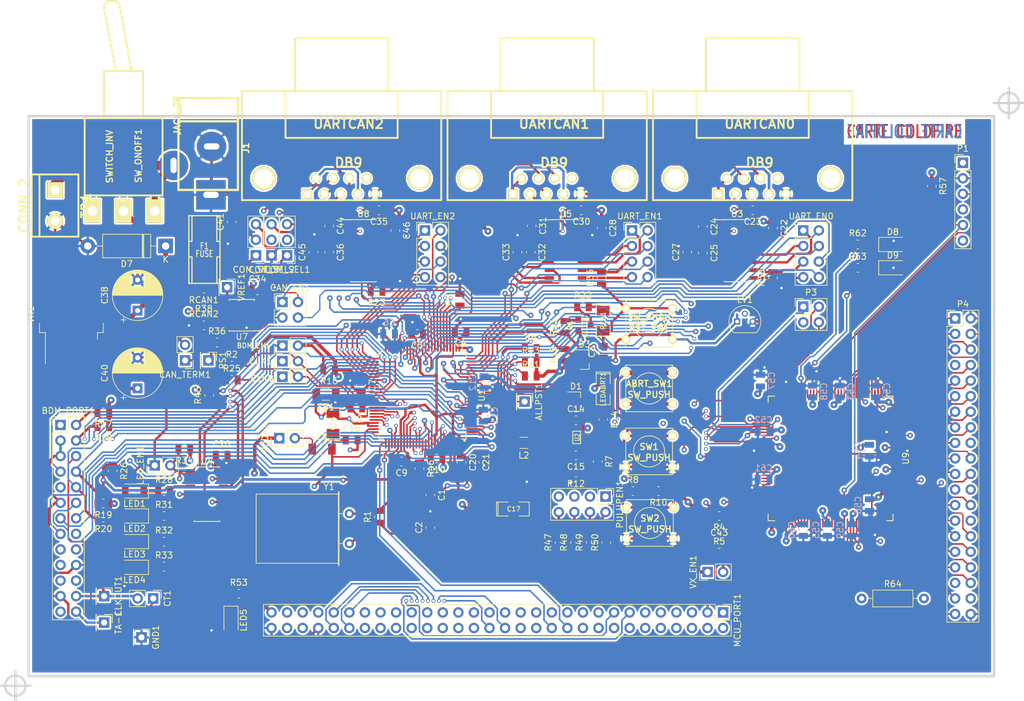
<source format=kicad_pcb>
(kicad_pcb (version 20171130) (host pcbnew "(5.0.0-rc2-dev-665-g57f4903-dirty)")
  (title_block (title "Demo Kicad") (date 2015-10-09) (rev 2))
  (layers (0 Top_layer signal) (1 GND_layer power) (2 VDD_layer power) (31 Bottom_layer signal) (34 B.Paste user) (35 F.Paste user) (36 B.SilkS user) (37 F.SilkS user) (38 B.Mask user) (39 F.Mask user) (44 Edge.Cuts user))
  (net 0 "")
  (net 1 /ALLPST)
  (net 2 /AN2)
  (net 3 /AN3)
  (net 4 /AN4)
  (net 5 /AN6)
  (net 6 /BKPT-)
  (net 7 /CLKIN/EXTAL)
  (net 8 /CLKMOD0)
  (net 9 /CLKMOD1)
  (net 10 /DDAT0)
  (net 11 /DDAT1)
  (net 12 /DDAT2)
  (net 13 /DDAT3)
  (net 14 /DSCLK)
  (net 15 /DSI)
  (net 16 /DSO)
  (net 17 /DTIN1)
  (net 18 /GPT1)
  (net 19 /GPT3)
  (net 20 /IRQ-5)
  (net 21 /IRQ-6)
  (net 22 /IRQ-7)
  (net 23 /JTAG_EN)
  (net 24 /PST0)
  (net 25 /PST1)
  (net 26 /PST2)
  (net 27 /PST3)
  (net 28 /QSPI_CS3)
  (net 29 /TCLK)
  (net 30 /VDDPLL)
  (net 31 /inout_user/CAN_H)
  (net 32 /inout_user/CAN_L)
  (net 33 /inout_user/CTS0)
  (net 34 /inout_user/CTS1)
  (net 35 /inout_user/CTS2/CANH)
  (net 36 /inout_user/RTS0)
  (net 37 /inout_user/RTS1)
  (net 38 /inout_user/RTS2)
  (net 39 /inout_user/RXD0)
  (net 40 /inout_user/RXD1)
  (net 41 /inout_user/RXD2)
  (net 42 /inout_user/RxD_CAN)
  (net 43 /inout_user/TXD0)
  (net 44 /inout_user/TXD1)
  (net 45 /inout_user/TXD2/CANL)
  (net 46 /inout_user/TxD_CAN)
  (net 47 /xilinx/+3,3V_OUT)
  (net 48 /xilinx/LED_TEST1)
  (net 49 /xilinx/LED_TEST2)
  (net 50 /xilinx/TCK)
  (net 51 /xilinx/TDI)
  (net 52 /xilinx/TDO)
  (net 53 /xilinx/TMS)
  (net 54 /xilinx/XIL_D0)
  (net 55 /xilinx/XIL_D1)
  (net 56 /xilinx/XIL_D10)
  (net 57 /xilinx/XIL_D11)
  (net 58 /xilinx/XIL_D12)
  (net 59 /xilinx/XIL_D13)
  (net 60 /xilinx/XIL_D14)
  (net 61 /xilinx/XIL_D15)
  (net 62 /xilinx/XIL_D16)
  (net 63 /xilinx/XIL_D17)
  (net 64 /xilinx/XIL_D18)
  (net 65 /xilinx/XIL_D19)
  (net 66 /xilinx/XIL_D2)
  (net 67 /xilinx/XIL_D20)
  (net 68 /xilinx/XIL_D21)
  (net 69 /xilinx/XIL_D22)
  (net 70 /xilinx/XIL_D23)
  (net 71 /xilinx/XIL_D24)
  (net 72 /xilinx/XIL_D25)
  (net 73 /xilinx/XIL_D26)
  (net 74 /xilinx/XIL_D27)
  (net 75 /xilinx/XIL_D28)
  (net 76 /xilinx/XIL_D29)
  (net 77 /xilinx/XIL_D3)
  (net 78 /xilinx/XIL_D30)
  (net 79 /xilinx/XIL_D31)
  (net 80 /xilinx/XIL_D32)
  (net 81 /xilinx/XIL_D33)
  (net 82 /xilinx/XIL_D34)
  (net 83 /xilinx/XIL_D35)
  (net 84 /xilinx/XIL_D36)
  (net 85 /xilinx/XIL_D4)
  (net 86 /xilinx/XIL_D5)
  (net 87 /xilinx/XIL_D6)
  (net 88 /xilinx/XIL_D7)
  (net 89 /xilinx/XIL_D8)
  (net 90 /xilinx/XIL_D9)
  (net 91 GND)
  (net 92 "Net-(ABRT_SW1-Pad1)")
  (net 93 "Net-(BDM_PORT1-Pad6)")
  (net 94 "Net-(BDM_PORT1-Pad26)")
  (net 95 "Net-(C3-Pad1)")
  (net 96 "Net-(C15-Pad1)")
  (net 97 GNDA)
  (net 98 "Net-(C23-Pad2)")
  (net 99 "Net-(C24-Pad1)")
  (net 100 "Net-(C24-Pad2)")
  (net 101 "Net-(C25-Pad1)")
  (net 102 "Net-(C25-Pad2)")
  (net 103 "Net-(C27-Pad1)")
  (net 104 "Net-(C30-Pad2)")
  (net 105 "Net-(C31-Pad1)")
  (net 106 "Net-(C31-Pad2)")
  (net 107 "Net-(C32-Pad1)")
  (net 108 "Net-(C32-Pad2)")
  (net 109 "Net-(C33-Pad1)")
  (net 110 "Net-(C35-Pad2)")
  (net 111 "Net-(C36-Pad1)")
  (net 112 "Net-(C36-Pad2)")
  (net 113 "Net-(C38-Pad1)")
  (net 114 "Net-(C43-Pad2)")
  (net 115 "Net-(C44-Pad1)")
  (net 116 "Net-(C44-Pad2)")
  (net 117 "Net-(C45-Pad1)")
  (net 118 "Net-(CAN_TERM1-Pad2)")
  (net 119 "Net-(COM_SEL1-Pad3)")
  (net 120 "Net-(COM_SEL2-Pad3)")
  (net 121 "Net-(COM_SEL3-Pad3)")
  (net 122 "Net-(D8-Pad1)")
  (net 123 "Net-(D9-Pad1)")
  (net 124 "Net-(F1-Pad1)")
  (net 125 "Net-(J1-Pad3)")
  (net 126 "Net-(L1-Pad1)")
  (net 127 "Net-(LED1-Pad1)")
  (net 128 "Net-(LED2-Pad1)")
  (net 129 "Net-(LED3-Pad1)")
  (net 130 "Net-(LED4-Pad1)")
  (net 131 "Net-(LED5-Pad1)")
  (net 132 "Net-(LEDABRT1-Pad2)")
  (net 133 "Net-(LED_EN1-Pad2)")
  (net 134 /AN0)
  (net 135 /AN1)
  (net 136 /QSPI_CS0)
  (net 137 /AN5)
  (net 138 /AN7)
  (net 139 /IRQ-4)
  (net 140 /DTIN0)
  (net 141 /DTIN2)
  (net 142 /DTIN3)
  (net 143 /GPT0)
  (net 144 /GPT2)
  (net 145 "Net-(P3-Pad2)")
  (net 146 "Net-(P3-Pad4)")
  (net 147 "Net-(PULUPEN1-Pad2)")
  (net 148 "Net-(PULUPEN1-Pad4)")
  (net 149 "Net-(PULUPEN1-Pad6)")
  (net 150 "Net-(PULUPEN1-Pad8)")
  (net 151 "Net-(Q1-Pad2)")
  (net 152 "Net-(Q1-Pad3)")
  (net 153 "Net-(R9-Pad1)")
  (net 154 "Net-(R22-Pad2)")
  (net 155 "Net-(R23-Pad2)")
  (net 156 "Net-(R28-Pad2)")
  (net 157 "Net-(R30-Pad2)")
  (net 158 "Net-(R31-Pad2)")
  (net 159 "Net-(R32-Pad2)")
  (net 160 "Net-(R33-Pad2)")
  (net 161 "Net-(R35-Pad2)")
  (net 162 "Net-(R36-Pad1)")
  (net 163 "Net-(R46-Pad1)")
  (net 164 "Net-(U3-Pad9)")
  (net 165 "Net-(U3-Pad11)")
  (net 166 "Net-(U3-Pad12)")
  (net 167 "Net-(U5-Pad9)")
  (net 168 "Net-(U5-Pad11)")
  (net 169 "Net-(U5-Pad12)")
  (net 170 "Net-(U7-Pad5)")
  (net 171 "Net-(U8-Pad9)")
  (net 172 "Net-(U8-Pad10)")
  (net 173 "Net-(U8-Pad12)")
  (net 174 "Net-(UARTCAN0-Pad1)")
  (net 175 "Net-(UARTCAN1-Pad1)")
  (net 176 "Net-(UARTCAN2-Pad1)")
  (net 177 +3.3V)
  (net 178 "Net-(D1-Pad1)")
  (net 179 /VCCA)
  (net 180 /IRQ-1)
  (net 181 /IRQ-2)
  (net 182 /IRQ-3)
  (net 183 /XTAL)
  (net 184 /RCON-)
  (net 185 /RSTO-)
  (net 186 /RSTI-)
  (net 187 /QSPI_CS1)
  (net 188 /URTS1)
  (net 189 /UCTS1)
  (net 190 /QSPI_CLK)
  (net 191 /DSPI_DOUT)
  (net 192 /QSPI_DIN)
  (net 193 /QSPI_CS2)
  (net 194 /URXD1)
  (net 195 /UTXD1)
  (net 196 /PWM7)
  (net 197 /PWM5)
  (net 198 /PWM1)
  (net 199 /PWM3)
  (net 200 /URTS2)
  (net 201 /UTXD2)
  (net 202 /URXD2)
  (net 203 /UCTS2)
  (net 204 /CANRX)
  (net 205 /CANTX)
  (net 206 /URTS0)
  (net 207 /UTXD0)
  (net 208 /URXD0)
  (net 209 /UCTS0)
  (module Diode_SMD:D_SOT-23_ANK (layer Top_layer) (at 160.401 102.489)
    (fp_text reference D1 (at 0 -2.5) (layer F.SilkS))
    (fp_text value BAT54)
    (pad 1 smd rect (at 1 0) (size 0.9 0.8) (layers Top_layer F.Paste F.Mask) (net 178 "Net-(D1-Pad1)"))
    (pad "" smd rect (at -1 0.95) (size 0.9 0.8) (layers Top_layer F.Paste F.Mask))
    (pad 2 smd rect (at -1 -0.95) (size 0.9 0.8) (layers Top_layer F.Paste F.Mask) (net 22 /IRQ-7))
  )
  (module Diode_SMD:D_SOT-23_ANK (layer Top_layer) (at 161.798 95.631)
    (fp_text reference D3 (at 0 -2.5) (layer F.SilkS))
    (fp_text value BAT54)
    (pad 1 smd rect (at 1 0) (size 0.9 0.8) (layers Top_layer F.Paste F.Mask) (net 95 "Net-(C3-Pad1)"))
    (pad "" smd rect (at -1 0.95) (size 0.9 0.8) (layers Top_layer F.Paste F.Mask))
    (pad 2 smd rect (at -1 -0.95) (size 0.9 0.8) (layers Top_layer F.Paste F.Mask) (net 186 /RSTI-))
  )
  (module Diode_THT:D_DO-15_P12.70mm_Horizontal (layer Top_layer) (at 93.472 77.089 180)
    (fp_text reference D7 (at 6.35 -2.92 180) (layer F.SilkS))
    (fp_text value 1N4004)
    (fp_text user K (at 0 -2.2 180) (layer F.SilkS))
    (pad 2 thru_hole oval (at 12.7 0 180) (size 2.4 2.4) (drill 1.2) (layers *.Cu *.Mask) (net 91 GND))
    (pad 1 thru_hole rect (at 0 0 180) (size 2.4 2.4) (drill 1.2) (layers *.Cu *.Mask) (net 113 "Net-(C38-Pad1)"))
  )
  (module Resistor_THT:R_Axial_DIN0207_L6.3mm_D2.5mm_P10.16mm_Horizontal (layer Top_layer) (at 207.01 134.62)
    (fp_text reference R64 (at 5.08 -2.37) (layer F.SilkS))
    (fp_text value 3,3)
    (pad 2 thru_hole oval (at 10.16 0) (size 1.6 1.6) (drill 0.8) (layers *.Cu *.Mask) (net 47 /xilinx/+3,3V_OUT))
    (pad 1 thru_hole circle (at 0 0) (size 1.6 1.6) (drill 0.8) (layers *.Cu *.Mask) (net 177 +3.3V))
  )
  (module Package_SO:SOIC-8_3.9x4.9mm_P1.27mm (layer Top_layer) (at 105.918 88.392 180)
    (fp_text reference U7 (at 0 -3.5 180) (layer F.SilkS))
    (fp_text value PCA82C251)
    (pad 8 smd rect (at 2.7 -1.905 180) (size 1.55 0.6) (layers Top_layer F.Paste F.Mask) (net 162 "Net-(R36-Pad1)"))
    (pad 7 smd rect (at 2.7 -0.635 180) (size 1.55 0.6) (layers Top_layer F.Paste F.Mask) (net 31 /inout_user/CAN_H))
    (pad 6 smd rect (at 2.7 0.635 180) (size 1.55 0.6) (layers Top_layer F.Paste F.Mask) (net 32 /inout_user/CAN_L))
    (pad 5 smd rect (at 2.7 1.905 180) (size 1.55 0.6) (layers Top_layer F.Paste F.Mask) (net 170 "Net-(U7-Pad5)"))
    (pad 4 smd rect (at -2.7 1.905 180) (size 1.55 0.6) (layers Top_layer F.Paste F.Mask) (net 42 /inout_user/RxD_CAN))
    (pad 3 smd rect (at -2.7 0.635 180) (size 1.55 0.6) (layers Top_layer F.Paste F.Mask) (net 177 +3.3V))
    (pad 2 smd rect (at -2.7 -0.635 180) (size 1.55 0.6) (layers Top_layer F.Paste F.Mask) (net 91 GND))
    (pad 1 smd rect (at -2.7 -1.905 180) (size 1.55 0.6) (layers Top_layer F.Paste F.Mask) (net 46 /inout_user/TxD_CAN))
  )
  (module Package_TO_SOT_SMD:TO-263-5_TabPin3 (layer Top_layer) (at 78.105 88.265 90)
    (fp_text reference VR1 (at 0 -6.65 90) (layer F.SilkS))
    (fp_text value LT1129_QPACK)
    (pad 1 smd rect (at -5.775 -3.4 90) (size 4.6 1.1) (layers Top_layer F.Paste F.Mask) (net 177 +3.3V))
    (pad 2 smd rect (at -5.775 -1.7 90) (size 4.6 1.1) (layers Top_layer F.Paste F.Mask) (net 177 +3.3V))
    (pad 3 smd rect (at -5.775 0 90) (size 4.6 1.1) (layers Top_layer F.Paste F.Mask) (net 91 GND))
    (pad 4 smd rect (at -5.775 1.7 90) (size 4.6 1.1) (layers Top_layer F.Paste F.Mask))
    (pad 5 smd rect (at -5.775 3.4 90) (size 4.6 1.1) (layers Top_layer F.Paste F.Mask) (net 113 "Net-(C38-Pad1)"))
    (pad 3 smd rect (at 3.375 0 90) (size 9.4 10.8) (layers Top_layer F.Mask) (net 91 GND))
  )
  (module Capacitor_THT:CP_Radial_D8.0mm_P5.00mm (layer Top_layer) (at 88.9 100.33 90)
    (fp_text reference C40 (at 2.5 -5.37 90) (layer F.SilkS))
    (fp_text value 220uF)
    (pad 2 thru_hole circle (at 5 0 90) (size 1.6 1.6) (drill 0.8) (layers *.Cu *.Mask) (net 91 GND))
    (pad 1 thru_hole rect (at 0 0 90) (size 1.6 1.6) (drill 0.8) (layers *.Cu *.Mask) (net 177 +3.3V))
  )
  (module Capacitor_THT:CP_Radial_D8.0mm_P5.00mm (layer Top_layer) (at 88.9 87.63 90)
    (fp_text reference C38 (at 2.5 -5.37 90) (layer F.SilkS))
    (fp_text value 10uF)
    (pad 2 thru_hole circle (at 5 0 90) (size 1.6 1.6) (drill 0.8) (layers *.Cu *.Mask) (net 91 GND))
    (pad 1 thru_hole rect (at 0 0 90) (size 1.6 1.6) (drill 0.8) (layers *.Cu *.Mask) (net 113 "Net-(C38-Pad1)"))
  )
  (module Package_SO:SOIC-14_3.9x8.7mm_P1.27mm (layer Top_layer) (at 100.203 117.602)
    (fp_text reference U4 (at 0 -5.375) (layer F.SilkS))
    (fp_text value 74HC125)
    (pad 14 smd rect (at 2.7 -3.81) (size 1.5 0.6) (layers Top_layer F.Paste F.Mask) (net 177 +3.3V))
    (pad 13 smd rect (at 2.7 -2.54) (size 1.5 0.6) (layers Top_layer F.Paste F.Mask) (net 133 "Net-(LED_EN1-Pad2)"))
    (pad 12 smd rect (at 2.7 -1.27) (size 1.5 0.6) (layers Top_layer F.Paste F.Mask) (net 141 /DTIN2))
    (pad 11 smd rect (at 2.7 0) (size 1.5 0.6) (layers Top_layer F.Paste F.Mask) (net 159 "Net-(R32-Pad2)"))
    (pad 10 smd rect (at 2.7 1.27) (size 1.5 0.6) (layers Top_layer F.Paste F.Mask) (net 133 "Net-(LED_EN1-Pad2)"))
    (pad 9 smd rect (at 2.7 2.54) (size 1.5 0.6) (layers Top_layer F.Paste F.Mask) (net 142 /DTIN3))
    (pad 8 smd rect (at 2.7 3.81) (size 1.5 0.6) (layers Top_layer F.Paste F.Mask) (net 160 "Net-(R33-Pad2)"))
    (pad 7 smd rect (at -2.7 3.81) (size 1.5 0.6) (layers Top_layer F.Paste F.Mask) (net 91 GND))
    (pad 6 smd rect (at -2.7 2.54) (size 1.5 0.6) (layers Top_layer F.Paste F.Mask) (net 158 "Net-(R31-Pad2)"))
    (pad 5 smd rect (at -2.7 1.27) (size 1.5 0.6) (layers Top_layer F.Paste F.Mask) (net 17 /DTIN1))
    (pad 4 smd rect (at -2.7 0) (size 1.5 0.6) (layers Top_layer F.Paste F.Mask) (net 133 "Net-(LED_EN1-Pad2)"))
    (pad 3 smd rect (at -2.7 -1.27) (size 1.5 0.6) (layers Top_layer F.Paste F.Mask) (net 156 "Net-(R28-Pad2)"))
    (pad 2 smd rect (at -2.7 -2.54) (size 1.5 0.6) (layers Top_layer F.Paste F.Mask) (net 140 /DTIN0))
    (pad 1 smd rect (at -2.7 -3.81) (size 1.5 0.6) (layers Top_layer F.Paste F.Mask) (net 133 "Net-(LED_EN1-Pad2)"))
  )
  (module LED_SMD:LED_1206_3216Metric (layer Top_layer) (at 88.392 121.158 180)
    (fp_text reference LED2 (at 0 -2.05 180) (layer F.SilkS))
    (fp_text value LED)
    (pad 2 smd rect (at 1.505 0 180) (size 1.07 1.8) (layers Top_layer F.Paste F.Mask) (net 91 GND))
    (pad 1 smd rect (at -1.505 0 180) (size 1.07 1.8) (layers Top_layer F.Paste F.Mask) (net 128 "Net-(LED2-Pad1)"))
  )
  (module LED_SMD:LED_1206_3216Metric (layer Top_layer) (at 88.392 117.094 180)
    (fp_text reference LED1 (at 0 -2.05 180) (layer F.SilkS))
    (fp_text value LED)
    (pad 2 smd rect (at 1.505 0 180) (size 1.07 1.8) (layers Top_layer F.Paste F.Mask) (net 91 GND))
    (pad 1 smd rect (at -1.505 0 180) (size 1.07 1.8) (layers Top_layer F.Paste F.Mask) (net 127 "Net-(LED1-Pad1)"))
  )
  (module LED_SMD:LED_1206_3216Metric (layer Top_layer) (at 212.09 80.645)
    (fp_text reference D9 (at 0 -2.05) (layer F.SilkS))
    (fp_text value LED)
    (pad 2 smd rect (at 1.505 0) (size 1.07 1.8) (layers Top_layer F.Paste F.Mask) (net 91 GND))
    (pad 1 smd rect (at -1.505 0) (size 1.07 1.8) (layers Top_layer F.Paste F.Mask) (net 123 "Net-(D9-Pad1)"))
  )
  (module LED_SMD:LED_1206_3216Metric (layer Top_layer) (at 212.09 76.835)
    (fp_text reference D8 (at 0 -2.05) (layer F.SilkS))
    (fp_text value LED)
    (pad 2 smd rect (at 1.505 0) (size 1.07 1.8) (layers Top_layer F.Paste F.Mask) (net 91 GND))
    (pad 1 smd rect (at -1.505 0) (size 1.07 1.8) (layers Top_layer F.Paste F.Mask) (net 122 "Net-(D8-Pad1)"))
  )
  (module LED_SMD:LED_1206_3216Metric (layer Top_layer) (at 104.14 138.176 270)
    (fp_text reference LED5 (at 0 -2.05 270) (layer F.SilkS))
    (fp_text value LED)
    (pad 2 smd rect (at 1.505 0 270) (size 1.07 1.8) (layers Top_layer F.Paste F.Mask) (net 91 GND))
    (pad 1 smd rect (at -1.505 0 270) (size 1.07 1.8) (layers Top_layer F.Paste F.Mask) (net 131 "Net-(LED5-Pad1)"))
  )
  (module LED_SMD:LED_1206_3216Metric (layer Top_layer) (at 88.392 125.349 180)
    (fp_text reference LED3 (at 0 -2.05 180) (layer F.SilkS))
    (fp_text value LED)
    (pad 2 smd rect (at 1.505 0 180) (size 1.07 1.8) (layers Top_layer F.Paste F.Mask) (net 91 GND))
    (pad 1 smd rect (at -1.505 0 180) (size 1.07 1.8) (layers Top_layer F.Paste F.Mask) (net 129 "Net-(LED3-Pad1)"))
  )
  (module LED_SMD:LED_1206_3216Metric (layer Top_layer) (at 88.392 129.54 180)
    (fp_text reference LED4 (at 0 -2.05 180) (layer F.SilkS))
    (fp_text value LED)
    (pad 2 smd rect (at 1.505 0 180) (size 1.07 1.8) (layers Top_layer F.Paste F.Mask) (net 91 GND))
    (pad 1 smd rect (at -1.505 0 180) (size 1.07 1.8) (layers Top_layer F.Paste F.Mask) (net 130 "Net-(LED4-Pad1)"))
  )
  (module lib_smd:SM1206POL (layer Top_layer) (at 164.846 89.281 270)
    (fp_text reference RED1 (at 0 0 270) (layer F.SilkS) (effects (font (size 0.762 0.762) (thickness 0.127))))
    (fp_text value LED_RESET1 hide)
    (pad 1 smd rect (at -1.651 0 270) (size 1.524 2.032) (layers Top_layer F.Paste F.Mask) (net 154 "Net-(R22-Pad2)"))
    (pad 2 smd rect (at 1.651 0 270) (size 1.524 2.032) (layers Top_layer F.Paste F.Mask) (net 91 GND))
  )
  (module lib_smd:SM1206POL (layer Top_layer) (at 164.846 100.457 270)
    (fp_text reference LEDABRT1 (at 0 0 270) (layer F.SilkS) (effects (font (size 0.762 0.762) (thickness 0.127))))
    (fp_text value RED hide)
    (pad 1 smd rect (at -1.651 0 270) (size 1.524 2.032) (layers Top_layer F.Paste F.Mask) (net 177 +3.3V))
    (pad 2 smd rect (at 1.651 0 270) (size 1.524 2.032) (layers Top_layer F.Paste F.Mask) (net 132 "Net-(LEDABRT1-Pad2)"))
  )
  (module lib_smd:SM1206POL (layer Top_layer) (at 150.241 120.015)
    (fp_text reference C17 (at 0 0) (layer F.SilkS) (effects (font (size 0.762 0.762) (thickness 0.127))))
    (fp_text value 100uF hide)
    (pad 1 smd rect (at -1.651 0) (size 1.524 2.032) (layers Top_layer F.Paste F.Mask) (net 177 +3.3V))
    (pad 2 smd rect (at 1.651 0) (size 1.524 2.032) (layers Top_layer F.Paste F.Mask) (net 91 GND))
  )
  (module lib_smd:SM1206POL (layer Top_layer) (at 120.777 106.045 90)
    (fp_text reference C16 (at 0 0 90) (layer F.SilkS) (effects (font (size 0.762 0.762) (thickness 0.127))))
    (fp_text value 10uF hide)
    (pad 1 smd rect (at -1.651 0 90) (size 1.524 2.032) (layers Top_layer F.Paste F.Mask) (net 179 /VCCA))
    (pad 2 smd rect (at 1.651 0 90) (size 1.524 2.032) (layers Top_layer F.Paste F.Mask) (net 97 GNDA))
  )
  (module Connector_PinHeader_2.54mm:PinHeader_1x01_P2.54mm_Vertical (layer Top_layer) (at 152.019 102.489 270)
    (fp_text reference ALLPST1 (at 0 -2.33 270) (layer F.SilkS))
    (fp_text value CONN_1)
    (pad 1 thru_hole rect (at 0 0 270) (size 1.7 1.7) (drill 1) (layers *.Cu *.Mask) (net 1 /ALLPST))
  )
  (module Connector_PinHeader_2.54mm:PinHeader_1x01_P2.54mm_Vertical (layer Top_layer) (at 83.439 134.239 270)
    (fp_text reference CLKOUT1 (at 0 -2.33 270) (layer F.SilkS))
    (fp_text value CONN_1)
    (pad 1 thru_hole rect (at 0 0 270) (size 1.7 1.7) (drill 1) (layers *.Cu *.Mask) (net 29 /TCLK))
  )
  (module Connector_PinHeader_2.54mm:PinHeader_1x01_P2.54mm_Vertical (layer Top_layer) (at 89.535 140.97 270)
    (fp_text reference GND1 (at 0 -2.33 270) (layer F.SilkS))
    (fp_text value CONN_1)
    (pad 1 thru_hole rect (at 0 0 270) (size 1.7 1.7) (drill 1) (layers *.Cu *.Mask) (net 91 GND))
  )
  (module Connector_PinHeader_2.54mm:PinHeader_1x01_P2.54mm_Vertical (layer Top_layer) (at 100.457 95.758 270)
    (fp_text reference RS1 (at 0 -2.33 270) (layer F.SilkS))
    (fp_text value CONN_1)
    (pad 1 thru_hole rect (at 0 0 270) (size 1.7 1.7) (drill 1) (layers *.Cu *.Mask) (net 162 "Net-(R36-Pad1)"))
  )
  (module Connector_PinHeader_2.54mm:PinHeader_1x01_P2.54mm_Vertical (layer Top_layer) (at 83.439 138.557 270)
    (fp_text reference TA-1 (at 0 -2.33 270) (layer F.SilkS))
    (fp_text value CONN_1)
    (pad 1 thru_hole rect (at 0 0 270) (size 1.7 1.7) (drill 1) (layers *.Cu *.Mask) (net 94 "Net-(BDM_PORT1-Pad26)"))
  )
  (module Connector_PinHeader_2.54mm:PinHeader_1x01_P2.54mm_Vertical (layer Top_layer) (at 103.505 83.82 270)
    (fp_text reference VREF1 (at 0 -2.33 270) (layer F.SilkS))
    (fp_text value CONN_1)
    (pad 1 thru_hole rect (at 0 0 270) (size 1.7 1.7) (drill 1) (layers *.Cu *.Mask) (net 170 "Net-(U7-Pad5)"))
  )
  (module Package_QFP:LQFP-100_14x14mm_P0.5mm (layer Top_layer) (at 135.382 101.473 270)
    (fp_text reference U1 (at 0 -9.65 270) (layer F.SilkS))
    (fp_text value MCF5213-LQFP100)
    (pad 100 smd rect (at -6 -7.9) (size 1.5 0.28) (layers Top_layer F.Paste F.Mask) (net 194 /URXD1))
    (pad 99 smd rect (at -5.5 -7.9) (size 1.5 0.28) (layers Top_layer F.Paste F.Mask) (net 195 /UTXD1))
    (pad 98 smd rect (at -5 -7.9) (size 1.5 0.28) (layers Top_layer F.Paste F.Mask) (net 189 /UCTS1))
    (pad 97 smd rect (at -4.5 -7.9) (size 1.5 0.28) (layers Top_layer F.Paste F.Mask) (net 185 /RSTO-))
    (pad 96 smd rect (at -4 -7.9) (size 1.5 0.28) (layers Top_layer F.Paste F.Mask) (net 186 /RSTI-))
    (pad 95 smd rect (at -3.5 -7.9) (size 1.5 0.28) (layers Top_layer F.Paste F.Mask) (net 22 /IRQ-7))
    (pad 94 smd rect (at -3 -7.9) (size 1.5 0.28) (layers Top_layer F.Paste F.Mask) (net 21 /IRQ-6))
    (pad 93 smd rect (at -2.5 -7.9) (size 1.5 0.28) (layers Top_layer F.Paste F.Mask) (net 177 +3.3V))
    (pad 92 smd rect (at -2 -7.9) (size 1.5 0.28) (layers Top_layer F.Paste F.Mask) (net 91 GND))
    (pad 91 smd rect (at -1.5 -7.9) (size 1.5 0.28) (layers Top_layer F.Paste F.Mask) (net 20 /IRQ-5))
    (pad 90 smd rect (at -1 -7.9) (size 1.5 0.28) (layers Top_layer F.Paste F.Mask) (net 139 /IRQ-4))
    (pad 89 smd rect (at -0.5 -7.9) (size 1.5 0.28) (layers Top_layer F.Paste F.Mask) (net 182 /IRQ-3))
    (pad 88 smd rect (at 0 -7.9) (size 1.5 0.28) (layers Top_layer F.Paste F.Mask) (net 181 /IRQ-2))
    (pad 87 smd rect (at 0.5 -7.9) (size 1.5 0.28) (layers Top_layer F.Paste F.Mask) (net 180 /IRQ-1))
    (pad 86 smd rect (at 1 -7.9) (size 1.5 0.28) (layers Top_layer F.Paste F.Mask) (net 1 /ALLPST))
    (pad 85 smd rect (at 1.5 -7.9) (size 1.5 0.28) (layers Top_layer F.Paste F.Mask) (net 14 /DSCLK))
    (pad 84 smd rect (at 2 -7.9) (size 1.5 0.28) (layers Top_layer F.Paste F.Mask) (net 13 /DDAT3))
    (pad 83 smd rect (at 2.5 -7.9) (size 1.5 0.28) (layers Top_layer F.Paste F.Mask) (net 12 /DDAT2))
    (pad 82 smd rect (at 3 -7.9) (size 1.5 0.28) (layers Top_layer F.Paste F.Mask) (net 91 GND))
    (pad 81 smd rect (at 3.5 -7.9) (size 1.5 0.28) (layers Top_layer F.Paste F.Mask) (net 177 +3.3V))
    (pad 80 smd rect (at 4 -7.9) (size 1.5 0.28) (layers Top_layer F.Paste F.Mask) (net 16 /DSO))
    (pad 79 smd rect (at 4.5 -7.9) (size 1.5 0.28) (layers Top_layer F.Paste F.Mask) (net 15 /DSI))
    (pad 78 smd rect (at 5 -7.9) (size 1.5 0.28) (layers Top_layer F.Paste F.Mask) (net 11 /DDAT1))
    (pad 77 smd rect (at 5.5 -7.9) (size 1.5 0.28) (layers Top_layer F.Paste F.Mask) (net 10 /DDAT0))
    (pad 76 smd rect (at 6 -7.9) (size 1.5 0.28) (layers Top_layer F.Paste F.Mask) (net 6 /BKPT-))
    (pad 75 smd rect (at 7.9 -6 270) (size 1.5 0.28) (layers Top_layer F.Paste F.Mask) (net 91 GND))
    (pad 74 smd rect (at 7.9 -5.5 270) (size 1.5 0.28) (layers Top_layer F.Paste F.Mask) (net 30 /VDDPLL))
    (pad 73 smd rect (at 7.9 -5 270) (size 1.5 0.28) (layers Top_layer F.Paste F.Mask) (net 7 /CLKIN/EXTAL))
    (pad 72 smd rect (at 7.9 -4.5 270) (size 1.5 0.28) (layers Top_layer F.Paste F.Mask) (net 183 /XTAL))
    (pad 71 smd rect (at 7.9 -4 270) (size 1.5 0.28) (layers Top_layer F.Paste F.Mask) (net 91 GND))
    (pad 70 smd rect (at 7.9 -3.5 270) (size 1.5 0.28) (layers Top_layer F.Paste F.Mask) (net 27 /PST3))
    (pad 69 smd rect (at 7.9 -3 270) (size 1.5 0.28) (layers Top_layer F.Paste F.Mask) (net 26 /PST2))
    (pad 68 smd rect (at 7.9 -2.5 270) (size 1.5 0.28) (layers Top_layer F.Paste F.Mask) (net 177 +3.3V))
    (pad 67 smd rect (at 7.9 -2 270) (size 1.5 0.28) (layers Top_layer F.Paste F.Mask) (net 91 GND))
    (pad 66 smd rect (at 7.9 -1.5 270) (size 1.5 0.28) (layers Top_layer F.Paste F.Mask) (net 25 /PST1))
    (pad 65 smd rect (at 7.9 -1 270) (size 1.5 0.28) (layers Top_layer F.Paste F.Mask) (net 24 /PST0))
    (pad 64 smd rect (at 7.9 -0.5 270) (size 1.5 0.28) (layers Top_layer F.Paste F.Mask) (net 163 "Net-(R46-Pad1)"))
    (pad 63 smd rect (at 7.9 0 270) (size 1.5 0.28) (layers Top_layer F.Paste F.Mask) (net 196 /PWM7))
    (pad 62 smd rect (at 7.9 0.5 270) (size 1.5 0.28) (layers Top_layer F.Paste F.Mask) (net 19 /GPT3))
    (pad 61 smd rect (at 7.9 1 270) (size 1.5 0.28) (layers Top_layer F.Paste F.Mask) (net 144 /GPT2))
    (pad 60 smd rect (at 7.9 1.5 270) (size 1.5 0.28) (layers Top_layer F.Paste F.Mask) (net 197 /PWM5))
    (pad 59 smd rect (at 7.9 2 270) (size 1.5 0.28) (layers Top_layer F.Paste F.Mask) (net 18 /GPT1))
    (pad 58 smd rect (at 7.9 2.5 270) (size 1.5 0.28) (layers Top_layer F.Paste F.Mask) (net 143 /GPT0))
    (pad 57 smd rect (at 7.9 3 270) (size 1.5 0.28) (layers Top_layer F.Paste F.Mask) (net 177 +3.3V))
    (pad 56 smd rect (at 7.9 3.5 270) (size 1.5 0.28) (layers Top_layer F.Paste F.Mask) (net 91 GND))
    (pad 55 smd rect (at 7.9 4 270) (size 1.5 0.28) (layers Top_layer F.Paste F.Mask) (net 177 +3.3V))
    (pad 54 smd rect (at 7.9 4.5 270) (size 1.5 0.28) (layers Top_layer F.Paste F.Mask) (net 4 /AN4))
    (pad 53 smd rect (at 7.9 5 270) (size 1.5 0.28) (layers Top_layer F.Paste F.Mask) (net 137 /AN5))
    (pad 52 smd rect (at 7.9 5.5 270) (size 1.5 0.28) (layers Top_layer F.Paste F.Mask) (net 5 /AN6))
    (pad 51 smd rect (at 7.9 6 270) (size 1.5 0.28) (layers Top_layer F.Paste F.Mask) (net 138 /AN7))
    (pad 50 smd rect (at 6 7.9) (size 1.5 0.28) (layers Top_layer F.Paste F.Mask) (net 179 /VCCA))
    (pad 49 smd rect (at 5.5 7.9) (size 1.5 0.28) (layers Top_layer F.Paste F.Mask) (net 179 /VCCA))
    (pad 48 smd rect (at 5 7.9) (size 1.5 0.28) (layers Top_layer F.Paste F.Mask) (net 97 GNDA))
    (pad 47 smd rect (at 4.5 7.9) (size 1.5 0.28) (layers Top_layer F.Paste F.Mask) (net 97 GNDA))
    (pad 46 smd rect (at 4 7.9) (size 1.5 0.28) (layers Top_layer F.Paste F.Mask) (net 3 /AN3))
    (pad 45 smd rect (at 3.5 7.9) (size 1.5 0.28) (layers Top_layer F.Paste F.Mask) (net 2 /AN2))
    (pad 44 smd rect (at 3 7.9) (size 1.5 0.28) (layers Top_layer F.Paste F.Mask) (net 135 /AN1))
    (pad 43 smd rect (at 2.5 7.9) (size 1.5 0.28) (layers Top_layer F.Paste F.Mask) (net 134 /AN0))
    (pad 42 smd rect (at 2 7.9) (size 1.5 0.28) (layers Top_layer F.Paste F.Mask) (net 91 GND))
    (pad 41 smd rect (at 1.5 7.9) (size 1.5 0.28) (layers Top_layer F.Paste F.Mask) (net 177 +3.3V))
    (pad 40 smd rect (at 1 7.9) (size 1.5 0.28) (layers Top_layer F.Paste F.Mask) (net 8 /CLKMOD0))
    (pad 39 smd rect (at 0.5 7.9) (size 1.5 0.28) (layers Top_layer F.Paste F.Mask) (net 9 /CLKMOD1))
    (pad 38 smd rect (at 0 7.9) (size 1.5 0.28) (layers Top_layer F.Paste F.Mask) (net 198 /PWM1))
    (pad 37 smd rect (at -0.5 7.9) (size 1.5 0.28) (layers Top_layer F.Paste F.Mask) (net 17 /DTIN1))
    (pad 36 smd rect (at -1 7.9) (size 1.5 0.28) (layers Top_layer F.Paste F.Mask) (net 140 /DTIN0))
    (pad 35 smd rect (at -1.5 7.9) (size 1.5 0.28) (layers Top_layer F.Paste F.Mask) (net 91 GND))
    (pad 34 smd rect (at -2 7.9) (size 1.5 0.28) (layers Top_layer F.Paste F.Mask) (net 177 +3.3V))
    (pad 33 smd rect (at -2.5 7.9) (size 1.5 0.28) (layers Top_layer F.Paste F.Mask) (net 199 /PWM3))
    (pad 32 smd rect (at -3 7.9) (size 1.5 0.28) (layers Top_layer F.Paste F.Mask) (net 142 /DTIN3))
    (pad 31 smd rect (at -3.5 7.9) (size 1.5 0.28) (layers Top_layer F.Paste F.Mask) (net 141 /DTIN2))
    (pad 30 smd rect (at -4 7.9) (size 1.5 0.28) (layers Top_layer F.Paste F.Mask) (net 200 /URTS2))
    (pad 29 smd rect (at -4.5 7.9) (size 1.5 0.28) (layers Top_layer F.Paste F.Mask) (net 201 /UTXD2))
    (pad 28 smd rect (at -5 7.9) (size 1.5 0.28) (layers Top_layer F.Paste F.Mask) (net 202 /URXD2))
    (pad 27 smd rect (at -5.5 7.9) (size 1.5 0.28) (layers Top_layer F.Paste F.Mask) (net 203 /UCTS2))
    (pad 26 smd rect (at -6 7.9) (size 1.5 0.28) (layers Top_layer F.Paste F.Mask) (net 23 /JTAG_EN))
    (pad 25 smd rect (at -7.9 6 270) (size 1.5 0.28) (layers Top_layer F.Paste F.Mask) (net 91 GND))
    (pad 24 smd rect (at -7.9 5.5 270) (size 1.5 0.28) (layers Top_layer F.Paste F.Mask) (net 91 GND))
    (pad 23 smd rect (at -7.9 5 270) (size 1.5 0.28) (layers Top_layer F.Paste F.Mask) (net 177 +3.3V))
    (pad 22 smd rect (at -7.9 4.5 270) (size 1.5 0.28) (layers Top_layer F.Paste F.Mask) (net 177 +3.3V))
    (pad 21 smd rect (at -7.9 4 270) (size 1.5 0.28) (layers Top_layer F.Paste F.Mask) (net 184 /RCON-))
    (pad 20 smd rect (at -7.9 3.5 270) (size 1.5 0.28) (layers Top_layer F.Paste F.Mask) (net 136 /QSPI_CS0))
    (pad 19 smd rect (at -7.9 3 270) (size 1.5 0.28) (layers Top_layer F.Paste F.Mask) (net 187 /QSPI_CS1))
    (pad 18 smd rect (at -7.9 2.5 270) (size 1.5 0.28) (layers Top_layer F.Paste F.Mask) (net 190 /QSPI_CLK))
    (pad 17 smd rect (at -7.9 2 270) (size 1.5 0.28) (layers Top_layer F.Paste F.Mask) (net 191 /DSPI_DOUT))
    (pad 16 smd rect (at -7.9 1.5 270) (size 1.5 0.28) (layers Top_layer F.Paste F.Mask) (net 192 /QSPI_DIN))
    (pad 15 smd rect (at -7.9 1 270) (size 1.5 0.28) (layers Top_layer F.Paste F.Mask) (net 91 GND))
    (pad 14 smd rect (at -7.9 0.5 270) (size 1.5 0.28) (layers Top_layer F.Paste F.Mask) (net 177 +3.3V))
    (pad 13 smd rect (at -7.9 0 270) (size 1.5 0.28) (layers Top_layer F.Paste F.Mask) (net 193 /QSPI_CS2))
    (pad 12 smd rect (at -7.9 -0.5 270) (size 1.5 0.28) (layers Top_layer F.Paste F.Mask) (net 28 /QSPI_CS3))
    (pad 11 smd rect (at -7.9 -1 270) (size 1.5 0.28) (layers Top_layer F.Paste F.Mask) (net 204 /CANRX))
    (pad 10 smd rect (at -7.9 -1.5 270) (size 1.5 0.28) (layers Top_layer F.Paste F.Mask) (net 205 /CANTX))
    (pad 9 smd rect (at -7.9 -2 270) (size 1.5 0.28) (layers Top_layer F.Paste F.Mask) (net 206 /URTS0))
    (pad 8 smd rect (at -7.9 -2.5 270) (size 1.5 0.28) (layers Top_layer F.Paste F.Mask) (net 207 /UTXD0))
    (pad 7 smd rect (at -7.9 -3 270) (size 1.5 0.28) (layers Top_layer F.Paste F.Mask) (net 208 /URXD0))
    (pad 6 smd rect (at -7.9 -3.5 270) (size 1.5 0.28) (layers Top_layer F.Paste F.Mask) (net 209 /UCTS0))
    (pad 5 smd rect (at -7.9 -4 270) (size 1.5 0.28) (layers Top_layer F.Paste F.Mask) (net 153 "Net-(R9-Pad1)"))
    (pad 4 smd rect (at -7.9 -4.5 270) (size 1.5 0.28) (layers Top_layer F.Paste F.Mask) (net 188 /URTS1))
    (pad 3 smd rect (at -7.9 -5 270) (size 1.5 0.28) (layers Top_layer F.Paste F.Mask) (net 91 GND))
    (pad 2 smd rect (at -7.9 -5.5 270) (size 1.5 0.28) (layers Top_layer F.Paste F.Mask) (net 177 +3.3V))
    (pad 1 smd rect (at -7.9 -6 270) (size 1.5 0.28) (layers Top_layer F.Paste F.Mask) (net 177 +3.3V))
  )
  (module Resistor_SMD:R_1206_3216Metric_Pad1.24x1.80mm_HandSolder (layer Top_layer) (at 119.634 101.346 180)
    (fp_text reference FB1 (at 0 -2.05 180) (layer F.SilkS))
    (fp_text value BEAD)
    (pad 2 smd rect (at 1.5925 0 180) (size 1.245 1.8) (layers Top_layer F.Paste F.Mask) (net 97 GNDA))
    (pad 1 smd rect (at -1.5925 0 180) (size 1.245 1.8) (layers Top_layer F.Paste F.Mask) (net 91 GND))
  )
  (module Resistor_SMD:R_1206_3216Metric_Pad1.24x1.80mm_HandSolder (layer Top_layer) (at 118.999 110.236)
    (fp_text reference L1 (at 0 -2.05) (layer F.SilkS))
    (fp_text value 10uH)
    (pad 2 smd rect (at 1.5925 0) (size 1.245 1.8) (layers Top_layer F.Paste F.Mask) (net 179 /VCCA))
    (pad 1 smd rect (at -1.5925 0) (size 1.245 1.8) (layers Top_layer F.Paste F.Mask) (net 126 "Net-(L1-Pad1)"))
  )
  (module Resistor_SMD:R_1206_3216Metric_Pad1.24x1.80mm_HandSolder (layer Top_layer) (at 151.892 109.22 180)
    (fp_text reference L2 (at 0 -2.05 180) (layer F.SilkS))
    (fp_text value 10uH)
    (pad 2 smd rect (at 1.5925 0 180) (size 1.245 1.8) (layers Top_layer F.Paste F.Mask) (net 30 /VDDPLL))
    (pad 1 smd rect (at -1.5925 0 180) (size 1.245 1.8) (layers Top_layer F.Paste F.Mask) (net 177 +3.3V))
  )
  (module TO_SOT_Packages_THT:TO-92_Molded_Narrow (layer Top_layer) (at 186.69 89.408)
    (fp_text reference LV1 (at 1.27 -3.56) (layer F.SilkS))
    (fp_text value DS1818)
    (pad 2 thru_hole circle (at 1.27 -1.27 90) (size 1 1) (drill 0.6) (layers *.Cu *.Mask) (net 177 +3.3V))
    (pad 3 thru_hole circle (at 2.54 0 90) (size 1 1) (drill 0.6) (layers *.Cu *.Mask) (net 91 GND))
    (pad 1 thru_hole rect (at 0 0 90) (size 1 1) (drill 0.6) (layers *.Cu *.Mask) (net 95 "Net-(C3-Pad1)"))
  )
  (module Package_QFP:TQFP-144_20x20mm_P0.5mm (layer Top_layer) (at 201.93 111.76 270)
    (fp_text reference U9 (at 0 -12.275 270) (layer F.SilkS))
    (fp_text value XCR3256-TQ144)
    (pad 144 smd rect (at -8.75 -10.55) (size 1.45 0.25) (layers Top_layer F.Paste F.Mask) (net 177 +3.3V))
    (pad 143 smd rect (at -8.25 -10.55) (size 1.45 0.25) (layers Top_layer F.Paste F.Mask) (net 86 /xilinx/XIL_D5))
    (pad 142 smd rect (at -7.75 -10.55) (size 1.45 0.25) (layers Top_layer F.Paste F.Mask) (net 71 /xilinx/XIL_D24))
    (pad 141 smd rect (at -7.25 -10.55) (size 1.45 0.25) (layers Top_layer F.Paste F.Mask))
    (pad 140 smd rect (at -6.75 -10.55) (size 1.45 0.25) (layers Top_layer F.Paste F.Mask) (net 87 /xilinx/XIL_D6))
    (pad 139 smd rect (at -6.25 -10.55) (size 1.45 0.25) (layers Top_layer F.Paste F.Mask) (net 72 /xilinx/XIL_D25))
    (pad 138 smd rect (at -5.75 -10.55) (size 1.45 0.25) (layers Top_layer F.Paste F.Mask) (net 88 /xilinx/XIL_D7))
    (pad 137 smd rect (at -5.25 -10.55) (size 1.45 0.25) (layers Top_layer F.Paste F.Mask) (net 73 /xilinx/XIL_D26))
    (pad 136 smd rect (at -4.75 -10.55) (size 1.45 0.25) (layers Top_layer F.Paste F.Mask) (net 89 /xilinx/XIL_D8))
    (pad 135 smd rect (at -4.25 -10.55) (size 1.45 0.25) (layers Top_layer F.Paste F.Mask) (net 91 GND))
    (pad 134 smd rect (at -3.75 -10.55) (size 1.45 0.25) (layers Top_layer F.Paste F.Mask) (net 74 /xilinx/XIL_D27))
    (pad 133 smd rect (at -3.25 -10.55) (size 1.45 0.25) (layers Top_layer F.Paste F.Mask))
    (pad 132 smd rect (at -2.75 -10.55) (size 1.45 0.25) (layers Top_layer F.Paste F.Mask) (net 75 /xilinx/XIL_D28))
    (pad 131 smd rect (at -2.25 -10.55) (size 1.45 0.25) (layers Top_layer F.Paste F.Mask) (net 90 /xilinx/XIL_D9))
    (pad 130 smd rect (at -1.75 -10.55) (size 1.45 0.25) (layers Top_layer F.Paste F.Mask) (net 177 +3.3V))
    (pad 129 smd rect (at -1.25 -10.55) (size 1.45 0.25) (layers Top_layer F.Paste F.Mask) (net 91 GND))
    (pad 128 smd rect (at -0.75 -10.55) (size 1.45 0.25) (layers Top_layer F.Paste F.Mask) (net 183 /XTAL))
    (pad 127 smd rect (at -0.25 -10.55) (size 1.45 0.25) (layers Top_layer F.Paste F.Mask) (net 91 GND))
    (pad 126 smd rect (at 0.25 -10.55) (size 1.45 0.25) (layers Top_layer F.Paste F.Mask) (net 91 GND))
    (pad 125 smd rect (at 0.75 -10.55) (size 1.45 0.25) (layers Top_layer F.Paste F.Mask) (net 91 GND))
    (pad 124 smd rect (at 1.25 -10.55) (size 1.45 0.25) (layers Top_layer F.Paste F.Mask) (net 91 GND))
    (pad 123 smd rect (at 1.75 -10.55) (size 1.45 0.25) (layers Top_layer F.Paste F.Mask) (net 177 +3.3V))
    (pad 122 smd rect (at 2.25 -10.55) (size 1.45 0.25) (layers Top_layer F.Paste F.Mask) (net 56 /xilinx/XIL_D10))
    (pad 121 smd rect (at 2.75 -10.55) (size 1.45 0.25) (layers Top_layer F.Paste F.Mask))
    (pad 120 smd rect (at 3.25 -10.55) (size 1.45 0.25) (layers Top_layer F.Paste F.Mask))
    (pad 119 smd rect (at 3.75 -10.55) (size 1.45 0.25) (layers Top_layer F.Paste F.Mask) (net 57 /xilinx/XIL_D11))
    (pad 118 smd rect (at 4.25 -10.55) (size 1.45 0.25) (layers Top_layer F.Paste F.Mask) (net 78 /xilinx/XIL_D30))
    (pad 117 smd rect (at 4.75 -10.55) (size 1.45 0.25) (layers Top_layer F.Paste F.Mask) (net 76 /xilinx/XIL_D29))
    (pad 116 smd rect (at 5.25 -10.55) (size 1.45 0.25) (layers Top_layer F.Paste F.Mask) (net 79 /xilinx/XIL_D31))
    (pad 115 smd rect (at 5.75 -10.55) (size 1.45 0.25) (layers Top_layer F.Paste F.Mask) (net 177 +3.3V))
    (pad 114 smd rect (at 6.25 -10.55) (size 1.45 0.25) (layers Top_layer F.Paste F.Mask) (net 58 /xilinx/XIL_D12))
    (pad 113 smd rect (at 6.75 -10.55) (size 1.45 0.25) (layers Top_layer F.Paste F.Mask) (net 82 /xilinx/XIL_D34))
    (pad 112 smd rect (at 7.25 -10.55) (size 1.45 0.25) (layers Top_layer F.Paste F.Mask) (net 81 /xilinx/XIL_D33))
    (pad 111 smd rect (at 7.75 -10.55) (size 1.45 0.25) (layers Top_layer F.Paste F.Mask) (net 59 /xilinx/XIL_D13))
    (pad 110 smd rect (at 8.25 -10.55) (size 1.45 0.25) (layers Top_layer F.Paste F.Mask))
    (pad 109 smd rect (at 8.75 -10.55) (size 1.45 0.25) (layers Top_layer F.Paste F.Mask) (net 60 /xilinx/XIL_D14))
    (pad 108 smd rect (at 10.55 -8.75 270) (size 1.45 0.25) (layers Top_layer F.Paste F.Mask) (net 61 /xilinx/XIL_D15))
    (pad 107 smd rect (at 10.55 -8.25 270) (size 1.45 0.25) (layers Top_layer F.Paste F.Mask) (net 83 /xilinx/XIL_D35))
    (pad 106 smd rect (at 10.55 -7.75 270) (size 1.45 0.25) (layers Top_layer F.Paste F.Mask))
    (pad 105 smd rect (at 10.55 -7.25 270) (size 1.45 0.25) (layers Top_layer F.Paste F.Mask) (net 91 GND))
    (pad 104 smd rect (at 10.55 -6.75 270) (size 1.45 0.25) (layers Top_layer F.Paste F.Mask) (net 52 /xilinx/TDO))
    (pad 103 smd rect (at 10.55 -6.25 270) (size 1.45 0.25) (layers Top_layer F.Paste F.Mask))
    (pad 102 smd rect (at 10.55 -5.75 270) (size 1.45 0.25) (layers Top_layer F.Paste F.Mask))
    (pad 101 smd rect (at 10.55 -5.25 270) (size 1.45 0.25) (layers Top_layer F.Paste F.Mask) (net 63 /xilinx/XIL_D17))
    (pad 100 smd rect (at 10.55 -4.75 270) (size 1.45 0.25) (layers Top_layer F.Paste F.Mask) (net 62 /xilinx/XIL_D16))
    (pad 99 smd rect (at 10.55 -4.25 270) (size 1.45 0.25) (layers Top_layer F.Paste F.Mask) (net 84 /xilinx/XIL_D36))
    (pad 98 smd rect (at 10.55 -3.75 270) (size 1.45 0.25) (layers Top_layer F.Paste F.Mask) (net 80 /xilinx/XIL_D32))
    (pad 97 smd rect (at 10.55 -3.25 270) (size 1.45 0.25) (layers Top_layer F.Paste F.Mask) (net 64 /xilinx/XIL_D18))
    (pad 96 smd rect (at 10.55 -2.75 270) (size 1.45 0.25) (layers Top_layer F.Paste F.Mask) (net 65 /xilinx/XIL_D19))
    (pad 95 smd rect (at 10.55 -2.25 270) (size 1.45 0.25) (layers Top_layer F.Paste F.Mask) (net 177 +3.3V))
    (pad 94 smd rect (at 10.55 -1.75 270) (size 1.45 0.25) (layers Top_layer F.Paste F.Mask))
    (pad 93 smd rect (at 10.55 -1.25 270) (size 1.45 0.25) (layers Top_layer F.Paste F.Mask))
    (pad 92 smd rect (at 10.55 -0.75 270) (size 1.45 0.25) (layers Top_layer F.Paste F.Mask))
    (pad 91 smd rect (at 10.55 -0.25 270) (size 1.45 0.25) (layers Top_layer F.Paste F.Mask))
    (pad 90 smd rect (at 10.55 0.25 270) (size 1.45 0.25) (layers Top_layer F.Paste F.Mask))
    (pad 89 smd rect (at 10.55 0.75 270) (size 1.45 0.25) (layers Top_layer F.Paste F.Mask) (net 50 /xilinx/TCK))
    (pad 88 smd rect (at 10.55 1.25 270) (size 1.45 0.25) (layers Top_layer F.Paste F.Mask))
    (pad 87 smd rect (at 10.55 1.75 270) (size 1.45 0.25) (layers Top_layer F.Paste F.Mask))
    (pad 86 smd rect (at 10.55 2.25 270) (size 1.45 0.25) (layers Top_layer F.Paste F.Mask))
    (pad 85 smd rect (at 10.55 2.75 270) (size 1.45 0.25) (layers Top_layer F.Paste F.Mask) (net 91 GND))
    (pad 84 smd rect (at 10.55 3.25 270) (size 1.45 0.25) (layers Top_layer F.Paste F.Mask))
    (pad 83 smd rect (at 10.55 3.75 270) (size 1.45 0.25) (layers Top_layer F.Paste F.Mask))
    (pad 82 smd rect (at 10.55 4.25 270) (size 1.45 0.25) (layers Top_layer F.Paste F.Mask))
    (pad 81 smd rect (at 10.55 4.75 270) (size 1.45 0.25) (layers Top_layer F.Paste F.Mask))
    (pad 80 smd rect (at 10.55 5.25 270) (size 1.45 0.25) (layers Top_layer F.Paste F.Mask))
    (pad 79 smd rect (at 10.55 5.75 270) (size 1.45 0.25) (layers Top_layer F.Paste F.Mask))
    (pad 78 smd rect (at 10.55 6.25 270) (size 1.45 0.25) (layers Top_layer F.Paste F.Mask))
    (pad 77 smd rect (at 10.55 6.75 270) (size 1.45 0.25) (layers Top_layer F.Paste F.Mask))
    (pad 76 smd rect (at 10.55 7.25 270) (size 1.45 0.25) (layers Top_layer F.Paste F.Mask) (net 177 +3.3V))
    (pad 75 smd rect (at 10.55 7.75 270) (size 1.45 0.25) (layers Top_layer F.Paste F.Mask))
    (pad 74 smd rect (at 10.55 8.25 270) (size 1.45 0.25) (layers Top_layer F.Paste F.Mask))
    (pad 73 smd rect (at 10.55 8.75 270) (size 1.45 0.25) (layers Top_layer F.Paste F.Mask) (net 177 +3.3V))
    (pad 72 smd rect (at 8.75 10.55) (size 1.45 0.25) (layers Top_layer F.Paste F.Mask))
    (pad 71 smd rect (at 8.25 10.55) (size 1.45 0.25) (layers Top_layer F.Paste F.Mask))
    (pad 70 smd rect (at 7.75 10.55) (size 1.45 0.25) (layers Top_layer F.Paste F.Mask))
    (pad 69 smd rect (at 7.25 10.55) (size 1.45 0.25) (layers Top_layer F.Paste F.Mask))
    (pad 68 smd rect (at 6.75 10.55) (size 1.45 0.25) (layers Top_layer F.Paste F.Mask))
    (pad 67 smd rect (at 6.25 10.55) (size 1.45 0.25) (layers Top_layer F.Paste F.Mask))
    (pad 66 smd rect (at 5.75 10.55) (size 1.45 0.25) (layers Top_layer F.Paste F.Mask))
    (pad 65 smd rect (at 5.25 10.55) (size 1.45 0.25) (layers Top_layer F.Paste F.Mask))
    (pad 64 smd rect (at 4.75 10.55) (size 1.45 0.25) (layers Top_layer F.Paste F.Mask) (net 91 GND))
    (pad 63 smd rect (at 4.25 10.55) (size 1.45 0.25) (layers Top_layer F.Paste F.Mask))
    (pad 62 smd rect (at 3.75 10.55) (size 1.45 0.25) (layers Top_layer F.Paste F.Mask))
    (pad 61 smd rect (at 3.25 10.55) (size 1.45 0.25) (layers Top_layer F.Paste F.Mask))
    (pad 60 smd rect (at 2.75 10.55) (size 1.45 0.25) (layers Top_layer F.Paste F.Mask))
    (pad 59 smd rect (at 2.25 10.55) (size 1.45 0.25) (layers Top_layer F.Paste F.Mask) (net 91 GND))
    (pad 58 smd rect (at 1.75 10.55) (size 1.45 0.25) (layers Top_layer F.Paste F.Mask) (net 177 +3.3V))
    (pad 57 smd rect (at 1.25 10.55) (size 1.45 0.25) (layers Top_layer F.Paste F.Mask) (net 91 GND))
    (pad 56 smd rect (at 0.75 10.55) (size 1.45 0.25) (layers Top_layer F.Paste F.Mask))
    (pad 55 smd rect (at 0.25 10.55) (size 1.45 0.25) (layers Top_layer F.Paste F.Mask))
    (pad 54 smd rect (at -0.25 10.55) (size 1.45 0.25) (layers Top_layer F.Paste F.Mask) (net 187 /QSPI_CS1))
    (pad 53 smd rect (at -0.75 10.55) (size 1.45 0.25) (layers Top_layer F.Paste F.Mask) (net 188 /URTS1))
    (pad 52 smd rect (at -1.25 10.55) (size 1.45 0.25) (layers Top_layer F.Paste F.Mask) (net 91 GND))
    (pad 51 smd rect (at -1.75 10.55) (size 1.45 0.25) (layers Top_layer F.Paste F.Mask) (net 177 +3.3V))
    (pad 50 smd rect (at -2.25 10.55) (size 1.45 0.25) (layers Top_layer F.Paste F.Mask) (net 177 +3.3V))
    (pad 49 smd rect (at -2.75 10.55) (size 1.45 0.25) (layers Top_layer F.Paste F.Mask) (net 189 /UCTS1))
    (pad 48 smd rect (at -3.25 10.55) (size 1.45 0.25) (layers Top_layer F.Paste F.Mask) (net 190 /QSPI_CLK))
    (pad 47 smd rect (at -3.75 10.55) (size 1.45 0.25) (layers Top_layer F.Paste F.Mask) (net 191 /DSPI_DOUT))
    (pad 46 smd rect (at -4.25 10.55) (size 1.45 0.25) (layers Top_layer F.Paste F.Mask) (net 192 /QSPI_DIN))
    (pad 45 smd rect (at -4.75 10.55) (size 1.45 0.25) (layers Top_layer F.Paste F.Mask) (net 193 /QSPI_CS2))
    (pad 44 smd rect (at -5.25 10.55) (size 1.45 0.25) (layers Top_layer F.Paste F.Mask) (net 182 /IRQ-3))
    (pad 43 smd rect (at -5.75 10.55) (size 1.45 0.25) (layers Top_layer F.Paste F.Mask) (net 181 /IRQ-2))
    (pad 42 smd rect (at -6.25 10.55) (size 1.45 0.25) (layers Top_layer F.Paste F.Mask) (net 180 /IRQ-1))
    (pad 41 smd rect (at -6.75 10.55) (size 1.45 0.25) (layers Top_layer F.Paste F.Mask))
    (pad 40 smd rect (at -7.25 10.55) (size 1.45 0.25) (layers Top_layer F.Paste F.Mask))
    (pad 39 smd rect (at -7.75 10.55) (size 1.45 0.25) (layers Top_layer F.Paste F.Mask))
    (pad 38 smd rect (at -8.25 10.55) (size 1.45 0.25) (layers Top_layer F.Paste F.Mask))
    (pad 37 smd rect (at -8.75 10.55) (size 1.45 0.25) (layers Top_layer F.Paste F.Mask))
    (pad 36 smd rect (at -10.55 8.75 270) (size 1.45 0.25) (layers Top_layer F.Paste F.Mask))
    (pad 35 smd rect (at -10.55 8.25 270) (size 1.45 0.25) (layers Top_layer F.Paste F.Mask))
    (pad 34 smd rect (at -10.55 7.75 270) (size 1.45 0.25) (layers Top_layer F.Paste F.Mask))
    (pad 33 smd rect (at -10.55 7.25 270) (size 1.45 0.25) (layers Top_layer F.Paste F.Mask) (net 91 GND))
    (pad 32 smd rect (at -10.55 6.75 270) (size 1.45 0.25) (layers Top_layer F.Paste F.Mask) (net 145 "Net-(P3-Pad2)"))
    (pad 31 smd rect (at -10.55 6.25 270) (size 1.45 0.25) (layers Top_layer F.Paste F.Mask) (net 146 "Net-(P3-Pad4)"))
    (pad 30 smd rect (at -10.55 5.75 270) (size 1.45 0.25) (layers Top_layer F.Paste F.Mask))
    (pad 29 smd rect (at -10.55 5.25 270) (size 1.45 0.25) (layers Top_layer F.Paste F.Mask))
    (pad 28 smd rect (at -10.55 4.75 270) (size 1.45 0.25) (layers Top_layer F.Paste F.Mask) (net 48 /xilinx/LED_TEST1))
    (pad 27 smd rect (at -10.55 4.25 270) (size 1.45 0.25) (layers Top_layer F.Paste F.Mask) (net 49 /xilinx/LED_TEST2))
    (pad 26 smd rect (at -10.55 3.75 270) (size 1.45 0.25) (layers Top_layer F.Paste F.Mask))
    (pad 25 smd rect (at -10.55 3.25 270) (size 1.45 0.25) (layers Top_layer F.Paste F.Mask))
    (pad 24 smd rect (at -10.55 2.75 270) (size 1.45 0.25) (layers Top_layer F.Paste F.Mask) (net 177 +3.3V))
    (pad 23 smd rect (at -10.55 2.25 270) (size 1.45 0.25) (layers Top_layer F.Paste F.Mask))
    (pad 22 smd rect (at -10.55 1.75 270) (size 1.45 0.25) (layers Top_layer F.Paste F.Mask))
    (pad 21 smd rect (at -10.55 1.25 270) (size 1.45 0.25) (layers Top_layer F.Paste F.Mask))
    (pad 20 smd rect (at -10.55 0.75 270) (size 1.45 0.25) (layers Top_layer F.Paste F.Mask) (net 53 /xilinx/TMS))
    (pad 19 smd rect (at -10.55 0.25 270) (size 1.45 0.25) (layers Top_layer F.Paste F.Mask))
    (pad 18 smd rect (at -10.55 -0.25 270) (size 1.45 0.25) (layers Top_layer F.Paste F.Mask))
    (pad 17 smd rect (at -10.55 -0.75 270) (size 1.45 0.25) (layers Top_layer F.Paste F.Mask) (net 91 GND))
    (pad 16 smd rect (at -10.55 -1.25 270) (size 1.45 0.25) (layers Top_layer F.Paste F.Mask))
    (pad 15 smd rect (at -10.55 -1.75 270) (size 1.45 0.25) (layers Top_layer F.Paste F.Mask))
    (pad 14 smd rect (at -10.55 -2.25 270) (size 1.45 0.25) (layers Top_layer F.Paste F.Mask))
    (pad 13 smd rect (at -10.55 -2.75 270) (size 1.45 0.25) (layers Top_layer F.Paste F.Mask) (net 91 GND))
    (pad 12 smd rect (at -10.55 -3.25 270) (size 1.45 0.25) (layers Top_layer F.Paste F.Mask) (net 54 /xilinx/XIL_D0))
    (pad 11 smd rect (at -10.55 -3.75 270) (size 1.45 0.25) (layers Top_layer F.Paste F.Mask) (net 55 /xilinx/XIL_D1))
    (pad 10 smd rect (at -10.55 -4.25 270) (size 1.45 0.25) (layers Top_layer F.Paste F.Mask) (net 68 /xilinx/XIL_D21))
    (pad 9 smd rect (at -10.55 -4.75 270) (size 1.45 0.25) (layers Top_layer F.Paste F.Mask))
    (pad 8 smd rect (at -10.55 -5.25 270) (size 1.45 0.25) (layers Top_layer F.Paste F.Mask) (net 77 /xilinx/XIL_D3))
    (pad 7 smd rect (at -10.55 -5.75 270) (size 1.45 0.25) (layers Top_layer F.Paste F.Mask) (net 66 /xilinx/XIL_D2))
    (pad 6 smd rect (at -10.55 -6.25 270) (size 1.45 0.25) (layers Top_layer F.Paste F.Mask) (net 67 /xilinx/XIL_D20))
    (pad 5 smd rect (at -10.55 -6.75 270) (size 1.45 0.25) (layers Top_layer F.Paste F.Mask) (net 69 /xilinx/XIL_D22))
    (pad 4 smd rect (at -10.55 -7.25 270) (size 1.45 0.25) (layers Top_layer F.Paste F.Mask) (net 51 /xilinx/TDI))
    (pad 3 smd rect (at -10.55 -7.75 270) (size 1.45 0.25) (layers Top_layer F.Paste F.Mask) (net 91 GND))
    (pad 2 smd rect (at -10.55 -8.25 270) (size 1.45 0.25) (layers Top_layer F.Paste F.Mask) (net 85 /xilinx/XIL_D4))
    (pad 1 smd rect (at -10.55 -8.75 270) (size 1.45 0.25) (layers Top_layer F.Paste F.Mask) (net 70 /xilinx/XIL_D23))
  )
  (module Package_SO:SOIC-16_3.9x9.9mm_P1.27mm (layer Top_layer) (at 186.69 77.851)
    (fp_text reference U3 (at 0 -6) (layer F.SilkS))
    (fp_text value MAX202)
    (pad 16 smd rect (at 2.7 -4.445) (size 1.5 0.6) (layers Top_layer F.Paste F.Mask) (net 177 +3.3V))
    (pad 15 smd rect (at 2.7 -3.175) (size 1.5 0.6) (layers Top_layer F.Paste F.Mask) (net 91 GND))
    (pad 14 smd rect (at 2.7 -1.905) (size 1.5 0.6) (layers Top_layer F.Paste F.Mask) (net 43 /inout_user/TXD0))
    (pad 13 smd rect (at 2.7 -0.635) (size 1.5 0.6) (layers Top_layer F.Paste F.Mask) (net 39 /inout_user/RXD0))
    (pad 12 smd rect (at 2.7 0.635) (size 1.5 0.6) (layers Top_layer F.Paste F.Mask) (net 166 "Net-(U3-Pad12)"))
    (pad 11 smd rect (at 2.7 1.905) (size 1.5 0.6) (layers Top_layer F.Paste F.Mask) (net 165 "Net-(U3-Pad11)"))
    (pad 10 smd rect (at 2.7 3.175) (size 1.5 0.6) (layers Top_layer F.Paste F.Mask) (net 157 "Net-(R30-Pad2)"))
    (pad 9 smd rect (at 2.7 4.445) (size 1.5 0.6) (layers Top_layer F.Paste F.Mask) (net 164 "Net-(U3-Pad9)"))
    (pad 8 smd rect (at -2.7 4.445) (size 1.5 0.6) (layers Top_layer F.Paste F.Mask) (net 33 /inout_user/CTS0))
    (pad 7 smd rect (at -2.7 3.175) (size 1.5 0.6) (layers Top_layer F.Paste F.Mask) (net 36 /inout_user/RTS0))
    (pad 6 smd rect (at -2.7 1.905) (size 1.5 0.6) (layers Top_layer F.Paste F.Mask) (net 103 "Net-(C27-Pad1)"))
    (pad 5 smd rect (at -2.7 0.635) (size 1.5 0.6) (layers Top_layer F.Paste F.Mask) (net 102 "Net-(C25-Pad2)"))
    (pad 4 smd rect (at -2.7 -0.635) (size 1.5 0.6) (layers Top_layer F.Paste F.Mask) (net 101 "Net-(C25-Pad1)"))
    (pad 3 smd rect (at -2.7 -1.905) (size 1.5 0.6) (layers Top_layer F.Paste F.Mask) (net 100 "Net-(C24-Pad2)"))
    (pad 2 smd rect (at -2.7 -3.175) (size 1.5 0.6) (layers Top_layer F.Paste F.Mask) (net 98 "Net-(C23-Pad2)"))
    (pad 1 smd rect (at -2.7 -4.445) (size 1.5 0.6) (layers Top_layer F.Paste F.Mask) (net 99 "Net-(C24-Pad1)"))
  )
  (module Package_SO:SOIC-16_3.9x9.9mm_P1.27mm (layer Top_layer) (at 158.75 77.851)
    (fp_text reference U5 (at 0 -6) (layer F.SilkS))
    (fp_text value MAX202)
    (pad 16 smd rect (at 2.7 -4.445) (size 1.5 0.6) (layers Top_layer F.Paste F.Mask) (net 177 +3.3V))
    (pad 15 smd rect (at 2.7 -3.175) (size 1.5 0.6) (layers Top_layer F.Paste F.Mask) (net 91 GND))
    (pad 14 smd rect (at 2.7 -1.905) (size 1.5 0.6) (layers Top_layer F.Paste F.Mask) (net 44 /inout_user/TXD1))
    (pad 13 smd rect (at 2.7 -0.635) (size 1.5 0.6) (layers Top_layer F.Paste F.Mask) (net 40 /inout_user/RXD1))
    (pad 12 smd rect (at 2.7 0.635) (size 1.5 0.6) (layers Top_layer F.Paste F.Mask) (net 169 "Net-(U5-Pad12)"))
    (pad 11 smd rect (at 2.7 1.905) (size 1.5 0.6) (layers Top_layer F.Paste F.Mask) (net 168 "Net-(U5-Pad11)"))
    (pad 10 smd rect (at 2.7 3.175) (size 1.5 0.6) (layers Top_layer F.Paste F.Mask) (net 161 "Net-(R35-Pad2)"))
    (pad 9 smd rect (at 2.7 4.445) (size 1.5 0.6) (layers Top_layer F.Paste F.Mask) (net 167 "Net-(U5-Pad9)"))
    (pad 8 smd rect (at -2.7 4.445) (size 1.5 0.6) (layers Top_layer F.Paste F.Mask) (net 34 /inout_user/CTS1))
    (pad 7 smd rect (at -2.7 3.175) (size 1.5 0.6) (layers Top_layer F.Paste F.Mask) (net 37 /inout_user/RTS1))
    (pad 6 smd rect (at -2.7 1.905) (size 1.5 0.6) (layers Top_layer F.Paste F.Mask) (net 109 "Net-(C33-Pad1)"))
    (pad 5 smd rect (at -2.7 0.635) (size 1.5 0.6) (layers Top_layer F.Paste F.Mask) (net 108 "Net-(C32-Pad2)"))
    (pad 4 smd rect (at -2.7 -0.635) (size 1.5 0.6) (layers Top_layer F.Paste F.Mask) (net 107 "Net-(C32-Pad1)"))
    (pad 3 smd rect (at -2.7 -1.905) (size 1.5 0.6) (layers Top_layer F.Paste F.Mask) (net 106 "Net-(C31-Pad2)"))
    (pad 2 smd rect (at -2.7 -3.175) (size 1.5 0.6) (layers Top_layer F.Paste F.Mask) (net 104 "Net-(C30-Pad2)"))
    (pad 1 smd rect (at -2.7 -4.445) (size 1.5 0.6) (layers Top_layer F.Paste F.Mask) (net 105 "Net-(C31-Pad1)"))
  )
  (module Package_SO:SOIC-16_3.9x9.9mm_P1.27mm (layer Top_layer) (at 125.73 77.851)
    (fp_text reference U8 (at 0 -6) (layer F.SilkS))
    (fp_text value MAX202)
    (pad 16 smd rect (at 2.7 -4.445) (size 1.5 0.6) (layers Top_layer F.Paste F.Mask) (net 177 +3.3V))
    (pad 15 smd rect (at 2.7 -3.175) (size 1.5 0.6) (layers Top_layer F.Paste F.Mask) (net 91 GND))
    (pad 14 smd rect (at 2.7 -1.905) (size 1.5 0.6) (layers Top_layer F.Paste F.Mask) (net 38 /inout_user/RTS2))
    (pad 13 smd rect (at 2.7 -0.635) (size 1.5 0.6) (layers Top_layer F.Paste F.Mask) (net 119 "Net-(COM_SEL1-Pad3)"))
    (pad 12 smd rect (at 2.7 0.635) (size 1.5 0.6) (layers Top_layer F.Paste F.Mask) (net 173 "Net-(U8-Pad12)"))
    (pad 11 smd rect (at 2.7 1.905) (size 1.5 0.6) (layers Top_layer F.Paste F.Mask) (net 155 "Net-(R23-Pad2)"))
    (pad 10 smd rect (at 2.7 3.175) (size 1.5 0.6) (layers Top_layer F.Paste F.Mask) (net 172 "Net-(U8-Pad10)"))
    (pad 9 smd rect (at 2.7 4.445) (size 1.5 0.6) (layers Top_layer F.Paste F.Mask) (net 171 "Net-(U8-Pad9)"))
    (pad 8 smd rect (at -2.7 4.445) (size 1.5 0.6) (layers Top_layer F.Paste F.Mask) (net 120 "Net-(COM_SEL2-Pad3)"))
    (pad 7 smd rect (at -2.7 3.175) (size 1.5 0.6) (layers Top_layer F.Paste F.Mask) (net 121 "Net-(COM_SEL3-Pad3)"))
    (pad 6 smd rect (at -2.7 1.905) (size 1.5 0.6) (layers Top_layer F.Paste F.Mask) (net 117 "Net-(C45-Pad1)"))
    (pad 5 smd rect (at -2.7 0.635) (size 1.5 0.6) (layers Top_layer F.Paste F.Mask) (net 112 "Net-(C36-Pad2)"))
    (pad 4 smd rect (at -2.7 -0.635) (size 1.5 0.6) (layers Top_layer F.Paste F.Mask) (net 111 "Net-(C36-Pad1)"))
    (pad 3 smd rect (at -2.7 -1.905) (size 1.5 0.6) (layers Top_layer F.Paste F.Mask) (net 116 "Net-(C44-Pad2)"))
    (pad 2 smd rect (at -2.7 -3.175) (size 1.5 0.6) (layers Top_layer F.Paste F.Mask) (net 110 "Net-(C35-Pad2)"))
    (pad 1 smd rect (at -2.7 -4.445) (size 1.5 0.6) (layers Top_layer F.Paste F.Mask) (net 115 "Net-(C44-Pad1)"))
  )
  (module Connector_PinHeader_2.54mm:PinHeader_1x03_P2.54mm_Vertical (layer Top_layer) (at 113.284 78.613 180)
    (fp_text reference COM_SEL1 (at 0 -2.33 180) (layer F.SilkS))
    (fp_text value CONN_3)
    (pad 3 thru_hole oval (at 0 5.08 180) (size 1.7 1.7) (drill 1) (layers *.Cu *.Mask) (net 119 "Net-(COM_SEL1-Pad3)"))
    (pad 2 thru_hole oval (at 0 2.54 180) (size 1.7 1.7) (drill 1) (layers *.Cu *.Mask) (net 35 /inout_user/CTS2/CANH))
    (pad 1 thru_hole rect (at 0 0 180) (size 1.7 1.7) (drill 1) (layers *.Cu *.Mask) (net 31 /inout_user/CAN_H))
  )
  (module Connector_PinHeader_2.54mm:PinHeader_1x03_P2.54mm_Vertical (layer Top_layer) (at 110.744 78.613 180)
    (fp_text reference COM_SEL2 (at 0 -2.33 180) (layer F.SilkS))
    (fp_text value CONN_3)
    (pad 3 thru_hole oval (at 0 5.08 180) (size 1.7 1.7) (drill 1) (layers *.Cu *.Mask) (net 120 "Net-(COM_SEL2-Pad3)"))
    (pad 2 thru_hole oval (at 0 2.54 180) (size 1.7 1.7) (drill 1) (layers *.Cu *.Mask) (net 41 /inout_user/RXD2))
    (pad 1 thru_hole rect (at 0 0 180) (size 1.7 1.7) (drill 1) (layers *.Cu *.Mask) (net 91 GND))
  )
  (module Connector_PinHeader_2.54mm:PinHeader_1x03_P2.54mm_Vertical (layer Top_layer) (at 108.204 78.613 180)
    (fp_text reference COM_SEL3 (at 0 -2.33 180) (layer F.SilkS))
    (fp_text value CONN_3)
    (pad 3 thru_hole oval (at 0 5.08 180) (size 1.7 1.7) (drill 1) (layers *.Cu *.Mask) (net 121 "Net-(COM_SEL3-Pad3)"))
    (pad 2 thru_hole oval (at 0 2.54 180) (size 1.7 1.7) (drill 1) (layers *.Cu *.Mask) (net 45 /inout_user/TXD2/CANL))
    (pad 1 thru_hole rect (at 0 0 180) (size 1.7 1.7) (drill 1) (layers *.Cu *.Mask) (net 32 /inout_user/CAN_L))
  )
  (module Resistor_SMD:R_0805_2012Metric (layer Top_layer) (at 136.652 117.729 270)
    (fp_text reference C1 (at 0 -1.85 270) (layer F.SilkS))
    (fp_text value 10pF)
    (pad 2 smd rect (at 0.955 0 270) (size 0.97 1.5) (layers Top_layer F.Paste F.Mask) (net 91 GND))
    (pad 1 smd rect (at -0.955 0 270) (size 0.97 1.5) (layers Top_layer F.Paste F.Mask) (net 7 /CLKIN/EXTAL))
  )
  (module Resistor_SMD:R_0805_2012Metric (layer Top_layer) (at 136.652 123.063 90)
    (fp_text reference C2 (at 0 -1.85 90) (layer F.SilkS))
    (fp_text value 10pF)
    (pad 2 smd rect (at 0.955 0 90) (size 0.97 1.5) (layers Top_layer F.Paste F.Mask) (net 91 GND))
    (pad 1 smd rect (at -0.955 0 90) (size 0.97 1.5) (layers Top_layer F.Paste F.Mask) (net 183 /XTAL))
  )
  (module Resistor_SMD:R_0805_2012Metric (layer Top_layer) (at 164.846 94.361 90)
    (fp_text reference C3 (at 0 -1.85 90) (layer F.SilkS))
    (fp_text value 1nF)
    (pad 2 smd rect (at 0.955 0 90) (size 0.97 1.5) (layers Top_layer F.Paste F.Mask) (net 91 GND))
    (pad 1 smd rect (at -0.955 0 90) (size 0.97 1.5) (layers Top_layer F.Paste F.Mask) (net 95 "Net-(C3-Pad1)"))
  )
  (module Resistor_SMD:R_0805_2012Metric (layer Top_layer) (at 141.605 91.059 180)
    (fp_text reference C4 (at 0 -1.85 180) (layer F.SilkS))
    (fp_text value 100nF)
    (pad 2 smd rect (at 0.955 0 180) (size 0.97 1.5) (layers Top_layer F.Paste F.Mask) (net 91 GND))
    (pad 1 smd rect (at -0.955 0 180) (size 0.97 1.5) (layers Top_layer F.Paste F.Mask) (net 177 +3.3V))
  )
  (module Resistor_SMD:R_0805_2012Metric (layer Top_layer) (at 134.493 91.44 180)
    (fp_text reference C5 (at 0 -1.85 180) (layer F.SilkS))
    (fp_text value 100nF)
    (pad 2 smd rect (at 0.955 0 180) (size 0.97 1.5) (layers Top_layer F.Paste F.Mask) (net 91 GND))
    (pad 1 smd rect (at -0.955 0 180) (size 0.97 1.5) (layers Top_layer F.Paste F.Mask) (net 177 +3.3V))
  )
  (module Resistor_SMD:R_0805_2012Metric (layer Bottom_layer) (at 129.921 91.44 180)
    (fp_text reference C6 (at 0 1.85 180) (layer B.SilkS) (effects (justify mirror)))
    (fp_text value 100nF)
    (pad 2 smd rect (at 0.955 0 180) (size 0.97 1.5) (layers Bottom_layer B.Paste B.Mask) (net 91 GND))
    (pad 1 smd rect (at -0.955 0 180) (size 0.97 1.5) (layers Bottom_layer B.Paste B.Mask) (net 177 +3.3V))
  )
  (module Resistor_SMD:R_0805_2012Metric (layer Top_layer) (at 125.349 99.822 270)
    (fp_text reference C7 (at 0 -1.85 270) (layer F.SilkS))
    (fp_text value 100nF)
    (pad 2 smd rect (at 0.955 0 270) (size 0.97 1.5) (layers Top_layer F.Paste F.Mask) (net 91 GND))
    (pad 1 smd rect (at -0.955 0 270) (size 0.97 1.5) (layers Top_layer F.Paste F.Mask) (net 177 +3.3V))
  )
  (module Resistor_SMD:R_0805_2012Metric (layer Top_layer) (at 124.587 103.505 180)
    (fp_text reference C8 (at 0 -1.85 180) (layer F.SilkS))
    (fp_text value 100nF)
    (pad 2 smd rect (at 0.955 0 180) (size 0.97 1.5) (layers Top_layer F.Paste F.Mask) (net 91 GND))
    (pad 1 smd rect (at -0.955 0 180) (size 0.97 1.5) (layers Top_layer F.Paste F.Mask) (net 177 +3.3V))
  )
  (module Resistor_SMD:R_0805_2012Metric (layer Top_layer) (at 131.953 112.268 180)
    (fp_text reference C9 (at 0 -1.85 180) (layer F.SilkS))
    (fp_text value 100nF)
    (pad 2 smd rect (at 0.955 0 180) (size 0.97 1.5) (layers Top_layer F.Paste F.Mask) (net 91 GND))
    (pad 1 smd rect (at -0.955 0 180) (size 0.97 1.5) (layers Top_layer F.Paste F.Mask) (net 177 +3.3V))
  )
  (module Resistor_SMD:R_0805_2012Metric (layer Top_layer) (at 137.668 111.76 180)
    (fp_text reference C10 (at 0 -1.85 180) (layer F.SilkS))
    (fp_text value 100nF)
    (pad 2 smd rect (at 0.955 0 180) (size 0.97 1.5) (layers Top_layer F.Paste F.Mask) (net 91 GND))
    (pad 1 smd rect (at -0.955 0 180) (size 0.97 1.5) (layers Top_layer F.Paste F.Mask) (net 177 +3.3V))
  )
  (module Resistor_SMD:R_0805_2012Metric (layer Bottom_layer) (at 145.288 104.775 90)
    (fp_text reference C11 (at 0 1.85 90) (layer B.SilkS) (effects (justify mirror)))
    (fp_text value 100nF)
    (pad 2 smd rect (at 0.955 0 90) (size 0.97 1.5) (layers Bottom_layer B.Paste B.Mask) (net 91 GND))
    (pad 1 smd rect (at -0.955 0 90) (size 0.97 1.5) (layers Bottom_layer B.Paste B.Mask) (net 177 +3.3V))
  )
  (module Resistor_SMD:R_0805_2012Metric (layer Bottom_layer) (at 145.415 99.314 270)
    (fp_text reference C12 (at 0 1.85 270) (layer B.SilkS) (effects (justify mirror)))
    (fp_text value 100nF)
    (pad 2 smd rect (at 0.955 0 270) (size 0.97 1.5) (layers Bottom_layer B.Paste B.Mask) (net 91 GND))
    (pad 1 smd rect (at -0.955 0 270) (size 0.97 1.5) (layers Bottom_layer B.Paste B.Mask) (net 177 +3.3V))
  )
  (module Resistor_SMD:R_0805_2012Metric (layer Top_layer) (at 160.401 105.537)
    (fp_text reference C14 (at 0 -1.85) (layer F.SilkS))
    (fp_text value 100nF)
    (pad 2 smd rect (at 0.955 0) (size 0.97 1.5) (layers Top_layer F.Paste F.Mask) (net 177 +3.3V))
    (pad 1 smd rect (at -0.955 0) (size 0.97 1.5) (layers Top_layer F.Paste F.Mask) (net 91 GND))
  )
  (module Resistor_SMD:R_0805_2012Metric (layer Top_layer) (at 160.401 111.252 180)
    (fp_text reference C15 (at 0 -1.85 180) (layer F.SilkS))
    (fp_text value 100nF)
    (pad 2 smd rect (at 0.955 0 180) (size 0.97 1.5) (layers Top_layer F.Paste F.Mask) (net 91 GND))
    (pad 1 smd rect (at -0.955 0 180) (size 0.97 1.5) (layers Top_layer F.Paste F.Mask) (net 96 "Net-(C15-Pad1)"))
  )
  (module Resistor_SMD:R_0805_2012Metric (layer Top_layer) (at 123.825 108.712)
    (fp_text reference C18 (at 0 -1.85) (layer F.SilkS))
    (fp_text value 100nF)
    (pad 2 smd rect (at 0.955 0) (size 0.97 1.5) (layers Top_layer F.Paste F.Mask) (net 97 GNDA))
    (pad 1 smd rect (at -0.955 0) (size 0.97 1.5) (layers Top_layer F.Paste F.Mask) (net 179 /VCCA))
  )
  (module Resistor_SMD:R_0805_2012Metric (layer Top_layer) (at 141.732 112.395 270)
    (fp_text reference C20 (at 0 -1.85 270) (layer F.SilkS))
    (fp_text value 1nF)
    (pad 2 smd rect (at 0.955 0 270) (size 0.97 1.5) (layers Top_layer F.Paste F.Mask) (net 91 GND))
    (pad 1 smd rect (at -0.955 0 270) (size 0.97 1.5) (layers Top_layer F.Paste F.Mask) (net 30 /VDDPLL))
  )
  (module Resistor_SMD:R_0805_2012Metric (layer Top_layer) (at 143.891 112.395 270)
    (fp_text reference C21 (at 0 -1.85 270) (layer F.SilkS))
    (fp_text value 100nF)
    (pad 2 smd rect (at 0.955 0 270) (size 0.97 1.5) (layers Top_layer F.Paste F.Mask) (net 91 GND))
    (pad 1 smd rect (at -0.955 0 270) (size 0.97 1.5) (layers Top_layer F.Paste F.Mask) (net 30 /VDDPLL))
  )
  (module Resistor_SMD:R_0805_2012Metric (layer Top_layer) (at 192.532 74.168 270)
    (fp_text reference C22 (at 0 -1.85 270) (layer F.SilkS))
    (fp_text value 100nF)
    (pad 2 smd rect (at 0.955 0 270) (size 0.97 1.5) (layers Top_layer F.Paste F.Mask) (net 91 GND))
    (pad 1 smd rect (at -0.955 0 270) (size 0.97 1.5) (layers Top_layer F.Paste F.Mask) (net 177 +3.3V))
  )
  (module Resistor_SMD:R_0805_2012Metric (layer Top_layer) (at 189.23 71.247 180)
    (fp_text reference C23 (at 0 -1.85 180) (layer F.SilkS))
    (fp_text value 100nF)
    (pad 2 smd rect (at 0.955 0 180) (size 0.97 1.5) (layers Top_layer F.Paste F.Mask) (net 98 "Net-(C23-Pad2)"))
    (pad 1 smd rect (at -0.955 0 180) (size 0.97 1.5) (layers Top_layer F.Paste F.Mask) (net 177 +3.3V))
  )
  (module Resistor_SMD:R_0805_2012Metric (layer Top_layer) (at 181.102 73.914 270)
    (fp_text reference C24 (at 0 -1.85 270) (layer F.SilkS))
    (fp_text value 100nF)
    (pad 2 smd rect (at 0.955 0 270) (size 0.97 1.5) (layers Top_layer F.Paste F.Mask) (net 100 "Net-(C24-Pad2)"))
    (pad 1 smd rect (at -0.955 0 270) (size 0.97 1.5) (layers Top_layer F.Paste F.Mask) (net 99 "Net-(C24-Pad1)"))
  )
  (module Resistor_SMD:R_0805_2012Metric (layer Top_layer) (at 181.102 78.232 270)
    (fp_text reference C25 (at 0 -1.85 270) (layer F.SilkS))
    (fp_text value 100nF)
    (pad 2 smd rect (at 0.955 0 270) (size 0.97 1.5) (layers Top_layer F.Paste F.Mask) (net 102 "Net-(C25-Pad2)"))
    (pad 1 smd rect (at -0.955 0 270) (size 0.97 1.5) (layers Top_layer F.Paste F.Mask) (net 101 "Net-(C25-Pad1)"))
  )
  (module Resistor_SMD:R_0805_2012Metric (layer Top_layer) (at 102.616 111.252)
    (fp_text reference C26 (at 0 -1.85) (layer F.SilkS))
    (fp_text value 100nF)
    (pad 2 smd rect (at 0.955 0) (size 0.97 1.5) (layers Top_layer F.Paste F.Mask) (net 91 GND))
    (pad 1 smd rect (at -0.955 0) (size 0.97 1.5) (layers Top_layer F.Paste F.Mask) (net 177 +3.3V))
  )
  (module Resistor_SMD:R_0805_2012Metric (layer Top_layer) (at 178.562 78.105 90)
    (fp_text reference C27 (at 0 -1.85 90) (layer F.SilkS))
    (fp_text value 100nF)
    (pad 2 smd rect (at 0.955 0 90) (size 0.97 1.5) (layers Top_layer F.Paste F.Mask) (net 91 GND))
    (pad 1 smd rect (at -0.955 0 90) (size 0.97 1.5) (layers Top_layer F.Paste F.Mask) (net 103 "Net-(C27-Pad1)"))
  )
  (module Resistor_SMD:R_0805_2012Metric (layer Top_layer) (at 164.592 74.168 270)
    (fp_text reference C28 (at 0 -1.85 270) (layer F.SilkS))
    (fp_text value 100nF)
    (pad 2 smd rect (at 0.955 0 270) (size 0.97 1.5) (layers Top_layer F.Paste F.Mask) (net 91 GND))
    (pad 1 smd rect (at -0.955 0 270) (size 0.97 1.5) (layers Top_layer F.Paste F.Mask) (net 177 +3.3V))
  )
  (module Resistor_SMD:R_0805_2012Metric (layer Top_layer) (at 161.29 71.247 180)
    (fp_text reference C30 (at 0 -1.85 180) (layer F.SilkS))
    (fp_text value 100nF)
    (pad 2 smd rect (at 0.955 0 180) (size 0.97 1.5) (layers Top_layer F.Paste F.Mask) (net 104 "Net-(C30-Pad2)"))
    (pad 1 smd rect (at -0.955 0 180) (size 0.97 1.5) (layers Top_layer F.Paste F.Mask) (net 177 +3.3V))
  )
  (module Resistor_SMD:R_0805_2012Metric (layer Top_layer) (at 153.162 73.787 270)
    (fp_text reference C31 (at 0 -1.85 270) (layer F.SilkS))
    (fp_text value 100nF)
    (pad 2 smd rect (at 0.955 0 270) (size 0.97 1.5) (layers Top_layer F.Paste F.Mask) (net 106 "Net-(C31-Pad2)"))
    (pad 1 smd rect (at -0.955 0 270) (size 0.97 1.5) (layers Top_layer F.Paste F.Mask) (net 105 "Net-(C31-Pad1)"))
  )
  (module Resistor_SMD:R_0805_2012Metric (layer Top_layer) (at 153.035 78.105 270)
    (fp_text reference C32 (at 0 -1.85 270) (layer F.SilkS))
    (fp_text value 100nF)
    (pad 2 smd rect (at 0.955 0 270) (size 0.97 1.5) (layers Top_layer F.Paste F.Mask) (net 108 "Net-(C32-Pad2)"))
    (pad 1 smd rect (at -0.955 0 270) (size 0.97 1.5) (layers Top_layer F.Paste F.Mask) (net 107 "Net-(C32-Pad1)"))
  )
  (module Resistor_SMD:R_0805_2012Metric (layer Top_layer) (at 150.876 78.105 90)
    (fp_text reference C33 (at 0 -1.85 90) (layer F.SilkS))
    (fp_text value 100nF)
    (pad 2 smd rect (at 0.955 0 90) (size 0.97 1.5) (layers Top_layer F.Paste F.Mask) (net 91 GND))
    (pad 1 smd rect (at -0.955 0 90) (size 0.97 1.5) (layers Top_layer F.Paste F.Mask) (net 109 "Net-(C33-Pad1)"))
  )
  (module Resistor_SMD:R_0805_2012Metric (layer Top_layer) (at 108.458 84.328)
    (fp_text reference C34 (at 0 -1.85) (layer F.SilkS))
    (fp_text value 100nF)
    (pad 2 smd rect (at 0.955 0) (size 0.97 1.5) (layers Top_layer F.Paste F.Mask) (net 91 GND))
    (pad 1 smd rect (at -0.955 0) (size 0.97 1.5) (layers Top_layer F.Paste F.Mask) (net 177 +3.3V))
  )
  (module Resistor_SMD:R_0805_2012Metric (layer Top_layer) (at 128.27 71.247 180)
    (fp_text reference C35 (at 0 -1.85 180) (layer F.SilkS))
    (fp_text value 100nF)
    (pad 2 smd rect (at 0.955 0 180) (size 0.97 1.5) (layers Top_layer F.Paste F.Mask) (net 110 "Net-(C35-Pad2)"))
    (pad 1 smd rect (at -0.955 0 180) (size 0.97 1.5) (layers Top_layer F.Paste F.Mask) (net 177 +3.3V))
  )
  (module Resistor_SMD:R_0805_2012Metric (layer Top_layer) (at 120.142 78.105 270)
    (fp_text reference C36 (at 0 -1.85 270) (layer F.SilkS))
    (fp_text value 100nF)
    (pad 2 smd rect (at 0.955 0 270) (size 0.97 1.5) (layers Top_layer F.Paste F.Mask) (net 112 "Net-(C36-Pad2)"))
    (pad 1 smd rect (at -0.955 0 270) (size 0.97 1.5) (layers Top_layer F.Paste F.Mask) (net 111 "Net-(C36-Pad1)"))
  )
  (module Resistor_SMD:R_0805_2012Metric (layer Top_layer) (at 104.267 73.152 90)
    (fp_text reference C41 (at 0 -1.85 90) (layer F.SilkS))
    (fp_text value 100nF)
    (pad 2 smd rect (at 0.955 0 90) (size 0.97 1.5) (layers Top_layer F.Paste F.Mask) (net 91 GND))
    (pad 1 smd rect (at -0.955 0 90) (size 0.97 1.5) (layers Top_layer F.Paste F.Mask) (net 113 "Net-(C38-Pad1)"))
  )
  (module Resistor_SMD:R_0805_2012Metric (layer Top_layer) (at 183.769 125.73)
    (fp_text reference C43 (at 0 -1.85) (layer F.SilkS))
    (fp_text value 100nF)
    (pad 2 smd rect (at 0.955 0) (size 0.97 1.5) (layers Top_layer F.Paste F.Mask) (net 114 "Net-(C43-Pad2)"))
    (pad 1 smd rect (at -0.955 0) (size 0.97 1.5) (layers Top_layer F.Paste F.Mask) (net 91 GND))
  )
  (module Resistor_SMD:R_0805_2012Metric (layer Top_layer) (at 120.142 73.787 270)
    (fp_text reference C44 (at 0 -1.85 270) (layer F.SilkS))
    (fp_text value 100nF)
    (pad 2 smd rect (at 0.955 0 270) (size 0.97 1.5) (layers Top_layer F.Paste F.Mask) (net 116 "Net-(C44-Pad2)"))
    (pad 1 smd rect (at -0.955 0 270) (size 0.97 1.5) (layers Top_layer F.Paste F.Mask) (net 115 "Net-(C44-Pad1)"))
  )
  (module Resistor_SMD:R_0805_2012Metric (layer Top_layer) (at 117.602 78.105 90)
    (fp_text reference C45 (at 0 -1.85 90) (layer F.SilkS))
    (fp_text value 100nF)
    (pad 2 smd rect (at 0.955 0 90) (size 0.97 1.5) (layers Top_layer F.Paste F.Mask) (net 91 GND))
    (pad 1 smd rect (at -0.955 0 90) (size 0.97 1.5) (layers Top_layer F.Paste F.Mask) (net 117 "Net-(C45-Pad1)"))
  )
  (module Resistor_SMD:R_0805_2012Metric (layer Top_layer) (at 130.937 74.549 270)
    (fp_text reference C46 (at 0 -1.85 270) (layer F.SilkS))
    (fp_text value 100nF)
    (pad 2 smd rect (at 0.955 0 270) (size 0.97 1.5) (layers Top_layer F.Paste F.Mask) (net 91 GND))
    (pad 1 smd rect (at -0.955 0 270) (size 0.97 1.5) (layers Top_layer F.Paste F.Mask) (net 177 +3.3V))
  )
  (module Resistor_SMD:R_0805_2012Metric (layer Bottom_layer) (at 209.296 100.838 90)
    (fp_text reference C51 (at 0 1.85 90) (layer B.SilkS) (effects (justify mirror)))
    (fp_text value 100nF)
    (pad 2 smd rect (at 0.955 0 90) (size 0.97 1.5) (layers Bottom_layer B.Paste B.Mask) (net 91 GND))
    (pad 1 smd rect (at -0.955 0 90) (size 0.97 1.5) (layers Bottom_layer B.Paste B.Mask) (net 177 +3.3V))
  )
  (module Resistor_SMD:R_0805_2012Metric (layer Bottom_layer) (at 191.008 107.315 180)
    (fp_text reference C52 (at 0 1.85 180) (layer B.SilkS) (effects (justify mirror)))
    (fp_text value 100nF)
    (pad 2 smd rect (at 0.955 0 180) (size 0.97 1.5) (layers Bottom_layer B.Paste B.Mask) (net 91 GND))
    (pad 1 smd rect (at -0.955 0 180) (size 0.97 1.5) (layers Bottom_layer B.Paste B.Mask) (net 177 +3.3V))
  )
  (module Resistor_SMD:R_0805_2012Metric (layer Bottom_layer) (at 203.454 100.838 90)
    (fp_text reference C53 (at 0 1.85 90) (layer B.SilkS) (effects (justify mirror)))
    (fp_text value 100nF)
    (pad 2 smd rect (at 0.955 0 90) (size 0.97 1.5) (layers Bottom_layer B.Paste B.Mask) (net 91 GND))
    (pad 1 smd rect (at -0.955 0 90) (size 0.97 1.5) (layers Bottom_layer B.Paste B.Mask) (net 177 +3.3V))
  )
  (module Resistor_SMD:R_0805_2012Metric (layer Bottom_layer) (at 208.28 110.49 270)
    (fp_text reference C54 (at 0 1.85 270) (layer B.SilkS) (effects (justify mirror)))
    (fp_text value 100nF)
    (pad 2 smd rect (at 0.955 0 270) (size 0.97 1.5) (layers Bottom_layer B.Paste B.Mask) (net 91 GND))
    (pad 1 smd rect (at -0.955 0 270) (size 0.97 1.5) (layers Bottom_layer B.Paste B.Mask) (net 177 +3.3V))
  )
  (module Resistor_SMD:R_0805_2012Metric (layer Bottom_layer) (at 201.422 123.444 270)
    (fp_text reference C55 (at 0 1.85 270) (layer B.SilkS) (effects (justify mirror)))
    (fp_text value 100nF)
    (pad 2 smd rect (at 0.955 0 270) (size 0.97 1.5) (layers Bottom_layer B.Paste B.Mask) (net 91 GND))
    (pad 1 smd rect (at -0.955 0 270) (size 0.97 1.5) (layers Bottom_layer B.Paste B.Mask) (net 177 +3.3V))
  )
  (module Resistor_SMD:R_0805_2012Metric (layer Bottom_layer) (at 208.28 119.38 270)
    (fp_text reference C56 (at 0 1.85 270) (layer B.SilkS) (effects (justify mirror)))
    (fp_text value 100nF)
    (pad 2 smd rect (at 0.955 0 270) (size 0.97 1.5) (layers Bottom_layer B.Paste B.Mask) (net 91 GND))
    (pad 1 smd rect (at -0.955 0 270) (size 0.97 1.5) (layers Bottom_layer B.Paste B.Mask) (net 177 +3.3V))
  )
  (module Resistor_SMD:R_0805_2012Metric (layer Bottom_layer) (at 190.5 99.06 90)
    (fp_text reference C57 (at 0 1.85 90) (layer B.SilkS) (effects (justify mirror)))
    (fp_text value 100nF)
    (pad 2 smd rect (at 0.955 0 90) (size 0.97 1.5) (layers Bottom_layer B.Paste B.Mask) (net 91 GND))
    (pad 1 smd rect (at -0.955 0 90) (size 0.97 1.5) (layers Bottom_layer B.Paste B.Mask) (net 177 +3.3V))
  )
  (module Resistor_SMD:R_0805_2012Metric (layer Bottom_layer) (at 199.009 100.838 90)
    (fp_text reference C58 (at 0 1.85 90) (layer B.SilkS) (effects (justify mirror)))
    (fp_text value 100nF)
    (pad 2 smd rect (at 0.955 0 90) (size 0.97 1.5) (layers Bottom_layer B.Paste B.Mask) (net 91 GND))
    (pad 1 smd rect (at -0.955 0 90) (size 0.97 1.5) (layers Bottom_layer B.Paste B.Mask) (net 177 +3.3V))
  )
  (module Resistor_SMD:R_0805_2012Metric (layer Bottom_layer) (at 205.359 123.444 270)
    (fp_text reference C59 (at 0 1.85 270) (layer B.SilkS) (effects (justify mirror)))
    (fp_text value 100nF)
    (pad 2 smd rect (at 0.955 0 270) (size 0.97 1.5) (layers Bottom_layer B.Paste B.Mask) (net 91 GND))
    (pad 1 smd rect (at -0.955 0 270) (size 0.97 1.5) (layers Bottom_layer B.Paste B.Mask) (net 177 +3.3V))
  )
  (module Resistor_SMD:R_0805_2012Metric (layer Bottom_layer) (at 197.485 123.444 270)
    (fp_text reference C60 (at 0 1.85 270) (layer B.SilkS) (effects (justify mirror)))
    (fp_text value 100nF)
    (pad 2 smd rect (at 0.955 0 270) (size 0.97 1.5) (layers Bottom_layer B.Paste B.Mask) (net 91 GND))
    (pad 1 smd rect (at -0.955 0 270) (size 0.97 1.5) (layers Bottom_layer B.Paste B.Mask) (net 177 +3.3V))
  )
  (module Resistor_SMD:R_0805_2012Metric (layer Bottom_layer) (at 191.008 115.189 180)
    (fp_text reference C61 (at 0 1.85 180) (layer B.SilkS) (effects (justify mirror)))
    (fp_text value 100nF)
    (pad 2 smd rect (at 0.955 0 180) (size 0.97 1.5) (layers Bottom_layer B.Paste B.Mask) (net 91 GND))
    (pad 1 smd rect (at -0.955 0 180) (size 0.97 1.5) (layers Bottom_layer B.Paste B.Mask) (net 177 +3.3V))
  )
  (module Resistor_SMD:R_0805_2012Metric (layer Top_layer) (at 128.27 121.285 90)
    (fp_text reference R1 (at 0 -1.85 90) (layer F.SilkS))
    (fp_text value 1M)
    (pad 2 smd rect (at 0.955 0 90) (size 0.97 1.5) (layers Top_layer F.Paste F.Mask) (net 7 /CLKIN/EXTAL))
    (pad 1 smd rect (at -0.955 0 90) (size 0.97 1.5) (layers Top_layer F.Paste F.Mask) (net 183 /XTAL))
  )
  (module Resistor_SMD:R_0805_2012Metric (layer Top_layer) (at 104.267 96.647)
    (fp_text reference R2 (at 0 -1.85) (layer F.SilkS))
    (fp_text value 4,7K)
    (pad 2 smd rect (at 0.955 0) (size 0.97 1.5) (layers Top_layer F.Paste F.Mask) (net 9 /CLKMOD1))
    (pad 1 smd rect (at -0.955 0) (size 0.97 1.5) (layers Top_layer F.Paste F.Mask) (net 177 +3.3V))
  )
  (module Resistor_SMD:R_0805_2012Metric (layer Top_layer) (at 183.769 121.158 180)
    (fp_text reference R4 (at 0 -1.85 180) (layer F.SilkS))
    (fp_text value 10K)
    (pad 2 smd rect (at 0.955 0 180) (size 0.97 1.5) (layers Top_layer F.Paste F.Mask) (net 177 +3.3V))
    (pad 1 smd rect (at -0.955 0 180) (size 0.97 1.5) (layers Top_layer F.Paste F.Mask) (net 180 /IRQ-1))
  )
  (module Resistor_SMD:R_0805_2012Metric (layer Top_layer) (at 183.769 123.444 180)
    (fp_text reference R5 (at 0 -1.85 180) (layer F.SilkS))
    (fp_text value 10K)
    (pad 2 smd rect (at 0.955 0 180) (size 0.97 1.5) (layers Top_layer F.Paste F.Mask) (net 177 +3.3V))
    (pad 1 smd rect (at -0.955 0 180) (size 0.97 1.5) (layers Top_layer F.Paste F.Mask) (net 181 /IRQ-2))
  )
  (module Resistor_SMD:R_0805_2012Metric (layer Top_layer) (at 153.035 93.853)
    (fp_text reference R6 (at 0 -1.85) (layer F.SilkS))
    (fp_text value 10K)
    (pad 2 smd rect (at 0.955 0) (size 0.97 1.5) (layers Top_layer F.Paste F.Mask) (net 177 +3.3V))
    (pad 1 smd rect (at -0.955 0) (size 0.97 1.5) (layers Top_layer F.Paste F.Mask) (net 182 /IRQ-3))
  )
  (module Resistor_SMD:R_0805_2012Metric (layer Top_layer) (at 163.957 112.268 270)
    (fp_text reference R7 (at 0 -1.85 270) (layer F.SilkS))
    (fp_text value 1K)
    (pad 2 smd rect (at 0.955 0 270) (size 0.97 1.5) (layers Top_layer F.Paste F.Mask) (net 96 "Net-(C15-Pad1)"))
    (pad 1 smd rect (at -0.955 0 270) (size 0.97 1.5) (layers Top_layer F.Paste F.Mask) (net 92 "Net-(ABRT_SW1-Pad1)"))
  )
  (module Resistor_SMD:R_0805_2012Metric (layer Top_layer) (at 169.672 117.094)
    (fp_text reference R8 (at 0 -1.85) (layer F.SilkS))
    (fp_text value 10K)
    (pad 2 smd rect (at 0.955 0) (size 0.97 1.5) (layers Top_layer F.Paste F.Mask) (net 177 +3.3V))
    (pad 1 smd rect (at -0.955 0) (size 0.97 1.5) (layers Top_layer F.Paste F.Mask) (net 139 /IRQ-4))
  )
  (module Resistor_SMD:R_0805_2012Metric (layer Top_layer) (at 141.478 85.852 90)
    (fp_text reference R9 (at 0 -1.85 90) (layer F.SilkS))
    (fp_text value 0)
    (pad 2 smd rect (at 0.955 0 90) (size 0.97 1.5) (layers Top_layer F.Paste F.Mask) (net 91 GND))
    (pad 1 smd rect (at -0.955 0 90) (size 0.97 1.5) (layers Top_layer F.Paste F.Mask) (net 153 "Net-(R9-Pad1)"))
  )
  (module Resistor_SMD:R_0805_2012Metric (layer Top_layer) (at 173.863 117.094 180)
    (fp_text reference R10 (at 0 -1.85 180) (layer F.SilkS))
    (fp_text value 10K)
    (pad 2 smd rect (at 0.955 0 180) (size 0.97 1.5) (layers Top_layer F.Paste F.Mask) (net 177 +3.3V))
    (pad 1 smd rect (at -0.955 0 180) (size 0.97 1.5) (layers Top_layer F.Paste F.Mask) (net 20 /IRQ-5))
  )
  (module Resistor_SMD:R_0805_2012Metric (layer Top_layer) (at 153.035 98.298)
    (fp_text reference R11 (at 0 -1.85) (layer F.SilkS))
    (fp_text value 10K)
    (pad 2 smd rect (at 0.955 0) (size 0.97 1.5) (layers Top_layer F.Paste F.Mask) (net 177 +3.3V))
    (pad 1 smd rect (at -0.955 0) (size 0.97 1.5) (layers Top_layer F.Paste F.Mask) (net 21 /IRQ-6))
  )
  (module Resistor_SMD:R_0805_2012Metric (layer Top_layer) (at 160.401 114.046 180)
    (fp_text reference R12 (at 0 -1.85 180) (layer F.SilkS))
    (fp_text value 20K)
    (pad 2 smd rect (at 0.955 0 180) (size 0.97 1.5) (layers Top_layer F.Paste F.Mask) (net 91 GND))
    (pad 1 smd rect (at -0.955 0 180) (size 0.97 1.5) (layers Top_layer F.Paste F.Mask) (net 96 "Net-(C15-Pad1)"))
  )
  (module Resistor_SMD:R_0805_2012Metric (layer Top_layer) (at 153.035 96.012)
    (fp_text reference R13 (at 0 -1.85) (layer F.SilkS))
    (fp_text value 10K)
    (pad 2 smd rect (at 0.955 0) (size 0.97 1.5) (layers Top_layer F.Paste F.Mask) (net 177 +3.3V))
    (pad 1 smd rect (at -0.955 0) (size 0.97 1.5) (layers Top_layer F.Paste F.Mask) (net 22 /IRQ-7))
  )
  (module Resistor_SMD:R_0805_2012Metric (layer Top_layer) (at 164.846 105.41 270)
    (fp_text reference R14 (at 0 -1.85 270) (layer F.SilkS))
    (fp_text value 270)
    (pad 2 smd rect (at 0.955 0 270) (size 0.97 1.5) (layers Top_layer F.Paste F.Mask) (net 178 "Net-(D1-Pad1)"))
    (pad 1 smd rect (at -0.955 0 270) (size 0.97 1.5) (layers Top_layer F.Paste F.Mask) (net 132 "Net-(LEDABRT1-Pad2)"))
  )
  (module Resistor_SMD:R_0805_2012Metric (layer Top_layer) (at 158.623 94.869 90)
    (fp_text reference R15 (at 0 -1.85 90) (layer F.SilkS))
    (fp_text value 4,7K)
    (pad 2 smd rect (at 0.955 0 90) (size 0.97 1.5) (layers Top_layer F.Paste F.Mask) (net 186 /RSTI-))
    (pad 1 smd rect (at -0.955 0 90) (size 0.97 1.5) (layers Top_layer F.Paste F.Mask) (net 177 +3.3V))
  )
  (module Resistor_SMD:R_0805_2012Metric (layer Top_layer) (at 120.142 97.282 180)
    (fp_text reference R16 (at 0 -1.85 180) (layer F.SilkS))
    (fp_text value 4,7K)
    (pad 2 smd rect (at 0.955 0 180) (size 0.97 1.5) (layers Top_layer F.Paste F.Mask) (net 23 /JTAG_EN))
    (pad 1 smd rect (at -0.955 0 180) (size 0.97 1.5) (layers Top_layer F.Paste F.Mask) (net 177 +3.3V))
  )
  (module Resistor_SMD:R_0805_2012Metric (layer Top_layer) (at 83.312 104.267 180)
    (fp_text reference R17 (at 0 -1.85 180) (layer F.SilkS))
    (fp_text value 4,7K)
    (pad 2 smd rect (at 0.955 0 180) (size 0.97 1.5) (layers Top_layer F.Paste F.Mask) (net 6 /BKPT-))
    (pad 1 smd rect (at -0.955 0 180) (size 0.97 1.5) (layers Top_layer F.Paste F.Mask) (net 177 +3.3V))
  )
  (module Resistor_SMD:R_0805_2012Metric (layer Top_layer) (at 83.312 106.553 180)
    (fp_text reference R18 (at 0 -1.85 180) (layer F.SilkS))
    (fp_text value 4,7K)
    (pad 2 smd rect (at 0.955 0 180) (size 0.97 1.5) (layers Top_layer F.Paste F.Mask) (net 14 /DSCLK))
    (pad 1 smd rect (at -0.955 0 180) (size 0.97 1.5) (layers Top_layer F.Paste F.Mask) (net 177 +3.3V))
  )
  (module Resistor_SMD:R_0805_2012Metric (layer Top_layer) (at 83.312 119.126 180)
    (fp_text reference R19 (at 0 -1.85 180) (layer F.SilkS))
    (fp_text value 4,7K)
    (pad 2 smd rect (at 0.955 0 180) (size 0.97 1.5) (layers Top_layer F.Paste F.Mask) (net 15 /DSI))
    (pad 1 smd rect (at -0.955 0 180) (size 0.97 1.5) (layers Top_layer F.Paste F.Mask) (net 177 +3.3V))
  )
  (module Resistor_SMD:R_0805_2012Metric (layer Top_layer) (at 83.312 121.412 180)
    (fp_text reference R20 (at 0 -1.85 180) (layer F.SilkS))
    (fp_text value 4,7K)
    (pad 2 smd rect (at 0.955 0 180) (size 0.97 1.5) (layers Top_layer F.Paste F.Mask) (net 16 /DSO))
    (pad 1 smd rect (at -0.955 0 180) (size 0.97 1.5) (layers Top_layer F.Paste F.Mask) (net 177 +3.3V))
  )
  (module Resistor_SMD:R_0805_2012Metric (layer Top_layer) (at 158.623 90.297 90)
    (fp_text reference R21 (at 0 -1.85 90) (layer F.SilkS))
    (fp_text value 4.7K)
    (pad 2 smd rect (at 0.955 0 90) (size 0.97 1.5) (layers Top_layer F.Paste F.Mask) (net 151 "Net-(Q1-Pad2)"))
    (pad 1 smd rect (at -0.955 0 90) (size 0.97 1.5) (layers Top_layer F.Paste F.Mask) (net 185 /RSTO-))
  )
  (module Resistor_SMD:R_0805_2012Metric (layer Top_layer) (at 161.544 86.995)
    (fp_text reference R22 (at 0 -1.85) (layer F.SilkS))
    (fp_text value 270)
    (pad 2 smd rect (at 0.955 0) (size 0.97 1.5) (layers Top_layer F.Paste F.Mask) (net 154 "Net-(R22-Pad2)"))
    (pad 1 smd rect (at -0.955 0) (size 0.97 1.5) (layers Top_layer F.Paste F.Mask) (net 152 "Net-(Q1-Pad3)"))
  )
  (module Resistor_SMD:R_0805_2012Metric (layer Top_layer) (at 127.889 84.455 180)
    (fp_text reference R23 (at 0 -1.85 180) (layer F.SilkS))
    (fp_text value 10K)
    (pad 2 smd rect (at 0.955 0 180) (size 0.97 1.5) (layers Top_layer F.Paste F.Mask) (net 155 "Net-(R23-Pad2)"))
    (pad 1 smd rect (at -0.955 0 180) (size 0.97 1.5) (layers Top_layer F.Paste F.Mask) (net 91 GND))
  )
  (module Resistor_SMD:R_0805_2012Metric (layer Top_layer) (at 104.267 98.933)
    (fp_text reference R25 (at 0 -1.85) (layer F.SilkS))
    (fp_text value 4,7K)
    (pad 2 smd rect (at 0.955 0) (size 0.97 1.5) (layers Top_layer F.Paste F.Mask) (net 8 /CLKMOD0))
    (pad 1 smd rect (at -0.955 0) (size 0.97 1.5) (layers Top_layer F.Paste F.Mask) (net 177 +3.3V))
  )
  (module Resistor_SMD:R_0805_2012Metric (layer Top_layer) (at 84.836 113.792 270)
    (fp_text reference R26 (at 0 -1.85 270) (layer F.SilkS))
    (fp_text value 10K)
    (pad 2 smd rect (at 0.955 0 270) (size 0.97 1.5) (layers Top_layer F.Paste F.Mask) (net 91 GND))
    (pad 1 smd rect (at -0.955 0 270) (size 0.97 1.5) (layers Top_layer F.Paste F.Mask) (net 29 /TCLK))
  )
  (module Resistor_SMD:R_0805_2012Metric (layer Top_layer) (at 93.218 117.094)
    (fp_text reference R28 (at 0 -1.85) (layer F.SilkS))
    (fp_text value 270)
    (pad 2 smd rect (at 0.955 0) (size 0.97 1.5) (layers Top_layer F.Paste F.Mask) (net 156 "Net-(R28-Pad2)"))
    (pad 1 smd rect (at -0.955 0) (size 0.97 1.5) (layers Top_layer F.Paste F.Mask) (net 127 "Net-(LED1-Pad1)"))
  )
  (module Resistor_SMD:R_0805_2012Metric (layer Top_layer) (at 192.532 82.296 90)
    (fp_text reference R30 (at 0 -1.85 90) (layer F.SilkS))
    (fp_text value 10K)
    (pad 2 smd rect (at 0.955 0 90) (size 0.97 1.5) (layers Top_layer F.Paste F.Mask) (net 157 "Net-(R30-Pad2)"))
    (pad 1 smd rect (at -0.955 0 90) (size 0.97 1.5) (layers Top_layer F.Paste F.Mask) (net 91 GND))
  )
  (module Resistor_SMD:R_0805_2012Metric (layer Top_layer) (at 93.218 121.158)
    (fp_text reference R31 (at 0 -1.85) (layer F.SilkS))
    (fp_text value 270)
    (pad 2 smd rect (at 0.955 0) (size 0.97 1.5) (layers Top_layer F.Paste F.Mask) (net 158 "Net-(R31-Pad2)"))
    (pad 1 smd rect (at -0.955 0) (size 0.97 1.5) (layers Top_layer F.Paste F.Mask) (net 128 "Net-(LED2-Pad1)"))
  )
  (module Resistor_SMD:R_0805_2012Metric (layer Top_layer) (at 93.218 125.349)
    (fp_text reference R32 (at 0 -1.85) (layer F.SilkS))
    (fp_text value 270)
    (pad 2 smd rect (at 0.955 0) (size 0.97 1.5) (layers Top_layer F.Paste F.Mask) (net 159 "Net-(R32-Pad2)"))
    (pad 1 smd rect (at -0.955 0) (size 0.97 1.5) (layers Top_layer F.Paste F.Mask) (net 129 "Net-(LED3-Pad1)"))
  )
  (module Resistor_SMD:R_0805_2012Metric (layer Top_layer) (at 93.218 129.413)
    (fp_text reference R33 (at 0 -1.85) (layer F.SilkS))
    (fp_text value 270)
    (pad 2 smd rect (at 0.955 0) (size 0.97 1.5) (layers Top_layer F.Paste F.Mask) (net 160 "Net-(R33-Pad2)"))
    (pad 1 smd rect (at -0.955 0) (size 0.97 1.5) (layers Top_layer F.Paste F.Mask) (net 130 "Net-(LED4-Pad1)"))
  )
  (module Resistor_SMD:R_0805_2012Metric (layer Top_layer) (at 96.52 110.236 180)
    (fp_text reference R34 (at 0 -1.85 180) (layer F.SilkS))
    (fp_text value 10K)
    (pad 2 smd rect (at 0.955 0 180) (size 0.97 1.5) (layers Top_layer F.Paste F.Mask) (net 133 "Net-(LED_EN1-Pad2)"))
    (pad 1 smd rect (at -0.955 0 180) (size 0.97 1.5) (layers Top_layer F.Paste F.Mask) (net 177 +3.3V))
  )
  (module Resistor_SMD:R_0805_2012Metric (layer Top_layer) (at 164.592 82.296 90)
    (fp_text reference R35 (at 0 -1.85 90) (layer F.SilkS))
    (fp_text value 10K)
    (pad 2 smd rect (at 0.955 0 90) (size 0.97 1.5) (layers Top_layer F.Paste F.Mask) (net 161 "Net-(R35-Pad2)"))
    (pad 1 smd rect (at -0.955 0 90) (size 0.97 1.5) (layers Top_layer F.Paste F.Mask) (net 91 GND))
  )
  (module Resistor_SMD:R_0805_2012Metric (layer Top_layer) (at 101.854 92.837)
    (fp_text reference R36 (at 0 -1.85) (layer F.SilkS))
    (fp_text value 1K)
    (pad 2 smd rect (at 0.955 0) (size 0.97 1.5) (layers Top_layer F.Paste F.Mask) (net 91 GND))
    (pad 1 smd rect (at -0.955 0) (size 0.97 1.5) (layers Top_layer F.Paste F.Mask) (net 162 "Net-(R36-Pad1)"))
  )
  (module Resistor_SMD:R_0805_2012Metric (layer Top_layer) (at 99.695 85.471 180)
    (fp_text reference R38 (at 0 -1.85 180) (layer F.SilkS))
    (fp_text value 62)
    (pad 2 smd rect (at 0.955 0 180) (size 0.97 1.5) (layers Top_layer F.Paste F.Mask) (net 118 "Net-(CAN_TERM1-Pad2)"))
    (pad 1 smd rect (at -0.955 0 180) (size 0.97 1.5) (layers Top_layer F.Paste F.Mask) (net 32 /inout_user/CAN_L))
  )
  (module Resistor_SMD:R_0805_2012Metric (layer Top_layer) (at 100.584 101.473 90)
    (fp_text reference R45 (at 0 -1.85 90) (layer F.SilkS))
    (fp_text value 4,7K)
    (pad 2 smd rect (at 0.955 0 90) (size 0.97 1.5) (layers Top_layer F.Paste F.Mask) (net 177 +3.3V))
    (pad 1 smd rect (at -0.955 0 90) (size 0.97 1.5) (layers Top_layer F.Paste F.Mask) (net 184 /RCON-))
  )
  (module Resistor_SMD:R_0805_2012Metric (layer Top_layer) (at 134.874 113.411 270)
    (fp_text reference R46 (at 0 -1.85 270) (layer F.SilkS))
    (fp_text value 22)
    (pad 2 smd rect (at 0.955 0 270) (size 0.97 1.5) (layers Top_layer F.Paste F.Mask) (net 29 /TCLK))
    (pad 1 smd rect (at -0.955 0 270) (size 0.97 1.5) (layers Top_layer F.Paste F.Mask) (net 163 "Net-(R46-Pad1)"))
  )
  (module Resistor_SMD:R_0805_2012Metric (layer Top_layer) (at 157.734 125.476 90)
    (fp_text reference R47 (at 0 -1.85 90) (layer F.SilkS))
    (fp_text value 4,7K)
    (pad 2 smd rect (at 0.955 0 90) (size 0.97 1.5) (layers Top_layer F.Paste F.Mask) (net 150 "Net-(PULUPEN1-Pad8)"))
    (pad 1 smd rect (at -0.955 0 90) (size 0.97 1.5) (layers Top_layer F.Paste F.Mask) (net 177 +3.3V))
  )
  (module Resistor_SMD:R_0805_2012Metric (layer Top_layer) (at 160.274 125.476 90)
    (fp_text reference R48 (at 0 -1.85 90) (layer F.SilkS))
    (fp_text value 4,7K)
    (pad 2 smd rect (at 0.955 0 90) (size 0.97 1.5) (layers Top_layer F.Paste F.Mask) (net 149 "Net-(PULUPEN1-Pad6)"))
    (pad 1 smd rect (at -0.955 0 90) (size 0.97 1.5) (layers Top_layer F.Paste F.Mask) (net 177 +3.3V))
  )
  (module Resistor_SMD:R_0805_2012Metric (layer Top_layer) (at 162.814 125.476 90)
    (fp_text reference R49 (at 0 -1.85 90) (layer F.SilkS))
    (fp_text value 4,7K)
    (pad 2 smd rect (at 0.955 0 90) (size 0.97 1.5) (layers Top_layer F.Paste F.Mask) (net 148 "Net-(PULUPEN1-Pad4)"))
    (pad 1 smd rect (at -0.955 0 90) (size 0.97 1.5) (layers Top_layer F.Paste F.Mask) (net 177 +3.3V))
  )
  (module Resistor_SMD:R_0805_2012Metric (layer Top_layer) (at 165.354 125.476 90)
    (fp_text reference R50 (at 0 -1.85 90) (layer F.SilkS))
    (fp_text value 4,7K)
    (pad 2 smd rect (at 0.955 0 90) (size 0.97 1.5) (layers Top_layer F.Paste F.Mask) (net 147 "Net-(PULUPEN1-Pad2)"))
    (pad 1 smd rect (at -0.955 0 90) (size 0.97 1.5) (layers Top_layer F.Paste F.Mask) (net 177 +3.3V))
  )
  (module Resistor_SMD:R_0805_2012Metric (layer Top_layer) (at 105.41 133.858)
    (fp_text reference R53 (at 0 -1.85) (layer F.SilkS))
    (fp_text value 270)
    (pad 2 smd rect (at 0.955 0) (size 0.97 1.5) (layers Top_layer F.Paste F.Mask) (net 177 +3.3V))
    (pad 1 smd rect (at -0.955 0) (size 0.97 1.5) (layers Top_layer F.Paste F.Mask) (net 131 "Net-(LED5-Pad1)"))
  )
  (module Resistor_SMD:R_0805_2012Metric (layer Top_layer) (at 218.44 67.31 270)
    (fp_text reference R57 (at 0 -1.85 270) (layer F.SilkS))
    (fp_text value 4K7)
    (pad 2 smd rect (at 0.955 0 270) (size 0.97 1.5) (layers Top_layer F.Paste F.Mask) (net 50 /xilinx/TCK))
    (pad 1 smd rect (at -0.955 0 270) (size 0.97 1.5) (layers Top_layer F.Paste F.Mask) (net 177 +3.3V))
  )
  (module Resistor_SMD:R_0805_2012Metric (layer Top_layer) (at 206.375 76.835)
    (fp_text reference R62 (at 0 -1.85) (layer F.SilkS))
    (fp_text value 1K)
    (pad 2 smd rect (at 0.955 0) (size 0.97 1.5) (layers Top_layer F.Paste F.Mask) (net 122 "Net-(D8-Pad1)"))
    (pad 1 smd rect (at -0.955 0) (size 0.97 1.5) (layers Top_layer F.Paste F.Mask) (net 48 /xilinx/LED_TEST1))
  )
  (module Resistor_SMD:R_0805_2012Metric (layer Top_layer) (at 206.375 80.645)
    (fp_text reference R63 (at 0 -1.85) (layer F.SilkS))
    (fp_text value 1K)
    (pad 2 smd rect (at 0.955 0) (size 0.97 1.5) (layers Top_layer F.Paste F.Mask) (net 123 "Net-(D9-Pad1)"))
    (pad 1 smd rect (at -0.955 0) (size 0.97 1.5) (layers Top_layer F.Paste F.Mask) (net 49 /xilinx/LED_TEST2))
  )
  (module Resistor_SMD:R_0805_2012Metric (layer Top_layer) (at 99.695 87.757)
    (fp_text reference RCAN1 (at 0 -1.85) (layer F.SilkS))
    (fp_text value R)
    (pad 2 smd rect (at 0.955 0) (size 0.97 1.5) (layers Top_layer F.Paste F.Mask) (net 32 /inout_user/CAN_L))
    (pad 1 smd rect (at -0.955 0) (size 0.97 1.5) (layers Top_layer F.Paste F.Mask) (net 177 +3.3V))
  )
  (module Resistor_SMD:R_0805_2012Metric (layer Top_layer) (at 99.695 90.043)
    (fp_text reference RCAN2 (at 0 -1.85) (layer F.SilkS))
    (fp_text value R)
    (pad 2 smd rect (at 0.955 0) (size 0.97 1.5) (layers Top_layer F.Paste F.Mask) (net 31 /inout_user/CAN_H))
    (pad 1 smd rect (at -0.955 0) (size 0.97 1.5) (layers Top_layer F.Paste F.Mask) (net 91 GND))
  )
  (module Crystal:Crystal_HC18-U_Horizontal (layer Top_layer) (at 123.444 120.777 270)
    (fp_text reference Y1 (at -4.375 3.3125) (layer F.SilkS))
    (fp_text value 8MHz)
    (pad 2 thru_hole circle (at 4.9 0 270) (size 1.5 1.5) (drill 0.8) (layers *.Cu *.Mask) (net 183 /XTAL))
    (pad 1 thru_hole circle (at 0 0 270) (size 1.5 1.5) (drill 0.8) (layers *.Cu *.Mask) (net 7 /CLKIN/EXTAL))
  )
  (module Connector_PinHeader_2.54mm:PinHeader_1x02_P2.54mm_Vertical (layer Top_layer) (at 112.522 93.345 90)
    (fp_text reference BDM_EN1 (at 0 -4.699 180) (layer F.SilkS) (effects (font (size 0.8 0.8))))
    (fp_text value JUMPER)
    (pad 2 thru_hole oval (at 0 2.54 90) (size 1.7 1.7) (drill 1) (layers *.Cu *.Mask) (net 23 /JTAG_EN))
    (pad 1 thru_hole rect (at 0 0 90) (size 1.7 1.7) (drill 1) (layers *.Cu *.Mask) (net 91 GND))
  )
  (module Connector_PinHeader_2.54mm:PinHeader_1x02_P2.54mm_Vertical (layer Top_layer) (at 96.647 95.758 180)
    (fp_text reference CAN_TERM1 (at 0 -2.33 180) (layer F.SilkS))
    (fp_text value JUMPER)
    (pad 2 thru_hole oval (at 0 2.54 180) (size 1.7 1.7) (drill 1) (layers *.Cu *.Mask) (net 118 "Net-(CAN_TERM1-Pad2)"))
    (pad 1 thru_hole rect (at 0 0 180) (size 1.7 1.7) (drill 1) (layers *.Cu *.Mask) (net 31 /inout_user/CAN_H))
  )
  (module Connector_PinHeader_2.54mm:PinHeader_1x02_P2.54mm_Vertical (layer Top_layer) (at 112.522 98.425 90)
    (fp_text reference CLK0 (at -0.254 -3.302 180) (layer F.SilkS))
    (fp_text value JUMPER)
    (pad 2 thru_hole oval (at 0 2.54 90) (size 1.7 1.7) (drill 1) (layers *.Cu *.Mask) (net 8 /CLKMOD0))
    (pad 1 thru_hole rect (at 0 0 90) (size 1.7 1.7) (drill 1) (layers *.Cu *.Mask) (net 91 GND))
  )
  (module Connector_PinHeader_2.54mm:PinHeader_1x02_P2.54mm_Vertical (layer Top_layer) (at 112.522 95.885 90)
    (fp_text reference CLK1 (at 0 -3.556 180) (layer F.SilkS))
    (fp_text value JUMPER)
    (pad 2 thru_hole oval (at 0 2.54 90) (size 1.7 1.7) (drill 1) (layers *.Cu *.Mask) (net 9 /CLKMOD1))
    (pad 1 thru_hole rect (at 0 0 90) (size 1.7 1.7) (drill 1) (layers *.Cu *.Mask) (net 91 GND))
  )
  (module Connector_PinHeader_2.54mm:PinHeader_1x02_P2.54mm_Vertical (layer Top_layer) (at 91.44 134.62 270)
    (fp_text reference CT1 (at 0 -2.33 270) (layer F.SilkS))
    (fp_text value JUMPER)
    (pad 2 thru_hole oval (at 0 2.54 270) (size 1.7 1.7) (drill 1) (layers *.Cu *.Mask) (net 29 /TCLK))
    (pad 1 thru_hole rect (at 0 0 270) (size 1.7 1.7) (drill 1) (layers *.Cu *.Mask) (net 93 "Net-(BDM_PORT1-Pad6)"))
  )
  (module Connector_PinHeader_2.54mm:PinHeader_1x02_P2.54mm_Vertical (layer Top_layer) (at 91.694 112.903 90)
    (fp_text reference LED_EN1 (at 0 -2.33 90) (layer F.SilkS))
    (fp_text value JUMPER)
    (pad 2 thru_hole oval (at 0 2.54 90) (size 1.7 1.7) (drill 1) (layers *.Cu *.Mask) (net 133 "Net-(LED_EN1-Pad2)"))
    (pad 1 thru_hole rect (at 0 0 90) (size 1.7 1.7) (drill 1) (layers *.Cu *.Mask) (net 91 GND))
  )
  (module Connector_PinHeader_2.54mm:PinHeader_1x02_P2.54mm_Vertical (layer Top_layer) (at 112.014 108.458 90)
    (fp_text reference VDDA1 (at 0 -2.33 90) (layer F.SilkS))
    (fp_text value JUMPER)
    (pad 2 thru_hole oval (at 0 2.54 90) (size 1.7 1.7) (drill 1) (layers *.Cu *.Mask) (net 126 "Net-(L1-Pad1)"))
    (pad 1 thru_hole rect (at 0 0 90) (size 1.7 1.7) (drill 1) (layers *.Cu *.Mask) (net 177 +3.3V))
  )
  (module Connector_PinHeader_2.54mm:PinHeader_1x02_P2.54mm_Vertical (layer Top_layer) (at 181.864 130.302 90)
    (fp_text reference VX_EN1 (at 0 -2.33 90) (layer F.SilkS))
    (fp_text value JUMPER)
    (pad 2 thru_hole oval (at 0 2.54 90) (size 1.7 1.7) (drill 1) (layers *.Cu *.Mask) (net 114 "Net-(C43-Pad2)"))
    (pad 1 thru_hole rect (at 0 0 90) (size 1.7 1.7) (drill 1) (layers *.Cu *.Mask) (net 177 +3.3V))
  )
  (module Connector_PinHeader_2.54mm:PinHeader_1x06_P2.54mm_Vertical (layer Top_layer) (at 223.52 63.5)
    (fp_text reference P1 (at 0 -2.33) (layer F.SilkS))
    (fp_text value CONN_6)
    (pad 6 thru_hole oval (at 0 12.7) (size 1.7 1.7) (drill 1) (layers *.Cu *.Mask) (net 52 /xilinx/TDO))
    (pad 5 thru_hole oval (at 0 10.16) (size 1.7 1.7) (drill 1) (layers *.Cu *.Mask) (net 50 /xilinx/TCK))
    (pad 4 thru_hole oval (at 0 7.62) (size 1.7 1.7) (drill 1) (layers *.Cu *.Mask) (net 51 /xilinx/TDI))
    (pad 3 thru_hole oval (at 0 5.08) (size 1.7 1.7) (drill 1) (layers *.Cu *.Mask) (net 53 /xilinx/TMS))
    (pad 2 thru_hole oval (at 0 2.54) (size 1.7 1.7) (drill 1) (layers *.Cu *.Mask) (net 91 GND))
    (pad 1 thru_hole rect (at 0 0) (size 1.7 1.7) (drill 1) (layers *.Cu *.Mask) (net 177 +3.3V))
  )
  (module Connector_PinHeader_2.54mm:PinHeader_2x02_P2.54mm_Vertical (layer Top_layer) (at 112.522 86.233)
    (fp_text reference CAN_EN1 (at 1.27 -2.33) (layer F.SilkS))
    (fp_text value CONN_2X2)
    (pad 4 thru_hole oval (at 2.54 2.54) (size 1.7 1.7) (drill 1) (layers *.Cu *.Mask) (net 204 /CANRX))
    (pad 3 thru_hole oval (at 0 2.54) (size 1.7 1.7) (drill 1) (layers *.Cu *.Mask) (net 46 /inout_user/TxD_CAN))
    (pad 2 thru_hole oval (at 2.54 0) (size 1.7 1.7) (drill 1) (layers *.Cu *.Mask) (net 42 /inout_user/RxD_CAN))
    (pad 1 thru_hole rect (at 0 0) (size 1.7 1.7) (drill 1) (layers *.Cu *.Mask) (net 205 /CANTX))
  )
  (module Connector_PinHeader_2.54mm:PinHeader_2x02_P2.54mm_Vertical (layer Top_layer) (at 197.485 86.995)
    (fp_text reference P3 (at 1.27 -2.33) (layer F.SilkS))
    (fp_text value CONN_2X2)
    (pad 4 thru_hole oval (at 2.54 2.54) (size 1.7 1.7) (drill 1) (layers *.Cu *.Mask) (net 146 "Net-(P3-Pad4)"))
    (pad 3 thru_hole oval (at 0 2.54) (size 1.7 1.7) (drill 1) (layers *.Cu *.Mask) (net 188 /URTS1))
    (pad 2 thru_hole oval (at 2.54 0) (size 1.7 1.7) (drill 1) (layers *.Cu *.Mask) (net 145 "Net-(P3-Pad2)"))
    (pad 1 thru_hole rect (at 0 0) (size 1.7 1.7) (drill 1) (layers *.Cu *.Mask) (net 189 /UCTS1))
  )
  (module Connector_PinHeader_2.54mm:PinHeader_2x04_P2.54mm_Vertical (layer Top_layer) (at 165.227 117.983 270)
    (fp_text reference PULUPEN1 (at 1.27 -2.33 270) (layer F.SilkS))
    (fp_text value CONN_4X2)
    (pad 8 thru_hole oval (at 2.54 7.62 270) (size 1.7 1.7) (drill 1) (layers *.Cu *.Mask) (net 150 "Net-(PULUPEN1-Pad8)"))
    (pad 7 thru_hole oval (at 0 7.62 270) (size 1.7 1.7) (drill 1) (layers *.Cu *.Mask) (net 204 /CANRX))
    (pad 6 thru_hole oval (at 2.54 5.08 270) (size 1.7 1.7) (drill 1) (layers *.Cu *.Mask) (net 149 "Net-(PULUPEN1-Pad6)"))
    (pad 5 thru_hole oval (at 0 5.08 270) (size 1.7 1.7) (drill 1) (layers *.Cu *.Mask) (net 205 /CANTX))
    (pad 4 thru_hole oval (at 2.54 2.54 270) (size 1.7 1.7) (drill 1) (layers *.Cu *.Mask) (net 148 "Net-(PULUPEN1-Pad4)"))
    (pad 3 thru_hole oval (at 0 2.54 270) (size 1.7 1.7) (drill 1) (layers *.Cu *.Mask) (net 136 /QSPI_CS0))
    (pad 2 thru_hole oval (at 2.54 0 270) (size 1.7 1.7) (drill 1) (layers *.Cu *.Mask) (net 147 "Net-(PULUPEN1-Pad2)"))
    (pad 1 thru_hole rect (at 0 0 270) (size 1.7 1.7) (drill 1) (layers *.Cu *.Mask) (net 190 /QSPI_CLK))
  )
  (module Connector_PinHeader_2.54mm:PinHeader_2x04_P2.54mm_Vertical (layer Top_layer) (at 197.485 74.549)
    (fp_text reference UART_EN0 (at 1.27 -2.33) (layer F.SilkS))
    (fp_text value CONN_4X2)
    (pad 8 thru_hole oval (at 2.54 7.62) (size 1.7 1.7) (drill 1) (layers *.Cu *.Mask) (net 209 /UCTS0))
    (pad 7 thru_hole oval (at 0 7.62) (size 1.7 1.7) (drill 1) (layers *.Cu *.Mask) (net 164 "Net-(U3-Pad9)"))
    (pad 6 thru_hole oval (at 2.54 5.08) (size 1.7 1.7) (drill 1) (layers *.Cu *.Mask) (net 206 /URTS0))
    (pad 5 thru_hole oval (at 0 5.08) (size 1.7 1.7) (drill 1) (layers *.Cu *.Mask) (net 157 "Net-(R30-Pad2)"))
    (pad 4 thru_hole oval (at 2.54 2.54) (size 1.7 1.7) (drill 1) (layers *.Cu *.Mask) (net 208 /URXD0))
    (pad 3 thru_hole oval (at 0 2.54) (size 1.7 1.7) (drill 1) (layers *.Cu *.Mask) (net 166 "Net-(U3-Pad12)"))
    (pad 2 thru_hole oval (at 2.54 0) (size 1.7 1.7) (drill 1) (layers *.Cu *.Mask) (net 207 /UTXD0))
    (pad 1 thru_hole rect (at 0 0) (size 1.7 1.7) (drill 1) (layers *.Cu *.Mask) (net 165 "Net-(U3-Pad11)"))
  )
  (module Connector_PinHeader_2.54mm:PinHeader_2x04_P2.54mm_Vertical (layer Top_layer) (at 169.545 74.549)
    (fp_text reference UART_EN1 (at 1.27 -2.33) (layer F.SilkS))
    (fp_text value CONN_4X2)
    (pad 8 thru_hole oval (at 2.54 7.62) (size 1.7 1.7) (drill 1) (layers *.Cu *.Mask) (net 189 /UCTS1))
    (pad 7 thru_hole oval (at 0 7.62) (size 1.7 1.7) (drill 1) (layers *.Cu *.Mask) (net 167 "Net-(U5-Pad9)"))
    (pad 6 thru_hole oval (at 2.54 5.08) (size 1.7 1.7) (drill 1) (layers *.Cu *.Mask) (net 188 /URTS1))
    (pad 5 thru_hole oval (at 0 5.08) (size 1.7 1.7) (drill 1) (layers *.Cu *.Mask) (net 161 "Net-(R35-Pad2)"))
    (pad 4 thru_hole oval (at 2.54 2.54) (size 1.7 1.7) (drill 1) (layers *.Cu *.Mask) (net 194 /URXD1))
    (pad 3 thru_hole oval (at 0 2.54) (size 1.7 1.7) (drill 1) (layers *.Cu *.Mask) (net 169 "Net-(U5-Pad12)"))
    (pad 2 thru_hole oval (at 2.54 0) (size 1.7 1.7) (drill 1) (layers *.Cu *.Mask) (net 195 /UTXD1))
    (pad 1 thru_hole rect (at 0 0) (size 1.7 1.7) (drill 1) (layers *.Cu *.Mask) (net 168 "Net-(U5-Pad11)"))
  )
  (module Connector_PinHeader_2.54mm:PinHeader_2x04_P2.54mm_Vertical (layer Top_layer) (at 135.763 74.549)
    (fp_text reference UART_EN2 (at 1.27 -2.33) (layer F.SilkS))
    (fp_text value CONN_4X2)
    (pad 8 thru_hole oval (at 2.54 7.62) (size 1.7 1.7) (drill 1) (layers *.Cu *.Mask) (net 203 /UCTS2))
    (pad 7 thru_hole oval (at 0 7.62) (size 1.7 1.7) (drill 1) (layers *.Cu *.Mask) (net 173 "Net-(U8-Pad12)"))
    (pad 6 thru_hole oval (at 2.54 5.08) (size 1.7 1.7) (drill 1) (layers *.Cu *.Mask) (net 200 /URTS2))
    (pad 5 thru_hole oval (at 0 5.08) (size 1.7 1.7) (drill 1) (layers *.Cu *.Mask) (net 155 "Net-(R23-Pad2)"))
    (pad 4 thru_hole oval (at 2.54 2.54) (size 1.7 1.7) (drill 1) (layers *.Cu *.Mask) (net 202 /URXD2))
    (pad 3 thru_hole oval (at 0 2.54) (size 1.7 1.7) (drill 1) (layers *.Cu *.Mask) (net 171 "Net-(U8-Pad9)"))
    (pad 2 thru_hole oval (at 2.54 0) (size 1.7 1.7) (drill 1) (layers *.Cu *.Mask) (net 201 /UTXD2))
    (pad 1 thru_hole rect (at 0 0) (size 1.7 1.7) (drill 1) (layers *.Cu *.Mask) (net 172 "Net-(U8-Pad10)"))
  )
  (module Connector_PinHeader_2.54mm:PinHeader_2x13_P2.54mm_Vertical (layer Top_layer) (at 76.327 106.299)
    (fp_text reference BDM_PORT1 (at 1.27 -2.33) (layer F.SilkS))
    (fp_text value CONN_13X2)
    (pad 26 thru_hole oval (at 2.54 30.48) (size 1.7 1.7) (drill 1) (layers *.Cu *.Mask) (net 94 "Net-(BDM_PORT1-Pad26)"))
    (pad 25 thru_hole oval (at 0 30.48) (size 1.7 1.7) (drill 1) (layers *.Cu *.Mask) (net 177 +3.3V))
    (pad 24 thru_hole oval (at 2.54 27.94) (size 1.7 1.7) (drill 1) (layers *.Cu *.Mask) (net 29 /TCLK))
    (pad 23 thru_hole oval (at 0 27.94) (size 1.7 1.7) (drill 1) (layers *.Cu *.Mask) (net 91 GND))
    (pad 22 thru_hole oval (at 2.54 25.4) (size 1.7 1.7) (drill 1) (layers *.Cu *.Mask))
    (pad 21 thru_hole oval (at 0 25.4) (size 1.7 1.7) (drill 1) (layers *.Cu *.Mask))
    (pad 20 thru_hole oval (at 2.54 22.86) (size 1.7 1.7) (drill 1) (layers *.Cu *.Mask) (net 91 GND))
    (pad 19 thru_hole oval (at 0 22.86) (size 1.7 1.7) (drill 1) (layers *.Cu *.Mask) (net 10 /DDAT0))
    (pad 18 thru_hole oval (at 2.54 20.32) (size 1.7 1.7) (drill 1) (layers *.Cu *.Mask) (net 11 /DDAT1))
    (pad 17 thru_hole oval (at 0 20.32) (size 1.7 1.7) (drill 1) (layers *.Cu *.Mask) (net 12 /DDAT2))
    (pad 16 thru_hole oval (at 2.54 17.78) (size 1.7 1.7) (drill 1) (layers *.Cu *.Mask) (net 13 /DDAT3))
    (pad 15 thru_hole oval (at 0 17.78) (size 1.7 1.7) (drill 1) (layers *.Cu *.Mask) (net 24 /PST0))
    (pad 14 thru_hole oval (at 2.54 15.24) (size 1.7 1.7) (drill 1) (layers *.Cu *.Mask) (net 25 /PST1))
    (pad 13 thru_hole oval (at 0 15.24) (size 1.7 1.7) (drill 1) (layers *.Cu *.Mask) (net 26 /PST2))
    (pad 12 thru_hole oval (at 2.54 12.7) (size 1.7 1.7) (drill 1) (layers *.Cu *.Mask) (net 27 /PST3))
    (pad 11 thru_hole oval (at 0 12.7) (size 1.7 1.7) (drill 1) (layers *.Cu *.Mask) (net 91 GND))
    (pad 10 thru_hole oval (at 2.54 10.16) (size 1.7 1.7) (drill 1) (layers *.Cu *.Mask) (net 16 /DSO))
    (pad 9 thru_hole oval (at 0 10.16) (size 1.7 1.7) (drill 1) (layers *.Cu *.Mask) (net 177 +3.3V))
    (pad 8 thru_hole oval (at 2.54 7.62) (size 1.7 1.7) (drill 1) (layers *.Cu *.Mask) (net 15 /DSI))
    (pad 7 thru_hole oval (at 0 7.62) (size 1.7 1.7) (drill 1) (layers *.Cu *.Mask) (net 186 /RSTI-))
    (pad 6 thru_hole oval (at 2.54 5.08) (size 1.7 1.7) (drill 1) (layers *.Cu *.Mask) (net 93 "Net-(BDM_PORT1-Pad6)"))
    (pad 5 thru_hole oval (at 0 5.08) (size 1.7 1.7) (drill 1) (layers *.Cu *.Mask) (net 91 GND))
    (pad 4 thru_hole oval (at 2.54 2.54) (size 1.7 1.7) (drill 1) (layers *.Cu *.Mask) (net 14 /DSCLK))
    (pad 3 thru_hole oval (at 0 2.54) (size 1.7 1.7) (drill 1) (layers *.Cu *.Mask) (net 91 GND))
    (pad 2 thru_hole oval (at 2.54 0) (size 1.7 1.7) (drill 1) (layers *.Cu *.Mask) (net 6 /BKPT-))
    (pad 1 thru_hole rect (at 0 0) (size 1.7 1.7) (drill 1) (layers *.Cu *.Mask))
  )
  (module Connector_PinHeader_2.54mm:PinHeader_2x30_P2.54mm_Vertical (layer Top_layer) (at 184.404 136.906 270)
    (fp_text reference MCU_PORT1 (at 1.27 -2.33 270) (layer F.SilkS))
    (fp_text value CONN_30X2)
    (pad 60 thru_hole oval (at 2.54 73.66 270) (size 1.7 1.7) (drill 1) (layers *.Cu *.Mask) (net 91 GND))
    (pad 59 thru_hole oval (at 0 73.66 270) (size 1.7 1.7) (drill 1) (layers *.Cu *.Mask) (net 177 +3.3V))
    (pad 58 thru_hole oval (at 2.54 71.12 270) (size 1.7 1.7) (drill 1) (layers *.Cu *.Mask) (net 97 GNDA))
    (pad 57 thru_hole oval (at 0 71.12 270) (size 1.7 1.7) (drill 1) (layers *.Cu *.Mask) (net 179 /VCCA))
    (pad 56 thru_hole oval (at 2.54 68.58 270) (size 1.7 1.7) (drill 1) (layers *.Cu *.Mask) (net 97 GNDA))
    (pad 55 thru_hole oval (at 0 68.58 270) (size 1.7 1.7) (drill 1) (layers *.Cu *.Mask) (net 179 /VCCA))
    (pad 54 thru_hole oval (at 2.54 66.04 270) (size 1.7 1.7) (drill 1) (layers *.Cu *.Mask) (net 91 GND))
    (pad 53 thru_hole oval (at 0 66.04 270) (size 1.7 1.7) (drill 1) (layers *.Cu *.Mask) (net 184 /RCON-))
    (pad 52 thru_hole oval (at 2.54 63.5 270) (size 1.7 1.7) (drill 1) (layers *.Cu *.Mask) (net 19 /GPT3))
    (pad 51 thru_hole oval (at 0 63.5 270) (size 1.7 1.7) (drill 1) (layers *.Cu *.Mask) (net 144 /GPT2))
    (pad 50 thru_hole oval (at 2.54 60.96 270) (size 1.7 1.7) (drill 1) (layers *.Cu *.Mask) (net 18 /GPT1))
    (pad 49 thru_hole oval (at 0 60.96 270) (size 1.7 1.7) (drill 1) (layers *.Cu *.Mask) (net 143 /GPT0))
    (pad 48 thru_hole oval (at 2.54 58.42 270) (size 1.7 1.7) (drill 1) (layers *.Cu *.Mask) (net 203 /UCTS2))
    (pad 47 thru_hole oval (at 0 58.42 270) (size 1.7 1.7) (drill 1) (layers *.Cu *.Mask) (net 202 /URXD2))
    (pad 46 thru_hole oval (at 2.54 55.88 270) (size 1.7 1.7) (drill 1) (layers *.Cu *.Mask) (net 200 /URTS2))
    (pad 45 thru_hole oval (at 0 55.88 270) (size 1.7 1.7) (drill 1) (layers *.Cu *.Mask) (net 201 /UTXD2))
    (pad 44 thru_hole oval (at 2.54 53.34 270) (size 1.7 1.7) (drill 1) (layers *.Cu *.Mask) (net 209 /UCTS0))
    (pad 43 thru_hole oval (at 0 53.34 270) (size 1.7 1.7) (drill 1) (layers *.Cu *.Mask) (net 208 /URXD0))
    (pad 42 thru_hole oval (at 2.54 50.8 270) (size 1.7 1.7) (drill 1) (layers *.Cu *.Mask) (net 206 /URTS0))
    (pad 41 thru_hole oval (at 0 50.8 270) (size 1.7 1.7) (drill 1) (layers *.Cu *.Mask) (net 207 /UTXD0))
    (pad 40 thru_hole oval (at 2.54 48.26 270) (size 1.7 1.7) (drill 1) (layers *.Cu *.Mask) (net 142 /DTIN3))
    (pad 39 thru_hole oval (at 0 48.26 270) (size 1.7 1.7) (drill 1) (layers *.Cu *.Mask) (net 22 /IRQ-7))
    (pad 38 thru_hole oval (at 2.54 45.72 270) (size 1.7 1.7) (drill 1) (layers *.Cu *.Mask) (net 141 /DTIN2))
    (pad 37 thru_hole oval (at 0 45.72 270) (size 1.7 1.7) (drill 1) (layers *.Cu *.Mask) (net 21 /IRQ-6))
    (pad 36 thru_hole oval (at 2.54 43.18 270) (size 1.7 1.7) (drill 1) (layers *.Cu *.Mask) (net 17 /DTIN1))
    (pad 35 thru_hole oval (at 0 43.18 270) (size 1.7 1.7) (drill 1) (layers *.Cu *.Mask) (net 20 /IRQ-5))
    (pad 34 thru_hole oval (at 2.54 40.64 270) (size 1.7 1.7) (drill 1) (layers *.Cu *.Mask) (net 140 /DTIN0))
    (pad 33 thru_hole oval (at 0 40.64 270) (size 1.7 1.7) (drill 1) (layers *.Cu *.Mask) (net 139 /IRQ-4))
    (pad 32 thru_hole oval (at 2.54 38.1 270) (size 1.7 1.7) (drill 1) (layers *.Cu *.Mask) (net 196 /PWM7))
    (pad 31 thru_hole oval (at 0 38.1 270) (size 1.7 1.7) (drill 1) (layers *.Cu *.Mask) (net 182 /IRQ-3))
    (pad 30 thru_hole oval (at 2.54 35.56 270) (size 1.7 1.7) (drill 1) (layers *.Cu *.Mask) (net 197 /PWM5))
    (pad 29 thru_hole oval (at 0 35.56 270) (size 1.7 1.7) (drill 1) (layers *.Cu *.Mask) (net 28 /QSPI_CS3))
    (pad 28 thru_hole oval (at 2.54 33.02 270) (size 1.7 1.7) (drill 1) (layers *.Cu *.Mask) (net 204 /CANRX))
    (pad 27 thru_hole oval (at 0 33.02 270) (size 1.7 1.7) (drill 1) (layers *.Cu *.Mask) (net 193 /QSPI_CS2))
    (pad 26 thru_hole oval (at 2.54 30.48 270) (size 1.7 1.7) (drill 1) (layers *.Cu *.Mask) (net 205 /CANTX))
    (pad 25 thru_hole oval (at 0 30.48 270) (size 1.7 1.7) (drill 1) (layers *.Cu *.Mask) (net 187 /QSPI_CS1))
    (pad 24 thru_hole oval (at 2.54 27.94 270) (size 1.7 1.7) (drill 1) (layers *.Cu *.Mask) (net 138 /AN7))
    (pad 23 thru_hole oval (at 0 27.94 270) (size 1.7 1.7) (drill 1) (layers *.Cu *.Mask) (net 136 /QSPI_CS0))
    (pad 22 thru_hole oval (at 2.54 25.4 270) (size 1.7 1.7) (drill 1) (layers *.Cu *.Mask) (net 5 /AN6))
    (pad 21 thru_hole oval (at 0 25.4 270) (size 1.7 1.7) (drill 1) (layers *.Cu *.Mask) (net 190 /QSPI_CLK))
    (pad 20 thru_hole oval (at 2.54 22.86 270) (size 1.7 1.7) (drill 1) (layers *.Cu *.Mask) (net 137 /AN5))
    (pad 19 thru_hole oval (at 0 22.86 270) (size 1.7 1.7) (drill 1) (layers *.Cu *.Mask) (net 192 /QSPI_DIN))
    (pad 18 thru_hole oval (at 2.54 20.32 270) (size 1.7 1.7) (drill 1) (layers *.Cu *.Mask) (net 4 /AN4))
    (pad 17 thru_hole oval (at 0 20.32 270) (size 1.7 1.7) (drill 1) (layers *.Cu *.Mask) (net 191 /DSPI_DOUT))
    (pad 16 thru_hole oval (at 2.54 17.78 270) (size 1.7 1.7) (drill 1) (layers *.Cu *.Mask) (net 3 /AN3))
    (pad 15 thru_hole oval (at 0 17.78 270) (size 1.7 1.7) (drill 1) (layers *.Cu *.Mask) (net 199 /PWM3))
    (pad 14 thru_hole oval (at 2.54 15.24 270) (size 1.7 1.7) (drill 1) (layers *.Cu *.Mask) (net 2 /AN2))
    (pad 13 thru_hole oval (at 0 15.24 270) (size 1.7 1.7) (drill 1) (layers *.Cu *.Mask) (net 198 /PWM1))
    (pad 12 thru_hole oval (at 2.54 12.7 270) (size 1.7 1.7) (drill 1) (layers *.Cu *.Mask) (net 135 /AN1))
    (pad 11 thru_hole oval (at 0 12.7 270) (size 1.7 1.7) (drill 1) (layers *.Cu *.Mask) (net 189 /UCTS1))
    (pad 10 thru_hole oval (at 2.54 10.16 270) (size 1.7 1.7) (drill 1) (layers *.Cu *.Mask) (net 134 /AN0))
    (pad 9 thru_hole oval (at 0 10.16 270) (size 1.7 1.7) (drill 1) (layers *.Cu *.Mask) (net 188 /URTS1))
    (pad 8 thru_hole oval (at 2.54 7.62 270) (size 1.7 1.7) (drill 1) (layers *.Cu *.Mask) (net 181 /IRQ-2))
    (pad 7 thru_hole oval (at 0 7.62 270) (size 1.7 1.7) (drill 1) (layers *.Cu *.Mask) (net 194 /URXD1))
    (pad 6 thru_hole oval (at 2.54 5.08 270) (size 1.7 1.7) (drill 1) (layers *.Cu *.Mask) (net 186 /RSTI-))
    (pad 5 thru_hole oval (at 0 5.08 270) (size 1.7 1.7) (drill 1) (layers *.Cu *.Mask) (net 195 /UTXD1))
    (pad 4 thru_hole oval (at 2.54 2.54 270) (size 1.7 1.7) (drill 1) (layers *.Cu *.Mask) (net 185 /RSTO-))
    (pad 3 thru_hole oval (at 0 2.54 270) (size 1.7 1.7) (drill 1) (layers *.Cu *.Mask) (net 91 GND))
    (pad 2 thru_hole oval (at 2.54 0 270) (size 1.7 1.7) (drill 1) (layers *.Cu *.Mask) (net 180 /IRQ-1))
    (pad 1 thru_hole rect (at 0 0 270) (size 1.7 1.7) (drill 1) (layers *.Cu *.Mask) (net 114 "Net-(C43-Pad2)"))
  )
  (module Connector_PinHeader_2.54mm:PinHeader_2x20_P2.54mm_Vertical (layer Top_layer) (at 222.25 88.9)
    (fp_text reference P4 (at 1.27 -2.33) (layer F.SilkS))
    (fp_text value CONN_20X2)
    (pad 40 thru_hole oval (at 2.54 48.26) (size 1.7 1.7) (drill 1) (layers *.Cu *.Mask) (net 91 GND))
    (pad 39 thru_hole oval (at 0 48.26) (size 1.7 1.7) (drill 1) (layers *.Cu *.Mask) (net 65 /xilinx/XIL_D19))
    (pad 38 thru_hole oval (at 2.54 45.72) (size 1.7 1.7) (drill 1) (layers *.Cu *.Mask) (net 47 /xilinx/+3,3V_OUT))
    (pad 37 thru_hole oval (at 0 45.72) (size 1.7 1.7) (drill 1) (layers *.Cu *.Mask) (net 64 /xilinx/XIL_D18))
    (pad 36 thru_hole oval (at 2.54 43.18) (size 1.7 1.7) (drill 1) (layers *.Cu *.Mask) (net 84 /xilinx/XIL_D36))
    (pad 35 thru_hole oval (at 0 43.18) (size 1.7 1.7) (drill 1) (layers *.Cu *.Mask) (net 63 /xilinx/XIL_D17))
    (pad 34 thru_hole oval (at 2.54 40.64) (size 1.7 1.7) (drill 1) (layers *.Cu *.Mask) (net 83 /xilinx/XIL_D35))
    (pad 33 thru_hole oval (at 0 40.64) (size 1.7 1.7) (drill 1) (layers *.Cu *.Mask) (net 62 /xilinx/XIL_D16))
    (pad 32 thru_hole oval (at 2.54 38.1) (size 1.7 1.7) (drill 1) (layers *.Cu *.Mask) (net 82 /xilinx/XIL_D34))
    (pad 31 thru_hole oval (at 0 38.1) (size 1.7 1.7) (drill 1) (layers *.Cu *.Mask) (net 61 /xilinx/XIL_D15))
    (pad 30 thru_hole oval (at 2.54 35.56) (size 1.7 1.7) (drill 1) (layers *.Cu *.Mask) (net 81 /xilinx/XIL_D33))
    (pad 29 thru_hole oval (at 0 35.56) (size 1.7 1.7) (drill 1) (layers *.Cu *.Mask) (net 60 /xilinx/XIL_D14))
    (pad 28 thru_hole oval (at 2.54 33.02) (size 1.7 1.7) (drill 1) (layers *.Cu *.Mask) (net 80 /xilinx/XIL_D32))
    (pad 27 thru_hole oval (at 0 33.02) (size 1.7 1.7) (drill 1) (layers *.Cu *.Mask) (net 59 /xilinx/XIL_D13))
    (pad 26 thru_hole oval (at 2.54 30.48) (size 1.7 1.7) (drill 1) (layers *.Cu *.Mask) (net 79 /xilinx/XIL_D31))
    (pad 25 thru_hole oval (at 0 30.48) (size 1.7 1.7) (drill 1) (layers *.Cu *.Mask) (net 58 /xilinx/XIL_D12))
    (pad 24 thru_hole oval (at 2.54 27.94) (size 1.7 1.7) (drill 1) (layers *.Cu *.Mask) (net 78 /xilinx/XIL_D30))
    (pad 23 thru_hole oval (at 0 27.94) (size 1.7 1.7) (drill 1) (layers *.Cu *.Mask) (net 57 /xilinx/XIL_D11))
    (pad 22 thru_hole oval (at 2.54 25.4) (size 1.7 1.7) (drill 1) (layers *.Cu *.Mask) (net 76 /xilinx/XIL_D29))
    (pad 21 thru_hole oval (at 0 25.4) (size 1.7 1.7) (drill 1) (layers *.Cu *.Mask) (net 56 /xilinx/XIL_D10))
    (pad 20 thru_hole oval (at 2.54 22.86) (size 1.7 1.7) (drill 1) (layers *.Cu *.Mask) (net 75 /xilinx/XIL_D28))
    (pad 19 thru_hole oval (at 0 22.86) (size 1.7 1.7) (drill 1) (layers *.Cu *.Mask) (net 90 /xilinx/XIL_D9))
    (pad 18 thru_hole oval (at 2.54 20.32) (size 1.7 1.7) (drill 1) (layers *.Cu *.Mask) (net 74 /xilinx/XIL_D27))
    (pad 17 thru_hole oval (at 0 20.32) (size 1.7 1.7) (drill 1) (layers *.Cu *.Mask) (net 89 /xilinx/XIL_D8))
    (pad 16 thru_hole oval (at 2.54 17.78) (size 1.7 1.7) (drill 1) (layers *.Cu *.Mask) (net 73 /xilinx/XIL_D26))
    (pad 15 thru_hole oval (at 0 17.78) (size 1.7 1.7) (drill 1) (layers *.Cu *.Mask) (net 88 /xilinx/XIL_D7))
    (pad 14 thru_hole oval (at 2.54 15.24) (size 1.7 1.7) (drill 1) (layers *.Cu *.Mask) (net 72 /xilinx/XIL_D25))
    (pad 13 thru_hole oval (at 0 15.24) (size 1.7 1.7) (drill 1) (layers *.Cu *.Mask) (net 87 /xilinx/XIL_D6))
    (pad 12 thru_hole oval (at 2.54 12.7) (size 1.7 1.7) (drill 1) (layers *.Cu *.Mask) (net 71 /xilinx/XIL_D24))
    (pad 11 thru_hole oval (at 0 12.7) (size 1.7 1.7) (drill 1) (layers *.Cu *.Mask) (net 86 /xilinx/XIL_D5))
    (pad 10 thru_hole oval (at 2.54 10.16) (size 1.7 1.7) (drill 1) (layers *.Cu *.Mask) (net 70 /xilinx/XIL_D23))
    (pad 9 thru_hole oval (at 0 10.16) (size 1.7 1.7) (drill 1) (layers *.Cu *.Mask) (net 85 /xilinx/XIL_D4))
    (pad 8 thru_hole oval (at 2.54 7.62) (size 1.7 1.7) (drill 1) (layers *.Cu *.Mask) (net 69 /xilinx/XIL_D22))
    (pad 7 thru_hole oval (at 0 7.62) (size 1.7 1.7) (drill 1) (layers *.Cu *.Mask) (net 77 /xilinx/XIL_D3))
    (pad 6 thru_hole oval (at 2.54 5.08) (size 1.7 1.7) (drill 1) (layers *.Cu *.Mask) (net 68 /xilinx/XIL_D21))
    (pad 5 thru_hole oval (at 0 5.08) (size 1.7 1.7) (drill 1) (layers *.Cu *.Mask) (net 66 /xilinx/XIL_D2))
    (pad 4 thru_hole oval (at 2.54 2.54) (size 1.7 1.7) (drill 1) (layers *.Cu *.Mask) (net 67 /xilinx/XIL_D20))
    (pad 3 thru_hole oval (at 0 2.54) (size 1.7 1.7) (drill 1) (layers *.Cu *.Mask) (net 55 /xilinx/XIL_D1))
    (pad 2 thru_hole oval (at 2.54 0) (size 1.7 1.7) (drill 1) (layers *.Cu *.Mask) (net 91 GND))
    (pad 1 thru_hole rect (at 0 0) (size 1.7 1.7) (drill 1) (layers *.Cu *.Mask) (net 54 /xilinx/XIL_D0))
  )
  (module lib_smd:FSUPCMS (layer Top_layer) (at 99.8 77.6)
    (fp_text reference F1 (at 0 -0.508) (layer F.SilkS) (effects (font (size 1.016 0.762) (thickness 0.1524))))
    (fp_text value FUSE (at 0 0.762) (layer F.SilkS) (effects (font (size 1.016 0.762) (thickness 0.1524))))
    (pad 1 smd rect (at 0 -3.175) (size 3.556 4.191) (layers Top_layer F.Paste F.Mask) (net 124 "Net-(F1-Pad1)"))
    (pad 2 smd rect (at 0 3.175) (size 3.556 4.191) (layers Top_layer F.Paste F.Mask) (net 113 "Net-(C38-Pad1)"))
  )
  (module connect:JACK_ALIM (layer Top_layer) (at 100.965 60.833 270)
    (fp_text reference J1 (at 0.254 -5.588 270) (layer F.SilkS) (effects (font (size 1.016 1.016) (thickness 0.254))))
    (fp_text value JACK_2P (at -5.08 5.588 270) (layer F.SilkS) (effects (font (size 1.016 1.016) (thickness 0.254))))
    (pad 2 thru_hole circle (at 0 0 270) (size 4.8006 4.8006) (drill oval 1.016 2.54) (layers *.Cu *.Mask) (net 91 GND))
    (pad 1 thru_hole rect (at 7.9 0.1 270) (size 4.8006 4.8006) (drill oval 1.016 2.54) (layers *.Cu *.Mask) (net 91 GND))
    (pad 3 thru_hole circle (at 3.1 6.2 270) (size 4.8006 4.8006) (drill oval 2.54 1.016) (layers *.Cu *.Mask) (net 125 "Net-(J1-Pad3)"))
  )
  (module lib_smd:SOT23EBC (layer Top_layer) (at 161.798 90.043 90)
    (fp_text reference Q1 (at 0 -2.413 90) (layer F.SilkS) (effects (font (size 0.762 0.762) (thickness 0.2032))))
    (fp_text value 3906 hide)
    (pad 1 smd rect (at -0.889 -1.016 90) (size 0.9144 0.9144) (layers Top_layer F.Paste F.Mask) (net 177 +3.3V))
    (pad 2 smd rect (at 0.889 -1.016 90) (size 0.9144 0.9144) (layers Top_layer F.Paste F.Mask) (net 151 "Net-(Q1-Pad2)"))
    (pad 3 smd rect (at 0 1.016 90) (size 0.9144 0.9144) (layers Top_layer F.Paste F.Mask) (net 152 "Net-(Q1-Pad3)"))
  )
  (module discret:SW_SPDT (layer Top_layer) (at 86.614 71.374 90)
    (fp_text reference SW_ONOFF1 (at 9.017 2.413 270) (layer F.SilkS) (effects (font (size 1.016 1.016) (thickness 0.2032))))
    (fp_text value SWITCH_INV (at 8.89 -2.286 270) (layer F.SilkS) (effects (font (size 1.016 1.016) (thickness 0.2032))))
    (pad 2 thru_hole rect (at 0 0 90) (size 3.81 2.54) (drill 1.6) (layers *.Cu *.Mask F.SilkS) (net 124 "Net-(F1-Pad1)"))
    (pad 1 thru_hole rect (at 0 -5.08 90) (size 3.81 2.54) (drill 1.6) (layers *.Cu *.Mask F.SilkS))
    (pad 3 thru_hole rect (at 0 5.08 90) (size 3.81 2.54) (drill 1.6) (layers *.Cu *.Mask F.SilkS) (net 125 "Net-(J1-Pad3)"))
  )
  (module connect:bornier2 (layer Top_layer) (at 75.438 70.485 270)
    (fp_text reference TB1 (at 0 -5.08 270) (layer F.SilkS) (effects (font (size 1.524 1.524) (thickness 0.3048))))
    (fp_text value CONN_2 (at 0 5.08 270) (layer F.SilkS) (effects (font (size 1.524 1.524) (thickness 0.3048))))
    (pad 1 thru_hole rect (at -2.54 0 270) (size 2.54 2.54) (drill 1.524) (layers *.Cu *.Mask F.SilkS) (net 125 "Net-(J1-Pad3)"))
    (pad 2 thru_hole circle (at 2.54 0 270) (size 2.54 2.54) (drill 1.524) (layers *.Cu *.Mask F.SilkS) (net 91 GND))
  )
  (module lib_smd:SOT353 (layer Top_layer) (at 160.528 108.331)
    (fp_text reference U2 (at 0.09906 0 90) (layer F.SilkS) (effects (font (size 0.762 0.635) (thickness 0.127))))
    (fp_text value 74AHC1G14 hide)
    (pad 1 smd rect (at -1.016 -0.635) (size 0.508 0.3048) (layers Top_layer F.Paste F.Mask))
    (pad 3 smd rect (at -1.016 0.635) (size 0.508 0.3048) (layers Top_layer F.Paste F.Mask) (net 91 GND))
    (pad 5 smd rect (at 1.016 -0.635) (size 0.508 0.3048) (layers Top_layer F.Paste F.Mask) (net 177 +3.3V))
    (pad 2 smd rect (at -1.016 0) (size 0.508 0.3048) (layers Top_layer F.Paste F.Mask) (net 96 "Net-(C15-Pad1)"))
    (pad 4 smd rect (at 1.016 0.635) (size 0.508 0.3048) (layers Top_layer F.Paste F.Mask) (net 178 "Net-(D1-Pad1)"))
  )
  (module connect:DB9FC (layer Top_layer) (at 189.103 67.31)
    (fp_text reference UARTCAN0 (at 1.27 -10.16) (layer F.SilkS) (effects (font (size 1.524 1.524) (thickness 0.3048))))
    (fp_text value DB9 (at 1.27 -3.81) (layer F.SilkS) (effects (font (size 1.524 1.524) (thickness 0.3048))))
    (pad "" thru_hole circle (at 12.827 -1.27) (size 3.81 3.81) (drill 3.048) (layers *.Cu *.Mask F.SilkS))
    (pad "" thru_hole circle (at -12.573 -1.27) (size 3.81 3.81) (drill 3.048) (layers *.Cu *.Mask F.SilkS))
    (pad 1 thru_hole rect (at -5.461 1.27) (size 1.524 1.524) (drill 1.016) (layers *.Cu *.Mask F.SilkS) (net 174 "Net-(UARTCAN0-Pad1)"))
    (pad 2 thru_hole circle (at -2.667 1.27) (size 1.524 1.524) (drill 1.016) (layers *.Cu *.Mask F.SilkS) (net 43 /inout_user/TXD0))
    (pad 3 thru_hole circle (at 0 1.27) (size 1.524 1.524) (drill 1.016) (layers *.Cu *.Mask F.SilkS) (net 39 /inout_user/RXD0))
    (pad 4 thru_hole circle (at 2.794 1.27) (size 1.524 1.524) (drill 1.016) (layers *.Cu *.Mask F.SilkS) (net 174 "Net-(UARTCAN0-Pad1)"))
    (pad 5 thru_hole circle (at 5.588 1.27) (size 1.524 1.524) (drill 1.016) (layers *.Cu *.Mask F.SilkS) (net 91 GND))
    (pad 6 thru_hole circle (at -4.064 -1.27) (size 1.524 1.524) (drill 1.016) (layers *.Cu *.Mask F.SilkS) (net 174 "Net-(UARTCAN0-Pad1)"))
    (pad 7 thru_hole circle (at -1.27 -1.27) (size 1.524 1.524) (drill 1.016) (layers *.Cu *.Mask F.SilkS) (net 33 /inout_user/CTS0))
    (pad 8 thru_hole circle (at 1.397 -1.27) (size 1.524 1.524) (drill 1.016) (layers *.Cu *.Mask F.SilkS) (net 36 /inout_user/RTS0))
    (pad 9 thru_hole circle (at 4.191 -1.27) (size 1.524 1.524) (drill 1.016) (layers *.Cu *.Mask F.SilkS))
  )
  (module connect:DB9FC (layer Top_layer) (at 155.575 67.31)
    (fp_text reference UARTCAN1 (at 1.27 -10.16) (layer F.SilkS) (effects (font (size 1.524 1.524) (thickness 0.3048))))
    (fp_text value DB9 (at 1.27 -3.81) (layer F.SilkS) (effects (font (size 1.524 1.524) (thickness 0.3048))))
    (pad "" thru_hole circle (at 12.827 -1.27) (size 3.81 3.81) (drill 3.048) (layers *.Cu *.Mask F.SilkS))
    (pad "" thru_hole circle (at -12.573 -1.27) (size 3.81 3.81) (drill 3.048) (layers *.Cu *.Mask F.SilkS))
    (pad 1 thru_hole rect (at -5.461 1.27) (size 1.524 1.524) (drill 1.016) (layers *.Cu *.Mask F.SilkS) (net 175 "Net-(UARTCAN1-Pad1)"))
    (pad 2 thru_hole circle (at -2.667 1.27) (size 1.524 1.524) (drill 1.016) (layers *.Cu *.Mask F.SilkS) (net 44 /inout_user/TXD1))
    (pad 3 thru_hole circle (at 0 1.27) (size 1.524 1.524) (drill 1.016) (layers *.Cu *.Mask F.SilkS) (net 40 /inout_user/RXD1))
    (pad 4 thru_hole circle (at 2.794 1.27) (size 1.524 1.524) (drill 1.016) (layers *.Cu *.Mask F.SilkS) (net 175 "Net-(UARTCAN1-Pad1)"))
    (pad 5 thru_hole circle (at 5.588 1.27) (size 1.524 1.524) (drill 1.016) (layers *.Cu *.Mask F.SilkS) (net 91 GND))
    (pad 6 thru_hole circle (at -4.064 -1.27) (size 1.524 1.524) (drill 1.016) (layers *.Cu *.Mask F.SilkS) (net 175 "Net-(UARTCAN1-Pad1)"))
    (pad 7 thru_hole circle (at -1.27 -1.27) (size 1.524 1.524) (drill 1.016) (layers *.Cu *.Mask F.SilkS) (net 34 /inout_user/CTS1))
    (pad 8 thru_hole circle (at 1.397 -1.27) (size 1.524 1.524) (drill 1.016) (layers *.Cu *.Mask F.SilkS) (net 37 /inout_user/RTS1))
    (pad 9 thru_hole circle (at 4.191 -1.27) (size 1.524 1.524) (drill 1.016) (layers *.Cu *.Mask F.SilkS))
  )
  (module connect:DB9FC (layer Top_layer) (at 122.047 67.31)
    (fp_text reference UARTCAN2 (at 1.27 -10.16) (layer F.SilkS) (effects (font (size 1.524 1.524) (thickness 0.3048))))
    (fp_text value DB9 (at 1.27 -3.81) (layer F.SilkS) (effects (font (size 1.524 1.524) (thickness 0.3048))))
    (pad "" thru_hole circle (at 12.827 -1.27) (size 3.81 3.81) (drill 3.048) (layers *.Cu *.Mask F.SilkS))
    (pad "" thru_hole circle (at -12.573 -1.27) (size 3.81 3.81) (drill 3.048) (layers *.Cu *.Mask F.SilkS))
    (pad 1 thru_hole rect (at -5.461 1.27) (size 1.524 1.524) (drill 1.016) (layers *.Cu *.Mask F.SilkS) (net 176 "Net-(UARTCAN2-Pad1)"))
    (pad 2 thru_hole circle (at -2.667 1.27) (size 1.524 1.524) (drill 1.016) (layers *.Cu *.Mask F.SilkS) (net 45 /inout_user/TXD2/CANL))
    (pad 3 thru_hole circle (at 0 1.27) (size 1.524 1.524) (drill 1.016) (layers *.Cu *.Mask F.SilkS) (net 41 /inout_user/RXD2))
    (pad 4 thru_hole circle (at 2.794 1.27) (size 1.524 1.524) (drill 1.016) (layers *.Cu *.Mask F.SilkS) (net 176 "Net-(UARTCAN2-Pad1)"))
    (pad 5 thru_hole circle (at 5.588 1.27) (size 1.524 1.524) (drill 1.016) (layers *.Cu *.Mask F.SilkS) (net 91 GND))
    (pad 6 thru_hole circle (at -4.064 -1.27) (size 1.524 1.524) (drill 1.016) (layers *.Cu *.Mask F.SilkS) (net 176 "Net-(UARTCAN2-Pad1)"))
    (pad 7 thru_hole circle (at -1.27 -1.27) (size 1.524 1.524) (drill 1.016) (layers *.Cu *.Mask F.SilkS) (net 35 /inout_user/CTS2/CANH))
    (pad 8 thru_hole circle (at 1.397 -1.27) (size 1.524 1.524) (drill 1.016) (layers *.Cu *.Mask F.SilkS) (net 38 /inout_user/RTS2))
    (pad 9 thru_hole circle (at 4.191 -1.27) (size 1.524 1.524) (drill 1.016) (layers *.Cu *.Mask F.SilkS))
  )
  (module discret:SW_PUSH_SMALL (layer Top_layer) (at 172.339 100.33)
    (fp_text reference ABRT_SW1 (at 0 -0.762) (layer F.SilkS) (effects (font (size 1.016 1.016) (thickness 0.2032))))
    (fp_text value SW_PUSH (at 0 1.016) (layer F.SilkS) (effects (font (size 1.016 1.016) (thickness 0.2032))))
    (pad 1 thru_hole circle (at 3.81 -2.54) (size 1.397 1.397) (drill 0.8128) (layers *.Cu *.Mask F.SilkS) (net 92 "Net-(ABRT_SW1-Pad1)"))
    (pad 2 thru_hole circle (at 3.81 2.54) (size 1.397 1.397) (drill 0.8128) (layers *.Cu *.Mask F.SilkS) (net 177 +3.3V))
    (pad 1 thru_hole circle (at -3.81 -2.54) (size 1.397 1.397) (drill 0.8128) (layers *.Cu *.Mask F.SilkS) (net 92 "Net-(ABRT_SW1-Pad1)"))
    (pad 2 thru_hole circle (at -3.81 2.54) (size 1.397 1.397) (drill 0.8128) (layers *.Cu *.Mask F.SilkS) (net 177 +3.3V))
  )
  (module discret:SW_PUSH_SMALL (layer Top_layer) (at 172.339 89.789 180)
    (fp_text reference RST_SW1 (at 0 -0.762 180) (layer F.SilkS) (effects (font (size 1.016 1.016) (thickness 0.2032))))
    (fp_text value SW_PUSH (at 0 1.016 180) (layer F.SilkS) (effects (font (size 1.016 1.016) (thickness 0.2032))))
    (pad 1 thru_hole circle (at 3.81 -2.54 180) (size 1.397 1.397) (drill 0.8128) (layers *.Cu *.Mask F.SilkS) (net 95 "Net-(C3-Pad1)"))
    (pad 2 thru_hole circle (at 3.81 2.54 180) (size 1.397 1.397) (drill 0.8128) (layers *.Cu *.Mask F.SilkS) (net 91 GND))
    (pad 1 thru_hole circle (at -3.81 -2.54 180) (size 1.397 1.397) (drill 0.8128) (layers *.Cu *.Mask F.SilkS) (net 95 "Net-(C3-Pad1)"))
    (pad 2 thru_hole circle (at -3.81 2.54 180) (size 1.397 1.397) (drill 0.8128) (layers *.Cu *.Mask F.SilkS) (net 91 GND))
  )
  (module discret:SW_PUSH_SMALL (layer Top_layer) (at 172.339 110.617)
    (fp_text reference SW1 (at 0 -0.762) (layer F.SilkS) (effects (font (size 1.016 1.016) (thickness 0.2032))))
    (fp_text value SW_PUSH (at 0 1.016) (layer F.SilkS) (effects (font (size 1.016 1.016) (thickness 0.2032))))
    (pad 1 thru_hole circle (at 3.81 -2.54) (size 1.397 1.397) (drill 0.8128) (layers *.Cu *.Mask F.SilkS) (net 139 /IRQ-4))
    (pad 2 thru_hole circle (at 3.81 2.54) (size 1.397 1.397) (drill 0.8128) (layers *.Cu *.Mask F.SilkS) (net 91 GND))
    (pad 1 thru_hole circle (at -3.81 -2.54) (size 1.397 1.397) (drill 0.8128) (layers *.Cu *.Mask F.SilkS) (net 139 /IRQ-4))
    (pad 2 thru_hole circle (at -3.81 2.54) (size 1.397 1.397) (drill 0.8128) (layers *.Cu *.Mask F.SilkS) (net 91 GND))
  )
  (module discret:SW_PUSH_SMALL (layer Top_layer) (at 172.466 122.301)
    (fp_text reference SW2 (at 0 -0.762) (layer F.SilkS) (effects (font (size 1.016 1.016) (thickness 0.2032))))
    (fp_text value SW_PUSH (at 0 1.016) (layer F.SilkS) (effects (font (size 1.016 1.016) (thickness 0.2032))))
    (pad 1 thru_hole circle (at 3.81 -2.54) (size 1.397 1.397) (drill 0.8128) (layers *.Cu *.Mask F.SilkS) (net 20 /IRQ-5))
    (pad 2 thru_hole circle (at 3.81 2.54) (size 1.397 1.397) (drill 0.8128) (layers *.Cu *.Mask F.SilkS) (net 91 GND))
    (pad 1 thru_hole circle (at -3.81 -2.54) (size 1.397 1.397) (drill 0.8128) (layers *.Cu *.Mask F.SilkS) (net 20 /IRQ-5))
    (pad 2 thru_hole circle (at -3.81 2.54) (size 1.397 1.397) (drill 0.8128) (layers *.Cu *.Mask F.SilkS) (net 91 GND))
  )
  (target plus (at 231.00792 53.75656) (size 5) (width 0.381) (layer Edge.Cuts))
  (target plus (at 68.95592 148.86432) (size 5) (width 0.381) (layer Edge.Cuts))
  (gr_text "CARTE COLDFIRE" (at 213.995 58.42) (layer Top_layer) (effects (font (size 2.032 1.524) (thickness 0.3048))))
  (gr_text "CARTE COLDFIRE" (at 213.995 58.42) (layer Bottom_layer) (effects (font (size 2.032 1.524) (thickness 0.3048)) (justify mirror)))
  (gr_line (start 71.12 147.32) (end 228.6 147.32) (angle 90) (layer Edge.Cuts) (width 0.381))
  (gr_line (start 71.12 55.88) (end 71.12 147.32) (angle 90) (layer Edge.Cuts) (width 0.381))
  (gr_line (start 228.6 55.88) (end 71.12 55.88) (angle 90) (layer Edge.Cuts) (width 0.381))
  (gr_line (start 228.6 55.88) (end 228.6 147.32) (angle 90) (layer Edge.Cuts) (width 0.381))
  (segment (start 152.019 102.489) (end 143.129 102.4636) (width 0.254) (layer Top_layer) (net 1))
  (segment (start 128.8034 104.9782) (end 127.635 104.9782) (width 0.254) (layer Top_layer) (net 2))
  (segment (start 129.54 105.41) (end 129.032 105.156) (width 0.254) (layer Top_layer) (net 2))
  (segment (start 129.032 105.156) (end 128.8034 104.9782) (width 0.254) (layer Top_layer) (net 2))
  (via (at 129.54 105.41) (size 0.635) (layers Top_layer Bottom_layer) (net 2))
  (via (at 129.54 106.299) (size 0.635) (layers Top_layer Bottom_layer) (net 3))
  (segment (start 128.7272 105.4862) (end 127.635 105.4862) (width 0.254) (layer Top_layer) (net 3))
  (segment (start 129.032 105.791) (end 128.7272 105.4862) (width 0.254) (layer Top_layer) (net 3))
  (segment (start 129.032 106.299) (end 129.032 105.791) (width 0.254) (layer Top_layer) (net 3))
  (segment (start 129.54 106.299) (end 129.032 106.299) (width 0.254) (layer Top_layer) (net 3))
  (segment (start 130.8862 107.6198) (end 131.064 107.442) (width 0.254) (layer Top_layer) (net 4))
  (segment (start 131.064 107.442) (end 131.064 106.426) (width 0.254) (layer Top_layer) (net 4))
  (segment (start 130.8862 107.6198) (end 130.8862 109.22) (width 0.254) (layer Top_layer) (net 4))
  (via (at 131.064 106.426) (size 0.635) (layers Top_layer Bottom_layer) (net 4))
  (via (at 129.159 112.014) (size 0.889) (layers Top_layer Bottom_layer) (net 5))
  (segment (start 159.004 139.319) (end 157.734 138.049) (width 0.254) (layer Bottom_layer) (net 5))
  (segment (start 157.734 138.049) (end 157.734 136.017) (width 0.254) (layer Bottom_layer) (net 5))
  (segment (start 157.734 136.017) (end 154.178 132.461) (width 0.254) (layer Bottom_layer) (net 5))
  (segment (start 154.178 132.461) (end 138.43 132.461) (width 0.254) (layer Bottom_layer) (net 5))
  (segment (start 138.43 132.461) (end 129.159 123.19) (width 0.254) (layer Bottom_layer) (net 5))
  (segment (start 129.159 123.19) (end 129.159 112.014) (width 0.254) (layer Bottom_layer) (net 5))
  (segment (start 159.004 139.446) (end 159.004 139.319) (width 0.254) (layer Bottom_layer) (net 5))
  (segment (start 129.8956 110.3884) (end 129.8956 109.22) (width 0.254) (layer Top_layer) (net 5))
  (segment (start 129.159 111.125) (end 129.8956 110.3884) (width 0.254) (layer Top_layer) (net 5))
  (segment (start 129.159 112.014) (end 129.159 111.125) (width 0.254) (layer Top_layer) (net 5))
  (via (at 146.685 109.855) (size 0.889) (layers Top_layer Bottom_layer) (net 6))
  (segment (start 82.3595 104.267) (end 80.899 104.267) (width 0.4318) (layer Top_layer) (net 6))
  (segment (start 80.899 104.267) (end 80.391 104.775) (width 0.4318) (layer Top_layer) (net 6))
  (segment (start 143.637 109.855) (end 146.685 109.855) (width 0.254) (layer Bottom_layer) (net 6))
  (segment (start 141.732 111.76) (end 143.637 109.855) (width 0.254) (layer Bottom_layer) (net 6))
  (segment (start 133.604 111.76) (end 141.732 111.76) (width 0.254) (layer Bottom_layer) (net 6))
  (segment (start 132.461 110.617) (end 133.604 111.76) (width 0.254) (layer Bottom_layer) (net 6))
  (segment (start 127.508 110.617) (end 132.461 110.617) (width 0.254) (layer Bottom_layer) (net 6))
  (segment (start 125.476 112.649) (end 127.508 110.617) (width 0.254) (layer Bottom_layer) (net 6))
  (segment (start 78.867 106.299) (end 80.391 104.775) (width 0.381) (layer Top_layer) (net 6))
  (segment (start 119.253 112.649) (end 125.476 112.649) (width 0.254) (layer Bottom_layer) (net 6))
  (segment (start 87.63 112.141) (end 90.17 114.681) (width 0.254) (layer Bottom_layer) (net 6))
  (segment (start 90.17 114.681) (end 94.361 114.681) (width 0.254) (layer Bottom_layer) (net 6))
  (segment (start 145.288 108.204) (end 144.5514 107.4674) (width 0.254) (layer Top_layer) (net 6))
  (segment (start 145.288 108.712) (end 145.288 108.204) (width 0.254) (layer Top_layer) (net 6))
  (segment (start 146.431 109.855) (end 145.288 108.712) (width 0.254) (layer Top_layer) (net 6))
  (segment (start 146.685 109.855) (end 146.431 109.855) (width 0.254) (layer Top_layer) (net 6))
  (segment (start 117.729 114.173) (end 119.253 112.649) (width 0.254) (layer Bottom_layer) (net 6))
  (segment (start 144.5514 107.4674) (end 143.129 107.4674) (width 0.254) (layer Top_layer) (net 6))
  (via (at 87.63 112.141) (size 0.889) (layers Top_layer Bottom_layer) (net 6))
  (segment (start 94.361 114.681) (end 95.377 113.665) (width 0.254) (layer Bottom_layer) (net 6))
  (segment (start 95.377 113.665) (end 97.917 113.665) (width 0.254) (layer Bottom_layer) (net 6))
  (segment (start 97.917 113.665) (end 100.203 111.379) (width 0.254) (layer Bottom_layer) (net 6))
  (segment (start 100.203 111.379) (end 107.696 111.379) (width 0.254) (layer Bottom_layer) (net 6))
  (segment (start 107.696 111.379) (end 110.49 114.173) (width 0.254) (layer Bottom_layer) (net 6))
  (segment (start 110.49 114.173) (end 117.729 114.173) (width 0.254) (layer Bottom_layer) (net 6))
  (via (at 142.621 116.205) (size 0.889) (layers Top_layer Bottom_layer) (net 7))
  (segment (start 138.8745 116.7765) (end 139.446 116.205) (width 0.381) (layer Top_layer) (net 7))
  (segment (start 136.652 116.7765) (end 138.8745 116.7765) (width 0.381) (layer Top_layer) (net 7))
  (segment (start 140.3858 111.0488) (end 140.589 111.379) (width 0.254) (layer Top_layer) (net 7))
  (segment (start 140.3858 109.22) (end 140.3858 111.0488) (width 0.254) (layer Top_layer) (net 7))
  (segment (start 131.826 116.7765) (end 128.27 120.3325) (width 0.381) (layer Top_layer) (net 7))
  (segment (start 136.652 116.7765) (end 131.826 116.7765) (width 0.381) (layer Top_layer) (net 7))
  (segment (start 139.446 116.205) (end 142.621 116.205) (width 0.381) (layer Bottom_layer) (net 7))
  (via (at 139.446 116.205) (size 0.889) (layers Top_layer Bottom_layer) (net 7))
  (segment (start 140.589 114.046) (end 140.589 111.379) (width 0.381) (layer Top_layer) (net 7))
  (segment (start 142.621 116.205) (end 142.621 115.316) (width 0.381) (layer Top_layer) (net 7))
  (segment (start 142.621 115.316) (end 141.859 114.554) (width 0.381) (layer Top_layer) (net 7))
  (segment (start 141.859 114.554) (end 141.097 114.554) (width 0.381) (layer Top_layer) (net 7))
  (segment (start 141.097 114.554) (end 140.589 114.046) (width 0.381) (layer Top_layer) (net 7))
  (segment (start 125.156 120.777) (end 125.603 120.33) (width 0.4) (layer Top_layer) (net 7))
  (segment (start 123.444 120.777) (end 125.156 120.777) (width 0.4) (layer Top_layer) (net 7))
  (segment (start 125.603 120.33) (end 128.27 120.33) (width 0.4) (layer Top_layer) (net 7))
  (segment (start 115.062 98.425) (end 113.792 97.155) (width 0.254) (layer Top_layer) (net 8))
  (segment (start 113.792 97.155) (end 108.966 97.155) (width 0.254) (layer Top_layer) (net 8))
  (segment (start 108.966 97.155) (end 107.188 98.933) (width 0.254) (layer Top_layer) (net 8))
  (segment (start 107.188 98.933) (end 105.2195 98.933) (width 0.254) (layer Top_layer) (net 8))
  (segment (start 116.586 98.425) (end 115.062 98.425) (width 0.254) (layer Top_layer) (net 8))
  (segment (start 118.11 99.949) (end 116.586 98.425) (width 0.254) (layer Top_layer) (net 8))
  (segment (start 122.174 99.949) (end 118.11 99.949) (width 0.254) (layer Top_layer) (net 8))
  (segment (start 123.19 100.965) (end 122.174 99.949) (width 0.254) (layer Top_layer) (net 8))
  (segment (start 123.19 101.981) (end 123.19 100.965) (width 0.254) (layer Top_layer) (net 8))
  (segment (start 127.635 102.489) (end 126.365 102.489) (width 0.254) (layer Top_layer) (net 8))
  (segment (start 126.365 102.489) (end 126.111 102.235) (width 0.254) (layer Top_layer) (net 8))
  (segment (start 126.111 102.235) (end 123.444 102.235) (width 0.254) (layer Top_layer) (net 8))
  (segment (start 123.444 102.235) (end 123.19 101.981) (width 0.254) (layer Top_layer) (net 8))
  (segment (start 106.934 96.647) (end 105.2195 96.647) (width 0.254) (layer Top_layer) (net 9))
  (segment (start 108.966 94.615) (end 106.934 96.647) (width 0.254) (layer Top_layer) (net 9))
  (segment (start 113.792 94.615) (end 108.966 94.615) (width 0.254) (layer Top_layer) (net 9))
  (segment (start 115.062 95.885) (end 113.792 94.615) (width 0.254) (layer Top_layer) (net 9))
  (segment (start 118.618 99.441) (end 115.062 95.885) (width 0.254) (layer Top_layer) (net 9))
  (segment (start 122.555 99.441) (end 118.618 99.441) (width 0.254) (layer Top_layer) (net 9))
  (segment (start 122.809 99.695) (end 122.555 99.441) (width 0.254) (layer Top_layer) (net 9))
  (segment (start 122.809 99.949) (end 122.809 99.695) (width 0.254) (layer Top_layer) (net 9))
  (segment (start 127.635 101.981) (end 126.492 101.981) (width 0.254) (layer Top_layer) (net 9))
  (segment (start 126.492 101.981) (end 126.238 101.727) (width 0.254) (layer Top_layer) (net 9))
  (segment (start 126.238 101.727) (end 124.587 101.727) (width 0.254) (layer Top_layer) (net 9))
  (segment (start 124.587 101.727) (end 122.809 99.949) (width 0.254) (layer Top_layer) (net 9))
  (segment (start 122.936 103.632) (end 122.682 103.886) (width 0.254) (layer Bottom_layer) (net 10))
  (segment (start 122.682 103.886) (end 120.523 103.886) (width 0.254) (layer Bottom_layer) (net 10))
  (via (at 84.836 108.585) (size 0.635) (layers Top_layer Bottom_layer) (net 10))
  (via (at 146.558 107.95) (size 0.889) (layers Top_layer Bottom_layer) (net 10))
  (segment (start 145.796 107.95) (end 146.558 107.95) (width 0.254) (layer Top_layer) (net 10))
  (segment (start 144.907 107.061) (end 145.796 107.95) (width 0.254) (layer Top_layer) (net 10))
  (segment (start 144.78 106.9594) (end 144.907 107.061) (width 0.254) (layer Top_layer) (net 10))
  (segment (start 143.129 106.9594) (end 144.78 106.9594) (width 0.254) (layer Top_layer) (net 10))
  (segment (start 85.725 107.696) (end 84.836 108.585) (width 0.254) (layer Bottom_layer) (net 10))
  (segment (start 108.6993 107.696) (end 85.725 107.696) (width 0.254) (layer Bottom_layer) (net 10))
  (segment (start 120.523 103.886) (end 119.888 103.251) (width 0.254) (layer Bottom_layer) (net 10))
  (segment (start 119.888 103.251) (end 116.84 103.251) (width 0.254) (layer Bottom_layer) (net 10))
  (segment (start 116.84 103.251) (end 116.205 103.886) (width 0.254) (layer Bottom_layer) (net 10))
  (segment (start 116.205 103.886) (end 116.205 105.664) (width 0.254) (layer Bottom_layer) (net 10))
  (segment (start 116.205 105.664) (end 115.824 106.045) (width 0.254) (layer Bottom_layer) (net 10))
  (segment (start 115.824 106.045) (end 110.3503 106.045) (width 0.254) (layer Bottom_layer) (net 10))
  (segment (start 110.3503 106.045) (end 108.6993 107.696) (width 0.254) (layer Bottom_layer) (net 10))
  (segment (start 132.842 103.632) (end 122.936 103.632) (width 0.254) (layer Bottom_layer) (net 10))
  (segment (start 133.477 102.997) (end 132.842 103.632) (width 0.254) (layer Bottom_layer) (net 10))
  (segment (start 134.493 102.997) (end 133.477 102.997) (width 0.254) (layer Bottom_layer) (net 10))
  (segment (start 135.509 104.013) (end 134.493 102.997) (width 0.254) (layer Bottom_layer) (net 10))
  (segment (start 137.16 104.013) (end 135.509 104.013) (width 0.254) (layer Bottom_layer) (net 10))
  (segment (start 144.653 107.95) (end 144.526 107.823) (width 0.254) (layer Bottom_layer) (net 10))
  (segment (start 144.526 107.823) (end 140.97 107.823) (width 0.254) (layer Bottom_layer) (net 10))
  (segment (start 140.97 107.823) (end 137.16 104.013) (width 0.254) (layer Bottom_layer) (net 10))
  (segment (start 146.558 107.95) (end 144.653 107.95) (width 0.254) (layer Bottom_layer) (net 10))
  (segment (start 107.9881 107.188) (end 85.217 107.188) (width 0.254) (layer Bottom_layer) (net 11))
  (via (at 83.82 108.585) (size 0.635) (layers Top_layer Bottom_layer) (net 11))
  (segment (start 136.017 102.108) (end 128.651 102.108) (width 0.254) (layer Bottom_layer) (net 11))
  (segment (start 128.651 102.108) (end 127.381 100.838) (width 0.254) (layer Bottom_layer) (net 11))
  (segment (start 127.381 100.838) (end 118.237 100.838) (width 0.254) (layer Bottom_layer) (net 11))
  (segment (start 118.237 100.838) (end 115.57 103.505) (width 0.254) (layer Bottom_layer) (net 11))
  (segment (start 115.57 103.505) (end 111.6711 103.505) (width 0.254) (layer Bottom_layer) (net 11))
  (segment (start 145.034 107.188) (end 145.542 106.68) (width 0.254) (layer Bottom_layer) (net 11))
  (segment (start 141.097 107.188) (end 145.034 107.188) (width 0.254) (layer Bottom_layer) (net 11))
  (segment (start 141.097 107.188) (end 136.017 102.108) (width 0.254) (layer Bottom_layer) (net 11))
  (via (at 146.558 106.68) (size 0.889) (layers Top_layer Bottom_layer) (net 11))
  (segment (start 146.558 106.68) (end 145.542 106.68) (width 0.254) (layer Bottom_layer) (net 11))
  (segment (start 143.129 106.4768) (end 145.2118 106.4768) (width 0.254) (layer Top_layer) (net 11))
  (segment (start 145.2118 106.4768) (end 145.415 106.68) (width 0.254) (layer Top_layer) (net 11))
  (segment (start 145.415 106.68) (end 146.558 106.68) (width 0.254) (layer Top_layer) (net 11))
  (segment (start 85.217 107.188) (end 83.82 108.585) (width 0.254) (layer Bottom_layer) (net 11))
  (segment (start 111.6711 103.505) (end 107.9881 107.188) (width 0.254) (layer Bottom_layer) (net 11))
  (segment (start 131.572 100.203) (end 136.779 100.203) (width 0.254) (layer Bottom_layer) (net 12))
  (segment (start 105.983 105.664) (end 83.566 105.664) (width 0.254) (layer Bottom_layer) (net 12))
  (segment (start 139.827 103.378) (end 139.827 102.743) (width 0.254) (layer Top_layer) (net 12))
  (segment (start 83.566 105.664) (end 81.788 107.442) (width 0.254) (layer Bottom_layer) (net 12))
  (via (at 139.827 102.743) (size 0.889) (layers Top_layer Bottom_layer) (net 12))
  (segment (start 81.788 107.442) (end 81.788 108.585) (width 0.254) (layer Bottom_layer) (net 12))
  (segment (start 111.571 100.076) (end 105.983 105.664) (width 0.254) (layer Bottom_layer) (net 12))
  (via (at 81.788 108.585) (size 0.635) (layers Top_layer Bottom_layer) (net 12))
  (segment (start 141.351 103.98252) (end 143.129 103.9622) (width 0.254) (layer Top_layer) (net 12))
  (segment (start 131.572 100.203) (end 129.667 98.298) (width 0.254) (layer Bottom_layer) (net 12))
  (segment (start 129.667 98.298) (end 127.762 98.298) (width 0.254) (layer Bottom_layer) (net 12))
  (segment (start 127.762 98.298) (end 126.111 96.647) (width 0.254) (layer Bottom_layer) (net 12))
  (segment (start 126.111 96.647) (end 120.142 96.647) (width 0.254) (layer Bottom_layer) (net 12))
  (segment (start 120.142 96.647) (end 116.713 100.076) (width 0.254) (layer Bottom_layer) (net 12))
  (segment (start 116.713 100.076) (end 111.571 100.076) (width 0.254) (layer Bottom_layer) (net 12))
  (segment (start 139.065 102.489) (end 139.573 102.489) (width 0.254) (layer Bottom_layer) (net 12))
  (segment (start 139.573 102.489) (end 139.827 102.743) (width 0.254) (layer Bottom_layer) (net 12))
  (segment (start 141.351 103.98252) (end 140.43152 103.98252) (width 0.254) (layer Top_layer) (net 12))
  (segment (start 136.779 100.203) (end 139.065 102.489) (width 0.254) (layer Bottom_layer) (net 12))
  (segment (start 140.43152 103.98252) (end 139.827 103.378) (width 0.254) (layer Top_layer) (net 12))
  (segment (start 142.367 101.854) (end 142.367 102.87) (width 0.254) (layer Bottom_layer) (net 13))
  (via (at 140.97 103.124) (size 0.889) (layers Top_layer Bottom_layer) (net 13))
  (segment (start 142.113 103.124) (end 140.97 103.124) (width 0.254) (layer Bottom_layer) (net 13))
  (segment (start 142.367 102.87) (end 142.113 103.124) (width 0.254) (layer Bottom_layer) (net 13))
  (segment (start 141.4145 100.9015) (end 142.367 101.854) (width 0.254) (layer Bottom_layer) (net 13))
  (segment (start 80.264 106.68) (end 82.296 104.648) (width 0.254) (layer Bottom_layer) (net 13))
  (segment (start 82.296 104.648) (end 105.075 104.648) (width 0.254) (layer Bottom_layer) (net 13))
  (segment (start 105.075 104.648) (end 110.998 98.725) (width 0.254) (layer Bottom_layer) (net 13))
  (segment (start 110.998 98.725) (end 110.998 97.663) (width 0.254) (layer Bottom_layer) (net 13))
  (segment (start 110.998 97.663) (end 111.506 97.155) (width 0.254) (layer Bottom_layer) (net 13))
  (segment (start 118.11 97.155) (end 119.634 95.631) (width 0.254) (layer Bottom_layer) (net 13))
  (segment (start 119.634 95.631) (end 126.619 95.631) (width 0.254) (layer Bottom_layer) (net 13))
  (segment (start 132.207 99.06) (end 137.541 99.06) (width 0.254) (layer Bottom_layer) (net 13))
  (segment (start 130.429 97.282) (end 132.207 99.06) (width 0.254) (layer Bottom_layer) (net 13))
  (segment (start 128.27 97.282) (end 130.429 97.282) (width 0.254) (layer Bottom_layer) (net 13))
  (segment (start 126.619 95.631) (end 128.27 97.282) (width 0.254) (layer Bottom_layer) (net 13))
  (segment (start 141.4145 100.9015) (end 139.3825 100.9015) (width 0.254) (layer Bottom_layer) (net 13))
  (segment (start 139.3825 100.9015) (end 137.541 99.06) (width 0.254) (layer Bottom_layer) (net 13))
  (segment (start 111.506 97.155) (end 118.11 97.155) (width 0.254) (layer Bottom_layer) (net 13))
  (segment (start 140.97 103.124) (end 141.3002 103.4542) (width 0.254) (layer Top_layer) (net 13))
  (segment (start 80.264 108.585) (end 80.264 106.68) (width 0.254) (layer Bottom_layer) (net 13))
  (via (at 80.264 108.585) (size 0.635) (layers Top_layer Bottom_layer) (net 13))
  (segment (start 141.3002 103.4542) (end 143.129 103.4796) (width 0.254) (layer Top_layer) (net 13))
  (segment (start 78.867 108.839) (end 79.756 109.347) (width 0.254) (layer Bottom_layer) (net 14))
  (segment (start 140.9065 101.7905) (end 140.97 101.854) (width 0.254) (layer Bottom_layer) (net 14))
  (segment (start 79.756 109.347) (end 80.518 109.347) (width 0.254) (layer Bottom_layer) (net 14))
  (segment (start 81.026 108.839) (end 81.026 106.807) (width 0.254) (layer Bottom_layer) (net 14))
  (segment (start 81.026 106.807) (end 82.677 105.156) (width 0.254) (layer Bottom_layer) (net 14))
  (segment (start 82.677 105.156) (end 105.629 105.156) (width 0.254) (layer Bottom_layer) (net 14))
  (segment (start 105.629 105.156) (end 111.217 99.568) (width 0.254) (layer Bottom_layer) (net 14))
  (segment (start 111.217 99.568) (end 116.459 99.568) (width 0.254) (layer Bottom_layer) (net 14))
  (segment (start 116.459 99.568) (end 119.888 96.139) (width 0.254) (layer Bottom_layer) (net 14))
  (segment (start 82.3595 106.553) (end 81.153 106.553) (width 0.4318) (layer Top_layer) (net 14))
  (segment (start 126.365 96.139) (end 128.016 97.79) (width 0.254) (layer Bottom_layer) (net 14))
  (segment (start 128.016 97.79) (end 130.175 97.79) (width 0.254) (layer Bottom_layer) (net 14))
  (segment (start 130.175 97.79) (end 131.953 99.568) (width 0.254) (layer Bottom_layer) (net 14))
  (segment (start 131.953 99.568) (end 137.033 99.568) (width 0.254) (layer Bottom_layer) (net 14))
  (segment (start 80.518 109.347) (end 81.026 108.839) (width 0.254) (layer Bottom_layer) (net 14))
  (segment (start 81.153 106.553) (end 80.645 107.061) (width 0.4318) (layer Top_layer) (net 14))
  (segment (start 78.867 108.839) (end 80.645 107.061) (width 0.381) (layer Top_layer) (net 14))
  (via (at 140.97 101.854) (size 0.889) (layers Top_layer Bottom_layer) (net 14))
  (segment (start 140.9065 101.7905) (end 139.2555 101.7905) (width 0.254) (layer Bottom_layer) (net 14))
  (segment (start 119.888 96.139) (end 126.365 96.139) (width 0.254) (layer Bottom_layer) (net 14))
  (segment (start 139.2555 101.7905) (end 137.033 99.568) (width 0.254) (layer Bottom_layer) (net 14))
  (segment (start 142.0876 102.9716) (end 143.129 102.9716) (width 0.254) (layer Top_layer) (net 14))
  (segment (start 140.97 101.854) (end 142.0876 102.9716) (width 0.254) (layer Top_layer) (net 14))
  (segment (start 128.143 100.33) (end 129.159 101.346) (width 0.254) (layer Bottom_layer) (net 15))
  (segment (start 117.221 101.092) (end 117.983 100.33) (width 0.254) (layer Bottom_layer) (net 15))
  (segment (start 117.983 100.33) (end 128.143 100.33) (width 0.254) (layer Bottom_layer) (net 15))
  (segment (start 136.398 101.346) (end 140.716 105.664) (width 0.254) (layer Bottom_layer) (net 15))
  (segment (start 82.3595 119.126) (end 82.3595 117.4115) (width 0.4318) (layer Top_layer) (net 15))
  (segment (start 129.159 101.346) (end 136.398 101.346) (width 0.254) (layer Bottom_layer) (net 15))
  (via (at 141.478 106.426) (size 0.889) (layers Top_layer Bottom_layer) (net 15))
  (segment (start 141.478 106.426) (end 141.9352 105.9688) (width 0.254) (layer Top_layer) (net 15))
  (segment (start 141.9352 105.9688) (end 143.129 105.9688) (width 0.254) (layer Top_layer) (net 15))
  (segment (start 140.716 105.664) (end 141.478 106.426) (width 0.254) (layer Bottom_layer) (net 15))
  (segment (start 83.058 107.95) (end 84.328 106.68) (width 0.254) (layer Bottom_layer) (net 15))
  (segment (start 82.3595 117.4115) (end 78.867 113.919) (width 0.4318) (layer Top_layer) (net 15))
  (segment (start 78.867 113.919) (end 79.248 113.03) (width 0.254) (layer Bottom_layer) (net 15))
  (segment (start 79.248 113.03) (end 83.058 109.22) (width 0.254) (layer Bottom_layer) (net 15))
  (segment (start 83.058 109.22) (end 83.058 107.95) (width 0.254) (layer Bottom_layer) (net 15))
  (segment (start 84.328 106.68) (end 107.2007 106.68) (width 0.254) (layer Bottom_layer) (net 15))
  (segment (start 107.2007 106.68) (end 112.7887 101.092) (width 0.254) (layer Bottom_layer) (net 15))
  (segment (start 112.7887 101.092) (end 117.221 101.092) (width 0.254) (layer Bottom_layer) (net 15))
  (segment (start 106.5657 106.172) (end 84.074 106.172) (width 0.254) (layer Bottom_layer) (net 16))
  (segment (start 84.074 106.172) (end 82.55 107.696) (width 0.254) (layer Bottom_layer) (net 16))
  (segment (start 82.55 107.696) (end 82.55 108.839) (width 0.254) (layer Bottom_layer) (net 16))
  (segment (start 82.55 108.839) (end 81.28 110.109) (width 0.254) (layer Bottom_layer) (net 16))
  (segment (start 81.28 110.109) (end 78.232 110.109) (width 0.254) (layer Bottom_layer) (net 16))
  (segment (start 78.232 110.109) (end 77.597 110.744) (width 0.254) (layer Bottom_layer) (net 16))
  (segment (start 77.597 110.744) (end 77.597 115.189) (width 0.254) (layer Bottom_layer) (net 16))
  (segment (start 77.597 115.189) (end 78.867 116.459) (width 0.254) (layer Bottom_layer) (net 16))
  (segment (start 78.867 116.459) (end 80.391 117.983) (width 0.381) (layer Top_layer) (net 16))
  (segment (start 80.391 117.983) (end 80.391 120.269) (width 0.381) (layer Top_layer) (net 16))
  (segment (start 82.3595 121.412) (end 81.534 121.412) (width 0.4318) (layer Top_layer) (net 16))
  (segment (start 81.534 121.412) (end 80.391 120.269) (width 0.4318) (layer Top_layer) (net 16))
  (segment (start 141.478 105.283) (end 142.0114 105.4862) (width 0.254) (layer Top_layer) (net 16))
  (segment (start 142.0114 105.4862) (end 143.129 105.4608) (width 0.254) (layer Top_layer) (net 16))
  (via (at 141.478 105.283) (size 0.635) (layers Top_layer Bottom_layer) (net 16))
  (segment (start 116.967 100.584) (end 112.1537 100.584) (width 0.254) (layer Bottom_layer) (net 16))
  (segment (start 141.478 105.283) (end 140.97 105.156) (width 0.254) (layer Bottom_layer) (net 16))
  (segment (start 136.652 100.838) (end 140.97 105.156) (width 0.254) (layer Bottom_layer) (net 16))
  (segment (start 129.54 100.838) (end 136.652 100.838) (width 0.254) (layer Bottom_layer) (net 16))
  (segment (start 129.54 100.838) (end 125.857 97.155) (width 0.254) (layer Bottom_layer) (net 16))
  (segment (start 112.1537 100.584) (end 106.5657 106.172) (width 0.254) (layer Bottom_layer) (net 16))
  (segment (start 125.857 97.155) (end 120.396 97.155) (width 0.254) (layer Bottom_layer) (net 16))
  (segment (start 120.396 97.155) (end 116.967 100.584) (width 0.254) (layer Bottom_layer) (net 16))
  (segment (start 130.937 95.25) (end 130.937 95.758) (width 0.254) (layer Bottom_layer) (net 17))
  (segment (start 127.635 100.9904) (end 129.159 100.965) (width 0.254) (layer Top_layer) (net 17))
  (segment (start 129.159 100.965) (end 130.937 99.187) (width 0.254) (layer Top_layer) (net 17))
  (segment (start 99.822 107.569) (end 104.013 103.378) (width 0.381) (layer Top_layer) (net 17))
  (segment (start 99.822 117.729) (end 99.822 107.569) (width 0.381) (layer Top_layer) (net 17))
  (segment (start 98.679 118.872) (end 99.822 117.729) (width 0.381) (layer Top_layer) (net 17))
  (segment (start 97.409 118.872) (end 98.679 118.872) (width 0.381) (layer Top_layer) (net 17))
  (via (at 104.013 103.378) (size 0.635) (layers Top_layer Bottom_layer) (net 17))
  (segment (start 130.683 96.012) (end 128.905 96.012) (width 0.254) (layer Bottom_layer) (net 17))
  (segment (start 104.521 103.378) (end 104.013 103.378) (width 0.254) (layer Bottom_layer) (net 17))
  (segment (start 109.982 97.917) (end 104.521 103.378) (width 0.254) (layer Bottom_layer) (net 17))
  (segment (start 109.982 93.472) (end 109.982 97.917) (width 0.254) (layer Bottom_layer) (net 17))
  (segment (start 130.937 99.187) (end 130.937 95.25) (width 0.254) (layer Top_layer) (net 17))
  (segment (start 111.252 92.202) (end 109.982 93.472) (width 0.254) (layer Bottom_layer) (net 17))
  (segment (start 125.73 92.202) (end 111.252 92.202) (width 0.254) (layer Bottom_layer) (net 17))
  (segment (start 128.397 94.869) (end 125.73 92.202) (width 0.254) (layer Bottom_layer) (net 17))
  (segment (start 128.397 95.504) (end 128.397 94.869) (width 0.254) (layer Bottom_layer) (net 17))
  (segment (start 128.905 96.012) (end 128.397 95.504) (width 0.254) (layer Bottom_layer) (net 17))
  (via (at 130.937 95.25) (size 0.635) (layers Top_layer Bottom_layer) (net 17))
  (segment (start 130.937 95.758) (end 130.683 96.012) (width 0.254) (layer Bottom_layer) (net 17))
  (via (at 134.112 106.045) (size 0.635) (layers Top_layer Bottom_layer) (net 18))
  (via (at 135.382 135.001) (size 0.635) (layers Top_layer Bottom_layer) (net 18))
  (segment (start 133.731 106.299) (end 133.3754 106.6546) (width 0.254) (layer Top_layer) (net 18))
  (segment (start 134.112 106.045) (end 133.731 106.299) (width 0.254) (layer Top_layer) (net 18))
  (segment (start 133.3754 106.6546) (end 133.3754 109.22) (width 0.254) (layer Top_layer) (net 18))
  (segment (start 123.444 139.446) (end 122.174 138.176) (width 0.254) (layer Bottom_layer) (net 18))
  (segment (start 122.174 138.176) (end 122.174 136.398) (width 0.254) (layer Bottom_layer) (net 18))
  (segment (start 122.174 136.398) (end 125.349 133.223) (width 0.254) (layer Bottom_layer) (net 18))
  (segment (start 125.349 133.223) (end 134.239 133.223) (width 0.254) (layer Bottom_layer) (net 18))
  (segment (start 134.239 133.223) (end 135.382 134.366) (width 0.254) (layer Bottom_layer) (net 18))
  (segment (start 135.382 134.366) (end 135.382 135.001) (width 0.254) (layer Bottom_layer) (net 18))
  (segment (start 137.16 134.239) (end 137.16 135.001) (width 0.254) (layer Bottom_layer) (net 19))
  (segment (start 135.128 132.207) (end 137.16 134.239) (width 0.254) (layer Bottom_layer) (net 19))
  (segment (start 120.904 139.446) (end 119.634 138.176) (width 0.254) (layer Bottom_layer) (net 19))
  (segment (start 119.634 138.176) (end 119.634 136.398) (width 0.254) (layer Bottom_layer) (net 19))
  (segment (start 119.634 136.398) (end 123.825 132.207) (width 0.254) (layer Bottom_layer) (net 19))
  (segment (start 123.825 132.207) (end 135.128 132.207) (width 0.254) (layer Bottom_layer) (net 19))
  (via (at 137.16 135.001) (size 0.635) (layers Top_layer Bottom_layer) (net 19))
  (via (at 135.001 106.934) (size 0.635) (layers Top_layer Bottom_layer) (net 19))
  (segment (start 134.874 107.569) (end 134.8994 109.22) (width 0.254) (layer Top_layer) (net 19))
  (segment (start 135.001 106.934) (end 134.874 107.569) (width 0.254) (layer Top_layer) (net 19))
  (segment (start 176.276 119.761) (end 176.276 118.5545) (width 0.4318) (layer Top_layer) (net 20))
  (segment (start 176.276 118.5545) (end 174.8155 117.094) (width 0.4318) (layer Top_layer) (net 20))
  (segment (start 176.276 119.761) (end 168.656 119.761) (width 0.4318) (layer Top_layer) (net 20))
  (via (at 150.495 98.171) (size 0.635) (layers Top_layer Bottom_layer) (net 20))
  (segment (start 150.495 98.171) (end 149.733 98.171) (width 0.254) (layer Bottom_layer) (net 20))
  (segment (start 138.811 97.282) (end 138.811 96.266) (width 0.254) (layer Top_layer) (net 20))
  (segment (start 138.811 96.266) (end 138.811 97.028) (width 0.254) (layer Bottom_layer) (net 20))
  (segment (start 142.621 97.917) (end 143.51 97.028) (width 0.254) (layer Bottom_layer) (net 20))
  (segment (start 139.7 97.917) (end 142.621 97.917) (width 0.254) (layer Bottom_layer) (net 20))
  (segment (start 138.811 97.028) (end 139.7 97.917) (width 0.254) (layer Bottom_layer) (net 20))
  (segment (start 160.909 100.457) (end 163.83 97.536) (width 0.381) (layer Top_layer) (net 20))
  (segment (start 163.83 97.536) (end 166.116 97.536) (width 0.381) (layer Top_layer) (net 20))
  (segment (start 150.495 100.457) (end 160.909 100.457) (width 0.381) (layer Top_layer) (net 20))
  (segment (start 166.497 117.602) (end 168.656 119.761) (width 0.381) (layer Top_layer) (net 20))
  (segment (start 149.987 98.171) (end 150.495 98.171) (width 0.254) (layer Top_layer) (net 20))
  (segment (start 166.116 97.536) (end 166.497 97.917) (width 0.381) (layer Top_layer) (net 20))
  (segment (start 149.733 98.425) (end 149.987 98.171) (width 0.254) (layer Top_layer) (net 20))
  (segment (start 149.733 99.695) (end 149.733 98.425) (width 0.254) (layer Top_layer) (net 20))
  (segment (start 150.495 100.457) (end 149.733 99.695) (width 0.254) (layer Top_layer) (net 20))
  (segment (start 149.733 98.171) (end 148.59 97.028) (width 0.254) (layer Bottom_layer) (net 20))
  (segment (start 143.51 97.028) (end 148.59 97.028) (width 0.254) (layer Bottom_layer) (net 20))
  (segment (start 166.497 108.331) (end 166.497 117.602) (width 0.381) (layer Top_layer) (net 20))
  (segment (start 168.021 106.807) (end 166.497 108.331) (width 0.381) (layer Top_layer) (net 20))
  (segment (start 168.021 105.283) (end 168.021 106.807) (width 0.381) (layer Top_layer) (net 20))
  (segment (start 166.497 103.759) (end 168.021 105.283) (width 0.381) (layer Top_layer) (net 20))
  (segment (start 166.497 97.917) (end 166.497 103.759) (width 0.381) (layer Top_layer) (net 20))
  (segment (start 138.811 97.282) (end 141.5034 99.9744) (width 0.254) (layer Top_layer) (net 20))
  (segment (start 141.5034 99.9744) (end 143.129 99.9744) (width 0.254) (layer Top_layer) (net 20))
  (via (at 138.811 96.266) (size 0.889) (layers Top_layer Bottom_layer) (net 20))
  (segment (start 150.495 97.282) (end 151.0665 97.282) (width 0.254) (layer Top_layer) (net 21))
  (segment (start 140.335 96.139) (end 140.716 96.52) (width 0.254) (layer Top_layer) (net 21))
  (via (at 140.335 96.139) (size 0.889) (layers Top_layer Bottom_layer) (net 21))
  (segment (start 140.335 96.139) (end 140.335 96.774) (width 0.254) (layer Bottom_layer) (net 21))
  (segment (start 142.367 97.282) (end 143.129 96.52) (width 0.254) (layer Bottom_layer) (net 21))
  (segment (start 140.843 97.282) (end 142.367 97.282) (width 0.254) (layer Bottom_layer) (net 21))
  (segment (start 140.335 96.774) (end 140.843 97.282) (width 0.254) (layer Bottom_layer) (net 21))
  (segment (start 150.495 97.282) (end 149.733 97.282) (width 0.254) (layer Bottom_layer) (net 21))
  (segment (start 148.971 96.52) (end 143.129 96.52) (width 0.254) (layer Bottom_layer) (net 21))
  (segment (start 149.733 97.282) (end 148.971 96.52) (width 0.254) (layer Bottom_layer) (net 21))
  (segment (start 151.0665 97.282) (end 152.0825 98.298) (width 0.254) (layer Top_layer) (net 21))
  (segment (start 140.716 96.52) (end 140.716 97.663) (width 0.254) (layer Top_layer) (net 21))
  (segment (start 140.716 97.663) (end 141.5288 98.4758) (width 0.254) (layer Top_layer) (net 21))
  (segment (start 141.5288 98.4758) (end 143.129 98.4758) (width 0.254) (layer Top_layer) (net 21))
  (via (at 150.495 97.282) (size 0.635) (layers Top_layer Bottom_layer) (net 21))
  (via (at 141.605 96.266) (size 0.889) (layers Top_layer Bottom_layer) (net 22))
  (segment (start 149.86 96.647) (end 149.225 97.282) (width 0.254) (layer Top_layer) (net 22))
  (via (at 150.495 96.393) (size 0.635) (layers Top_layer Bottom_layer) (net 22))
  (segment (start 150.495 96.393) (end 149.86 96.647) (width 0.254) (layer Top_layer) (net 22))
  (segment (start 141.7828 97.9678) (end 143.129 97.9678) (width 0.254) (layer Top_layer) (net 22))
  (segment (start 141.605 97.79) (end 141.7828 97.9678) (width 0.254) (layer Top_layer) (net 22))
  (segment (start 141.605 96.266) (end 141.605 97.79) (width 0.254) (layer Top_layer) (net 22))
  (segment (start 150.876 96.012) (end 150.495 96.393) (width 0.254) (layer Top_layer) (net 22))
  (segment (start 152.0825 96.012) (end 150.876 96.012) (width 0.254) (layer Top_layer) (net 22))
  (segment (start 149.733 96.393) (end 150.495 96.393) (width 0.254) (layer Bottom_layer) (net 22))
  (segment (start 149.225 95.885) (end 149.733 96.393) (width 0.254) (layer Bottom_layer) (net 22))
  (segment (start 141.986 95.885) (end 149.225 95.885) (width 0.254) (layer Bottom_layer) (net 22))
  (segment (start 149.225 97.282) (end 149.225 100.203) (width 0.254) (layer Top_layer) (net 22))
  (segment (start 149.225 100.203) (end 150.241 101.219) (width 0.254) (layer Top_layer) (net 22))
  (segment (start 150.241 101.219) (end 157.607 101.219) (width 0.381) (layer Top_layer) (net 22))
  (segment (start 157.607 101.219) (end 157.9245 101.5365) (width 0.381) (layer Top_layer) (net 22))
  (segment (start 157.9245 101.5365) (end 159.4485 101.5365) (width 0.381) (layer Top_layer) (net 22))
  (segment (start 141.986 95.885) (end 141.605 96.266) (width 0.254) (layer Bottom_layer) (net 22))
  (segment (start 119.1895 95.1865) (end 117.348 93.345) (width 0.4318) (layer Top_layer) (net 23))
  (segment (start 126.5174 95.2754) (end 127.635 95.4786) (width 0.254) (layer Top_layer) (net 23))
  (segment (start 116.078 92.964) (end 115.062 93.345) (width 0.254) (layer Bottom_layer) (net 23))
  (segment (start 117.348 93.345) (end 115.062 93.345) (width 0.4318) (layer Top_layer) (net 23))
  (segment (start 125.603 93.345) (end 125.603 94.361) (width 0.254) (layer Top_layer) (net 23))
  (segment (start 125.476 92.964) (end 125.603 93.345) (width 0.254) (layer Top_layer) (net 23))
  (segment (start 125.476 92.964) (end 116.078 92.964) (width 0.254) (layer Bottom_layer) (net 23))
  (segment (start 125.603 94.361) (end 126.5174 95.2754) (width 0.254) (layer Top_layer) (net 23))
  (via (at 125.476 92.964) (size 0.635) (layers Top_layer Bottom_layer) (net 23))
  (segment (start 119.1895 97.282) (end 119.1895 95.1865) (width 0.4318) (layer Top_layer) (net 23))
  (segment (start 136.37768 107.81792) (end 136.37768 107.1) (width 0.254) (layer Top_layer) (net 24))
  (segment (start 136.398 109.22) (end 136.37768 107.81792) (width 0.254) (layer Top_layer) (net 24))
  (segment (start 80.01 113.919) (end 83.185 110.744) (width 0.254) (layer Bottom_layer) (net 24))
  (segment (start 111.506 111.125) (end 115.951 111.125) (width 0.254) (layer Bottom_layer) (net 24))
  (segment (start 80.01 117.348) (end 80.01 113.919) (width 0.254) (layer Bottom_layer) (net 24))
  (segment (start 79.629 117.729) (end 80.01 117.348) (width 0.254) (layer Bottom_layer) (net 24))
  (segment (start 75.438 117.729) (end 79.629 117.729) (width 0.254) (layer Bottom_layer) (net 24))
  (segment (start 74.676 118.491) (end 75.438 117.729) (width 0.254) (layer Bottom_layer) (net 24))
  (segment (start 74.676 122.428) (end 74.676 118.491) (width 0.254) (layer Bottom_layer) (net 24))
  (segment (start 76.327 124.079) (end 74.676 122.428) (width 0.254) (layer Bottom_layer) (net 24))
  (segment (start 119.507 107.569) (end 127.127 107.569) (width 0.254) (layer Bottom_layer) (net 24))
  (segment (start 135.001 108.077) (end 135.89 107.188) (width 0.254) (layer Bottom_layer) (net 24))
  (via (at 135.7 105.6) (size 0.889) (layers Top_layer Bottom_layer) (net 24))
  (segment (start 127.127 107.569) (end 127.635 108.077) (width 0.254) (layer Bottom_layer) (net 24))
  (segment (start 115.951 111.125) (end 119.507 107.569) (width 0.254) (layer Bottom_layer) (net 24))
  (segment (start 109.147 108.766) (end 111.506 111.125) (width 0.254) (layer Bottom_layer) (net 24))
  (segment (start 86.941 108.766) (end 109.147 108.766) (width 0.254) (layer Bottom_layer) (net 24))
  (segment (start 84.963 110.744) (end 86.941 108.766) (width 0.254) (layer Bottom_layer) (net 24))
  (segment (start 83.185 110.744) (end 84.963 110.744) (width 0.254) (layer Bottom_layer) (net 24))
  (segment (start 127.635 108.077) (end 135.001 108.077) (width 0.254) (layer Bottom_layer) (net 24))
  (segment (start 135.7 106.4) (end 135.7 105.6) (width 0.254) (layer Top_layer) (net 24))
  (segment (start 136.37768 107.07768) (end 135.7 106.4) (width 0.254) (layer Top_layer) (net 24))
  (segment (start 136.37768 107.1) (end 136.37768 107.07768) (width 0.254) (layer Top_layer) (net 24))
  (segment (start 135.89 105.79) (end 135.7 105.6) (width 0.254) (layer Bottom_layer) (net 24))
  (segment (start 135.89 107.188) (end 135.89 105.79) (width 0.254) (layer Bottom_layer) (net 24))
  (segment (start 116.151 111.887) (end 119.961 108.077) (width 0.254) (layer Bottom_layer) (net 25))
  (segment (start 111.125 111.887) (end 116.151 111.887) (width 0.254) (layer Bottom_layer) (net 25))
  (segment (start 136.8806 105.9434) (end 136.906 105.918) (width 0.254) (layer Top_layer) (net 25))
  (segment (start 78.867 121.539) (end 80.518 119.888) (width 0.254) (layer Bottom_layer) (net 25))
  (segment (start 80.518 119.888) (end 80.518 114.173) (width 0.254) (layer Bottom_layer) (net 25))
  (segment (start 80.518 114.173) (end 83.439 111.252) (width 0.254) (layer Bottom_layer) (net 25))
  (segment (start 83.439 111.252) (end 85.217 111.252) (width 0.254) (layer Bottom_layer) (net 25))
  (segment (start 85.217 111.252) (end 86.995 109.474) (width 0.254) (layer Bottom_layer) (net 25))
  (segment (start 86.995 109.474) (end 108.712 109.474) (width 0.254) (layer Bottom_layer) (net 25))
  (segment (start 108.712 109.474) (end 111.125 111.887) (width 0.254) (layer Bottom_layer) (net 25))
  (segment (start 119.961 108.077) (end 126.873 108.077) (width 0.254) (layer Bottom_layer) (net 25))
  (via (at 136.906 105.918) (size 0.635) (layers Top_layer Bottom_layer) (net 25))
  (segment (start 136.906 107.061) (end 136.906 105.918) (width 0.254) (layer Bottom_layer) (net 25))
  (segment (start 135.382 108.585) (end 136.906 107.061) (width 0.254) (layer Bottom_layer) (net 25))
  (segment (start 127.381 108.585) (end 135.382 108.585) (width 0.254) (layer Bottom_layer) (net 25))
  (segment (start 126.873 108.077) (end 127.381 108.585) (width 0.254) (layer Bottom_layer) (net 25))
  (segment (start 136.8806 109.22) (end 136.8806 105.9434) (width 0.254) (layer Top_layer) (net 25))
  (segment (start 138.3792 109.22) (end 138.3792 107.9754) (width 0.254) (layer Top_layer) (net 26))
  (segment (start 116.351 112.649) (end 110.871 112.649) (width 0.254) (layer Bottom_layer) (net 26))
  (segment (start 120.415 108.585) (end 116.351 112.649) (width 0.254) (layer Bottom_layer) (net 26))
  (segment (start 83.693 111.76) (end 81.026 114.427) (width 0.254) (layer Bottom_layer) (net 26))
  (segment (start 87.122 110.109) (end 108.331 110.109) (width 0.254) (layer Bottom_layer) (net 26))
  (segment (start 136.017 109.093) (end 127.127 109.093) (width 0.254) (layer Bottom_layer) (net 26))
  (via (at 138.7 106.5) (size 0.635) (layers Top_layer Bottom_layer) (net 26))
  (segment (start 77.597 122.809) (end 76.327 121.539) (width 0.254) (layer Bottom_layer) (net 26))
  (segment (start 79.502 122.809) (end 77.597 122.809) (width 0.254) (layer Bottom_layer) (net 26))
  (segment (start 87.122 110.109) (end 85.471 111.76) (width 0.254) (layer Bottom_layer) (net 26))
  (segment (start 81.026 121.285) (end 79.502 122.809) (width 0.254) (layer Bottom_layer) (net 26))
  (segment (start 81.026 114.427) (end 81.026 121.285) (width 0.254) (layer Bottom_layer) (net 26))
  (segment (start 108.331 110.109) (end 110.871 112.649) (width 0.254) (layer Bottom_layer) (net 26))
  (segment (start 85.471 111.76) (end 83.693 111.76) (width 0.254) (layer Bottom_layer) (net 26))
  (segment (start 126.619 108.585) (end 120.415 108.585) (width 0.254) (layer Bottom_layer) (net 26))
  (segment (start 127.127 109.093) (end 126.619 108.585) (width 0.254) (layer Bottom_layer) (net 26))
  (segment (start 138.7 106.5) (end 136.017 109.093) (width 0.254) (layer Bottom_layer) (net 26))
  (segment (start 138.3792 106.8208) (end 138.7 106.5) (width 0.254) (layer Top_layer) (net 26))
  (segment (start 138.3792 107.9754) (end 138.3792 106.8208) (width 0.254) (layer Top_layer) (net 26))
  (segment (start 83.82 112.395) (end 85.598 112.395) (width 0.254) (layer Bottom_layer) (net 27))
  (segment (start 76.835 122.809) (end 77.597 123.571) (width 0.254) (layer Bottom_layer) (net 27))
  (segment (start 81.534 123.444) (end 81.534 114.681) (width 0.254) (layer Bottom_layer) (net 27))
  (segment (start 79.629 125.349) (end 81.534 123.444) (width 0.254) (layer Bottom_layer) (net 27))
  (segment (start 77.978 125.349) (end 79.629 125.349) (width 0.254) (layer Bottom_layer) (net 27))
  (segment (start 78.867 118.999) (end 77.597 120.269) (width 0.254) (layer Bottom_layer) (net 27))
  (via (at 139.065 107.442) (size 0.635) (layers Top_layer Bottom_layer) (net 27))
  (segment (start 138.8872 109.22) (end 138.8872 107.8992) (width 0.254) (layer Top_layer) (net 27))
  (segment (start 136.779 109.728) (end 139.065 107.442) (width 0.254) (layer Bottom_layer) (net 27))
  (segment (start 127 109.728) (end 136.779 109.728) (width 0.254) (layer Bottom_layer) (net 27))
  (segment (start 81.534 114.681) (end 83.82 112.395) (width 0.254) (layer Bottom_layer) (net 27))
  (segment (start 126.365 109.093) (end 127 109.728) (width 0.254) (layer Bottom_layer) (net 27))
  (segment (start 120.969 109.093) (end 126.365 109.093) (width 0.254) (layer Bottom_layer) (net 27))
  (segment (start 116.778 113.284) (end 120.969 109.093) (width 0.254) (layer Bottom_layer) (net 27))
  (segment (start 110.49 113.284) (end 116.778 113.284) (width 0.254) (layer Bottom_layer) (net 27))
  (segment (start 107.95 110.744) (end 110.49 113.284) (width 0.254) (layer Bottom_layer) (net 27))
  (segment (start 87.249 110.744) (end 107.95 110.744) (width 0.254) (layer Bottom_layer) (net 27))
  (segment (start 138.8872 107.8992) (end 139.065 107.442) (width 0.254) (layer Top_layer) (net 27))
  (segment (start 77.597 120.269) (end 75.819 120.269) (width 0.254) (layer Bottom_layer) (net 27))
  (segment (start 75.819 120.269) (end 75.184 120.904) (width 0.254) (layer Bottom_layer) (net 27))
  (segment (start 75.184 120.904) (end 75.184 122.174) (width 0.254) (layer Bottom_layer) (net 27))
  (segment (start 75.184 122.174) (end 75.819 122.809) (width 0.254) (layer Bottom_layer) (net 27))
  (segment (start 75.819 122.809) (end 76.835 122.809) (width 0.254) (layer Bottom_layer) (net 27))
  (segment (start 85.598 112.395) (end 87.249 110.744) (width 0.254) (layer Bottom_layer) (net 27))
  (segment (start 77.597 123.571) (end 77.597 124.968) (width 0.254) (layer Bottom_layer) (net 27))
  (segment (start 77.597 124.968) (end 77.978 125.349) (width 0.254) (layer Bottom_layer) (net 27))
  (segment (start 137.0711 95.66656) (end 137.0711 96.9899) (width 0.254) (layer Bottom_layer) (net 28))
  (via (at 153.035 92.71) (size 0.635) (layers Top_layer Bottom_layer) (net 28))
  (segment (start 152.654 92.964) (end 153.035 92.71) (width 0.254) (layer Bottom_layer) (net 28))
  (segment (start 139.573 92.964) (end 152.654 92.964) (width 0.254) (layer Bottom_layer) (net 28))
  (segment (start 137.0711 95.66656) (end 139.573 92.964) (width 0.254) (layer Bottom_layer) (net 28))
  (via (at 136.271 97.282) (size 0.889) (layers Top_layer Bottom_layer) (net 28))
  (segment (start 135.880068 94.42206) (end 135.8646 93.726) (width 0.254) (layer Top_layer) (net 28))
  (segment (start 136.271 97.282) (end 136.779 97.282) (width 0.254) (layer Bottom_layer) (net 28))
  (segment (start 136.779 97.282) (end 137.0711 96.9899) (width 0.254) (layer Bottom_layer) (net 28))
  (segment (start 136.271 97.282) (end 136.398 97.282) (width 0.254) (layer Top_layer) (net 28))
  (segment (start 136.779 96.901) (end 136.779 95.7) (width 0.254) (layer Top_layer) (net 28))
  (segment (start 136.398 97.282) (end 136.779 96.901) (width 0.254) (layer Top_layer) (net 28))
  (segment (start 136.779 95.321) (end 135.880068 94.422068) (width 0.254) (layer Top_layer) (net 28))
  (segment (start 135.880068 94.422068) (end 135.880068 94.42206) (width 0.254) (layer Top_layer) (net 28))
  (segment (start 136.779 95.7) (end 136.779 95.321) (width 0.254) (layer Top_layer) (net 28))
  (via (at 122.428 115.316) (size 0.889) (layers Top_layer Bottom_layer) (net 29))
  (segment (start 83.312 115.316) (end 83.312 134.112) (width 0.4318) (layer Top_layer) (net 29))
  (segment (start 93.853 116.459) (end 104.775 116.459) (width 0.4318) (layer Bottom_layer) (net 29))
  (segment (start 93.345 116.967) (end 93.853 116.459) (width 0.4318) (layer Bottom_layer) (net 29))
  (segment (start 85.09 116.967) (end 93.345 116.967) (width 0.4318) (layer Bottom_layer) (net 29))
  (segment (start 83.439 115.316) (end 85.09 116.967) (width 0.4318) (layer Bottom_layer) (net 29))
  (segment (start 83.312 115.316) (end 83.439 115.316) (width 0.4318) (layer Bottom_layer) (net 29))
  (segment (start 83.312 134.112) (end 83.439 134.239) (width 0.4318) (layer Top_layer) (net 29))
  (segment (start 122.301 115.189) (end 122.428 115.316) (width 0.4318) (layer Bottom_layer) (net 29))
  (segment (start 122.428 115.316) (end 122.555 115.189) (width 0.4318) (layer Top_layer) (net 29))
  (segment (start 122.555 115.189) (end 134.0485 115.189) (width 0.4318) (layer Top_layer) (net 29))
  (segment (start 134.0485 115.189) (end 134.874 114.3635) (width 0.4318) (layer Top_layer) (net 29))
  (segment (start 88.519 134.239) (end 88.9 134.62) (width 0.4318) (layer Bottom_layer) (net 29))
  (segment (start 83.439 134.239) (end 88.519 134.239) (width 0.4318) (layer Bottom_layer) (net 29))
  (segment (start 104.775 116.459) (end 106.045 115.189) (width 0.4318) (layer Bottom_layer) (net 29))
  (via (at 83.312 115.316) (size 0.889) (layers Top_layer Bottom_layer) (net 29))
  (segment (start 106.045 115.189) (end 122.301 115.189) (width 0.4318) (layer Bottom_layer) (net 29))
  (segment (start 83.8835 112.8395) (end 84.836 112.8395) (width 0.4318) (layer Top_layer) (net 29))
  (segment (start 83.312 113.411) (end 83.8835 112.8395) (width 0.4318) (layer Top_layer) (net 29))
  (segment (start 83.439 134.239) (end 78.867 134.239) (width 0.4318) (layer Bottom_layer) (net 29))
  (segment (start 83.312 115.316) (end 83.312 113.411) (width 0.4318) (layer Top_layer) (net 29))
  (segment (start 149.733 111.6965) (end 150.114 112.0775) (width 0.381) (layer Top_layer) (net 30))
  (segment (start 140.8938 109.22) (end 140.8938 110.7948) (width 0.254) (layer Top_layer) (net 30))
  (segment (start 141.986 111.6965) (end 141.732 111.4425) (width 0.381) (layer Top_layer) (net 30))
  (segment (start 143.891 111.4425) (end 141.986 111.6965) (width 0.381) (layer Top_layer) (net 30))
  (segment (start 140.8938 110.7948) (end 141.732 111.4425) (width 0.254) (layer Top_layer) (net 30))
  (segment (start 150.241 109.22) (end 150.241 111.9505) (width 0.254) (layer Top_layer) (net 30))
  (segment (start 150.241 111.9505) (end 150.114 112.0775) (width 0.254) (layer Top_layer) (net 30))
  (segment (start 143.891 111.4425) (end 149.733 111.6965) (width 0.381) (layer Top_layer) (net 30))
  (segment (start 134.366 85.598) (end 134.747 85.217) (width 0.254) (layer Bottom_layer) (net 204))
  (segment (start 136.3726 93.726) (end 136.3853 92.329) (width 0.254) (layer Top_layer) (net 204))
  (segment (start 149.86 88.138) (end 150.622 88.9) (width 0.254) (layer Bottom_layer) (net 204))
  (segment (start 141.097 88.138) (end 149.86 88.138) (width 0.254) (layer Bottom_layer) (net 204))
  (via (at 134.747 85.217) (size 0.889) (layers Top_layer Bottom_layer) (net 204))
  (via (at 150.622 88.9) (size 0.889) (layers Top_layer Bottom_layer) (net 204))
  (segment (start 127.381 85.598) (end 134.366 85.598) (width 0.254) (layer Bottom_layer) (net 204))
  (segment (start 134.747 85.217) (end 135.636 86.106) (width 0.254) (layer Top_layer) (net 204))
  (segment (start 135.636 86.106) (end 135.636 88.646) (width 0.254) (layer Top_layer) (net 204))
  (segment (start 139.827 89.408) (end 141.097 88.138) (width 0.254) (layer Bottom_layer) (net 204))
  (segment (start 127.381 85.598) (end 126.111 84.328) (width 0.254) (layer Bottom_layer) (net 204))
  (segment (start 136.3853 92.329) (end 136.271 91.94038) (width 0.254) (layer Top_layer) (net 204))
  (via (at 135.636 88.646) (size 0.635) (layers Top_layer Bottom_layer) (net 204))
  (segment (start 136.271 91.94038) (end 136.271 89.535) (width 0.254) (layer Top_layer) (net 204))
  (segment (start 136.271 89.535) (end 135.763 89.027) (width 0.254) (layer Top_layer) (net 204))
  (segment (start 135.763 89.027) (end 135.636 88.646) (width 0.254) (layer Top_layer) (net 204))
  (segment (start 135.636 88.646) (end 135.636 89.154) (width 0.254) (layer Bottom_layer) (net 204))
  (segment (start 135.636 89.154) (end 136.144 89.408) (width 0.254) (layer Bottom_layer) (net 204))
  (segment (start 136.144 89.408) (end 139.827 89.408) (width 0.254) (layer Bottom_layer) (net 204))
  (segment (start 115.062 88.773) (end 117.348 88.773) (width 0.2) (layer Bottom_layer) (net 204))
  (segment (start 117.348 88.773) (end 118.618 87.503) (width 0.2) (layer Bottom_layer) (net 204))
  (segment (start 118.618 85.217) (end 119.507 84.328) (width 0.2) (layer Bottom_layer) (net 204))
  (segment (start 118.618 87.503) (end 118.618 85.217) (width 0.2) (layer Bottom_layer) (net 204))
  (segment (start 126.111 84.328) (end 119.507 84.328) (width 0.254) (layer Bottom_layer) (net 204))
  (segment (start 104.775 89.027) (end 105.618 88.184) (width 0.381) (layer Top_layer) (net 31))
  (segment (start 105.618 88.184) (end 105.618 82.596) (width 0.381) (layer Top_layer) (net 31))
  (segment (start 105.618 82.596) (end 108.077 80.137) (width 0.381) (layer Top_layer) (net 31))
  (segment (start 108.077 80.137) (end 111.76 80.137) (width 0.381) (layer Top_layer) (net 31))
  (segment (start 111.76 80.137) (end 113.284 78.613) (width 0.381) (layer Top_layer) (net 31))
  (segment (start 103.251 89.027) (end 104.775 89.027) (width 0.381) (layer Top_layer) (net 31))
  (segment (start 97.917 95.758) (end 96.647 95.758) (width 0.381) (layer Top_layer) (net 31))
  (segment (start 98.552 95.123) (end 97.917 95.758) (width 0.381) (layer Top_layer) (net 31))
  (segment (start 98.552 93.091) (end 98.552 95.123) (width 0.381) (layer Top_layer) (net 31))
  (segment (start 100.457 91.186) (end 98.552 93.091) (width 0.381) (layer Top_layer) (net 31))
  (segment (start 100.457 90.551) (end 100.457 91.186) (width 0.381) (layer Top_layer) (net 31))
  (segment (start 100.6475 90.043) (end 100.457 90.551) (width 0.381) (layer Top_layer) (net 31))
  (segment (start 103.251 89.027) (end 102.489 89.027) (width 0.381) (layer Top_layer) (net 31))
  (segment (start 102.489 89.027) (end 102.108 89.408) (width 0.381) (layer Top_layer) (net 31))
  (segment (start 102.108 89.408) (end 101.219 89.408) (width 0.381) (layer Top_layer) (net 31))
  (segment (start 101.219 89.408) (end 100.6475 90.043) (width 0.381) (layer Top_layer) (net 31))
  (segment (start 108.204 78.613) (end 104.956 81.861) (width 0.381) (layer Top_layer) (net 32))
  (segment (start 100.6475 87.757) (end 103.251 87.757) (width 0.4318) (layer Top_layer) (net 32))
  (segment (start 100.6475 85.471) (end 100.6475 87.757) (width 0.762) (layer Top_layer) (net 32))
  (segment (start 104.956 81.861) (end 104.956 87.449) (width 0.381) (layer Top_layer) (net 32))
  (segment (start 104.956 87.449) (end 104.648 87.757) (width 0.381) (layer Top_layer) (net 32))
  (segment (start 104.648 87.757) (end 103.251 87.757) (width 0.381) (layer Top_layer) (net 32))
  (segment (start 178.816 80.518) (end 177.038 80.518) (width 0.381) (layer Top_layer) (net 33))
  (segment (start 175.006 63.754) (end 185.801 63.754) (width 0.381) (layer Top_layer) (net 33))
  (segment (start 184.15 82.296) (end 180.594 82.296) (width 0.381) (layer Top_layer) (net 33))
  (segment (start 173.482 65.278) (end 175.006 63.754) (width 0.381) (layer Top_layer) (net 33))
  (segment (start 177.038 80.518) (end 176.022 79.502) (width 0.381) (layer Top_layer) (net 33))
  (segment (start 176.022 79.502) (end 176.022 71.12) (width 0.381) (layer Top_layer) (net 33))
  (segment (start 176.022 71.12) (end 173.482 68.58) (width 0.381) (layer Top_layer) (net 33))
  (segment (start 173.482 68.58) (end 173.482 65.278) (width 0.381) (layer Top_layer) (net 33))
  (segment (start 185.801 63.754) (end 187.833 66.04) (width 0.381) (layer Top_layer) (net 33))
  (segment (start 180.594 82.296) (end 178.816 80.518) (width 0.381) (layer Top_layer) (net 33))
  (segment (start 150.241 63.754) (end 148.717 65.278) (width 0.381) (layer Top_layer) (net 34))
  (segment (start 148.717 65.278) (end 148.717 79.121) (width 0.381) (layer Top_layer) (net 34))
  (segment (start 154.305 65.151) (end 152.908 63.754) (width 0.381) (layer Top_layer) (net 34))
  (segment (start 152.908 63.754) (end 150.241 63.754) (width 0.381) (layer Top_layer) (net 34))
  (segment (start 148.717 79.121) (end 151.892 82.296) (width 0.381) (layer Top_layer) (net 34))
  (segment (start 151.892 82.296) (end 156.21 82.296) (width 0.381) (layer Top_layer) (net 34))
  (segment (start 154.305 66.04) (end 154.305 65.151) (width 0.381) (layer Top_layer) (net 34))
  (segment (start 120.777 66.04) (end 120.523 66.04) (width 0.381) (layer Top_layer) (net 35))
  (via (at 109.474 71.374) (size 0.889) (layers Top_layer Bottom_layer) (net 35))
  (segment (start 115.443 67.183) (end 112.776 69.85) (width 0.381) (layer Top_layer) (net 35))
  (segment (start 112.776 69.85) (end 110.998 69.85) (width 0.381) (layer Top_layer) (net 35))
  (segment (start 110.998 69.85) (end 109.474 71.374) (width 0.381) (layer Top_layer) (net 35))
  (segment (start 120.523 66.04) (end 119.38 67.183) (width 0.381) (layer Top_layer) (net 35))
  (segment (start 119.38 67.183) (end 115.443 67.183) (width 0.381) (layer Top_layer) (net 35))
  (segment (start 138.049 135.001) (end 138.049 134.493) (width 0.254) (layer Bottom_layer) (net 197))
  (via (at 134.239 110.871) (size 0.635) (layers Top_layer Bottom_layer) (net 197))
  (segment (start 138.303 134.239) (end 145.542 134.239) (width 0.254) (layer Bottom_layer) (net 197))
  (segment (start 145.542 134.239) (end 147.574 136.271) (width 0.254) (layer Bottom_layer) (net 197))
  (segment (start 147.574 136.271) (end 147.574 138.176) (width 0.254) (layer Bottom_layer) (net 197))
  (segment (start 147.574 138.176) (end 148.844 139.446) (width 0.254) (layer Bottom_layer) (net 197))
  (segment (start 134.239 110.871) (end 133.8834 110.4646) (width 0.254) (layer Top_layer) (net 197))
  (segment (start 133.8834 110.4646) (end 133.8834 109.22) (width 0.254) (layer Top_layer) (net 197))
  (via (at 138.049 135.001) (size 0.635) (layers Top_layer Bottom_layer) (net 197))
  (segment (start 138.049 134.493) (end 138.303 134.239) (width 0.254) (layer Bottom_layer) (net 197))
  (segment (start 135.382 110.49) (end 135.128 110.871) (width 0.254) (layer Top_layer) (net 196))
  (segment (start 135.382 109.22) (end 135.382 110.49) (width 0.254) (layer Top_layer) (net 196))
  (via (at 138.938 135.001) (size 0.635) (layers Top_layer Bottom_layer) (net 196))
  (segment (start 138.938 135.001) (end 143.891 135.001) (width 0.254) (layer Bottom_layer) (net 196))
  (segment (start 143.891 135.001) (end 145.034 136.144) (width 0.254) (layer Bottom_layer) (net 196))
  (segment (start 145.034 136.144) (end 145.034 138.176) (width 0.254) (layer Bottom_layer) (net 196))
  (segment (start 145.034 138.176) (end 146.304 139.446) (width 0.254) (layer Bottom_layer) (net 196))
  (via (at 135.128 110.871) (size 0.635) (layers Top_layer Bottom_layer) (net 196))
  (segment (start 176.403 81.28) (end 178.435 81.28) (width 0.381) (layer Top_layer) (net 36))
  (segment (start 187.579 62.865) (end 174.498 62.865) (width 0.381) (layer Top_layer) (net 36))
  (segment (start 174.498 62.865) (end 172.72 64.643) (width 0.381) (layer Top_layer) (net 36))
  (segment (start 172.72 64.643) (end 172.72 68.961) (width 0.381) (layer Top_layer) (net 36))
  (segment (start 172.72 68.961) (end 175.26 71.501) (width 0.381) (layer Top_layer) (net 36))
  (segment (start 175.26 71.501) (end 175.26 80.137) (width 0.381) (layer Top_layer) (net 36))
  (segment (start 185.039 81.026) (end 184.15 81.026) (width 0.4318) (layer Top_layer) (net 36))
  (segment (start 190.5 65.786) (end 187.579 62.865) (width 0.4318) (layer Top_layer) (net 36))
  (segment (start 190.5 66.04) (end 190.5 65.786) (width 0.4318) (layer Top_layer) (net 36))
  (segment (start 185.674 81.661) (end 185.039 81.026) (width 0.381) (layer Top_layer) (net 36))
  (segment (start 185.674 82.804) (end 185.674 81.661) (width 0.381) (layer Top_layer) (net 36))
  (segment (start 185.42 83.058) (end 185.674 82.804) (width 0.381) (layer Top_layer) (net 36))
  (segment (start 180.213 83.058) (end 185.42 83.058) (width 0.381) (layer Top_layer) (net 36))
  (segment (start 178.435 81.28) (end 180.213 83.058) (width 0.381) (layer Top_layer) (net 36))
  (segment (start 175.26 80.137) (end 176.403 81.28) (width 0.381) (layer Top_layer) (net 36))
  (segment (start 157.734 82.804) (end 157.48 83.058) (width 0.381) (layer Top_layer) (net 37))
  (segment (start 147.955 79.756) (end 147.955 64.77) (width 0.381) (layer Top_layer) (net 37))
  (segment (start 147.955 79.756) (end 151.257 83.058) (width 0.381) (layer Top_layer) (net 37))
  (segment (start 151.257 83.058) (end 157.48 83.058) (width 0.381) (layer Top_layer) (net 37))
  (segment (start 156.972 65.532) (end 156.972 66.04) (width 0.381) (layer Top_layer) (net 37))
  (segment (start 157.734 82.042) (end 157.734 82.804) (width 0.381) (layer Top_layer) (net 37))
  (segment (start 156.718 81.026) (end 157.734 82.042) (width 0.381) (layer Top_layer) (net 37))
  (segment (start 156.21 81.026) (end 156.718 81.026) (width 0.381) (layer Top_layer) (net 37))
  (segment (start 147.955 64.77) (end 149.86 62.865) (width 0.381) (layer Top_layer) (net 37))
  (segment (start 149.86 62.865) (end 154.305 62.865) (width 0.381) (layer Top_layer) (net 37))
  (segment (start 154.305 62.865) (end 156.972 65.532) (width 0.381) (layer Top_layer) (net 37))
  (segment (start 123.444 70.485) (end 126.746 73.787) (width 0.381) (layer Top_layer) (net 38))
  (segment (start 123.444 66.04) (end 123.444 70.485) (width 0.381) (layer Top_layer) (net 38))
  (segment (start 127.381 75.946) (end 128.27 75.946) (width 0.381) (layer Top_layer) (net 38))
  (segment (start 126.746 75.311) (end 127.381 75.946) (width 0.381) (layer Top_layer) (net 38))
  (segment (start 126.746 73.787) (end 126.746 75.311) (width 0.381) (layer Top_layer) (net 38))
  (segment (start 189.103 68.58) (end 189.103 68.453) (width 0.381) (layer Top_layer) (net 39))
  (segment (start 185.039 69.723) (end 184.404 70.358) (width 0.381) (layer Top_layer) (net 39))
  (segment (start 185.039 67.818) (end 185.039 69.723) (width 0.381) (layer Top_layer) (net 39))
  (segment (start 184.404 70.358) (end 184.404 71.501) (width 0.381) (layer Top_layer) (net 39))
  (segment (start 187.198 67.183) (end 185.674 67.183) (width 0.381) (layer Top_layer) (net 39))
  (segment (start 187.452 67.437) (end 187.198 67.183) (width 0.381) (layer Top_layer) (net 39))
  (segment (start 184.404 71.501) (end 186.944 74.041) (width 0.381) (layer Top_layer) (net 39))
  (segment (start 186.944 74.041) (end 186.944 76.327) (width 0.381) (layer Top_layer) (net 39))
  (segment (start 186.944 76.327) (end 187.833 77.216) (width 0.381) (layer Top_layer) (net 39))
  (segment (start 187.833 77.216) (end 189.23 77.216) (width 0.381) (layer Top_layer) (net 39))
  (segment (start 188.087 67.437) (end 187.452 67.437) (width 0.381) (layer Top_layer) (net 39))
  (segment (start 189.103 68.453) (end 188.087 67.437) (width 0.381) (layer Top_layer) (net 39))
  (segment (start 185.674 67.183) (end 185.039 67.818) (width 0.381) (layer Top_layer) (net 39))
  (segment (start 159.004 76.581) (end 159.639 77.216) (width 0.381) (layer Top_layer) (net 40))
  (segment (start 159.004 74.041) (end 159.004 76.581) (width 0.381) (layer Top_layer) (net 40))
  (segment (start 155.702 70.739) (end 159.004 74.041) (width 0.381) (layer Top_layer) (net 40))
  (segment (start 155.575 68.58) (end 154.305 67.31) (width 0.381) (layer Top_layer) (net 40))
  (segment (start 154.305 67.31) (end 152.019 67.31) (width 0.381) (layer Top_layer) (net 40))
  (segment (start 153.035 70.739) (end 155.702 70.739) (width 0.381) (layer Top_layer) (net 40))
  (segment (start 151.511 69.215) (end 153.035 70.739) (width 0.381) (layer Top_layer) (net 40))
  (segment (start 151.511 67.818) (end 151.511 69.215) (width 0.381) (layer Top_layer) (net 40))
  (segment (start 159.639 77.216) (end 161.29 77.216) (width 0.381) (layer Top_layer) (net 40))
  (segment (start 152.019 67.31) (end 151.511 67.818) (width 0.381) (layer Top_layer) (net 40))
  (via (at 112.014 71.628) (size 0.889) (layers Top_layer Bottom_layer) (net 41))
  (segment (start 122.047 68.58) (end 120.269 70.358) (width 0.381) (layer Top_layer) (net 41))
  (segment (start 120.269 70.358) (end 118.11 70.358) (width 0.381) (layer Top_layer) (net 41))
  (segment (start 118.11 70.358) (end 117.221 71.628) (width 0.381) (layer Top_layer) (net 41))
  (segment (start 117.221 71.628) (end 112.014 71.628) (width 0.381) (layer Top_layer) (net 41))
  (segment (start 115.062 86.233) (end 115.062 85.09) (width 0.2) (layer Top_layer) (net 42))
  (segment (start 111.252 84.709) (end 110.998 84.963) (width 0.2) (layer Top_layer) (net 42))
  (segment (start 114.681 84.709) (end 111.252 84.709) (width 0.2) (layer Top_layer) (net 42))
  (segment (start 115.062 85.09) (end 114.681 84.709) (width 0.2) (layer Top_layer) (net 42))
  (segment (start 108.585 86.487) (end 109.474 86.487) (width 0.2) (layer Top_layer) (net 42))
  (segment (start 109.474 86.487) (end 110.998 84.963) (width 0.2) (layer Top_layer) (net 42))
  (segment (start 187.706 73.787) (end 185.293 71.374) (width 0.381) (layer Top_layer) (net 43))
  (segment (start 187.706 75.311) (end 187.706 73.787) (width 0.381) (layer Top_layer) (net 43))
  (segment (start 188.341 75.946) (end 187.706 75.311) (width 0.381) (layer Top_layer) (net 43))
  (segment (start 189.23 75.946) (end 188.341 75.946) (width 0.381) (layer Top_layer) (net 43))
  (segment (start 186.182 69.723) (end 186.436 68.58) (width 0.381) (layer Top_layer) (net 43))
  (segment (start 185.293 70.612) (end 186.182 69.723) (width 0.381) (layer Top_layer) (net 43))
  (segment (start 185.293 71.374) (end 185.293 70.612) (width 0.381) (layer Top_layer) (net 43))
  (segment (start 159.766 73.787) (end 159.766 75.311) (width 0.381) (layer Top_layer) (net 44))
  (segment (start 155.956 69.977) (end 159.766 73.787) (width 0.381) (layer Top_layer) (net 44))
  (segment (start 159.766 75.311) (end 160.401 75.946) (width 0.381) (layer Top_layer) (net 44))
  (segment (start 160.401 75.946) (end 161.29 75.946) (width 0.381) (layer Top_layer) (net 44))
  (segment (start 152.908 68.58) (end 154.305 69.977) (width 0.381) (layer Top_layer) (net 44))
  (segment (start 154.305 69.977) (end 155.956 69.977) (width 0.381) (layer Top_layer) (net 44))
  (segment (start 120.65 67.945) (end 122.0978 66.4972) (width 0.381) (layer Top_layer) (net 45))
  (segment (start 109.22 68.834) (end 106.807 71.247) (width 0.381) (layer Top_layer) (net 45))
  (segment (start 122.0978 66.4972) (end 122.0978 65.0748) (width 0.381) (layer Top_layer) (net 45))
  (segment (start 122.0978 65.0748) (end 120.523 63.5) (width 0.381) (layer Top_layer) (net 45))
  (segment (start 106.807 74.676) (end 108.204 76.073) (width 0.381) (layer Top_layer) (net 45))
  (segment (start 106.807 71.247) (end 106.807 74.676) (width 0.381) (layer Top_layer) (net 45))
  (segment (start 120.523 63.5) (end 117.856 63.5) (width 0.381) (layer Top_layer) (net 45))
  (segment (start 112.522 68.834) (end 109.22 68.834) (width 0.381) (layer Top_layer) (net 45))
  (segment (start 117.856 63.5) (end 112.522 68.834) (width 0.381) (layer Top_layer) (net 45))
  (segment (start 119.38 68.58) (end 120.65 67.945) (width 0.381) (layer Top_layer) (net 45))
  (segment (start 108.585 90.297) (end 109.601 90.297) (width 0.2) (layer Top_layer) (net 46))
  (segment (start 111.125 88.773) (end 112.522 88.773) (width 0.2) (layer Top_layer) (net 46))
  (segment (start 109.601 90.297) (end 111.125 88.773) (width 0.2) (layer Top_layer) (net 46))
  (segment (start 140.208 82.169) (end 140.208 82.804) (width 0.254) (layer Top_layer) (net 203))
  (segment (start 131.064 87.757) (end 129.159 87.757) (width 0.254) (layer Top_layer) (net 203))
  (segment (start 129.159 87.757) (end 124.714 92.202) (width 0.254) (layer Top_layer) (net 203))
  (segment (start 124.714 92.202) (end 124.714 93.472) (width 0.254) (layer Top_layer) (net 203))
  (segment (start 124.714 93.472) (end 124.841 93.98) (width 0.254) (layer Top_layer) (net 203))
  (segment (start 134.493 84.328) (end 131.064 87.757) (width 0.254) (layer Top_layer) (net 203))
  (segment (start 138.684 84.328) (end 134.493 84.328) (width 0.254) (layer Top_layer) (net 203))
  (segment (start 140.208 82.804) (end 138.684 84.328) (width 0.254) (layer Top_layer) (net 203))
  (via (at 140.208 82.169) (size 0.889) (layers Top_layer Bottom_layer) (net 203))
  (segment (start 140.208 82.169) (end 138.303 82.169) (width 0.254) (layer Bottom_layer) (net 203))
  (segment (start 126.4412 95.9612) (end 127.635 95.9866) (width 0.254) (layer Top_layer) (net 203))
  (segment (start 124.968 94.488) (end 126.4412 95.9612) (width 0.254) (layer Top_layer) (net 203))
  (segment (start 124.841 93.98) (end 124.968 94.488) (width 0.254) (layer Top_layer) (net 203))
  (via (at 124.841 93.98) (size 0.635) (layers Top_layer Bottom_layer) (net 203))
  (segment (start 173.736 82.804) (end 172.593 83.947) (width 0.254) (layer Bottom_layer) (net 206))
  (segment (start 178.054 82.804) (end 173.736 82.804) (width 0.254) (layer Bottom_layer) (net 206))
  (segment (start 179.197 83.947) (end 178.054 82.804) (width 0.254) (layer Bottom_layer) (net 206))
  (segment (start 185.801 83.947) (end 179.197 83.947) (width 0.254) (layer Bottom_layer) (net 206))
  (segment (start 196.723 73.025) (end 185.801 83.947) (width 0.254) (layer Bottom_layer) (net 206))
  (segment (start 201.168 73.025) (end 196.723 73.025) (width 0.254) (layer Bottom_layer) (net 206))
  (segment (start 201.676 73.533) (end 201.168 73.025) (width 0.254) (layer Bottom_layer) (net 206))
  (segment (start 201.676 77.978) (end 201.676 73.533) (width 0.254) (layer Bottom_layer) (net 206))
  (segment (start 200.025 79.629) (end 201.676 77.978) (width 0.254) (layer Bottom_layer) (net 206))
  (via (at 123.19 85.598) (size 0.889) (layers Top_layer Bottom_layer) (net 206))
  (segment (start 125.349 84.836) (end 126.873 86.36) (width 0.254) (layer Bottom_layer) (net 206))
  (segment (start 123.952 84.836) (end 125.349 84.836) (width 0.254) (layer Bottom_layer) (net 206))
  (segment (start 123.19 85.598) (end 123.952 84.836) (width 0.254) (layer Bottom_layer) (net 206))
  (segment (start 137.3886 92.3036) (end 137.287 91.948) (width 0.254) (layer Top_layer) (net 206))
  (segment (start 137.287 91.948) (end 137.16 85.344) (width 0.254) (layer Top_layer) (net 206))
  (segment (start 137.3886 93.726) (end 137.3886 92.3036) (width 0.254) (layer Top_layer) (net 206))
  (segment (start 126.873 86.36) (end 137.033 86.36) (width 0.254) (layer Bottom_layer) (net 206))
  (via (at 137.16 85.344) (size 0.889) (layers Top_layer Bottom_layer) (net 206))
  (segment (start 172.593 83.947) (end 164.846 83.947) (width 0.254) (layer Bottom_layer) (net 206))
  (segment (start 155.067 83.566) (end 164.465 83.566) (width 0.254) (layer Bottom_layer) (net 206))
  (segment (start 153.035 85.598) (end 155.067 83.566) (width 0.254) (layer Bottom_layer) (net 206))
  (segment (start 153.035 85.598) (end 143.637 85.598) (width 0.254) (layer Bottom_layer) (net 206))
  (segment (start 143.637 85.598) (end 141.859 83.82) (width 0.254) (layer Bottom_layer) (net 206))
  (segment (start 164.846 83.947) (end 164.465 83.566) (width 0.254) (layer Bottom_layer) (net 206))
  (segment (start 137.033 86.36) (end 137.16 86.233) (width 0.254) (layer Bottom_layer) (net 206))
  (segment (start 137.16 86.233) (end 137.16 85.344) (width 0.254) (layer Bottom_layer) (net 206))
  (segment (start 141.859 83.82) (end 137.922 83.82) (width 0.254) (layer Bottom_layer) (net 206))
  (segment (start 137.16 84.582) (end 137.16 85.344) (width 0.254) (layer Bottom_layer) (net 206))
  (segment (start 137.922 83.82) (end 137.16 84.582) (width 0.254) (layer Bottom_layer) (net 206))
  (segment (start 122.428 94.488) (end 122.174 93.98) (width 0.254) (layer Top_layer) (net 200))
  (segment (start 134.366 82.55) (end 134.366 81.661) (width 0.254) (layer Bottom_layer) (net 200))
  (segment (start 134.366 81.661) (end 135.128 80.899) (width 0.254) (layer Bottom_layer) (net 200))
  (segment (start 135.128 80.899) (end 137.033 80.899) (width 0.254) (layer Bottom_layer) (net 200))
  (segment (start 137.033 80.899) (end 138.303 79.629) (width 0.254) (layer Bottom_layer) (net 200))
  (via (at 134.366 82.55) (size 0.889) (layers Top_layer Bottom_layer) (net 200))
  (segment (start 122.174 93.98) (end 122.174 92.456) (width 0.254) (layer Top_layer) (net 200))
  (segment (start 122.174 92.456) (end 128.397 86.233) (width 0.254) (layer Top_layer) (net 200))
  (segment (start 128.397 86.233) (end 130.302 86.233) (width 0.254) (layer Top_layer) (net 200))
  (segment (start 130.302 86.233) (end 133.858 82.677) (width 0.254) (layer Top_layer) (net 200))
  (segment (start 133.858 82.677) (end 134.366 82.55) (width 0.254) (layer Top_layer) (net 200))
  (segment (start 127.635 97.4852) (end 125.4252 97.4852) (width 0.254) (layer Top_layer) (net 200))
  (segment (start 125.4252 97.4852) (end 122.428 94.488) (width 0.254) (layer Top_layer) (net 200))
  (via (at 122.174 93.98) (size 0.635) (layers Top_layer Bottom_layer) (net 200))
  (segment (start 148.844 87.884) (end 145.161 91.567) (width 0.254) (layer Top_layer) (net 194))
  (segment (start 148.844 84.836) (end 148.844 87.884) (width 0.254) (layer Top_layer) (net 194))
  (segment (start 153.289 80.772) (end 164.973 80.772) (width 0.254) (layer Bottom_layer) (net 194))
  (segment (start 164.973 80.772) (end 167.386 78.359) (width 0.254) (layer Bottom_layer) (net 194))
  (segment (start 167.386 78.359) (end 170.815 78.359) (width 0.254) (layer Bottom_layer) (net 194))
  (segment (start 170.815 78.359) (end 172.085 77.089) (width 0.254) (layer Bottom_layer) (net 194))
  (segment (start 149.19452 85.18652) (end 150.01748 85.18652) (width 0.254) (layer Bottom_layer) (net 194))
  (segment (start 150.01748 85.18652) (end 150.749 84.455) (width 0.254) (layer Bottom_layer) (net 194))
  (segment (start 150.749 84.455) (end 150.749 83.312) (width 0.254) (layer Bottom_layer) (net 194))
  (segment (start 150.749 83.312) (end 153.289 80.772) (width 0.254) (layer Bottom_layer) (net 194))
  (segment (start 148.844 84.836) (end 149.19452 85.18652) (width 0.254) (layer Bottom_layer) (net 194))
  (via (at 148.844 84.836) (size 0.889) (layers Top_layer Bottom_layer) (net 194))
  (segment (start 143.9164 95.4786) (end 143.129 95.4786) (width 0.254) (layer Top_layer) (net 194))
  (segment (start 145.161 94.234) (end 143.9164 95.4786) (width 0.254) (layer Top_layer) (net 194))
  (segment (start 145.161 91.567) (end 145.161 94.234) (width 0.254) (layer Top_layer) (net 194))
  (via (at 123.952 93.98) (size 0.635) (layers Top_layer Bottom_layer) (net 202))
  (segment (start 125.9078 96.4438) (end 127.635 96.4692) (width 0.254) (layer Top_layer) (net 202))
  (segment (start 123.952 94.488) (end 125.9078 96.4438) (width 0.254) (layer Top_layer) (net 202))
  (segment (start 134.239 83.82) (end 130.81 87.249) (width 0.254) (layer Top_layer) (net 202))
  (segment (start 130.81 87.249) (end 128.905 87.249) (width 0.254) (layer Top_layer) (net 202))
  (segment (start 128.905 87.249) (end 123.952 92.202) (width 0.254) (layer Top_layer) (net 202))
  (segment (start 123.952 92.202) (end 123.952 93.98) (width 0.254) (layer Top_layer) (net 202))
  (segment (start 138.303 83.82) (end 134.239 83.82) (width 0.254) (layer Top_layer) (net 202))
  (segment (start 139.446 82.677) (end 138.303 83.82) (width 0.254) (layer Top_layer) (net 202))
  (segment (start 138.303 77.089) (end 139.446 78.232) (width 0.254) (layer Top_layer) (net 202))
  (segment (start 139.446 78.232) (end 139.446 82.677) (width 0.254) (layer Top_layer) (net 202))
  (segment (start 123.952 93.98) (end 123.952 94.488) (width 0.254) (layer Top_layer) (net 202))
  (segment (start 141.605 84.328) (end 143.383 86.106) (width 0.254) (layer Bottom_layer) (net 207))
  (via (at 138.176 85.598) (size 0.635) (layers Top_layer Bottom_layer) (net 207))
  (segment (start 138.176 86.614) (end 138.176 85.598) (width 0.254) (layer Top_layer) (net 207))
  (segment (start 138.176 85.598) (end 138.176 85.217) (width 0.254) (layer Bottom_layer) (net 207))
  (segment (start 137.795 86.995) (end 138.176 86.614) (width 0.254) (layer Top_layer) (net 207))
  (segment (start 137.795 91.948) (end 137.795 86.995) (width 0.254) (layer Top_layer) (net 207))
  (segment (start 137.8839 92.3036) (end 137.795 91.948) (width 0.254) (layer Top_layer) (net 207))
  (segment (start 137.8712 93.726) (end 137.8839 92.3036) (width 0.254) (layer Top_layer) (net 207))
  (segment (start 138.176 85.217) (end 139.065 84.328) (width 0.254) (layer Bottom_layer) (net 207))
  (segment (start 139.065 84.328) (end 141.605 84.328) (width 0.254) (layer Bottom_layer) (net 207))
  (segment (start 143.383 86.106) (end 153.289 86.106) (width 0.254) (layer Bottom_layer) (net 207))
  (segment (start 153.289 86.106) (end 154.94 84.455) (width 0.254) (layer Bottom_layer) (net 207))
  (segment (start 154.94 84.455) (end 172.847 84.455) (width 0.254) (layer Bottom_layer) (net 207))
  (segment (start 172.847 84.455) (end 173.99 83.312) (width 0.254) (layer Bottom_layer) (net 207))
  (segment (start 173.99 83.312) (end 177.673 83.312) (width 0.254) (layer Bottom_layer) (net 207))
  (segment (start 177.673 83.312) (end 178.816 84.455) (width 0.254) (layer Bottom_layer) (net 207))
  (segment (start 178.816 84.455) (end 186.563 84.455) (width 0.254) (layer Bottom_layer) (net 207))
  (segment (start 186.563 84.455) (end 195.199 75.819) (width 0.254) (layer Bottom_layer) (net 207))
  (segment (start 195.199 75.819) (end 198.755 75.819) (width 0.254) (layer Bottom_layer) (net 207))
  (segment (start 198.755 75.819) (end 200.025 74.549) (width 0.254) (layer Bottom_layer) (net 207))
  (segment (start 125.222 86.868) (end 137.414 86.868) (width 0.254) (layer Bottom_layer) (net 207))
  (segment (start 138.176 86.106) (end 138.176 85.598) (width 0.254) (layer Bottom_layer) (net 207))
  (via (at 124.587 85.852) (size 0.889) (layers Top_layer Bottom_layer) (net 207))
  (segment (start 124.587 85.852) (end 124.587 86.233) (width 0.254) (layer Bottom_layer) (net 207))
  (segment (start 124.587 86.233) (end 125.222 86.868) (width 0.254) (layer Bottom_layer) (net 207))
  (segment (start 137.414 86.868) (end 138.176 86.106) (width 0.254) (layer Bottom_layer) (net 207))
  (segment (start 139.8778 109.22) (end 139.8778 111.0488) (width 0.254) (layer Top_layer) (net 183))
  (segment (start 178.19624 123.00204) (end 179.63642 124.44222) (width 0.254) (layer Top_layer) (net 183))
  (segment (start 136.652 124.0155) (end 130.048 124.0155) (width 0.381) (layer Top_layer) (net 183))
  (segment (start 139.8778 111.0488) (end 139.954 111.379) (width 0.254) (layer Top_layer) (net 183))
  (segment (start 202.4761 111.0107) (end 212.9155 111.0107) (width 0.254) (layer Top_layer) (net 183))
  (segment (start 168.4179 123.00204) (end 178.19624 123.00204) (width 0.254) (layer Top_layer) (net 183))
  (segment (start 137.3505 124.0155) (end 136.652 124.0155) (width 0.381) (layer Top_layer) (net 183))
  (segment (start 137.62736 123.73864) (end 137.3505 124.0155) (width 0.381) (layer Top_layer) (net 183))
  (segment (start 189.04458 124.44222) (end 202.4761 111.0107) (width 0.254) (layer Top_layer) (net 183))
  (segment (start 130.048 124.0155) (end 128.27 122.2375) (width 0.381) (layer Top_layer) (net 183))
  (segment (start 128.27 122.2375) (end 127.0635 122.2375) (width 0.381) (layer Top_layer) (net 183))
  (segment (start 127.0635 122.2375) (end 123.444 125.857) (width 0.381) (layer Top_layer) (net 183))
  (segment (start 137.62736 123.73864) (end 139.15644 125.26772) (width 0.254) (layer Top_layer) (net 183))
  (segment (start 181.356 124.44222) (end 181.356 124.46) (width 0.2) (layer Top_layer) (net 183))
  (segment (start 179.63642 124.44222) (end 181.356 124.44222) (width 0.254) (layer Top_layer) (net 183))
  (segment (start 181.356 124.46) (end 181.483 124.587) (width 0.2) (layer Top_layer) (net 183))
  (segment (start 186.54522 124.587) (end 186.69 124.44222) (width 0.2) (layer Top_layer) (net 183))
  (segment (start 181.483 124.587) (end 186.54522 124.587) (width 0.2) (layer Top_layer) (net 183))
  (segment (start 186.69 124.44222) (end 189.04458 124.44222) (width 0.254) (layer Top_layer) (net 183))
  (segment (start 138.049 123.317) (end 137.62736 123.73864) (width 0.381) (layer Top_layer) (net 183))
  (segment (start 138.049 121.031) (end 138.049 123.317) (width 0.381) (layer Top_layer) (net 183))
  (segment (start 139.954 111.379) (end 139.954 114.681) (width 0.381) (layer Top_layer) (net 183))
  (segment (start 139.954 114.681) (end 141.224 115.951) (width 0.381) (layer Top_layer) (net 183))
  (segment (start 141.224 115.951) (end 141.224 117.856) (width 0.381) (layer Top_layer) (net 183))
  (segment (start 141.224 117.856) (end 138.049 121.031) (width 0.381) (layer Top_layer) (net 183))
  (segment (start 139.15644 125.26772) (end 152.019 125.26772) (width 0.254) (layer Top_layer) (net 183))
  (segment (start 152.019 125.26772) (end 153.46172 125.26772) (width 0.2) (layer Top_layer) (net 183))
  (segment (start 153.46172 125.26772) (end 153.797 125.603) (width 0.2) (layer Top_layer) (net 183))
  (segment (start 153.797 125.603) (end 166.37 125.603) (width 0.2) (layer Top_layer) (net 183))
  (segment (start 167.08694 124.88606) (end 167.08694 124.333) (width 0.2) (layer Top_layer) (net 183))
  (segment (start 166.37 125.603) (end 167.08694 124.88606) (width 0.2) (layer Top_layer) (net 183))
  (segment (start 167.08694 124.333) (end 168.4179 123.00204) (width 0.254) (layer Top_layer) (net 183))
  (segment (start 199.136 95.123) (end 202.819 91.44) (width 0.254) (layer Bottom_layer) (net 48))
  (via (at 205.66126 78.74) (size 0.889) (layers Top_layer Bottom_layer) (net 48))
  (segment (start 197.1802 98.7552) (end 197.1802 100.7745) (width 0.254) (layer Top_layer) (net 48))
  (segment (start 197.104 98.679) (end 197.1802 98.7552) (width 0.254) (layer Top_layer) (net 48))
  (via (at 197.104 98.679) (size 0.889) (layers Top_layer Bottom_layer) (net 48))
  (segment (start 197.104 96.647) (end 197.104 98.679) (width 0.254) (layer Bottom_layer) (net 48))
  (segment (start 199.136 95.123) (end 198.628 95.123) (width 0.254) (layer Bottom_layer) (net 48))
  (segment (start 202.819 91.44) (end 202.819 81.58226) (width 0.254) (layer Bottom_layer) (net 48))
  (segment (start 202.819 81.58226) (end 205.66126 78.74) (width 0.254) (layer Bottom_layer) (net 48))
  (segment (start 198.628 95.123) (end 197.104 96.647) (width 0.254) (layer Bottom_layer) (net 48))
  (segment (start 205.4225 76.835) (end 205.4225 77.83068) (width 0.254) (layer Top_layer) (net 48))
  (segment (start 205.66126 78.06944) (end 205.66126 78.74) (width 0.254) (layer Top_layer) (net 48))
  (segment (start 205.4225 77.83068) (end 205.66126 78.06944) (width 0.254) (layer Top_layer) (net 48))
  (segment (start 205.4225 80.645) (end 205.4225 84.35594) (width 0.254) (layer Top_layer) (net 49))
  (segment (start 204.56652 85.21192) (end 204.56652 90.96248) (width 0.254) (layer Bottom_layer) (net 49))
  (via (at 204.56652 85.21192) (size 0.889) (layers Top_layer Bottom_layer) (net 49))
  (segment (start 205.4225 84.35594) (end 204.56652 85.21192) (width 0.254) (layer Top_layer) (net 49))
  (segment (start 197.6755 99.3775) (end 198.247 98.806) (width 0.254) (layer Top_layer) (net 49))
  (segment (start 197.6755 100.7745) (end 197.6755 99.3775) (width 0.254) (layer Top_layer) (net 49))
  (segment (start 199.39 96.139) (end 204.56652 90.96248) (width 0.254) (layer Bottom_layer) (net 49))
  (segment (start 198.247 98.806) (end 198.247 97.282) (width 0.254) (layer Top_layer) (net 49))
  (segment (start 198.247 97.282) (end 199.39 96.139) (width 0.254) (layer Top_layer) (net 49))
  (via (at 199.39 96.139) (size 0.889) (layers Top_layer Bottom_layer) (net 49))
  (segment (start 182.51678 106.68) (end 182.87492 107.03814) (width 0.254) (layer Top_layer) (net 193))
  (segment (start 174.752 89.408) (end 174.244 89.408) (width 0.254) (layer Bottom_layer) (net 193))
  (segment (start 174.244 89.408) (end 173.609 90.043) (width 0.254) (layer Bottom_layer) (net 193))
  (segment (start 173.609 90.043) (end 165.608 90.043) (width 0.254) (layer Bottom_layer) (net 193))
  (segment (start 165.608 90.043) (end 164.973 89.408) (width 0.254) (layer Bottom_layer) (net 193))
  (segment (start 164.973 89.408) (end 159.512 89.408) (width 0.254) (layer Bottom_layer) (net 193))
  (segment (start 159.512 89.408) (end 156.972 91.948) (width 0.254) (layer Bottom_layer) (net 193))
  (segment (start 156.972 91.948) (end 154.432 91.948) (width 0.254) (layer Bottom_layer) (net 193))
  (segment (start 135.382 93.726) (end 135.382 94.682) (width 0.254) (layer Top_layer) (net 193))
  (segment (start 152.781 91.948) (end 154.432 91.948) (width 0.254) (layer Bottom_layer) (net 193))
  (segment (start 190.9445 107.0102) (end 189.88532 107.0102) (width 0.254) (layer Top_layer) (net 193))
  (segment (start 152.273 92.456) (end 152.781 91.948) (width 0.254) (layer Bottom_layer) (net 193))
  (segment (start 139.065 92.456) (end 152.273 92.456) (width 0.254) (layer Bottom_layer) (net 193))
  (segment (start 136.017 95.504) (end 139.065 92.456) (width 0.254) (layer Bottom_layer) (net 193))
  (segment (start 135.89 96.139) (end 136.017 95.504) (width 0.254) (layer Bottom_layer) (net 193))
  (segment (start 189.85738 107.03814) (end 189.88532 107.0102) (width 0.254) (layer Top_layer) (net 193))
  (segment (start 178.054 108.077) (end 179.451 106.68) (width 0.254) (layer Top_layer) (net 193))
  (segment (start 178.054 110.363) (end 178.054 108.077) (width 0.254) (layer Top_layer) (net 193))
  (via (at 154.432 91.948) (size 0.635) (layers Top_layer Bottom_layer) (net 193))
  (via (at 178.054 110.363) (size 0.889) (layers Top_layer Bottom_layer) (net 193))
  (segment (start 182.87492 107.03814) (end 189.85738 107.03814) (width 0.254) (layer Top_layer) (net 193))
  (segment (start 179.451 106.68) (end 182.51678 106.68) (width 0.254) (layer Top_layer) (net 193))
  (via (at 135.89 96.139) (size 0.889) (layers Top_layer Bottom_layer) (net 193))
  (via (at 174.752 89.408) (size 0.889) (layers Top_layer Bottom_layer) (net 193))
  (segment (start 135.89 95.19) (end 135.382 94.682) (width 0.2) (layer Top_layer) (net 193))
  (segment (start 135.89 96.139) (end 135.89 95.19) (width 0.2) (layer Top_layer) (net 193))
  (via (at 204.14488 116.9543) (size 0.889) (layers Top_layer Bottom_layer) (net 50))
  (segment (start 204.14488 116.9543) (end 204.2287 116.9543) (width 0.254) (layer Bottom_layer) (net 50))
  (segment (start 205.867 91.313) (end 223.52 73.66) (width 0.254) (layer Bottom_layer) (net 50))
  (segment (start 205.867 91.313) (end 205.867 115.316) (width 0.254) (layer Bottom_layer) (net 50))
  (segment (start 204.2287 116.9543) (end 205.867 115.316) (width 0.254) (layer Bottom_layer) (net 50))
  (segment (start 218.44 68.265) (end 218.44 71.374) (width 0.2) (layer Top_layer) (net 50))
  (segment (start 220.726 73.66) (end 223.52 73.66) (width 0.2) (layer Top_layer) (net 50))
  (segment (start 218.44 71.374) (end 220.726 73.66) (width 0.2) (layer Top_layer) (net 50))
  (segment (start 204.14488 118.43512) (end 204.14488 116.9543) (width 0.254) (layer Top_layer) (net 50))
  (segment (start 201.1807 121.3993) (end 204.14488 118.43512) (width 0.254) (layer Top_layer) (net 50))
  (segment (start 201.1807 122.7455) (end 201.1807 121.3993) (width 0.254) (layer Top_layer) (net 50))
  (via (at 210.43138 103.47706) (size 0.889) (layers Top_layer Bottom_layer) (net 51))
  (segment (start 210.00466 103.47706) (end 210.43138 103.47706) (width 0.254) (layer Top_layer) (net 51))
  (segment (start 209.1817 102.6541) (end 210.00466 103.47706) (width 0.254) (layer Top_layer) (net 51))
  (segment (start 209.1817 100.7745) (end 209.1817 102.6541) (width 0.254) (layer Top_layer) (net 51))
  (segment (start 208.6737 122.7455) (end 208.6737 114.5667) (width 0.254) (layer Top_layer) (net 52))
  (segment (start 208.6737 114.5667) (end 209.37982 113.86058) (width 0.254) (layer Top_layer) (net 52))
  (via (at 209.37982 113.86058) (size 0.889) (layers Top_layer Bottom_layer) (net 52))
  (segment (start 201.1807 96.44634) (end 201.1807 100.7745) (width 0.254) (layer Top_layer) (net 53))
  (segment (start 223.52 68.58) (end 224.536 68.58) (width 0.2) (layer Top_layer) (net 53))
  (segment (start 224.536 68.58) (end 225.298 69.342) (width 0.2) (layer Top_layer) (net 53))
  (segment (start 225.298 69.342) (end 225.298 74.422) (width 0.2) (layer Top_layer) (net 53))
  (segment (start 224.79 74.93) (end 222.69704 74.93) (width 0.2) (layer Top_layer) (net 53))
  (segment (start 225.298 74.422) (end 224.79 74.93) (width 0.2) (layer Top_layer) (net 53))
  (segment (start 222.69704 74.93) (end 201.1807 96.44634) (width 0.254) (layer Top_layer) (net 53))
  (segment (start 205.1812 98.49358) (end 205.1812 100.7745) (width 0.254) (layer Top_layer) (net 54))
  (segment (start 214.77478 88.9) (end 205.1812 98.49358) (width 0.254) (layer Top_layer) (net 54))
  (segment (start 222.25 88.9) (end 214.77478 88.9) (width 0.254) (layer Top_layer) (net 54))
  (segment (start 205.6765 100.7745) (end 205.6765 98.60026) (width 0.254) (layer Top_layer) (net 55))
  (segment (start 212.83676 91.44) (end 222.25 91.44) (width 0.254) (layer Top_layer) (net 55))
  (segment (start 205.6765 98.60026) (end 212.83676 91.44) (width 0.254) (layer Top_layer) (net 55))
  (segment (start 212.9155 114.0079) (end 221.9579 114.0079) (width 0.254) (layer Top_layer) (net 56))
  (segment (start 221.9579 114.0079) (end 222.25 114.3) (width 0.254) (layer Top_layer) (net 56))
  (via (at 216.68994 115.28044) (size 0.889) (layers Top_layer Bottom_layer) (net 57))
  (segment (start 216.46388 115.5065) (end 216.68994 115.28044) (width 0.254) (layer Top_layer) (net 57))
  (segment (start 212.9155 115.5065) (end 216.46388 115.5065) (width 0.254) (layer Top_layer) (net 57))
  (segment (start 219.5449 118.0084) (end 220.9165 119.38) (width 0.254) (layer Top_layer) (net 58))
  (segment (start 220.9165 119.38) (end 222.25 119.38) (width 0.254) (layer Top_layer) (net 58))
  (segment (start 212.9155 118.0084) (end 219.5449 118.0084) (width 0.254) (layer Top_layer) (net 58))
  (segment (start 221.234 121.92) (end 218.821 119.507) (width 0.2) (layer Top_layer) (net 59))
  (segment (start 222.25 121.92) (end 221.234 121.92) (width 0.2) (layer Top_layer) (net 59))
  (segment (start 212.9155 119.507) (end 218.821 119.507) (width 0.254) (layer Top_layer) (net 59))
  (segment (start 212.9155 120.5103) (end 218.3003 120.5103) (width 0.254) (layer Top_layer) (net 60))
  (segment (start 218.3003 120.5103) (end 222.25 124.46) (width 0.254) (layer Top_layer) (net 60))
  (segment (start 218.186 123.825) (end 221.361 127) (width 0.254) (layer Top_layer) (net 61))
  (segment (start 210.6803 122.7455) (end 210.6803 123.80468) (width 0.254) (layer Top_layer) (net 61))
  (segment (start 210.6803 123.80468) (end 218.186 123.80468) (width 0.254) (layer Top_layer) (net 61))
  (segment (start 218.186 123.80468) (end 218.186 123.825) (width 0.254) (layer Top_layer) (net 61))
  (segment (start 221.361 127) (end 222.25 127) (width 0.254) (layer Top_layer) (net 61))
  (segment (start 206.6798 122.7455) (end 206.6798 123.80468) (width 0.254) (layer Top_layer) (net 62))
  (segment (start 222.25 129.54) (end 212.41512 129.54) (width 0.254) (layer Top_layer) (net 62))
  (segment (start 212.41512 129.54) (end 206.6798 123.80468) (width 0.254) (layer Top_layer) (net 62))
  (segment (start 207.1751 123.65228) (end 207.1751 122.7455) (width 0.254) (layer Top_layer) (net 63))
  (segment (start 208.79816 125.27534) (end 207.1751 123.65228) (width 0.254) (layer Top_layer) (net 63))
  (segment (start 210.07324 125.27534) (end 208.79816 125.27534) (width 0.254) (layer Top_layer) (net 63))
  (via (at 210.07324 125.27534) (size 0.889) (layers Top_layer Bottom_layer) (net 63))
  (segment (start 205.1812 126.76378) (end 211.55914 133.14172) (width 0.254) (layer Top_layer) (net 64))
  (segment (start 211.55914 133.14172) (end 220.77172 133.14172) (width 0.254) (layer Top_layer) (net 64))
  (segment (start 220.77172 133.14172) (end 222.25 134.62) (width 0.254) (layer Top_layer) (net 64))
  (segment (start 205.1812 122.7455) (end 205.1812 126.76378) (width 0.254) (layer Top_layer) (net 64))
  (segment (start 204.6859 127.50546) (end 214.34044 137.16) (width 0.254) (layer Top_layer) (net 65))
  (segment (start 204.6859 122.7455) (end 204.6859 127.50546) (width 0.254) (layer Top_layer) (net 65))
  (segment (start 214.34044 137.16) (end 222.25 137.16) (width 0.254) (layer Top_layer) (net 65))
  (segment (start 211.50072 93.98) (end 207.6831 97.79762) (width 0.254) (layer Top_layer) (net 66))
  (segment (start 207.6831 97.79762) (end 207.6831 100.7745) (width 0.254) (layer Top_layer) (net 66))
  (segment (start 222.25 93.98) (end 211.50072 93.98) (width 0.254) (layer Top_layer) (net 66))
  (segment (start 211.0232 95.0595) (end 208.1784 97.9043) (width 0.254) (layer Top_layer) (net 67))
  (segment (start 208.1784 97.9043) (end 208.1784 100.7745) (width 0.254) (layer Top_layer) (net 67))
  (segment (start 224.79 91.44) (end 225.933 91.44) (width 0.2) (layer Top_layer) (net 67))
  (segment (start 225.933 91.44) (end 226.187 91.694) (width 0.2) (layer Top_layer) (net 67))
  (segment (start 226.187 91.694) (end 226.187 95.123) (width 0.2) (layer Top_layer) (net 67))
  (segment (start 226.187 95.123) (end 226.06 95.25) (width 0.2) (layer Top_layer) (net 67))
  (segment (start 219.2655 95.25) (end 219.075 95.0595) (width 0.2) (layer Top_layer) (net 67))
  (segment (start 226.06 95.25) (end 219.2655 95.25) (width 0.2) (layer Top_layer) (net 67))
  (segment (start 219.075 95.0595) (end 211.0232 95.0595) (width 0.254) (layer Top_layer) (net 67))
  (segment (start 223.52 92.71) (end 212.16874 92.71) (width 0.254) (layer Top_layer) (net 68))
  (segment (start 206.1845 98.69424) (end 206.1845 100.7745) (width 0.254) (layer Top_layer) (net 68))
  (segment (start 224.79 93.98) (end 223.52 92.71) (width 0.254) (layer Top_layer) (net 68))
  (segment (start 212.16874 92.71) (end 206.1845 98.69424) (width 0.254) (layer Top_layer) (net 68))
  (segment (start 208.6737 98.40976) (end 209.29346 97.79) (width 0.254) (layer Top_layer) (net 69))
  (segment (start 209.29346 97.79) (end 223.52 97.79) (width 0.254) (layer Top_layer) (net 69))
  (segment (start 208.6737 100.7745) (end 208.6737 98.40976) (width 0.254) (layer Top_layer) (net 69))
  (segment (start 223.52 97.79) (end 224.79 96.52) (width 0.254) (layer Top_layer) (net 69))
  (segment (start 223.52 100.33) (end 224.79 99.06) (width 0.254) (layer Top_layer) (net 70))
  (segment (start 210.6803 100.7745) (end 211.1248 100.33) (width 0.254) (layer Top_layer) (net 70))
  (segment (start 211.1248 100.33) (end 223.52 100.33) (width 0.254) (layer Top_layer) (net 70))
  (segment (start 212.9155 104.013) (end 220.44152 104.013) (width 0.254) (layer Top_layer) (net 71))
  (segment (start 220.44152 104.013) (end 221.58452 102.87) (width 0.254) (layer Top_layer) (net 71))
  (segment (start 221.58452 102.87) (end 223.52 102.87) (width 0.254) (layer Top_layer) (net 71))
  (segment (start 223.52 102.87) (end 224.79 101.6) (width 0.254) (layer Top_layer) (net 71))
  (segment (start 223.4184 105.5116) (end 224.79 104.14) (width 0.254) (layer Top_layer) (net 72))
  (segment (start 212.9155 105.5116) (end 223.4184 105.5116) (width 0.254) (layer Top_layer) (net 72))
  (segment (start 218.53144 106.5149) (end 219.96654 107.95) (width 0.254) (layer Top_layer) (net 73))
  (segment (start 223.52 107.95) (end 224.79 106.68) (width 0.254) (layer Top_layer) (net 73))
  (segment (start 219.96654 107.95) (end 223.52 107.95) (width 0.254) (layer Top_layer) (net 73))
  (segment (start 212.9155 106.5149) (end 218.53144 106.5149) (width 0.254) (layer Top_layer) (net 73))
  (segment (start 212.9155 108.0135) (end 213.97468 108.0135) (width 0.254) (layer Top_layer) (net 74))
  (segment (start 213.97468 108.0135) (end 213.9823 108.00588) (width 0.254) (layer Top_layer) (net 74))
  (segment (start 213.9823 108.00588) (end 214.91448 108.00588) (width 0.254) (layer Top_layer) (net 74))
  (via (at 214.91448 108.00588) (size 0.889) (layers Top_layer Bottom_layer) (net 74))
  (segment (start 212.9155 109.0041) (end 217.10142 109.0041) (width 0.254) (layer Top_layer) (net 75))
  (segment (start 224.79 111.76) (end 224.79 111.252) (width 0.2) (layer Top_layer) (net 75))
  (segment (start 224.13468 110.59668) (end 218.694 110.59668) (width 0.2) (layer Top_layer) (net 75))
  (segment (start 224.79 111.252) (end 224.13468 110.59668) (width 0.2) (layer Top_layer) (net 75))
  (segment (start 217.10142 109.0041) (end 218.694 110.59668) (width 0.254) (layer Top_layer) (net 75))
  (segment (start 221.6531 115.57) (end 223.52 115.57) (width 0.254) (layer Top_layer) (net 76))
  (segment (start 219.38488 116.5733) (end 219.456 116.64442) (width 0.254) (layer Top_layer) (net 76))
  (segment (start 214.03818 116.5733) (end 219.38488 116.5733) (width 0.254) (layer Top_layer) (net 76))
  (segment (start 213.97468 116.5098) (end 214.03818 116.5733) (width 0.254) (layer Top_layer) (net 76))
  (segment (start 223.52 115.57) (end 224.79 114.3) (width 0.254) (layer Top_layer) (net 76))
  (segment (start 212.9155 116.5098) (end 213.97468 116.5098) (width 0.254) (layer Top_layer) (net 76))
  (segment (start 220.57868 116.64442) (end 221.6531 115.57) (width 0.254) (layer Top_layer) (net 76))
  (segment (start 219.456 116.64442) (end 220.57868 116.64442) (width 0.254) (layer Top_layer) (net 76))
  (via (at 207.6196 102.5652) (size 0.889) (drill 0.4) (layers Top_layer Bottom_layer) (net 77))
  (segment (start 207.1751 102.2223) (end 207.1751 100.7745) (width 0.254) (layer Top_layer) (net 77))
  (segment (start 207.36052 102.40772) (end 207.1751 102.2223) (width 0.254) (layer Top_layer) (net 77))
  (segment (start 207.46212 102.40772) (end 207.36052 102.40772) (width 0.254) (layer Top_layer) (net 77))
  (segment (start 207.6196 102.5652) (end 207.46212 102.40772) (width 0.254) (layer Top_layer) (net 77))
  (segment (start 216.32926 116.14912) (end 219.6084 116.14912) (width 0.254) (layer Top_layer) (net 78))
  (segment (start 216.19464 116.0145) (end 216.32926 116.14912) (width 0.254) (layer Top_layer) (net 78))
  (segment (start 219.6084 116.14912) (end 220.0021 115.75542) (width 0.254) (layer Top_layer) (net 78))
  (segment (start 212.9155 116.0145) (end 216.19464 116.0145) (width 0.254) (layer Top_layer) (net 78))
  (via (at 220.0021 115.75542) (size 0.889) (layers Top_layer Bottom_layer) (net 78))
  (segment (start 219.2147 117.0051) (end 220.3196 118.11) (width 0.254) (layer Top_layer) (net 79))
  (segment (start 223.52 118.11) (end 224.79 119.38) (width 0.254) (layer Top_layer) (net 79))
  (segment (start 220.3196 118.11) (end 223.52 118.11) (width 0.254) (layer Top_layer) (net 79))
  (segment (start 212.9155 117.0051) (end 219.2147 117.0051) (width 0.254) (layer Top_layer) (net 79))
  (via (at 206.502 126.238) (size 0.889) (layers Top_layer Bottom_layer) (net 80))
  (segment (start 206.502 125.58522) (end 205.6765 124.75972) (width 0.254) (layer Top_layer) (net 80))
  (segment (start 206.502 126.238) (end 206.502 125.58522) (width 0.254) (layer Top_layer) (net 80))
  (segment (start 205.6765 122.7455) (end 205.6765 124.75972) (width 0.254) (layer Top_layer) (net 80))
  (segment (start 212.9155 119.0117) (end 219.94368 119.0117) (width 0.254) (layer Top_layer) (net 81))
  (segment (start 221.615 120.68302) (end 223.17202 120.68302) (width 0.2) (layer Top_layer) (net 81))
  (segment (start 219.94368 119.0117) (end 221.615 120.68302) (width 0.254) (layer Top_layer) (net 81))
  (segment (start 223.52 121.031) (end 223.52 123.19) (width 0.2) (layer Top_layer) (net 81))
  (segment (start 223.17202 120.68302) (end 223.52 121.031) (width 0.2) (layer Top_layer) (net 81))
  (segment (start 223.52 123.19) (end 224.79 124.46) (width 0.254) (layer Top_layer) (net 81))
  (segment (start 223.52 125.73) (end 224.79 127) (width 0.254) (layer Top_layer) (net 82))
  (segment (start 212.32876 121.3612) (end 217.21572 121.3612) (width 0.254) (layer Top_layer) (net 82))
  (segment (start 217.21572 121.3612) (end 221.58452 125.73) (width 0.254) (layer Top_layer) (net 82))
  (segment (start 221.58452 125.73) (end 223.52 125.73) (width 0.254) (layer Top_layer) (net 82))
  (segment (start 212.32876 121.3612) (end 211.6582 121.3612) (width 0.254) (layer Top_layer) (net 82))
  (segment (start 211.6582 121.3612) (end 211.455 121.158) (width 0.254) (layer Top_layer) (net 82))
  (segment (start 212.461 118.491) (end 212.48 118.51) (width 0.254) (layer Top_layer) (net 82))
  (segment (start 211.709 118.491) (end 211.455 118.745) (width 0.254) (layer Top_layer) (net 82))
  (segment (start 211.709 118.491) (end 212.461 118.491) (width 0.254) (layer Top_layer) (net 82))
  (segment (start 211.455 121.158) (end 211.455 118.745) (width 0.254) (layer Top_layer) (net 82))
  (segment (start 223.52 128.27) (end 224.79 129.54) (width 0.254) (layer Top_layer) (net 83))
  (segment (start 210.1723 122.7455) (end 210.1723 124.13996) (width 0.254) (layer Top_layer) (net 83))
  (segment (start 214.30234 128.27) (end 223.52 128.27) (width 0.254) (layer Top_layer) (net 83))
  (segment (start 210.1723 124.13996) (end 214.30234 128.27) (width 0.254) (layer Top_layer) (net 83))
  (segment (start 223.52 130.81) (end 212.95868 130.81) (width 0.254) (layer Top_layer) (net 84))
  (segment (start 224.79 132.08) (end 223.52 130.81) (width 0.254) (layer Top_layer) (net 84))
  (segment (start 206.1845 124.03582) (end 206.1845 122.7455) (width 0.254) (layer Top_layer) (net 84))
  (segment (start 212.95868 130.81) (end 206.1845 124.03582) (width 0.254) (layer Top_layer) (net 84))
  (segment (start 210.1723 99.71532) (end 221.59468 99.71532) (width 0.254) (layer Top_layer) (net 85))
  (segment (start 210.1723 100.7745) (end 210.1723 99.71532) (width 0.254) (layer Top_layer) (net 85))
  (segment (start 221.59468 99.71532) (end 222.25 99.06) (width 0.254) (layer Top_layer) (net 85))
  (segment (start 220.3323 103.5177) (end 222.25 101.6) (width 0.254) (layer Top_layer) (net 86))
  (segment (start 212.9155 103.5177) (end 220.3323 103.5177) (width 0.254) (layer Top_layer) (net 86))
  (segment (start 212.9155 105.0163) (end 221.3737 105.0163) (width 0.254) (layer Top_layer) (net 87))
  (segment (start 221.3737 105.0163) (end 222.25 104.14) (width 0.254) (layer Top_layer) (net 87))
  (segment (start 212.9155 106.0069) (end 221.5769 106.0069) (width 0.254) (layer Top_layer) (net 88))
  (segment (start 221.5769 106.0069) (end 222.25 106.68) (width 0.254) (layer Top_layer) (net 88))
  (segment (start 222.25 109.22) (end 218.67368 109.22) (width 0.254) (layer Top_layer) (net 89))
  (segment (start 218.67368 109.22) (end 216.46388 107.0102) (width 0.254) (layer Top_layer) (net 89))
  (segment (start 216.46388 107.0102) (end 212.9155 107.0102) (width 0.254) (layer Top_layer) (net 89))
  (segment (start 212.9155 109.5121) (end 215.392 109.5121) (width 0.254) (layer Top_layer) (net 90))
  (segment (start 215.392 109.5121) (end 217.6399 111.76) (width 0.254) (layer Top_layer) (net 90))
  (segment (start 217.6399 111.76) (end 222.25 111.76) (width 0.254) (layer Top_layer) (net 90))
  (segment (start 190.0555 109.88548) (end 190.0555 107.315) (width 0.4) (layer Bottom_layer) (net 91))
  (segment (start 129.032 91.3765) (end 128.9685 91.44) (width 0.4) (layer Bottom_layer) (net 91))
  (segment (start 109.4105 84.328) (end 109.601 84.328) (width 0.4) (layer Top_layer) (net 91))
  (segment (start 110.744 83.312) (end 110.744 81.407) (width 0.4) (layer Bottom_layer) (net 91))
  (segment (start 110.744 81.407) (end 110.744 78.613) (width 0.4) (layer Bottom_layer) (net 91))
  (segment (start 76.327 111.379) (end 75.311 111.379) (width 0.4) (layer Top_layer) (net 91))
  (segment (start 75.311 111.379) (end 74.549 112.141) (width 0.4) (layer Top_layer) (net 91))
  (segment (start 74.549 112.141) (end 74.549 117.221) (width 0.4) (layer Top_layer) (net 91))
  (segment (start 74.549 117.221) (end 76.327 118.999) (width 0.4) (layer Top_layer) (net 91))
  (segment (start 134.3914 94.9452) (end 135.001 95.5548) (width 0.4) (layer Top_layer) (net 91))
  (segment (start 135.001 95.5548) (end 135.001 97.663) (width 0.4) (layer Top_layer) (net 91))
  (segment (start 137.3886 109.22) (end 137.3886 108.077) (width 0.4) (layer Top_layer) (net 91))
  (segment (start 137.3886 108.077) (end 137.668 107.823) (width 0.4) (layer Top_layer) (net 91))
  (segment (start 137.668 107.823) (end 137.668 105.029) (width 0.4) (layer Top_layer) (net 91))
  (segment (start 97.409 121.412) (end 96.901 121.412) (width 0.4) (layer Top_layer) (net 91))
  (segment (start 96.901 121.412) (end 95.25 123.063) (width 0.4) (layer Top_layer) (net 91))
  (segment (start 95.25 123.063) (end 88.646 123.063) (width 0.4) (layer Top_layer) (net 91))
  (segment (start 88.646 123.063) (end 86.741 121.158) (width 0.4) (layer Top_layer) (net 91))
  (segment (start 100.965 60.833) (end 100.965 66.929) (width 0.4) (layer Top_layer) (net 91))
  (segment (start 189.23 74.676) (end 191.008 74.676) (width 0.4) (layer Top_layer) (net 91))
  (segment (start 191.008 74.676) (end 191.008 75.438) (width 0.4) (layer Top_layer) (net 91))
  (segment (start 191.008 75.438) (end 191.897 75.438) (width 0.4) (layer Top_layer) (net 91))
  (segment (start 191.897 75.438) (end 192.532 75.1205) (width 0.4) (layer Top_layer) (net 91))
  (segment (start 127.635 99.9744) (end 126.4412 99.9744) (width 0.254) (layer Top_layer) (net 91))
  (via (at 141.478 82.423) (size 0.8) (layers Top_layer Bottom_layer) (net 91))
  (segment (start 141.478 82.423) (end 141.478 84.8995) (width 0.4) (layer Top_layer) (net 91))
  (segment (start 131.8768 108.1278) (end 131.826 107.95) (width 0.4) (layer Top_layer) (net 91))
  (segment (start 176.149 87.249) (end 168.529 87.249) (width 0.4) (layer Top_layer) (net 91))
  (segment (start 140.6525 90.4875) (end 140.6525 91.059) (width 0.4) (layer Top_layer) (net 91))
  (segment (start 141.605 89.535) (end 140.6525 90.4875) (width 0.4) (layer Top_layer) (net 91))
  (segment (start 141.605 89.027) (end 141.605 89.535) (width 0.4) (layer Top_layer) (net 91))
  (segment (start 183.134 128.27) (end 183.134 133.604) (width 0.4) (layer Top_layer) (net 91))
  (segment (start 86.741 117.094) (end 86.741 115.57) (width 0.4) (layer Top_layer) (net 91))
  (segment (start 128.9685 91.44) (end 128.9685 89.8525) (width 0.4) (layer Top_layer) (net 91))
  (segment (start 129.8702 92.3417) (end 128.9685 91.44) (width 0.4) (layer Top_layer) (net 91))
  (segment (start 129.8702 93.726) (end 129.8702 92.3417) (width 0.254) (layer Top_layer) (net 91))
  (segment (start 194.691 73.66) (end 194.691 73.406) (width 0.4) (layer Top_layer) (net 91))
  (segment (start 194.183 74.168) (end 194.691 73.66) (width 0.4) (layer Top_layer) (net 91))
  (segment (start 194.183 75.311) (end 194.183 74.168) (width 0.4) (layer Top_layer) (net 91))
  (segment (start 193.167 75.311) (end 194.183 75.311) (width 0.4) (layer Top_layer) (net 91))
  (segment (start 192.532 75.1205) (end 193.167 75.311) (width 0.4) (layer Top_layer) (net 91))
  (segment (start 86.741 117.094) (end 86.741 121.158) (width 0.4) (layer Top_layer) (net 91))
  (segment (start 80.772 77.089) (end 75.438 73.025) (width 0.4) (layer Top_layer) (net 91))
  (segment (start 93.599 106.934) (end 93.599 96.774) (width 0.4) (layer Top_layer) (net 91))
  (segment (start 92.075 95.25) (end 88.9 95.25) (width 0.4) (layer Top_layer) (net 91))
  (segment (start 93.599 96.774) (end 92.075 95.25) (width 0.4) (layer Top_layer) (net 91))
  (segment (start 190.0555 115.189) (end 190.0555 116.18468) (width 0.4) (layer Bottom_layer) (net 91))
  (segment (start 189.48146 116.18468) (end 190.0555 116.18468) (width 0.4) (layer Bottom_layer) (net 91))
  (segment (start 131.826 107.95) (end 131.826 105.537) (width 0.4) (layer Top_layer) (net 91))
  (segment (start 131.826 105.537) (end 132.588 104.775) (width 0.4) (layer Top_layer) (net 91))
  (segment (start 132.588 104.775) (end 132.588 103.632) (width 0.4) (layer Top_layer) (net 91))
  (segment (start 131.8768 109.22) (end 131.8768 108.1278) (width 0.254) (layer Top_layer) (net 91))
  (segment (start 126.4412 99.9744) (end 125.349 100.7745) (width 0.4) (layer Top_layer) (net 91))
  (segment (start 109.4105 84.328) (end 109.4105 82.8675) (width 0.4) (layer Top_layer) (net 91))
  (segment (start 129.032 89.789) (end 129.032 91.3765) (width 0.4) (layer Bottom_layer) (net 91))
  (segment (start 189.15634 116.5098) (end 189.48146 116.18468) (width 0.4) (layer Bottom_layer) (net 91))
  (segment (start 189.88532 116.5098) (end 190.9445 116.5098) (width 0.254) (layer Top_layer) (net 91))
  (segment (start 189.15634 116.5098) (end 189.88532 116.5098) (width 0.4) (layer Top_layer) (net 91))
  (segment (start 189.88532 116.5098) (end 189.88532 114.0079) (width 0.254) (layer Top_layer) (net 91))
  (segment (start 189.88532 114.0079) (end 190.9445 114.0079) (width 0.254) (layer Top_layer) (net 91))
  (segment (start 189.88532 113.0173) (end 189.88532 114.0079) (width 0.254) (layer Top_layer) (net 91))
  (segment (start 209.1817 122.7455) (end 209.1817 124.24918) (width 0.254) (layer Top_layer) (net 91))
  (segment (start 209.1817 124.24918) (end 209.16646 124.26442) (width 0.4) (layer Top_layer) (net 91))
  (segment (start 91.694 108.839) (end 91.694 112.903) (width 0.4) (layer Top_layer) (net 91))
  (segment (start 208.28 123.37796) (end 209.16646 124.26442) (width 0.4) (layer Bottom_layer) (net 91))
  (segment (start 213.97468 110.5027) (end 214.45474 110.5027) (width 0.4) (layer Top_layer) (net 91))
  (via (at 214.45474 110.5027) (size 0.8) (layers Top_layer Bottom_layer) (net 91))
  (segment (start 213.44636 111.506) (end 213.97468 111.506) (width 0.254) (layer Top_layer) (net 91))
  (segment (start 212.9155 111.506) (end 213.44636 111.506) (width 0.254) (layer Top_layer) (net 91))
  (segment (start 213.44636 112.014) (end 213.97468 112.014) (width 0.4) (layer Top_layer) (net 91))
  (segment (start 212.9155 112.014) (end 213.44636 112.014) (width 0.4) (layer Top_layer) (net 91))
  (segment (start 213.44636 111.506) (end 213.44636 112.014) (width 0.254) (layer Top_layer) (net 91))
  (segment (start 213.83244 112.5093) (end 213.97468 112.36706) (width 0.4) (layer Top_layer) (net 91))
  (segment (start 213.97468 112.36706) (end 213.97468 112.014) (width 0.4) (layer Top_layer) (net 91))
  (segment (start 212.9155 112.5093) (end 213.83244 112.5093) (width 0.4) (layer Top_layer) (net 91))
  (segment (start 213.83244 112.5093) (end 213.97468 112.65154) (width 0.4) (layer Top_layer) (net 91))
  (segment (start 213.97468 112.65154) (end 213.97468 113.0173) (width 0.4) (layer Top_layer) (net 91))
  (segment (start 212.9155 113.0173) (end 213.97468 113.0173) (width 0.254) (layer Top_layer) (net 91))
  (segment (start 209.677 98.69424) (end 209.296 99.07524) (width 0.4) (layer Bottom_layer) (net 91))
  (segment (start 209.296 99.07524) (end 209.296 99.8855) (width 0.4) (layer Bottom_layer) (net 91))
  (segment (start 209.677 98.69424) (end 209.677 100.7745) (width 0.254) (layer Top_layer) (net 91))
  (segment (start 203.454 99.71532) (end 202.6793 99.71532) (width 0.254) (layer Top_layer) (net 91))
  (segment (start 204.6859 99.71532) (end 203.454 99.71532) (width 0.254) (layer Top_layer) (net 91))
  (segment (start 203.454 98.67392) (end 203.454 99.71532) (width 0.254) (layer Top_layer) (net 91))
  (via (at 199.644 97.536) (size 0.8) (layers Top_layer Bottom_layer) (net 91))
  (segment (start 199.644 97.536) (end 199.644 99.2505) (width 0.4) (layer Bottom_layer) (net 91))
  (segment (start 199.644 99.2505) (end 199.009 99.8855) (width 0.4) (layer Bottom_layer) (net 91))
  (segment (start 190.9445 113.0173) (end 189.88532 113.0173) (width 0.254) (layer Top_layer) (net 91))
  (segment (start 93.599 106.934) (end 91.694 108.839) (width 0.4) (layer Top_layer) (net 91))
  (segment (start 97.409 82.931) (end 103.632 76.708) (width 0.4) (layer Bottom_layer) (net 91))
  (segment (start 102.108 66.929) (end 100.965 66.929) (width 0.4) (layer Top_layer) (net 91))
  (segment (start 104.267 72.1995) (end 104.267 69.088) (width 0.4) (layer Top_layer) (net 91))
  (segment (start 104.14 139.827) (end 104.14 140.462) (width 0.4) (layer Top_layer) (net 91))
  (segment (start 128.27 74.676) (end 130.1115 74.676) (width 0.4) (layer Top_layer) (net 91))
  (segment (start 85.9155 114.7445) (end 84.836 114.7445) (width 0.4) (layer Top_layer) (net 91))
  (segment (start 86.741 115.57) (end 85.9155 114.7445) (width 0.4) (layer Top_layer) (net 91))
  (segment (start 144.8054 104.4702) (end 145.288 103.8225) (width 0.4) (layer Top_layer) (net 91))
  (segment (start 143.129 104.4702) (end 144.8054 104.4702) (width 0.4) (layer Top_layer) (net 91))
  (segment (start 140.3858 94.9198) (end 140.208 95.123) (width 0.4) (layer Top_layer) (net 91))
  (segment (start 140.3858 93.726) (end 140.3858 94.9198) (width 0.254) (layer Top_layer) (net 91))
  (segment (start 77.597 130.429) (end 74.422 130.429) (width 0.4) (layer Top_layer) (net 91))
  (segment (start 78.867 129.159) (end 77.597 130.429) (width 0.4) (layer Top_layer) (net 91))
  (segment (start 145.415 100.076) (end 146.812 100.076) (width 0.4) (layer Top_layer) (net 91))
  (segment (start 144.8054 99.4664) (end 145.415 100.076) (width 0.254) (layer Top_layer) (net 91))
  (segment (start 143.129 99.4664) (end 144.8054 99.4664) (width 0.254) (layer Top_layer) (net 91))
  (segment (start 145.3515 103.886) (end 145.288 103.8225) (width 0.4) (layer Bottom_layer) (net 91))
  (segment (start 110.744 141.859) (end 115.951 141.859) (width 0.4) (layer Top_layer) (net 91))
  (segment (start 109.601 84.328) (end 110.109 83.82) (width 0.4) (layer Top_layer) (net 91))
  (segment (start 146.6215 100.2665) (end 146.812 100.076) (width 0.4) (layer Bottom_layer) (net 91))
  (via (at 111.252 83.82) (size 0.8) (layers Top_layer Bottom_layer) (net 91))
  (segment (start 152.4 119.507) (end 152.4 115.57) (width 0.4) (layer Top_layer) (net 91))
  (segment (start 151.892 120.015) (end 152.4 119.507) (width 0.4) (layer Top_layer) (net 91))
  (segment (start 159.4485 115.6335) (end 159.512 115.697) (width 0.4) (layer Top_layer) (net 91))
  (segment (start 159.4485 114.046) (end 159.4485 115.6335) (width 0.4) (layer Top_layer) (net 91))
  (segment (start 123.6345 103.505) (end 124.587 104.521) (width 0.4) (layer Top_layer) (net 91))
  (segment (start 158.623 108.966) (end 159.512 108.966) (width 0.4) (layer Top_layer) (net 91))
  (segment (start 158.242 108.585) (end 158.623 108.966) (width 0.4) (layer Top_layer) (net 91))
  (segment (start 158.242 106.045) (end 158.242 108.585) (width 0.4) (layer Top_layer) (net 91))
  (segment (start 158.75 105.537) (end 158.242 106.045) (width 0.4) (layer Top_layer) (net 91))
  (segment (start 98.7425 90.043) (end 97.282 90.043) (width 0.4) (layer Top_layer) (net 91))
  (segment (start 75.438 82.677) (end 78.105 85.344) (width 0.4) (layer Top_layer) (net 91))
  (segment (start 75.438 73.025) (end 75.438 82.677) (width 0.4) (layer Top_layer) (net 91))
  (segment (start 78.105 94.107) (end 78.105 85.344) (width 0.4) (layer Top_layer) (net 91))
  (segment (start 131.064 111.252) (end 131.064 112.2045) (width 0.4) (layer Top_layer) (net 91))
  (segment (start 131.064 112.2045) (end 131.0005 112.268) (width 0.4) (layer Top_layer) (net 91))
  (segment (start 131.8768 110.4392) (end 131.064 111.252) (width 0.254) (layer Top_layer) (net 91))
  (segment (start 110.744 141.859) (end 110.744 139.446) (width 0.4) (layer Top_layer) (net 91))
  (segment (start 135.001 97.663) (end 135.636 98.298) (width 0.4) (layer Top_layer) (net 91))
  (segment (start 135.636 98.298) (end 137.668 98.298) (width 0.4) (layer Top_layer) (net 91))
  (segment (start 141.859 109.22) (end 142.24 108.839) (width 0.4) (layer Top_layer) (net 91))
  (segment (start 141.3764 109.22) (end 141.859 109.22) (width 0.381) (layer Top_layer) (net 91))
  (segment (start 81.28 140.843) (end 79.375 138.938) (width 0.4) (layer Top_layer) (net 91))
  (segment (start 79.375 138.938) (end 78.74 138.938) (width 0.4) (layer Top_layer) (net 91))
  (segment (start 78.74 138.938) (end 77.597 137.795) (width 0.4) (layer Top_layer) (net 91))
  (segment (start 77.597 137.795) (end 77.597 135.509) (width 0.4) (layer Top_layer) (net 91))
  (segment (start 77.597 135.509) (end 76.327 134.239) (width 0.4) (layer Top_layer) (net 91))
  (segment (start 140.335 107.823) (end 140.335 104.4956) (width 0.4) (layer Top_layer) (net 91))
  (segment (start 141.3764 108.077) (end 141.351 108.077) (width 0.4) (layer Top_layer) (net 91))
  (segment (start 141.351 108.077) (end 141.097 107.823) (width 0.4) (layer Top_layer) (net 91))
  (segment (start 141.097 107.823) (end 140.335 107.823) (width 0.4) (layer Top_layer) (net 91))
  (segment (start 139.3952 108.1024) (end 139.3952 109.22) (width 0.254) (layer Top_layer) (net 91))
  (segment (start 141.3764 109.22) (end 141.3764 108.077) (width 0.254) (layer Top_layer) (net 91))
  (segment (start 140.335 107.823) (end 139.7 107.823) (width 0.4) (layer Top_layer) (net 91))
  (via (at 131.699 82.804) (size 0.8) (layers Top_layer Bottom_layer) (net 91))
  (via (at 209.677 98.69424) (size 0.8) (layers Top_layer Bottom_layer) (net 91))
  (segment (start 146.7485 103.8225) (end 146.812 103.886) (width 0.4) (layer Top_layer) (net 91))
  (segment (start 145.288 103.8225) (end 146.7485 103.8225) (width 0.4) (layer Top_layer) (net 91))
  (segment (start 150.876 77.1525) (end 150.876 75.311) (width 0.4) (layer Top_layer) (net 91))
  (segment (start 164.592 83.312) (end 168.529 87.249) (width 0.4) (layer Top_layer) (net 91))
  (segment (start 164.592 83.2485) (end 164.592 83.312) (width 0.4) (layer Top_layer) (net 91))
  (segment (start 108.077 89.027) (end 108.585 89.027) (width 0.4) (layer Top_layer) (net 91))
  (segment (start 106.68 90.424) (end 108.077 89.027) (width 0.4) (layer Top_layer) (net 91))
  (segment (start 193.2305 83.2485) (end 193.929 83.947) (width 0.4) (layer Top_layer) (net 91))
  (segment (start 192.532 83.2485) (end 193.2305 83.2485) (width 0.4) (layer Top_layer) (net 91))
  (segment (start 192.532 83.2485) (end 192.532 87.503) (width 0.4) (layer Top_layer) (net 91))
  (segment (start 105.664 74.676) (end 103.632 76.708) (width 0.4) (layer Top_layer) (net 91))
  (segment (start 105.664 72.898) (end 105.664 74.676) (width 0.4) (layer Top_layer) (net 91))
  (segment (start 104.9655 72.1995) (end 105.664 72.898) (width 0.4) (layer Top_layer) (net 91))
  (segment (start 104.267 72.1995) (end 104.9655 72.1995) (width 0.4) (layer Top_layer) (net 91))
  (segment (start 80.772 77.089) (end 85.979 77.089) (width 0.4) (layer Top_layer) (net 91))
  (segment (start 106.48 82.931) (end 106.48 88.192) (width 0.4) (layer Top_layer) (net 91))
  (segment (start 107.242 82.169) (end 106.48 82.931) (width 0.4) (layer Top_layer) (net 91))
  (segment (start 108.712 82.169) (end 107.242 82.169) (width 0.4) (layer Top_layer) (net 91))
  (segment (start 177.2285 77.1525) (end 177.165 77.089) (width 0.4) (layer Top_layer) (net 91))
  (segment (start 178.562 77.1525) (end 177.2285 77.1525) (width 0.4) (layer Top_layer) (net 91))
  (segment (start 123.571 99.695) (end 123.571 99.06) (width 0.4) (layer Top_layer) (net 91))
  (segment (start 124.587 100.711) (end 123.571 99.695) (width 0.4) (layer Top_layer) (net 91))
  (segment (start 140.208 95.123) (end 138.049 95.123) (width 0.4) (layer Top_layer) (net 91))
  (via (at 189.15634 116.5098) (size 0.8) (layers Top_layer Bottom_layer) (net 91))
  (segment (start 166.243 89.535) (end 168.529 87.249) (width 0.4) (layer Top_layer) (net 91))
  (segment (start 166.243 90.932) (end 166.243 89.535) (width 0.4) (layer Top_layer) (net 91))
  (segment (start 159.4485 109.0295) (end 159.512 108.966) (width 0.4) (layer Top_layer) (net 91))
  (segment (start 164.846 90.932) (end 166.243 90.932) (width 0.4) (layer Top_layer) (net 91))
  (segment (start 135.763 102.997) (end 137.668 105.029) (width 0.4) (layer Top_layer) (net 91))
  (segment (start 135.763 102.997) (end 132.588 103.632) (width 0.4) (layer Top_layer) (net 91))
  (segment (start 129.3114 103.4542) (end 129.54 103.632) (width 0.254) (layer Top_layer) (net 91))
  (segment (start 127.635 103.4796) (end 129.3114 103.4542) (width 0.254) (layer Top_layer) (net 91))
  (segment (start 139.7 107.823) (end 139.446 108.077) (width 0.4) (layer Top_layer) (net 91))
  (segment (start 139.446 108.077) (end 139.4206 108.077) (width 0.4) (layer Top_layer) (net 91))
  (segment (start 139.4206 108.077) (end 139.3952 108.1024) (width 0.4) (layer Top_layer) (net 91))
  (segment (start 137.668 95.504) (end 137.668 98.298) (width 0.4) (layer Top_layer) (net 91))
  (segment (start 137.668 98.298) (end 137.668 105.029) (width 0.4) (layer Top_layer) (net 91))
  (segment (start 131.699 82.804) (end 130.048 84.455) (width 0.4) (layer Top_layer) (net 91))
  (segment (start 130.048 84.455) (end 128.8415 84.455) (width 0.4) (layer Top_layer) (net 91))
  (segment (start 91.694 112.903) (end 89.408 112.903) (width 0.4) (layer Top_layer) (net 91))
  (segment (start 89.408 112.903) (end 86.741 115.57) (width 0.4) (layer Top_layer) (net 91))
  (segment (start 104.267 69.088) (end 102.108 66.929) (width 0.4) (layer Top_layer) (net 91))
  (segment (start 164.846 90.932) (end 164.846 93.4085) (width 0.4) (layer Top_layer) (net 91))
  (segment (start 159.4485 105.537) (end 158.75 105.537) (width 0.4) (layer Top_layer) (net 91))
  (segment (start 104.14 140.462) (end 105.537 141.859) (width 0.4) (layer Top_layer) (net 91))
  (segment (start 130.1115 74.676) (end 130.937 75.5015) (width 0.4) (layer Top_layer) (net 91))
  (segment (start 105.537 141.859) (end 110.744 141.859) (width 0.4) (layer Top_layer) (net 91))
  (segment (start 121.285 102.489) (end 121.285 101.346) (width 0.4) (layer Top_layer) (net 91))
  (segment (start 121.158 102.616) (end 121.285 102.489) (width 0.4) (layer Top_layer) (net 91))
  (segment (start 103.632 79.883) (end 105.156 81.407) (width 0.4) (layer Bottom_layer) (net 91))
  (segment (start 105.156 81.407) (end 110.744 81.407) (width 0.4) (layer Bottom_layer) (net 91))
  (segment (start 103.632 76.708) (end 103.632 79.883) (width 0.4) (layer Bottom_layer) (net 91))
  (segment (start 97.409 82.931) (end 89.281 82.931) (width 0.4) (layer Bottom_layer) (net 91))
  (segment (start 89.281 82.931) (end 88.9 82.55) (width 0.4) (layer Bottom_layer) (net 91))
  (segment (start 85.979 77.089) (end 88.9 80.01) (width 0.4) (layer Top_layer) (net 91))
  (segment (start 88.9 80.01) (end 88.9 82.55) (width 0.4) (layer Top_layer) (net 91))
  (via (at 146.812 103.886) (size 0.8) (layers Top_layer Bottom_layer) (net 91))
  (via (at 146.812 100.076) (size 0.8) (layers Top_layer Bottom_layer) (net 91))
  (via (at 150.876 75.311) (size 0.8) (layers Top_layer Bottom_layer) (net 91))
  (via (at 163.068 75.311) (size 0.8) (layers Top_layer Bottom_layer) (net 91))
  (via (at 106.68 90.424) (size 0.8) (layers Top_layer Bottom_layer) (net 91))
  (via (at 132.715 75.438) (size 0.8) (layers Top_layer Bottom_layer) (net 91))
  (via (at 86.741 132.588) (size 0.8) (layers Top_layer Bottom_layer) (net 91))
  (via (at 100.965 139.827) (size 0.8) (layers Top_layer Bottom_layer) (net 91))
  (via (at 117.729 75.184) (size 0.8) (layers Top_layer Bottom_layer) (net 91))
  (via (at 103.632 76.708) (size 0.8) (layers Top_layer Bottom_layer) (net 91))
  (via (at 97.282 90.043) (size 0.8) (layers Top_layer Bottom_layer) (net 91))
  (via (at 152.4 115.57) (size 0.8) (layers Top_layer Bottom_layer) (net 91))
  (via (at 159.512 115.697) (size 0.8) (layers Top_layer Bottom_layer) (net 91))
  (via (at 103.378 112.522) (size 0.8) (layers Top_layer Bottom_layer) (net 91))
  (via (at 193.929 83.947) (size 0.8) (layers Top_layer Bottom_layer) (net 91))
  (via (at 194.691 73.406) (size 0.8) (layers Top_layer Bottom_layer) (net 91))
  (via (at 123.571 99.06) (size 0.8) (layers Top_layer Bottom_layer) (net 91))
  (via (at 121.158 102.616) (size 0.8) (layers Top_layer Bottom_layer) (net 91))
  (via (at 129.032 89.789) (size 0.8) (layers Top_layer Bottom_layer) (net 91))
  (segment (start 163.068 74.676) (end 161.29 74.676) (width 0.4) (layer Top_layer) (net 91))
  (segment (start 115.951 141.859) (end 118.364 139.446) (width 0.4) (layer Top_layer) (net 91))
  (segment (start 86.741 125.349) (end 86.741 129.54) (width 0.4) (layer Top_layer) (net 91))
  (segment (start 163.068 75.311) (end 163.068 74.676) (width 0.4) (layer Top_layer) (net 91))
  (segment (start 165.9255 75.1205) (end 164.592 75.1205) (width 0.4) (layer Top_layer) (net 91))
  (segment (start 146.812 103.886) (end 145.3515 103.886) (width 0.4) (layer Bottom_layer) (net 91))
  (segment (start 110.109 83.82) (end 111.252 83.82) (width 0.4) (layer Top_layer) (net 91))
  (segment (start 166.624 74.422) (end 165.9255 75.1205) (width 0.4) (layer Top_layer) (net 91))
  (segment (start 166.624 71.247) (end 166.624 74.422) (width 0.4) (layer Top_layer) (net 91))
  (segment (start 163.957 68.58) (end 166.624 71.247) (width 0.4) (layer Top_layer) (net 91))
  (segment (start 161.163 68.58) (end 163.957 68.58) (width 0.4) (layer Top_layer) (net 91))
  (segment (start 145.415 100.2665) (end 146.6215 100.2665) (width 0.4) (layer Bottom_layer) (net 91))
  (segment (start 111.252 83.82) (end 110.744 83.312) (width 0.4) (layer Bottom_layer) (net 91))
  (segment (start 131.8768 109.22) (end 131.8768 110.4392) (width 0.254) (layer Top_layer) (net 91))
  (segment (start 140.3858 91.3257) (end 140.6525 91.059) (width 0.4) (layer Top_layer) (net 91))
  (segment (start 140.3858 93.726) (end 140.3858 91.3257) (width 0.254) (layer Top_layer) (net 91))
  (segment (start 110.744 78.486) (end 111.887 77.343) (width 0.4) (layer Bottom_layer) (net 91))
  (segment (start 110.744 78.613) (end 110.744 78.486) (width 0.4) (layer Bottom_layer) (net 91))
  (segment (start 74.422 120.015) (end 74.422 130.429) (width 0.4) (layer Top_layer) (net 91))
  (segment (start 75.438 118.999) (end 74.422 120.015) (width 0.4) (layer Top_layer) (net 91))
  (segment (start 76.327 118.999) (end 75.438 118.999) (width 0.4) (layer Top_layer) (net 91))
  (segment (start 103.5685 112.3315) (end 103.378 112.522) (width 0.4) (layer Top_layer) (net 91))
  (segment (start 191.15278 96.90608) (end 190.69304 97.36582) (width 0.4) (layer Bottom_layer) (net 91))
  (via (at 191.15278 96.90608) (size 0.8) (layers Top_layer Bottom_layer) (net 91))
  (segment (start 81.28 140.97) (end 81.28 140.843) (width 0.4) (layer Top_layer) (net 91))
  (segment (start 89.535 140.97) (end 81.28 140.97) (width 0.4) (layer Top_layer) (net 91))
  (segment (start 86.741 121.158) (end 86.741 125.349) (width 0.4) (layer Top_layer) (net 91))
  (segment (start 159.4485 114.046) (end 159.4485 111.252) (width 0.4) (layer Top_layer) (net 91))
  (segment (start 159.4485 111.252) (end 159.4485 109.0295) (width 0.4) (layer Top_layer) (net 91))
  (segment (start 199.1741 124.27204) (end 199.1741 122.7455) (width 0.254) (layer Top_layer) (net 91))
  (segment (start 213.97468 110.5027) (end 213.97468 111.506) (width 0.254) (layer Top_layer) (net 91))
  (via (at 133.731 89.535) (size 0.8) (layers Top_layer Bottom_layer) (net 91))
  (via (at 141.605 89.027) (size 0.8) (layers Top_layer Bottom_layer) (net 91))
  (segment (start 129.54 103.632) (end 132.588 103.632) (width 0.4) (layer Top_layer) (net 91))
  (via (at 136.652 120.396) (size 0.8) (layers Top_layer Bottom_layer) (net 91))
  (via (at 137.287 113.538) (size 0.8) (layers Top_layer Bottom_layer) (net 91))
  (via (at 142.24 108.839) (size 0.8) (layers Top_layer Bottom_layer) (net 91))
  (segment (start 104.14 139.827) (end 100.965 139.827) (width 0.4) (layer Top_layer) (net 91))
  (segment (start 133.731 91.2495) (end 133.5405 91.44) (width 0.4) (layer Top_layer) (net 91))
  (segment (start 133.731 89.535) (end 133.731 91.2495) (width 0.4) (layer Top_layer) (net 91))
  (segment (start 111.887 77.343) (end 115.57 77.343) (width 0.4) (layer Bottom_layer) (net 91))
  (segment (start 117.729 75.184) (end 115.57 77.343) (width 0.4) (layer Bottom_layer) (net 91))
  (segment (start 117.602 75.311) (end 117.729 75.184) (width 0.4) (layer Top_layer) (net 91))
  (segment (start 117.602 77.1525) (end 117.602 75.311) (width 0.4) (layer Top_layer) (net 91))
  (segment (start 163.957 75.311) (end 164.592 75.1205) (width 0.4) (layer Top_layer) (net 91))
  (segment (start 163.068 75.311) (end 163.957 75.311) (width 0.4) (layer Top_layer) (net 91))
  (segment (start 212.9155 110.5027) (end 213.97468 110.5027) (width 0.254) (layer Top_layer) (net 91))
  (via (at 194.6783 99.25304) (size 0.8) (layers Top_layer Bottom_layer) (net 91))
  (segment (start 194.6783 100.7745) (end 194.6783 99.25304) (width 0.254) (layer Top_layer) (net 91))
  (segment (start 204.6859 100.7745) (end 204.6859 99.71532) (width 0.254) (layer Top_layer) (net 91))
  (segment (start 202.6793 100.7745) (end 202.6793 99.71532) (width 0.254) (layer Top_layer) (net 91))
  (segment (start 212.68182 76.835) (end 213.741 76.835) (width 0.4) (layer Top_layer) (net 91))
  (segment (start 138.049 95.123) (end 137.668 95.504) (width 0.4) (layer Top_layer) (net 91))
  (segment (start 212.68182 76.69276) (end 212.68182 76.835) (width 0.4) (layer Top_layer) (net 91))
  (segment (start 212.23732 76.24826) (end 212.68182 76.69276) (width 0.4) (layer Top_layer) (net 91))
  (via (at 212.23732 76.24826) (size 0.8) (layers Top_layer Bottom_layer) (net 91))
  (via (at 212.19414 80.645) (size 0.8) (layers Top_layer Bottom_layer) (net 91))
  (segment (start 213.741 80.645) (end 212.19414 80.645) (width 0.4) (layer Top_layer) (net 91))
  (segment (start 103.5685 111.252) (end 103.5685 112.3315) (width 0.4) (layer Top_layer) (net 91))
  (segment (start 132.6515 75.5015) (end 130.937 75.5015) (width 0.4) (layer Top_layer) (net 91))
  (segment (start 132.715 75.438) (end 132.6515 75.5015) (width 0.4) (layer Top_layer) (net 91))
  (segment (start 203.454 98.67392) (end 203.454 99.8855) (width 0.4) (layer Bottom_layer) (net 91))
  (segment (start 209.27568 111.53648) (end 209.27568 111.4425) (width 0.4) (layer Bottom_layer) (net 91))
  (via (at 145.415 112.903) (size 0.8) (layers Top_layer Bottom_layer) (net 91))
  (via (at 177.165 77.089) (size 0.8) (layers Top_layer Bottom_layer) (net 91))
  (via (at 209.16646 124.26442) (size 0.8) (layers Top_layer Bottom_layer) (net 91))
  (via (at 199.1741 124.27204) (size 0.8) (layers Top_layer Bottom_layer) (net 91))
  (via (at 203.454 98.67392) (size 0.8) (layers Top_layer Bottom_layer) (net 91))
  (segment (start 109.4105 82.8675) (end 108.712 82.169) (width 0.4) (layer Top_layer) (net 91))
  (segment (start 190.5 97.36582) (end 190.5 98.1075) (width 0.4) (layer Bottom_layer) (net 91))
  (segment (start 190.69304 97.36582) (end 190.5 97.36582) (width 0.4) (layer Bottom_layer) (net 91))
  (segment (start 86.741 132.588) (end 86.741 129.54) (width 0.4) (layer Top_layer) (net 91))
  (segment (start 134.366 93.726) (end 134.3914 94.9452) (width 0.254) (layer Top_layer) (net 91))
  (segment (start 176.276 124.841) (end 168.656 124.841) (width 0.4) (layer Top_layer) (net 91))
  (segment (start 136.652 118.6815) (end 136.652 120.396) (width 0.4) (layer Top_layer) (net 91))
  (segment (start 136.652 120.396) (end 136.652 122.1105) (width 0.4) (layer Top_layer) (net 91))
  (segment (start 138.938 104.4956) (end 140.335 104.4956) (width 0.4) (layer Top_layer) (net 91))
  (segment (start 138.938 104.4956) (end 137.668 105.029) (width 0.4) (layer Top_layer) (net 91))
  (segment (start 140.335 104.4956) (end 143.129 104.4702) (width 0.4) (layer Top_layer) (net 91))
  (segment (start 182.8165 125.73) (end 177.165 125.73) (width 0.4) (layer Top_layer) (net 91))
  (segment (start 177.165 125.73) (end 176.276 124.841) (width 0.4) (layer Top_layer) (net 91))
  (segment (start 182.8165 125.73) (end 182.8165 127.9525) (width 0.4) (layer Top_layer) (net 91))
  (segment (start 189.43828 110.5027) (end 190.0555 109.88548) (width 0.4) (layer Bottom_layer) (net 91))
  (via (at 189.43828 110.5027) (size 0.8) (layers Top_layer Bottom_layer) (net 91))
  (segment (start 189.43828 110.5027) (end 190.9445 110.5027) (width 0.254) (layer Top_layer) (net 91))
  (segment (start 204.36332 124.3965) (end 204.14234 124.61748) (width 0.4) (layer Bottom_layer) (net 91))
  (segment (start 204.14234 124.61748) (end 203.79436 124.61748) (width 0.4) (layer Bottom_layer) (net 91))
  (segment (start 204.36332 124.3965) (end 205.359 124.3965) (width 0.4) (layer Bottom_layer) (net 91))
  (via (at 203.79436 124.61748) (size 0.8) (layers Top_layer Bottom_layer) (net 91))
  (segment (start 197.485 124.3965) (end 198.48068 124.3965) (width 0.4) (layer Bottom_layer) (net 91))
  (segment (start 199.1741 124.27204) (end 198.60514 124.27204) (width 0.4) (layer Bottom_layer) (net 91))
  (segment (start 198.60514 124.27204) (end 198.48068 124.3965) (width 0.4) (layer Bottom_layer) (net 91))
  (segment (start 200.42632 124.3965) (end 200.30186 124.27204) (width 0.4) (layer Bottom_layer) (net 91))
  (segment (start 200.30186 124.27204) (end 199.1741 124.27204) (width 0.4) (layer Bottom_layer) (net 91))
  (segment (start 201.422 124.3965) (end 200.42632 124.3965) (width 0.4) (layer Bottom_layer) (net 91))
  (segment (start 209.74812 112.00892) (end 209.27568 111.53648) (width 0.4) (layer Bottom_layer) (net 91))
  (segment (start 208.28 120.3325) (end 208.28 123.37796) (width 0.4) (layer Bottom_layer) (net 91))
  (via (at 209.74812 112.00892) (size 0.8) (layers Top_layer Bottom_layer) (net 91))
  (segment (start 209.27568 111.4425) (end 208.28 111.4425) (width 0.4) (layer Bottom_layer) (net 91))
  (segment (start 128.9685 89.8525) (end 129.032 89.789) (width 0.4) (layer Top_layer) (net 91))
  (segment (start 129.3876 93.726) (end 129.8702 93.726) (width 0.254) (layer Top_layer) (net 91))
  (segment (start 123.6345 103.505) (end 123.19 103.505) (width 0.4) (layer Top_layer) (net 91))
  (segment (start 123.19 103.505) (end 122.301 102.616) (width 0.4) (layer Top_layer) (net 91))
  (segment (start 122.301 102.616) (end 121.158 102.616) (width 0.4) (layer Top_layer) (net 91))
  (segment (start 137.3886 109.22) (end 137.3886 110.7694) (width 0.2) (layer Top_layer) (net 91))
  (segment (start 182.8165 127.9525) (end 183.134 128.27) (width 0.4) (layer Top_layer) (net 91))
  (segment (start 183.134 133.604) (end 181.864 134.874) (width 0.4) (layer Top_layer) (net 91))
  (segment (start 181.864 134.874) (end 181.864 136.906) (width 0.4) (layer Top_layer) (net 91))
  (segment (start 168.529 113.157) (end 176.149 113.157) (width 0.4) (layer Top_layer) (net 91))
  (segment (start 74.422 130.429) (end 74.422 133.477) (width 0.4) (layer Top_layer) (net 91))
  (segment (start 74.422 133.477) (end 75.184 134.239) (width 0.4) (layer Top_layer) (net 91))
  (segment (start 75.184 134.239) (end 76.327 134.239) (width 0.4) (layer Top_layer) (net 91))
  (segment (start 76.327 108.839) (end 76.327 111.379) (width 0.4) (layer Bottom_layer) (net 91))
  (segment (start 137.3886 110.7694) (end 136.7155 111.76) (width 0.4) (layer Top_layer) (net 91))
  (segment (start 134.366 93.726) (end 134.366 92.2655) (width 0.254) (layer Top_layer) (net 91))
  (segment (start 134.366 92.2655) (end 133.5405 91.44) (width 0.4) (layer Top_layer) (net 91))
  (segment (start 125.349 100.7745) (end 124.587 100.711) (width 0.4) (layer Top_layer) (net 91))
  (segment (start 106.48 88.192) (end 107.315 89.027) (width 0.4) (layer Top_layer) (net 91))
  (segment (start 107.315 89.027) (end 108.585 89.027) (width 0.4) (layer Top_layer) (net 91))
  (segment (start 137.287 112.334) (end 136.713 111.76) (width 0.4) (layer Top_layer) (net 91))
  (segment (start 137.287 113.538) (end 137.287 112.334) (width 0.4) (layer Top_layer) (net 91))
  (segment (start 141.732 113.35) (end 143.891 113.35) (width 0.4) (layer Top_layer) (net 91))
  (segment (start 144.338 112.903) (end 143.891 113.35) (width 0.4) (layer Top_layer) (net 91))
  (segment (start 145.415 112.903) (end 144.338 112.903) (width 0.4) (layer Top_layer) (net 91))
  (segment (start 124.587 104.521) (end 124.968 104.902) (width 0.4) (layer Top_layer) (net 91))
  (segment (start 126.365 103.759) (end 126.365 104.775) (width 0.2) (layer Top_layer) (net 91))
  (segment (start 126.238 104.902) (end 124.968 104.902) (width 0.4) (layer Top_layer) (net 91))
  (segment (start 126.365 104.775) (end 126.238 104.902) (width 0.2) (layer Top_layer) (net 91))
  (via (at 211.074 107.442) (size 0.8) (drill 0.4) (layers Top_layer Bottom_layer) (net 91))
  (segment (start 211.1375 107.5055) (end 212.9155 107.5055) (width 0.254) (layer Top_layer) (net 91))
  (segment (start 211.074 107.442) (end 211.1375 107.5055) (width 0.254) (layer Top_layer) (net 91))
  (segment (start 190.627 89.408) (end 192.532 87.503) (width 0.4) (layer Top_layer) (net 91))
  (segment (start 189.23 89.408) (end 190.627 89.408) (width 0.4) (layer Top_layer) (net 91))
  (segment (start 127.45 103.505) (end 127.482 103.473) (width 0.2) (layer Top_layer) (net 91))
  (segment (start 126.365 103.759) (end 126.619 103.505) (width 0.2) (layer Top_layer) (net 91))
  (segment (start 126.619 103.505) (end 127.45 103.505) (width 0.2) (layer Top_layer) (net 91))
  (segment (start 102.809 92.837) (end 104.14 92.837) (width 0.4) (layer Top_layer) (net 91))
  (segment (start 106.553 90.424) (end 106.68 90.424) (width 0.4) (layer Top_layer) (net 91))
  (segment (start 104.14 92.837) (end 106.553 90.424) (width 0.4) (layer Top_layer) (net 91))
  (segment (start 167.132 99.187) (end 168.529 97.79) (width 0.4318) (layer Bottom_layer) (net 92))
  (segment (start 166.751 105.791) (end 167.132 105.41) (width 0.254) (layer Bottom_layer) (net 92))
  (segment (start 166.751 106.934) (end 166.751 105.791) (width 0.4318) (layer Top_layer) (net 92))
  (segment (start 167.132 105.41) (end 167.132 99.187) (width 0.4318) (layer Bottom_layer) (net 92))
  (segment (start 176.149 97.79) (end 168.529 97.79) (width 0.762) (layer Top_layer) (net 92))
  (segment (start 163.957 109.728) (end 166.751 106.934) (width 0.4318) (layer Top_layer) (net 92))
  (segment (start 163.957 111.3155) (end 163.957 109.728) (width 0.4318) (layer Top_layer) (net 92))
  (via (at 166.751 105.791) (size 0.889) (layers Top_layer Bottom_layer) (net 92))
  (segment (start 82.423 136.398) (end 81.28 135.255) (width 0.254) (layer Top_layer) (net 93))
  (segment (start 77.597 124.714) (end 77.597 112.649) (width 0.254) (layer Top_layer) (net 93))
  (segment (start 80.264 125.349) (end 81.28 126.365) (width 0.254) (layer Top_layer) (net 93))
  (segment (start 91.44 135.382) (end 90.424 136.398) (width 0.254) (layer Top_layer) (net 93))
  (segment (start 81.28 135.255) (end 81.28 126.365) (width 0.254) (layer Top_layer) (net 93))
  (segment (start 78.232 125.349) (end 77.597 124.714) (width 0.254) (layer Top_layer) (net 93))
  (segment (start 80.264 125.349) (end 78.232 125.349) (width 0.254) (layer Top_layer) (net 93))
  (segment (start 90.424 136.398) (end 82.423 136.398) (width 0.254) (layer Top_layer) (net 93))
  (segment (start 91.44 134.62) (end 91.44 135.382) (width 0.254) (layer Top_layer) (net 93))
  (segment (start 77.597 112.649) (end 78.867 111.379) (width 0.254) (layer Top_layer) (net 93))
  (segment (start 74.93 105.41) (end 74.93 112.522) (width 0.254) (layer Bottom_layer) (net 186))
  (segment (start 147.574 95.25) (end 147.066 94.996) (width 0.254) (layer Bottom_layer) (net 186))
  (segment (start 145.2372 97.4598) (end 143.129 97.4598) (width 0.254) (layer Top_layer) (net 186))
  (segment (start 147.193 95.504) (end 145.2372 97.4598) (width 0.254) (layer Top_layer) (net 186))
  (segment (start 147.574 95.25) (end 147.193 95.504) (width 0.254) (layer Top_layer) (net 186))
  (segment (start 174.625 90.17) (end 181.991 90.17) (width 0.254) (layer Bottom_layer) (net 186))
  (segment (start 174.244 90.551) (end 174.625 90.17) (width 0.254) (layer Bottom_layer) (net 186))
  (segment (start 165.354 90.551) (end 174.244 90.551) (width 0.254) (layer Bottom_layer) (net 186))
  (segment (start 164.719 89.916) (end 165.354 90.551) (width 0.254) (layer Bottom_layer) (net 186))
  (segment (start 159.766 89.916) (end 164.719 89.916) (width 0.254) (layer Bottom_layer) (net 186))
  (segment (start 156.21 93.472) (end 159.766 89.916) (width 0.254) (layer Bottom_layer) (net 186))
  (segment (start 148.717 93.472) (end 156.21 93.472) (width 0.254) (layer Bottom_layer) (net 186))
  (segment (start 147.574 94.615) (end 148.717 93.472) (width 0.254) (layer Bottom_layer) (net 186))
  (segment (start 147.574 95.25) (end 147.574 94.615) (width 0.254) (layer Bottom_layer) (net 186))
  (segment (start 147.574 95.25) (end 147.574 92.71) (width 0.254) (layer Top_layer) (net 186))
  (segment (start 74.93 112.522) (end 76.327 113.919) (width 0.254) (layer Bottom_layer) (net 186))
  (segment (start 147.574 92.71) (end 149.225 91.059) (width 0.381) (layer Top_layer) (net 186))
  (segment (start 149.225 91.059) (end 154.94 91.059) (width 0.381) (layer Top_layer) (net 186))
  (segment (start 154.94 91.059) (end 157.7975 93.9165) (width 0.381) (layer Top_layer) (net 186))
  (segment (start 157.7975 93.9165) (end 158.623 93.9165) (width 0.381) (layer Top_layer) (net 186))
  (segment (start 160.8455 94.6785) (end 159.385 94.6785) (width 0.4318) (layer Top_layer) (net 186))
  (segment (start 159.385 94.6785) (end 158.623 93.9165) (width 0.4318) (layer Top_layer) (net 186))
  (via (at 181.991 90.17) (size 0.889) (layers Top_layer Bottom_layer) (net 186))
  (via (at 147.574 95.25) (size 0.635) (layers Top_layer Bottom_layer) (net 186))
  (segment (start 137.033 98.425) (end 137.668 97.79) (width 0.254) (layer Bottom_layer) (net 186))
  (segment (start 137.668 95.631) (end 137.668 97.79) (width 0.254) (layer Bottom_layer) (net 186))
  (segment (start 138.303 94.996) (end 137.668 95.631) (width 0.254) (layer Bottom_layer) (net 186))
  (segment (start 147.066 94.996) (end 138.303 94.996) (width 0.254) (layer Bottom_layer) (net 186))
  (segment (start 132.334 98.425) (end 137.033 98.425) (width 0.254) (layer Bottom_layer) (net 186))
  (segment (start 132.334 98.425) (end 130.683 96.774) (width 0.254) (layer Bottom_layer) (net 186))
  (segment (start 130.683 96.774) (end 128.524 96.774) (width 0.254) (layer Bottom_layer) (net 186))
  (segment (start 128.524 96.774) (end 126.873 95.123) (width 0.254) (layer Bottom_layer) (net 186))
  (segment (start 126.873 95.123) (end 117.094 95.123) (width 0.254) (layer Bottom_layer) (net 186))
  (segment (start 117.094 95.123) (end 116.586 94.615) (width 0.254) (layer Bottom_layer) (net 186))
  (segment (start 116.586 94.615) (end 111.633 94.615) (width 0.254) (layer Bottom_layer) (net 186))
  (segment (start 111.633 94.615) (end 110.49 95.758) (width 0.254) (layer Bottom_layer) (net 186))
  (segment (start 110.49 95.758) (end 110.49 98.171) (width 0.254) (layer Bottom_layer) (net 186))
  (segment (start 110.49 98.171) (end 104.521 104.14) (width 0.254) (layer Bottom_layer) (net 186))
  (segment (start 104.521 104.14) (end 76.2 104.14) (width 0.254) (layer Bottom_layer) (net 186))
  (segment (start 76.2 104.14) (end 74.93 105.41) (width 0.254) (layer Bottom_layer) (net 186))
  (segment (start 80.645 138.557) (end 78.867 136.779) (width 0.381) (layer Bottom_layer) (net 94))
  (segment (start 83.439 138.557) (end 80.645 138.557) (width 0.381) (layer Bottom_layer) (net 94))
  (segment (start 176.149 92.075) (end 175.641 91.567) (width 0.381) (layer Top_layer) (net 95))
  (segment (start 169.291 91.567) (end 168.529 92.329) (width 0.381) (layer Top_layer) (net 95))
  (segment (start 164.846 95.3135) (end 165.2905 95.758) (width 0.254) (layer Top_layer) (net 95))
  (via (at 166.878 95.758) (size 0.889) (layers Top_layer Bottom_layer) (net 95))
  (segment (start 176.149 92.329) (end 178.562 92.329) (width 0.381) (layer Bottom_layer) (net 95))
  (segment (start 176.149 92.329) (end 176.149 92.075) (width 0.381) (layer Top_layer) (net 95))
  (segment (start 165.2905 95.758) (end 166.878 95.758) (width 0.381) (layer Top_layer) (net 95))
  (segment (start 166.878 92.964) (end 166.878 95.758) (width 0.381) (layer Top_layer) (net 95))
  (segment (start 167.513 92.329) (end 166.878 92.964) (width 0.381) (layer Top_layer) (net 95))
  (segment (start 168.529 92.329) (end 167.513 92.329) (width 0.381) (layer Top_layer) (net 95))
  (segment (start 186.69 89.408) (end 186.69 88.265) (width 0.381) (layer Bottom_layer) (net 95))
  (segment (start 175.641 91.567) (end 169.291 91.567) (width 0.4318) (layer Top_layer) (net 95))
  (segment (start 178.562 92.329) (end 179.197 92.964) (width 0.381) (layer Bottom_layer) (net 95))
  (segment (start 179.197 92.964) (end 183.134 92.964) (width 0.381) (layer Bottom_layer) (net 95))
  (segment (start 183.134 92.964) (end 186.69 89.408) (width 0.381) (layer Bottom_layer) (net 95))
  (segment (start 162.798 95.631) (end 163.576 95.631) (width 0.4) (layer Top_layer) (net 95))
  (segment (start 163.891 95.316) (end 164.846 95.316) (width 0.4) (layer Top_layer) (net 95))
  (segment (start 163.576 95.631) (end 163.891 95.316) (width 0.4) (layer Top_layer) (net 95))
  (segment (start 161.3535 110.5535) (end 160.401 109.601) (width 0.254) (layer Top_layer) (net 96))
  (segment (start 160.401 109.601) (end 160.401 108.712) (width 0.254) (layer Top_layer) (net 96))
  (segment (start 160.401 108.712) (end 160.02 108.331) (width 0.254) (layer Top_layer) (net 96))
  (segment (start 160.02 108.331) (end 159.512 108.331) (width 0.254) (layer Top_layer) (net 96))
  (segment (start 161.3535 111.252) (end 161.3535 110.5535) (width 0.254) (layer Top_layer) (net 96))
  (segment (start 163.957 113.2205) (end 163.957 113.284) (width 0.762) (layer Top_layer) (net 96))
  (segment (start 161.3535 111.252) (end 161.3535 114.046) (width 0.762) (layer Top_layer) (net 96))
  (segment (start 163.957 113.284) (end 163.195 114.046) (width 0.762) (layer Top_layer) (net 96))
  (segment (start 163.195 114.046) (end 161.3535 114.046) (width 0.762) (layer Top_layer) (net 96))
  (segment (start 122.8725 108.712) (end 121.793 108.712) (width 0.381) (layer Top_layer) (net 179))
  (segment (start 121.793 108.712) (end 120.777 107.696) (width 0.381) (layer Top_layer) (net 179))
  (via (at 117.729 116.332) (size 0.889) (layers Top_layer Bottom_layer) (net 179))
  (segment (start 125.984 107.569) (end 126.3015 107.2515) (width 0.254) (layer Top_layer) (net 179))
  (segment (start 125.984 110.49) (end 125.984 107.569) (width 0.254) (layer Top_layer) (net 179))
  (segment (start 127.635 107.4674) (end 126.5174 107.4674) (width 0.254) (layer Top_layer) (net 179))
  (segment (start 126.56312 106.9848) (end 126.3015 107.2515) (width 0.254) (layer Top_layer) (net 179))
  (segment (start 127.635 106.9848) (end 126.56312 106.9848) (width 0.254) (layer Top_layer) (net 179))
  (segment (start 120.65 111.506) (end 120.65 113.411) (width 0.381) (layer Top_layer) (net 179))
  (segment (start 120.65 113.411) (end 117.729 116.332) (width 0.381) (layer Top_layer) (net 179))
  (segment (start 120.777 107.696) (end 120.777 110.109) (width 0.381) (layer Top_layer) (net 179))
  (segment (start 120.777 110.109) (end 120.65 110.236) (width 0.381) (layer Top_layer) (net 179))
  (segment (start 125.984 110.49) (end 124.968 111.506) (width 0.254) (layer Top_layer) (net 179))
  (segment (start 124.968 111.506) (end 120.65 111.506) (width 0.254) (layer Top_layer) (net 179))
  (segment (start 126.5174 107.4674) (end 126.3015 107.2515) (width 0.254) (layer Top_layer) (net 179))
  (segment (start 120.65 110.236) (end 120.65 111.506) (width 0.381) (layer Top_layer) (net 179))
  (segment (start 124.714 110.363) (end 124.7775 110.2995) (width 0.4) (layer Top_layer) (net 97))
  (segment (start 124.7775 110.2995) (end 124.7775 108.712) (width 0.4) (layer Top_layer) (net 97))
  (via (at 118.872 105.029) (size 0.8) (layers Top_layer Bottom_layer) (net 97))
  (via (at 123.444 105.283) (size 0.8) (layers Top_layer Bottom_layer) (net 97))
  (via (at 123.571 110.363) (size 0.8) (layers Top_layer Bottom_layer) (net 97))
  (segment (start 126.492 105.9688) (end 126.492 106.426) (width 0.4) (layer Top_layer) (net 97))
  (segment (start 126.5428 106.4768) (end 127.635 106.4768) (width 0.254) (layer Top_layer) (net 97))
  (segment (start 126.492 106.426) (end 126.5428 106.4768) (width 0.254) (layer Top_layer) (net 97))
  (segment (start 123.444 105.283) (end 124.206 106.045) (width 0.4) (layer Top_layer) (net 97))
  (segment (start 125.8062 106.045) (end 125.8824 105.9688) (width 0.4) (layer Top_layer) (net 97))
  (segment (start 124.206 106.045) (end 125.8062 106.045) (width 0.4) (layer Top_layer) (net 97))
  (segment (start 123.444 105.283) (end 121.666 105.283) (width 0.4) (layer Top_layer) (net 97))
  (segment (start 121.666 105.283) (end 120.777 104.394) (width 0.4) (layer Top_layer) (net 97))
  (segment (start 123.571 110.363) (end 124.714 110.363) (width 0.4) (layer Top_layer) (net 97))
  (segment (start 126.492 105.9688) (end 125.8824 105.9688) (width 0.4) (layer Top_layer) (net 97))
  (segment (start 127.635 105.9688) (end 126.492 105.9688) (width 0.254) (layer Top_layer) (net 97))
  (segment (start 117.983 104.14) (end 118.872 105.029) (width 0.4) (layer Top_layer) (net 97))
  (segment (start 117.983 101.346) (end 117.983 104.14) (width 0.4) (layer Top_layer) (net 97))
  (segment (start 119.507 104.394) (end 118.872 105.029) (width 0.4) (layer Top_layer) (net 97))
  (segment (start 120.777 104.394) (end 119.507 104.394) (width 0.4) (layer Top_layer) (net 97))
  (via (at 186.182 71.12) (size 0.889) (layers Top_layer Bottom_layer) (net 98))
  (segment (start 187.579 71.12) (end 186.182 71.12) (width 0.381) (layer Top_layer) (net 98))
  (segment (start 187.706 71.247) (end 187.579 71.12) (width 0.381) (layer Top_layer) (net 98))
  (segment (start 188.2775 71.247) (end 187.706 71.247) (width 0.381) (layer Top_layer) (net 98))
  (segment (start 184.15 74.676) (end 186.182 74.676) (width 0.381) (layer Top_layer) (net 98))
  (via (at 186.182 74.676) (size 0.635) (layers Top_layer Bottom_layer) (net 98))
  (segment (start 183.7055 72.9615) (end 184.15 73.406) (width 0.4318) (layer Top_layer) (net 99))
  (segment (start 181.102 72.9615) (end 183.7055 72.9615) (width 0.4318) (layer Top_layer) (net 99))
  (segment (start 181.61 75.438) (end 181.102 74.93) (width 0.381) (layer Top_layer) (net 100))
  (segment (start 182.245 75.438) (end 181.61 75.438) (width 0.381) (layer Top_layer) (net 100))
  (segment (start 184.15 75.946) (end 182.753 75.946) (width 0.381) (layer Top_layer) (net 100))
  (segment (start 181.102 74.93) (end 181.102 74.8665) (width 0.381) (layer Top_layer) (net 100))
  (segment (start 182.753 75.946) (end 182.245 75.438) (width 0.381) (layer Top_layer) (net 100))
  (segment (start 181.102 77.2795) (end 184.0865 77.2795) (width 0.4318) (layer Top_layer) (net 101))
  (segment (start 184.0865 77.2795) (end 184.15 77.216) (width 0.4318) (layer Top_layer) (net 101))
  (segment (start 184.15 78.486) (end 181.8005 78.486) (width 0.4318) (layer Top_layer) (net 102))
  (segment (start 181.8005 78.486) (end 181.102 79.1845) (width 0.4318) (layer Top_layer) (net 102))
  (segment (start 183.007 79.756) (end 182.245 80.518) (width 0.381) (layer Top_layer) (net 103))
  (segment (start 178.562 79.121) (end 179.959 80.518) (width 0.4318) (layer Top_layer) (net 103))
  (segment (start 178.562 79.0575) (end 178.562 79.121) (width 0.4318) (layer Top_layer) (net 103))
  (segment (start 182.245 80.518) (end 179.959 80.518) (width 0.381) (layer Top_layer) (net 103))
  (segment (start 184.15 79.756) (end 183.007 79.756) (width 0.381) (layer Top_layer) (net 103))
  (segment (start 158.242 71.247) (end 158.242 74.676) (width 0.381) (layer Bottom_layer) (net 104))
  (segment (start 160.3375 71.247) (end 158.242 71.247) (width 0.381) (layer Top_layer) (net 104))
  (via (at 158.242 71.247) (size 0.635) (layers Top_layer Bottom_layer) (net 104))
  (segment (start 156.21 74.676) (end 158.242 74.676) (width 0.381) (layer Top_layer) (net 104))
  (via (at 158.242 74.676) (size 0.635) (layers Top_layer Bottom_layer) (net 104))
  (segment (start 154.3685 72.8345) (end 154.94 73.406) (width 0.381) (layer Top_layer) (net 105))
  (segment (start 153.162 72.8345) (end 154.3685 72.8345) (width 0.381) (layer Top_layer) (net 105))
  (segment (start 154.94 73.406) (end 156.21 73.406) (width 0.381) (layer Top_layer) (net 105))
  (segment (start 153.162 74.93) (end 153.67 75.438) (width 0.254) (layer Top_layer) (net 106))
  (segment (start 153.162 74.7395) (end 153.162 74.93) (width 0.254) (layer Top_layer) (net 106))
  (segment (start 154.305 75.438) (end 153.67 75.438) (width 0.381) (layer Top_layer) (net 106))
  (segment (start 156.21 75.946) (end 154.813 75.946) (width 0.381) (layer Top_layer) (net 106))
  (segment (start 154.813 75.946) (end 154.305 75.438) (width 0.381) (layer Top_layer) (net 106))
  (segment (start 153.8605 77.1525) (end 153.924 77.216) (width 0.381) (layer Top_layer) (net 107))
  (segment (start 153.035 77.1525) (end 153.8605 77.1525) (width 0.381) (layer Top_layer) (net 107))
  (segment (start 153.924 77.216) (end 156.21 77.216) (width 0.381) (layer Top_layer) (net 107))
  (segment (start 153.035 79.0575) (end 153.6065 79.0575) (width 0.381) (layer Top_layer) (net 108))
  (segment (start 154.178 78.486) (end 156.21 78.486) (width 0.381) (layer Top_layer) (net 108))
  (segment (start 153.6065 79.0575) (end 154.178 78.486) (width 0.381) (layer Top_layer) (net 108))
  (segment (start 150.876 79.756) (end 151.638 80.518) (width 0.381) (layer Top_layer) (net 109))
  (segment (start 150.876 79.0575) (end 150.876 79.756) (width 0.381) (layer Top_layer) (net 109))
  (segment (start 155.067 79.756) (end 156.21 79.756) (width 0.381) (layer Top_layer) (net 109))
  (segment (start 151.638 80.518) (end 154.305 80.518) (width 0.381) (layer Top_layer) (net 109))
  (segment (start 154.305 80.518) (end 155.067 79.756) (width 0.381) (layer Top_layer) (net 109))
  (via (at 125.222 74.676) (size 0.635) (layers Top_layer Bottom_layer) (net 110))
  (segment (start 125.222 71.247) (end 127.3175 71.247) (width 0.381) (layer Top_layer) (net 110))
  (via (at 125.222 71.247) (size 0.635) (layers Top_layer Bottom_layer) (net 110))
  (segment (start 123.19 74.676) (end 125.222 74.676) (width 0.381) (layer Top_layer) (net 110))
  (segment (start 120.142 77.1525) (end 121.7295 77.1525) (width 0.381) (layer Top_layer) (net 111))
  (segment (start 121.793 77.216) (end 123.19 77.216) (width 0.381) (layer Top_layer) (net 111))
  (segment (start 121.7295 77.1525) (end 121.793 77.216) (width 0.381) (layer Top_layer) (net 111))
  (segment (start 121.539 78.486) (end 120.9675 79.0575) (width 0.381) (layer Top_layer) (net 112))
  (segment (start 123.19 78.486) (end 121.539 78.486) (width 0.381) (layer Top_layer) (net 112))
  (segment (start 120.9675 79.0575) (end 120.142 79.0575) (width 0.381) (layer Top_layer) (net 112))
  (segment (start 87.6935 88.8365) (end 88.9 87.63) (width 0.762) (layer Top_layer) (net 113))
  (segment (start 87.6935 90.2335) (end 87.6935 88.8365) (width 0.762) (layer Top_layer) (net 113))
  (segment (start 104.267 74.1045) (end 104.267 74.168) (width 0.4318) (layer Top_layer) (net 113))
  (segment (start 99.8 83.6325) (end 99.8 80.775) (width 0.762) (layer Top_layer) (net 113))
  (segment (start 99.7395 83.693) (end 99.8 83.6325) (width 0.762) (layer Top_layer) (net 113))
  (segment (start 92.837 83.693) (end 99.7395 83.693) (width 0.762) (layer Top_layer) (net 113))
  (segment (start 88.9 87.63) (end 92.837 83.693) (width 0.762) (layer Top_layer) (net 113))
  (segment (start 95.507 80.775) (end 99.8 80.775) (width 0.762) (layer Top_layer) (net 113))
  (segment (start 93.472 78.74) (end 95.507 80.775) (width 0.762) (layer Top_layer) (net 113))
  (segment (start 93.472 77.089) (end 93.472 78.74) (width 0.762) (layer Top_layer) (net 113))
  (segment (start 99.949 80.626) (end 99.8 80.775) (width 0.4318) (layer Top_layer) (net 113))
  (segment (start 99.949 78.486) (end 99.949 80.626) (width 0.4318) (layer Top_layer) (net 113))
  (segment (start 102.6 75.835) (end 102.6 77.3) (width 0.4318) (layer Top_layer) (net 113))
  (segment (start 104.267 74.168) (end 102.6 75.835) (width 0.4318) (layer Top_layer) (net 113))
  (segment (start 102.065 77.835) (end 100.6 77.835) (width 0.4318) (layer Top_layer) (net 113))
  (segment (start 102.6 77.3) (end 102.065 77.835) (width 0.4318) (layer Top_layer) (net 113))
  (segment (start 100.6 77.835) (end 99.949 78.486) (width 0.4318) (layer Top_layer) (net 113))
  (segment (start 87.6935 90.2335) (end 87.6935 92.0115) (width 0.762) (layer Top_layer) (net 113))
  (segment (start 85.665 94.04) (end 81.505 94.04) (width 0.762) (layer Top_layer) (net 113))
  (segment (start 87.6935 92.0115) (end 85.665 94.04) (width 0.762) (layer Top_layer) (net 113))
  (segment (start 184.404 126.0475) (end 184.7215 125.73) (width 0.4318) (layer Top_layer) (net 114))
  (segment (start 184.404 130.302) (end 184.404 126.0475) (width 0.4318) (layer Top_layer) (net 114))
  (segment (start 123.19 73.406) (end 120.7135 73.406) (width 0.381) (layer Top_layer) (net 115))
  (segment (start 120.7135 73.406) (end 120.142 72.8345) (width 0.381) (layer Top_layer) (net 115))
  (segment (start 123.19 75.946) (end 121.793 75.946) (width 0.381) (layer Top_layer) (net 116))
  (segment (start 120.142 74.93) (end 120.65 75.438) (width 0.254) (layer Top_layer) (net 116))
  (segment (start 121.285 75.438) (end 120.65 75.438) (width 0.381) (layer Top_layer) (net 116))
  (segment (start 120.142 74.7395) (end 120.142 74.93) (width 0.254) (layer Top_layer) (net 116))
  (segment (start 121.793 75.946) (end 121.285 75.438) (width 0.381) (layer Top_layer) (net 116))
  (segment (start 123.19 79.756) (end 122.047 79.756) (width 0.381) (layer Top_layer) (net 117))
  (segment (start 122.047 79.756) (end 121.285 80.518) (width 0.381) (layer Top_layer) (net 117))
  (segment (start 118.999 80.518) (end 117.602 79.0575) (width 0.381) (layer Top_layer) (net 117))
  (segment (start 121.285 80.518) (end 118.999 80.518) (width 0.381) (layer Top_layer) (net 117))
  (segment (start 152.527 88.392) (end 151.765 87.63) (width 0.254) (layer Bottom_layer) (net 205))
  (segment (start 136.779 89.027) (end 136.525 88.646) (width 0.254) (layer Top_layer) (net 205))
  (segment (start 136.779 91.948) (end 136.779 89.027) (width 0.254) (layer Top_layer) (net 205))
  (segment (start 136.8933 92.3163) (end 136.779 91.948) (width 0.254) (layer Top_layer) (net 205))
  (segment (start 136.017 84.709) (end 136.017 85.344) (width 0.254) (layer Bottom_layer) (net 205))
  (segment (start 135.763 84.455) (end 136.017 84.709) (width 0.254) (layer Bottom_layer) (net 205))
  (segment (start 112.522 86.233) (end 112.522 85.598) (width 0.254) (layer Bottom_layer) (net 205))
  (segment (start 127.127 84.455) (end 135.763 84.455) (width 0.254) (layer Bottom_layer) (net 205))
  (segment (start 136.8806 93.726) (end 136.8933 92.3163) (width 0.254) (layer Top_layer) (net 205))
  (segment (start 139.827 88.646) (end 136.525 88.646) (width 0.254) (layer Bottom_layer) (net 205))
  (segment (start 151.765 87.63) (end 140.843 87.63) (width 0.254) (layer Bottom_layer) (net 205))
  (segment (start 126.365 83.693) (end 127.127 84.455) (width 0.254) (layer Bottom_layer) (net 205))
  (segment (start 113.919 83.693) (end 126.365 83.693) (width 0.254) (layer Bottom_layer) (net 205))
  (segment (start 112.522 85.598) (end 113.919 83.693) (width 0.254) (layer Bottom_layer) (net 205))
  (segment (start 140.843 87.63) (end 139.827 88.646) (width 0.254) (layer Bottom_layer) (net 205))
  (segment (start 153.035 88.392) (end 152.527 88.392) (width 0.254) (layer Bottom_layer) (net 205))
  (via (at 153.035 88.392) (size 0.889) (layers Top_layer Bottom_layer) (net 205))
  (segment (start 136.017 85.344) (end 136.525 86.106) (width 0.254) (layer Top_layer) (net 205))
  (segment (start 136.525 86.106) (end 136.525 88.646) (width 0.254) (layer Top_layer) (net 205))
  (via (at 136.017 85.344) (size 0.889) (layers Top_layer Bottom_layer) (net 205))
  (via (at 136.525 88.646) (size 0.635) (layers Top_layer Bottom_layer) (net 205))
  (segment (start 95.885 92.456) (end 96.647 93.218) (width 0.381) (layer Top_layer) (net 118))
  (segment (start 95.885 86.741) (end 95.885 92.456) (width 0.381) (layer Top_layer) (net 118))
  (segment (start 97.155 85.471) (end 95.885 86.741) (width 0.381) (layer Top_layer) (net 118))
  (segment (start 98.7425 85.471) (end 97.155 85.471) (width 0.381) (layer Top_layer) (net 118))
  (segment (start 125.984 74.041) (end 123.317 71.374) (width 0.381) (layer Top_layer) (net 119))
  (segment (start 116.459 73.533) (end 113.284 73.533) (width 0.381) (layer Top_layer) (net 119))
  (segment (start 118.618 71.374) (end 116.459 73.533) (width 0.381) (layer Top_layer) (net 119))
  (segment (start 123.317 71.374) (end 118.618 71.374) (width 0.381) (layer Top_layer) (net 119))
  (segment (start 125.984 76.581) (end 125.984 74.041) (width 0.381) (layer Top_layer) (net 119))
  (segment (start 126.619 77.216) (end 125.984 76.581) (width 0.381) (layer Top_layer) (net 119))
  (segment (start 128.27 77.216) (end 126.619 77.216) (width 0.381) (layer Top_layer) (net 119))
  (segment (start 116.078 75.311) (end 115.57 74.803) (width 0.381) (layer Top_layer) (net 120))
  (segment (start 119.634 82.296) (end 117.856 80.518) (width 0.381) (layer Top_layer) (net 120))
  (segment (start 112.014 74.803) (end 110.744 73.533) (width 0.381) (layer Top_layer) (net 120))
  (segment (start 123.19 82.296) (end 119.634 82.296) (width 0.381) (layer Top_layer) (net 120))
  (segment (start 115.57 74.803) (end 112.014 74.803) (width 0.381) (layer Top_layer) (net 120))
  (segment (start 116.078 80.137) (end 116.078 75.311) (width 0.381) (layer Top_layer) (net 120))
  (segment (start 116.459 80.518) (end 116.078 80.137) (width 0.381) (layer Top_layer) (net 120))
  (segment (start 117.856 80.518) (end 116.459 80.518) (width 0.381) (layer Top_layer) (net 120))
  (segment (start 109.474 76.835) (end 109.474 74.803) (width 0.381) (layer Top_layer) (net 121))
  (segment (start 123.19 81.026) (end 124.079 81.026) (width 0.381) (layer Top_layer) (net 121))
  (segment (start 109.982 77.343) (end 109.474 76.835) (width 0.381) (layer Top_layer) (net 121))
  (segment (start 114.808 77.343) (end 109.982 77.343) (width 0.381) (layer Top_layer) (net 121))
  (segment (start 115.316 77.851) (end 114.808 77.343) (width 0.381) (layer Top_layer) (net 121))
  (segment (start 124.079 81.026) (end 124.841 81.788) (width 0.381) (layer Top_layer) (net 121))
  (segment (start 124.841 81.788) (end 124.841 82.804) (width 0.381) (layer Top_layer) (net 121))
  (segment (start 119.253 83.058) (end 117.475 81.28) (width 0.381) (layer Top_layer) (net 121))
  (segment (start 124.841 82.804) (end 124.587 83.058) (width 0.381) (layer Top_layer) (net 121))
  (segment (start 109.474 74.803) (end 108.204 73.533) (width 0.381) (layer Top_layer) (net 121))
  (segment (start 124.587 83.058) (end 119.253 83.058) (width 0.381) (layer Top_layer) (net 121))
  (segment (start 115.316 80.645) (end 115.316 77.851) (width 0.381) (layer Top_layer) (net 121))
  (segment (start 115.951 81.28) (end 115.316 80.645) (width 0.381) (layer Top_layer) (net 121))
  (segment (start 117.475 81.28) (end 115.951 81.28) (width 0.381) (layer Top_layer) (net 121))
  (segment (start 161.3535 102.489) (end 162.179 102.489) (width 0.381) (layer Top_layer) (net 178))
  (segment (start 163.195 103.505) (end 163.195 105.918) (width 0.381) (layer Top_layer) (net 178))
  (segment (start 163.195 105.918) (end 163.6395 106.3625) (width 0.381) (layer Top_layer) (net 178))
  (segment (start 163.6395 106.3625) (end 164.846 106.3625) (width 0.381) (layer Top_layer) (net 178))
  (segment (start 162.2425 108.966) (end 164.846 106.3625) (width 0.254) (layer Top_layer) (net 178))
  (segment (start 162.179 102.489) (end 163.195 103.505) (width 0.381) (layer Top_layer) (net 178))
  (segment (start 161.544 108.966) (end 162.2425 108.966) (width 0.254) (layer Top_layer) (net 178))
  (segment (start 210.439 76.835) (end 207.3275 76.835) (width 0.254) (layer Top_layer) (net 122))
  (segment (start 210.439 80.645) (end 207.3275 80.645) (width 0.254) (layer Top_layer) (net 123))
  (segment (start 89.54 74.3) (end 86.614 71.374) (width 0.762) (layer Top_layer) (net 124))
  (segment (start 89.665 74.425) (end 89.54 74.3) (width 0.762) (layer Top_layer) (net 124))
  (segment (start 99.8 74.425) (end 89.665 74.425) (width 0.762) (layer Top_layer) (net 124))
  (segment (start 91.694 71.374) (end 91.694 67.004) (width 1.524) (layer Top_layer) (net 125))
  (segment (start 91.694 67.004) (end 94.765 63.933) (width 1.524) (layer Top_layer) (net 125))
  (segment (start 86.741 63.119) (end 87.555 63.933) (width 1.524) (layer Top_layer) (net 125))
  (segment (start 87.555 63.933) (end 94.765 63.933) (width 1.524) (layer Top_layer) (net 125))
  (segment (start 79.248 63.119) (end 86.741 63.119) (width 1.524) (layer Top_layer) (net 125))
  (segment (start 75.438 66.929) (end 79.248 63.119) (width 1.524) (layer Top_layer) (net 125))
  (segment (start 75.438 67.945) (end 75.438 66.929) (width 1.524) (layer Top_layer) (net 125))
  (segment (start 117.4065 110.236) (end 117.4065 108.7705) (width 0.2) (layer Top_layer) (net 126))
  (segment (start 117.094 108.458) (end 114.554 108.458) (width 0.2) (layer Top_layer) (net 126))
  (segment (start 117.4065 108.7705) (end 117.094 108.458) (width 0.2) (layer Top_layer) (net 126))
  (segment (start 92.2655 117.094) (end 90.043 117.094) (width 0.4318) (layer Top_layer) (net 127))
  (segment (start 92.2655 121.158) (end 90.043 121.158) (width 0.4318) (layer Top_layer) (net 128))
  (segment (start 92.2655 125.349) (end 90.043 125.349) (width 0.4318) (layer Top_layer) (net 129))
  (segment (start 92.2655 129.413) (end 90.17 129.413) (width 0.4318) (layer Top_layer) (net 130))
  (segment (start 90.17 129.413) (end 90.043 129.54) (width 0.4318) (layer Top_layer) (net 130))
  (segment (start 104.4575 136.2075) (end 104.14 136.525) (width 0.4318) (layer Top_layer) (net 131))
  (segment (start 104.4575 133.858) (end 104.4575 136.2075) (width 0.4318) (layer Top_layer) (net 131))
  (segment (start 164.846 102.108) (end 164.846 104.4575) (width 0.4318) (layer Top_layer) (net 132))
  (via (at 95.758 115.062) (size 0.889) (layers Top_layer Bottom_layer) (net 133))
  (via (at 101.092 115.062) (size 0.889) (layers Top_layer Bottom_layer) (net 133))
  (segment (start 96.139 113.792) (end 97.409 113.792) (width 0.381) (layer Top_layer) (net 133))
  (via (at 101.092 118.872) (size 0.889) (layers Top_layer Bottom_layer) (net 133))
  (via (at 95.758 117.602) (size 0.889) (layers Top_layer Bottom_layer) (net 133))
  (segment (start 101.092 115.062) (end 102.743 115.062) (width 0.381) (layer Top_layer) (net 133))
  (segment (start 101.092 118.872) (end 102.743 118.872) (width 0.381) (layer Top_layer) (net 133))
  (segment (start 95.123 113.792) (end 94.234 112.903) (width 0.381) (layer Top_layer) (net 133))
  (segment (start 96.139 113.792) (end 95.123 113.792) (width 0.381) (layer Top_layer) (net 133))
  (segment (start 95.5675 111.5695) (end 94.234 112.903) (width 0.381) (layer Top_layer) (net 133))
  (segment (start 95.5675 110.236) (end 95.5675 111.5695) (width 0.381) (layer Top_layer) (net 133))
  (segment (start 95.758 114.173) (end 96.139 113.792) (width 0.381) (layer Top_layer) (net 133))
  (segment (start 95.758 115.062) (end 95.758 114.173) (width 0.381) (layer Top_layer) (net 133))
  (segment (start 97.409 117.602) (end 95.758 117.602) (width 0.381) (layer Top_layer) (net 133))
  (segment (start 181.61 118.999) (end 182.372 119.761) (width 0.381) (layer Top_layer) (net 180))
  (via (at 181.61 118.999) (size 0.889) (layers Top_layer Bottom_layer) (net 180))
  (via (at 172.466 92.964) (size 0.889) (layers Top_layer Bottom_layer) (net 180))
  (via (at 150.495 95.25) (size 0.889) (layers Top_layer Bottom_layer) (net 180))
  (via (at 181.61 110.236) (size 0.635) (layers Top_layer Bottom_layer) (net 180))
  (segment (start 188.7982 105.3211) (end 188.9887 105.5116) (width 0.254) (layer Top_layer) (net 180))
  (segment (start 188.9887 105.5116) (end 190.9445 105.5116) (width 0.254) (layer Top_layer) (net 180))
  (segment (start 150.495 95.25) (end 156.718 95.25) (width 0.254) (layer Bottom_layer) (net 180))
  (via (at 188.7982 105.3211) (size 0.889) (layers Top_layer Bottom_layer) (net 180))
  (segment (start 182.372 119.761) (end 183.769 119.761) (width 0.381) (layer Top_layer) (net 180))
  (segment (start 183.769 119.761) (end 184.7215 121.158) (width 0.381) (layer Top_layer) (net 180))
  (segment (start 147.574 101.981) (end 143.129 101.9556) (width 0.254) (layer Top_layer) (net 180))
  (segment (start 148.717 100.838) (end 147.574 101.981) (width 0.254) (layer Top_layer) (net 180))
  (segment (start 148.717 97.028) (end 148.717 100.838) (width 0.254) (layer Top_layer) (net 180))
  (segment (start 150.495 95.25) (end 148.717 97.028) (width 0.254) (layer Top_layer) (net 180))
  (segment (start 156.718 95.25) (end 160.528 91.44) (width 0.254) (layer Bottom_layer) (net 180))
  (segment (start 160.528 91.44) (end 163.576 91.44) (width 0.254) (layer Bottom_layer) (net 180))
  (segment (start 163.576 91.44) (end 165.989 93.853) (width 0.254) (layer Bottom_layer) (net 180))
  (segment (start 165.989 93.853) (end 170.561 93.853) (width 0.254) (layer Bottom_layer) (net 180))
  (segment (start 170.561 93.853) (end 171.45 92.964) (width 0.254) (layer Bottom_layer) (net 180))
  (segment (start 171.45 92.964) (end 172.466 92.964) (width 0.254) (layer Bottom_layer) (net 180))
  (segment (start 152.4 85.852) (end 152.4 84.836) (width 0.254) (layer Top_layer) (net 189))
  (segment (start 146.177 92.075) (end 152.4 85.852) (width 0.254) (layer Top_layer) (net 189))
  (segment (start 144.7038 96.4692) (end 146.177 94.996) (width 0.254) (layer Top_layer) (net 189))
  (segment (start 143.129 96.4692) (end 144.7038 96.4692) (width 0.254) (layer Top_layer) (net 189))
  (segment (start 183.65978 105.51922) (end 181.61 107.569) (width 0.254) (layer Bottom_layer) (net 189))
  (segment (start 183.65978 100.82022) (end 183.65978 105.51922) (width 0.254) (layer Bottom_layer) (net 189))
  (segment (start 196.42582 88.05418) (end 183.65978 100.82022) (width 0.254) (layer Bottom_layer) (net 189))
  (segment (start 197.485 88.05418) (end 196.42582 88.05418) (width 0.254) (layer Bottom_layer) (net 189))
  (segment (start 197.485 86.995) (end 197.485 88.05418) (width 0.254) (layer Bottom_layer) (net 189))
  (segment (start 183.0451 109.0041) (end 190.9445 109.0041) (width 0.254) (layer Top_layer) (net 189))
  (segment (start 172.085 82.169) (end 170.942 83.312) (width 0.254) (layer Bottom_layer) (net 189))
  (segment (start 170.942 83.312) (end 168.656 83.312) (width 0.254) (layer Bottom_layer) (net 189))
  (segment (start 168.656 83.312) (end 168.275 82.931) (width 0.254) (layer Bottom_layer) (net 189))
  (segment (start 168.275 82.931) (end 164.846 82.931) (width 0.254) (layer Bottom_layer) (net 189))
  (segment (start 164.973 82.804) (end 164.846 82.931) (width 0.254) (layer Bottom_layer) (net 189))
  (segment (start 154.432 82.804) (end 164.973 82.804) (width 0.254) (layer Bottom_layer) (net 189))
  (segment (start 152.4 84.836) (end 154.432 82.804) (width 0.254) (layer Bottom_layer) (net 189))
  (via (at 181.61 107.569) (size 0.635) (layers Top_layer Bottom_layer) (net 189))
  (via (at 152.4 84.836) (size 0.889) (layers Top_layer Bottom_layer) (net 189))
  (segment (start 146.177 94.996) (end 146.177 92.075) (width 0.254) (layer Top_layer) (net 189))
  (segment (start 181.61 107.569) (end 183.0451 109.0041) (width 0.254) (layer Top_layer) (net 189))
  (via (at 163.322 93.472) (size 0.889) (layers Top_layer Bottom_layer) (net 185))
  (via (at 179.197 93.726) (size 0.635) (layers Top_layer Bottom_layer) (net 185))
  (segment (start 146.685 95.25) (end 146.812 94.869) (width 0.254) (layer Top_layer) (net 185))
  (segment (start 144.9578 96.9772) (end 146.685 95.25) (width 0.254) (layer Top_layer) (net 185))
  (segment (start 143.129 96.9772) (end 144.9578 96.9772) (width 0.254) (layer Top_layer) (net 185))
  (segment (start 164.465 94.615) (end 163.322 93.472) (width 0.254) (layer Bottom_layer) (net 185))
  (segment (start 178.816 94.615) (end 164.465 94.615) (width 0.254) (layer Bottom_layer) (net 185))
  (segment (start 179.197 94.234) (end 178.816 94.615) (width 0.254) (layer Bottom_layer) (net 185))
  (segment (start 179.197 93.726) (end 179.197 94.234) (width 0.254) (layer Bottom_layer) (net 185))
  (segment (start 158.369 91.44) (end 158.623 91.2495) (width 0.381) (layer Top_layer) (net 185))
  (segment (start 156.337 91.44) (end 158.369 91.44) (width 0.381) (layer Top_layer) (net 185))
  (segment (start 154.813 89.916) (end 156.337 91.44) (width 0.381) (layer Top_layer) (net 185))
  (segment (start 149.352 89.916) (end 154.813 89.916) (width 0.381) (layer Top_layer) (net 185))
  (segment (start 146.812 92.456) (end 149.352 89.916) (width 0.381) (layer Top_layer) (net 185))
  (segment (start 146.812 94.869) (end 146.812 92.456) (width 0.254) (layer Top_layer) (net 185))
  (segment (start 160.782 93.472) (end 163.322 93.472) (width 0.381) (layer Top_layer) (net 185))
  (segment (start 158.623 91.2495) (end 160.782 93.472) (width 0.381) (layer Top_layer) (net 185))
  (segment (start 131.445 102.108) (end 130.937 102.616) (width 0.254) (layer Top_layer) (net 198))
  (segment (start 129.921 102.616) (end 128.778 101.473) (width 0.254) (layer Top_layer) (net 198))
  (segment (start 132.334 135.89) (end 132.334 139.954) (width 0.254) (layer Bottom_layer) (net 198))
  (segment (start 128.778 101.473) (end 127.635 101.473) (width 0.254) (layer Top_layer) (net 198))
  (via (at 132.588 102.87) (size 0.635) (layers Top_layer Bottom_layer) (net 198))
  (segment (start 167.894 140.208) (end 167.894 138.176) (width 0.254) (layer Bottom_layer) (net 198))
  (segment (start 130.937 102.616) (end 129.921 102.616) (width 0.254) (layer Top_layer) (net 198))
  (segment (start 132.334 102.489) (end 131.953 102.108) (width 0.254) (layer Top_layer) (net 198))
  (segment (start 132.588 102.87) (end 132.334 102.489) (width 0.254) (layer Top_layer) (net 198))
  (segment (start 167.894 138.176) (end 169.164 136.906) (width 0.254) (layer Bottom_layer) (net 198))
  (segment (start 133.604 135.001) (end 133.604 134.493) (width 0.254) (layer Bottom_layer) (net 198))
  (segment (start 133.604 134.493) (end 133.35 134.239) (width 0.254) (layer Bottom_layer) (net 198))
  (segment (start 133.35 134.239) (end 132.461 134.239) (width 0.254) (layer Bottom_layer) (net 198))
  (segment (start 132.461 134.239) (end 131.953 134.747) (width 0.254) (layer Bottom_layer) (net 198))
  (segment (start 131.953 134.747) (end 131.953 135.509) (width 0.254) (layer Bottom_layer) (net 198))
  (segment (start 131.953 135.509) (end 132.334 135.89) (width 0.254) (layer Bottom_layer) (net 198))
  (segment (start 132.334 139.954) (end 133.604 141.224) (width 0.254) (layer Bottom_layer) (net 198))
  (segment (start 133.604 141.224) (end 166.878 141.224) (width 0.254) (layer Bottom_layer) (net 198))
  (segment (start 166.878 141.224) (end 167.894 140.208) (width 0.254) (layer Bottom_layer) (net 198))
  (via (at 133.604 135.001) (size 0.635) (layers Top_layer Bottom_layer) (net 198))
  (segment (start 131.953 102.108) (end 131.445 102.108) (width 0.254) (layer Top_layer) (net 198))
  (segment (start 132.715 135.509) (end 132.715 135.001) (width 0.254) (layer Bottom_layer) (net 199))
  (via (at 132.715 135.001) (size 0.635) (layers Top_layer Bottom_layer) (net 199))
  (segment (start 166.624 136.906) (end 165.354 138.176) (width 0.254) (layer Bottom_layer) (net 199))
  (segment (start 132.969 135.763) (end 132.715 135.509) (width 0.254) (layer Bottom_layer) (net 199))
  (segment (start 134.62 135.763) (end 132.969 135.763) (width 0.254) (layer Bottom_layer) (net 199))
  (segment (start 134.874 136.017) (end 134.62 135.763) (width 0.254) (layer Bottom_layer) (net 199))
  (segment (start 134.874 139.954) (end 134.874 136.017) (width 0.254) (layer Bottom_layer) (net 199))
  (segment (start 135.636 140.716) (end 134.874 139.954) (width 0.254) (layer Bottom_layer) (net 199))
  (segment (start 164.719 140.716) (end 135.636 140.716) (width 0.254) (layer Bottom_layer) (net 199))
  (segment (start 165.354 140.081) (end 164.719 140.716) (width 0.254) (layer Bottom_layer) (net 199))
  (segment (start 165.354 138.176) (end 165.354 140.081) (width 0.254) (layer Bottom_layer) (net 199))
  (segment (start 127.635 98.9838) (end 128.7526 98.9584) (width 0.254) (layer Top_layer) (net 199))
  (segment (start 128.7526 98.9584) (end 129.159 99.06) (width 0.254) (layer Top_layer) (net 199))
  (via (at 129.159 99.06) (size 0.889) (layers Top_layer Bottom_layer) (net 199))
  (segment (start 188.43752 106.18978) (end 189.16142 106.18978) (width 0.254) (layer Top_layer) (net 181))
  (segment (start 147.32 101.473) (end 143.129 101.473) (width 0.254) (layer Top_layer) (net 181))
  (via (at 179.705 92.202) (size 0.635) (layers Top_layer Bottom_layer) (net 181))
  (via (at 181.61 104.902) (size 0.635) (layers Top_layer Bottom_layer) (net 181))
  (via (at 149.352 95.25) (size 0.635) (layers Top_layer Bottom_layer) (net 181))
  (via (at 184.531 118.872) (size 0.889) (layers Top_layer Bottom_layer) (net 181))
  (segment (start 148.209 100.584) (end 147.32 101.473) (width 0.254) (layer Top_layer) (net 181))
  (segment (start 189.3443 106.0069) (end 190.9445 106.0069) (width 0.254) (layer Top_layer) (net 181))
  (segment (start 189.16142 106.18978) (end 189.3443 106.0069) (width 0.254) (layer Top_layer) (net 181))
  (segment (start 148.209 96.647) (end 148.209 100.584) (width 0.254) (layer Top_layer) (net 181))
  (segment (start 149.098 95.758) (end 148.209 96.647) (width 0.254) (layer Top_layer) (net 181))
  (segment (start 149.352 95.25) (end 149.098 95.758) (width 0.254) (layer Top_layer) (net 181))
  (segment (start 181.61 104.902) (end 187.14974 104.902) (width 0.254) (layer Top_layer) (net 181))
  (segment (start 184.7215 123.444) (end 185.928 122.2375) (width 0.254) (layer Top_layer) (net 181))
  (segment (start 185.928 122.2375) (end 185.928 119.253) (width 0.254) (layer Top_layer) (net 181))
  (segment (start 185.928 119.253) (end 185.547 118.872) (width 0.254) (layer Top_layer) (net 181))
  (segment (start 185.547 118.872) (end 184.531 118.872) (width 0.254) (layer Top_layer) (net 181))
  (segment (start 187.14974 104.902) (end 188.43752 106.18978) (width 0.254) (layer Top_layer) (net 181))
  (segment (start 179.197 91.694) (end 179.705 92.202) (width 0.254) (layer Bottom_layer) (net 181))
  (segment (start 177.927 91.694) (end 179.197 91.694) (width 0.254) (layer Bottom_layer) (net 181))
  (segment (start 177.419 91.186) (end 177.927 91.694) (width 0.254) (layer Bottom_layer) (net 181))
  (segment (start 175.514 91.186) (end 177.419 91.186) (width 0.254) (layer Bottom_layer) (net 181))
  (segment (start 175.006 91.694) (end 175.514 91.186) (width 0.254) (layer Bottom_layer) (net 181))
  (segment (start 171.45 91.694) (end 175.006 91.694) (width 0.254) (layer Bottom_layer) (net 181))
  (segment (start 169.799 93.345) (end 171.45 91.694) (width 0.254) (layer Bottom_layer) (net 181))
  (segment (start 166.37 93.345) (end 169.799 93.345) (width 0.254) (layer Bottom_layer) (net 181))
  (segment (start 163.957 90.932) (end 166.37 93.345) (width 0.254) (layer Bottom_layer) (net 181))
  (segment (start 160.274 90.932) (end 163.957 90.932) (width 0.254) (layer Bottom_layer) (net 181))
  (segment (start 156.718 94.488) (end 160.274 90.932) (width 0.254) (layer Bottom_layer) (net 181))
  (segment (start 149.606 94.488) (end 156.718 94.488) (width 0.254) (layer Bottom_layer) (net 181))
  (segment (start 149.352 94.742) (end 149.606 94.488) (width 0.254) (layer Bottom_layer) (net 181))
  (segment (start 149.352 95.25) (end 149.352 94.742) (width 0.254) (layer Bottom_layer) (net 181))
  (segment (start 173.101 88.138) (end 172.466 88.773) (width 0.254) (layer Bottom_layer) (net 191))
  (segment (start 172.466 88.773) (end 165.735 88.773) (width 0.254) (layer Bottom_layer) (net 191))
  (segment (start 165.735 88.773) (end 165.1 88.138) (width 0.254) (layer Bottom_layer) (net 191))
  (segment (start 165.1 88.138) (end 158.623 88.138) (width 0.254) (layer Bottom_layer) (net 191))
  (segment (start 158.623 88.138) (end 157.099 89.662) (width 0.254) (layer Bottom_layer) (net 191))
  (via (at 193.294 105.41) (size 0.889) (layers Top_layer Bottom_layer) (net 191))
  (via (at 157.099 89.662) (size 0.635) (layers Top_layer Bottom_layer) (net 191))
  (via (at 133.35 96.012) (size 0.889) (layers Top_layer Bottom_layer) (net 191))
  (via (at 181.61 108.458) (size 0.635) (layers Top_layer Bottom_layer) (net 191))
  (segment (start 156.591 89.662) (end 155.575 90.678) (width 0.254) (layer Bottom_layer) (net 191))
  (via (at 178.308 88.773) (size 0.635) (layers Top_layer Bottom_layer) (net 191))
  (segment (start 181.61 108.458) (end 183.81472 106.25328) (width 0.254) (layer Bottom_layer) (net 191))
  (segment (start 183.81472 106.25328) (end 192.405 106.25328) (width 0.254) (layer Bottom_layer) (net 191))
  (segment (start 192.405 106.25328) (end 193.294 105.41) (width 0.254) (layer Bottom_layer) (net 191))
  (segment (start 133.3754 93.726) (end 133.4008 95.5294) (width 0.254) (layer Top_layer) (net 191))
  (segment (start 133.4008 95.5294) (end 133.35 96.012) (width 0.254) (layer Top_layer) (net 191))
  (segment (start 157.099 89.662) (end 156.591 89.662) (width 0.254) (layer Bottom_layer) (net 191))
  (segment (start 175.387 88.138) (end 173.101 88.138) (width 0.254) (layer Bottom_layer) (net 191))
  (segment (start 176.022 88.773) (end 175.387 88.138) (width 0.254) (layer Bottom_layer) (net 191))
  (segment (start 178.308 88.773) (end 176.022 88.773) (width 0.254) (layer Bottom_layer) (net 191))
  (segment (start 137.795 91.44) (end 133.8675 95.3675) (width 0.254) (layer Bottom_layer) (net 191))
  (segment (start 151.765 91.44) (end 137.795 91.44) (width 0.254) (layer Bottom_layer) (net 191))
  (segment (start 152.527 90.678) (end 151.765 91.44) (width 0.254) (layer Bottom_layer) (net 191))
  (segment (start 155.575 90.678) (end 152.527 90.678) (width 0.254) (layer Bottom_layer) (net 191))
  (segment (start 133.8675 95.4945) (end 133.35 96.012) (width 0.2) (layer Bottom_layer) (net 191))
  (segment (start 133.8675 95.3675) (end 133.8675 95.4945) (width 0.2) (layer Bottom_layer) (net 191))
  (segment (start 192.4812 108.0135) (end 190.9445 108.0135) (width 0.254) (layer Top_layer) (net 191))
  (segment (start 192.4812 106.2228) (end 192.4812 108.0135) (width 0.254) (layer Top_layer) (net 191))
  (segment (start 193.294 105.41) (end 192.4812 106.2228) (width 0.254) (layer Top_layer) (net 191))
  (via (at 131.318 104.902) (size 0.635) (layers Top_layer Bottom_layer) (net 134))
  (segment (start 131.318 104.267) (end 131.318 104.902) (width 0.254) (layer Top_layer) (net 134))
  (segment (start 127.635 103.9876) (end 129.0574 103.9622) (width 0.254) (layer Top_layer) (net 134))
  (segment (start 129.0574 103.9622) (end 129.286 104.14) (width 0.254) (layer Top_layer) (net 134))
  (segment (start 129.286 104.14) (end 131.191 104.14) (width 0.254) (layer Top_layer) (net 134))
  (segment (start 131.191 104.14) (end 131.318 104.267) (width 0.254) (layer Top_layer) (net 134))
  (segment (start 134.747 96.393) (end 134.747 95.504) (width 0.254) (layer Bottom_layer) (net 192))
  (segment (start 134.112 97.028) (end 134.747 96.393) (width 0.254) (layer Bottom_layer) (net 192))
  (segment (start 188.37402 108.02112) (end 188.88964 107.5055) (width 0.254) (layer Top_layer) (net 192))
  (segment (start 188.88964 107.5055) (end 190.9445 107.5055) (width 0.254) (layer Top_layer) (net 192))
  (segment (start 181.61 109.347) (end 187.04814 109.347) (width 0.254) (layer Bottom_layer) (net 192))
  (segment (start 187.04814 109.347) (end 188.37402 108.02112) (width 0.254) (layer Bottom_layer) (net 192))
  (via (at 188.37402 108.02112) (size 0.889) (layers Top_layer Bottom_layer) (net 192))
  (via (at 181.61 109.347) (size 0.635) (layers Top_layer Bottom_layer) (net 192))
  (via (at 157.099 90.551) (size 0.635) (layers Top_layer Bottom_layer) (net 192))
  (via (at 177.038 89.408) (size 0.635) (layers Top_layer Bottom_layer) (net 192))
  (via (at 134.112 97.028) (size 0.889) (layers Top_layer Bottom_layer) (net 192))
  (segment (start 134.112 97.028) (end 134.112 95.631) (width 0.254) (layer Top_layer) (net 192))
  (segment (start 134.747 95.504) (end 138.303 91.948) (width 0.254) (layer Bottom_layer) (net 192))
  (segment (start 133.8834 95.4024) (end 134.112 95.631) (width 0.254) (layer Top_layer) (net 192))
  (segment (start 133.8834 93.726) (end 133.8834 95.4024) (width 0.254) (layer Top_layer) (net 192))
  (segment (start 156.464 91.186) (end 157.099 90.551) (width 0.254) (layer Bottom_layer) (net 192))
  (segment (start 152.781 91.186) (end 156.464 91.186) (width 0.254) (layer Bottom_layer) (net 192))
  (segment (start 152.019 91.948) (end 152.781 91.186) (width 0.254) (layer Bottom_layer) (net 192))
  (segment (start 138.303 91.948) (end 152.019 91.948) (width 0.254) (layer Bottom_layer) (net 192))
  (segment (start 157.607 90.551) (end 157.099 90.551) (width 0.254) (layer Bottom_layer) (net 192))
  (segment (start 159.512 88.646) (end 157.607 90.551) (width 0.254) (layer Bottom_layer) (net 192))
  (segment (start 164.846 88.646) (end 159.512 88.646) (width 0.254) (layer Bottom_layer) (net 192))
  (segment (start 165.481 89.281) (end 164.846 88.646) (width 0.254) (layer Bottom_layer) (net 192))
  (segment (start 172.974 89.281) (end 165.481 89.281) (width 0.254) (layer Bottom_layer) (net 192))
  (segment (start 173.609 88.646) (end 172.974 89.281) (width 0.254) (layer Bottom_layer) (net 192))
  (segment (start 175.133 88.646) (end 173.609 88.646) (width 0.254) (layer Bottom_layer) (net 192))
  (segment (start 175.895 89.408) (end 175.133 88.646) (width 0.254) (layer Bottom_layer) (net 192))
  (segment (start 177.038 89.408) (end 175.895 89.408) (width 0.254) (layer Bottom_layer) (net 192))
  (via (at 130.429 104.902) (size 0.635) (layers Top_layer Bottom_layer) (net 135))
  (segment (start 130.048 104.648) (end 130.429 104.902) (width 0.254) (layer Top_layer) (net 135))
  (segment (start 129.159 104.648) (end 130.048 104.648) (width 0.254) (layer Top_layer) (net 135))
  (segment (start 128.9304 104.4702) (end 129.159 104.648) (width 0.254) (layer Top_layer) (net 135))
  (segment (start 127.635 104.4702) (end 128.9304 104.4702) (width 0.254) (layer Top_layer) (net 135))
  (segment (start 157.226 87.884) (end 158.369 87.122) (width 0.254) (layer Bottom_layer) (net 190))
  (segment (start 192.00368 108.5088) (end 192.00368 108.50626) (width 0.254) (layer Top_layer) (net 190))
  (segment (start 192.00368 108.50626) (end 193.07556 108.50626) (width 0.254) (layer Top_layer) (net 190))
  (segment (start 193.07556 108.50626) (end 193.12636 108.45546) (width 0.254) (layer Top_layer) (net 190))
  (segment (start 190.9445 108.5088) (end 192.00368 108.5088) (width 0.254) (layer Top_layer) (net 190))
  (via (at 193.12636 108.45546) (size 0.889) (layers Top_layer Bottom_layer) (net 190))
  (segment (start 158.369 87.122) (end 165.227 87.122) (width 0.254) (layer Bottom_layer) (net 190))
  (segment (start 165.227 87.122) (end 166.37 88.265) (width 0.254) (layer Bottom_layer) (net 190))
  (segment (start 166.37 88.265) (end 171.704 88.265) (width 0.254) (layer Bottom_layer) (net 190))
  (segment (start 171.704 88.265) (end 172.339 87.63) (width 0.254) (layer Bottom_layer) (net 190))
  (segment (start 172.339 87.63) (end 173.355 87.63) (width 0.254) (layer Bottom_layer) (net 190))
  (segment (start 173.355 87.63) (end 175.133 85.852) (width 0.254) (layer Bottom_layer) (net 190))
  (segment (start 175.133 85.852) (end 176.53 85.852) (width 0.254) (layer Bottom_layer) (net 190))
  (segment (start 176.53 85.852) (end 178.1175 87.4395) (width 0.254) (layer Bottom_layer) (net 190))
  (segment (start 178.1175 87.4395) (end 178.1175 87.757) (width 0.254) (layer Bottom_layer) (net 190))
  (segment (start 178.1175 87.757) (end 178.308 87.884) (width 0.254) (layer Bottom_layer) (net 190))
  (segment (start 133.673 94.673) (end 137.414 90.932) (width 0.254) (layer Bottom_layer) (net 190))
  (segment (start 137.414 90.932) (end 151.511 90.932) (width 0.254) (layer Bottom_layer) (net 190))
  (segment (start 151.511 90.932) (end 152.273 90.17) (width 0.254) (layer Bottom_layer) (net 190))
  (segment (start 152.273 90.17) (end 155.321 90.17) (width 0.254) (layer Bottom_layer) (net 190))
  (segment (start 155.321 90.17) (end 157.226 88.265) (width 0.254) (layer Bottom_layer) (net 190))
  (segment (start 157.226 88.265) (end 157.226 87.884) (width 0.254) (layer Bottom_layer) (net 190))
  (via (at 178.308 87.884) (size 0.635) (layers Top_layer Bottom_layer) (net 190))
  (via (at 157.226 87.884) (size 0.889) (layers Top_layer Bottom_layer) (net 190))
  (segment (start 132.8674 95.0976) (end 132.588 95.25) (width 0.254) (layer Top_layer) (net 190))
  (segment (start 132.8674 93.726) (end 132.8674 95.0976) (width 0.254) (layer Top_layer) (net 190))
  (via (at 132.588 95.25) (size 0.889) (layers Top_layer Bottom_layer) (net 190))
  (via (at 174.625 106.045) (size 0.889) (layers Top_layer Bottom_layer) (net 190))
  (segment (start 133.165 94.673) (end 132.588 95.25) (width 0.2) (layer Bottom_layer) (net 190))
  (segment (start 133.673 94.673) (end 133.165 94.673) (width 0.2) (layer Bottom_layer) (net 190))
  (segment (start 137.16 90.424) (end 151.257 90.424) (width 0.254) (layer Bottom_layer) (net 136))
  (segment (start 151.257 90.424) (end 152.019 89.662) (width 0.254) (layer Bottom_layer) (net 136))
  (segment (start 133.604 93.98) (end 137.16 90.424) (width 0.254) (layer Bottom_layer) (net 136))
  (segment (start 152.019 89.662) (end 155.067 89.662) (width 0.254) (layer Bottom_layer) (net 136))
  (segment (start 155.067 89.662) (end 155.829 88.9) (width 0.254) (layer Bottom_layer) (net 136))
  (segment (start 131.8768 93.726) (end 131.8768 94.361) (width 0.254) (layer Top_layer) (net 136))
  (via (at 131.826 96.393) (size 0.889) (layers Top_layer Bottom_layer) (net 136))
  (segment (start 131.826 96.393) (end 131.826 94.742) (width 0.254) (layer Bottom_layer) (net 136))
  (segment (start 131.826 96.393) (end 131.826 94.361) (width 0.254) (layer Top_layer) (net 136))
  (segment (start 155.829 88.138) (end 155.829 88.9) (width 0.254) (layer Bottom_layer) (net 136))
  (via (at 155.829 88.138) (size 0.889) (layers Top_layer Bottom_layer) (net 136))
  (segment (start 131.826 94.361) (end 131.8768 94.361) (width 0.254) (layer Top_layer) (net 136))
  (segment (start 131.826 94.742) (end 132.588 93.98) (width 0.254) (layer Bottom_layer) (net 136))
  (segment (start 132.588 93.98) (end 133.604 93.98) (width 0.254) (layer Bottom_layer) (net 136))
  (segment (start 134.747 92.075) (end 132.461 92.075) (width 0.254) (layer Bottom_layer) (net 187))
  (segment (start 156.21 86.36) (end 167.259 86.36) (width 0.254) (layer Bottom_layer) (net 187))
  (segment (start 167.259 86.36) (end 167.513 86.106) (width 0.254) (layer Bottom_layer) (net 187))
  (segment (start 167.513 86.106) (end 173.482 86.106) (width 0.254) (layer Bottom_layer) (net 187))
  (segment (start 173.482 86.106) (end 174.625 84.963) (width 0.254) (layer Bottom_layer) (net 187))
  (segment (start 174.625 84.963) (end 176.53 84.963) (width 0.254) (layer Bottom_layer) (net 187))
  (segment (start 176.53 84.963) (end 177.673 86.106) (width 0.254) (layer Bottom_layer) (net 187))
  (segment (start 177.673 86.106) (end 178.816 86.106) (width 0.254) (layer Bottom_layer) (net 187))
  (segment (start 178.816 86.106) (end 179.197 86.487) (width 0.254) (layer Bottom_layer) (net 187))
  (segment (start 132.3848 93.726) (end 132.3848 92.5576) (width 0.254) (layer Top_layer) (net 187))
  (segment (start 132.3848 92.5576) (end 132.461 92.075) (width 0.254) (layer Top_layer) (net 187))
  (via (at 180.721 111.45774) (size 0.889) (layers Top_layer Bottom_layer) (net 187))
  (segment (start 136.906 89.916) (end 134.747 92.075) (width 0.254) (layer Bottom_layer) (net 187))
  (via (at 154.813 87.757) (size 0.889) (layers Top_layer Bottom_layer) (net 187))
  (via (at 179.197 86.487) (size 0.889) (layers Top_layer Bottom_layer) (net 187))
  (via (at 178.054 105.664) (size 0.889) (layers Top_layer Bottom_layer) (net 187))
  (via (at 132.461 92.075) (size 0.635) (layers Top_layer Bottom_layer) (net 187))
  (segment (start 154.813 87.757) (end 154.813 89.027) (width 0.254) (layer Bottom_layer) (net 187))
  (segment (start 180.721 108.331) (end 180.721 111.45774) (width 0.254) (layer Bottom_layer) (net 187))
  (segment (start 154.813 89.027) (end 154.686 89.154) (width 0.254) (layer Bottom_layer) (net 187))
  (segment (start 154.813 87.757) (end 156.21 86.36) (width 0.254) (layer Bottom_layer) (net 187))
  (segment (start 151.003 89.916) (end 136.906 89.916) (width 0.254) (layer Bottom_layer) (net 187))
  (segment (start 151.765 89.154) (end 151.003 89.916) (width 0.254) (layer Bottom_layer) (net 187))
  (segment (start 154.686 89.154) (end 151.765 89.154) (width 0.254) (layer Bottom_layer) (net 187))
  (segment (start 190.9445 111.506) (end 189.88532 111.506) (width 0.254) (layer Top_layer) (net 187))
  (segment (start 178.054 105.664) (end 180.721 108.331) (width 0.254) (layer Bottom_layer) (net 187))
  (segment (start 189.83706 111.45774) (end 189.88532 111.506) (width 0.254) (layer Top_layer) (net 187))
  (segment (start 180.721 111.45774) (end 189.83706 111.45774) (width 0.254) (layer Top_layer) (net 187))
  (segment (start 130.3782 107.7468) (end 130.048 107.188) (width 0.254) (layer Top_layer) (net 137))
  (segment (start 130.3782 109.22) (end 130.3782 107.7468) (width 0.254) (layer Top_layer) (net 137))
  (via (at 130.048 107.188) (size 0.889) (layers Top_layer Bottom_layer) (net 137))
  (segment (start 183.32196 106.61396) (end 189.33922 106.61396) (width 0.254) (layer Top_layer) (net 182))
  (segment (start 182.45582 105.74782) (end 183.32196 106.61396) (width 0.254) (layer Top_layer) (net 182))
  (segment (start 181.58714 105.74782) (end 182.45582 105.74782) (width 0.254) (layer Top_layer) (net 182))
  (segment (start 180.76926 104.92994) (end 181.58714 105.74782) (width 0.254) (layer Top_layer) (net 182))
  (segment (start 180.76926 104.85374) (end 180.76926 104.92994) (width 0.254) (layer Top_layer) (net 182))
  (segment (start 181.61 104.013) (end 180.76926 104.85374) (width 0.254) (layer Top_layer) (net 182))
  (segment (start 152.0825 93.853) (end 148.971 93.853) (width 0.381) (layer Top_layer) (net 182))
  (segment (start 148.463 94.361) (end 148.463 95.25) (width 0.381) (layer Top_layer) (net 182))
  (segment (start 143.129 100.965) (end 147.066 100.965) (width 0.254) (layer Top_layer) (net 182))
  (segment (start 147.066 100.965) (end 147.701 100.33) (width 0.254) (layer Top_layer) (net 182))
  (segment (start 147.701 100.33) (end 147.701 96.393) (width 0.254) (layer Top_layer) (net 182))
  (segment (start 147.701 96.393) (end 148.463 95.631) (width 0.254) (layer Top_layer) (net 182))
  (segment (start 148.463 95.631) (end 148.463 95.25) (width 0.254) (layer Top_layer) (net 182))
  (via (at 148.463 95.25) (size 0.635) (layers Top_layer Bottom_layer) (net 182))
  (via (at 179.959 91.059) (size 0.889) (layers Top_layer Bottom_layer) (net 182))
  (segment (start 174.752 91.059) (end 175.133 90.678) (width 0.254) (layer Bottom_layer) (net 182))
  (via (at 181.61 104.013) (size 0.635) (layers Top_layer Bottom_layer) (net 182))
  (segment (start 178.308 91.059) (end 179.959 91.059) (width 0.254) (layer Bottom_layer) (net 182))
  (segment (start 148.971 93.853) (end 148.463 94.361) (width 0.381) (layer Top_layer) (net 182))
  (segment (start 177.927 90.678) (end 178.308 91.059) (width 0.254) (layer Bottom_layer) (net 182))
  (segment (start 175.133 90.678) (end 177.927 90.678) (width 0.254) (layer Bottom_layer) (net 182))
  (segment (start 165.1 91.059) (end 174.752 91.059) (width 0.254) (layer Bottom_layer) (net 182))
  (segment (start 164.465 90.424) (end 165.1 91.059) (width 0.254) (layer Bottom_layer) (net 182))
  (segment (start 160.02 90.424) (end 164.465 90.424) (width 0.254) (layer Bottom_layer) (net 182))
  (segment (start 156.464 93.98) (end 160.02 90.424) (width 0.254) (layer Bottom_layer) (net 182))
  (segment (start 149.225 93.98) (end 156.464 93.98) (width 0.254) (layer Bottom_layer) (net 182))
  (segment (start 148.463 94.742) (end 149.225 93.98) (width 0.254) (layer Bottom_layer) (net 182))
  (segment (start 148.463 95.25) (end 148.463 94.742) (width 0.254) (layer Bottom_layer) (net 182))
  (segment (start 189.43828 106.5149) (end 190.9445 106.5149) (width 0.254) (layer Top_layer) (net 182))
  (segment (start 189.33922 106.61396) (end 189.43828 106.5149) (width 0.254) (layer Top_layer) (net 182))
  (segment (start 128.905 109.22) (end 128.397 109.728) (width 0.254) (layer Top_layer) (net 138))
  (segment (start 152.908 133.35) (end 155.194 135.636) (width 0.254) (layer Bottom_layer) (net 138))
  (segment (start 137.414 133.35) (end 152.908 133.35) (width 0.254) (layer Bottom_layer) (net 138))
  (segment (start 155.194 135.636) (end 155.194 138.176) (width 0.254) (layer Bottom_layer) (net 138))
  (segment (start 128.397 113.665) (end 128.397 124.333) (width 0.254) (layer Bottom_layer) (net 138))
  (segment (start 129.3876 109.22) (end 128.905 109.22) (width 0.254) (layer Top_layer) (net 138))
  (segment (start 155.194 138.176) (end 156.464 139.446) (width 0.254) (layer Bottom_layer) (net 138))
  (via (at 128.397 113.665) (size 0.889) (layers Top_layer Bottom_layer) (net 138))
  (segment (start 128.397 124.333) (end 137.414 133.35) (width 0.254) (layer Bottom_layer) (net 138))
  (segment (start 128.397 109.728) (end 128.397 113.665) (width 0.254) (layer Top_layer) (net 138))
  (segment (start 142.494 98.933) (end 143.891 97.536) (width 0.254) (layer Bottom_layer) (net 139))
  (segment (start 138.811 98.933) (end 142.494 98.933) (width 0.254) (layer Bottom_layer) (net 139))
  (via (at 138.811 98.933) (size 0.889) (layers Top_layer Bottom_layer) (net 139))
  (segment (start 138.811 98.933) (end 140.3604 100.4824) (width 0.254) (layer Top_layer) (net 139))
  (segment (start 168.783 107.823) (end 168.783 104.902) (width 0.4318) (layer Top_layer) (net 139))
  (segment (start 140.3604 100.4824) (end 141.2494 100.4824) (width 0.254) (layer Top_layer) (net 139))
  (via (at 150.495 99.06) (size 0.635) (layers Top_layer Bottom_layer) (net 139))
  (segment (start 176.149 108.077) (end 168.529 108.077) (width 0.4318) (layer Top_layer) (net 139))
  (segment (start 167.259 110.49) (end 168.275 109.474) (width 0.381) (layer Top_layer) (net 139))
  (segment (start 167.259 115.57) (end 167.259 110.49) (width 0.381) (layer Top_layer) (net 139))
  (segment (start 168.275 108.331) (end 168.529 108.077) (width 0.4318) (layer Top_layer) (net 139))
  (segment (start 168.275 109.474) (end 168.275 108.331) (width 0.4318) (layer Top_layer) (net 139))
  (segment (start 143.129 100.457) (end 141.2494 100.4824) (width 0.254) (layer Top_layer) (net 139))
  (segment (start 149.733 99.06) (end 150.495 99.06) (width 0.254) (layer Bottom_layer) (net 139))
  (segment (start 148.209 97.536) (end 149.733 99.06) (width 0.254) (layer Bottom_layer) (net 139))
  (segment (start 168.529 108.077) (end 168.783 107.823) (width 0.4318) (layer Top_layer) (net 139))
  (segment (start 150.622 99.441) (end 150.495 99.06) (width 0.381) (layer Top_layer) (net 139))
  (segment (start 150.876 99.695) (end 150.622 99.441) (width 0.381) (layer Top_layer) (net 139))
  (segment (start 160.528 99.695) (end 150.876 99.695) (width 0.381) (layer Top_layer) (net 139))
  (segment (start 163.449 96.774) (end 160.528 99.695) (width 0.381) (layer Top_layer) (net 139))
  (segment (start 166.751 96.774) (end 163.449 96.774) (width 0.381) (layer Top_layer) (net 139))
  (segment (start 167.259 97.282) (end 166.751 96.774) (width 0.381) (layer Top_layer) (net 139))
  (segment (start 167.259 103.378) (end 167.259 97.282) (width 0.381) (layer Top_layer) (net 139))
  (segment (start 168.783 104.902) (end 167.259 103.378) (width 0.381) (layer Top_layer) (net 139))
  (segment (start 168.7195 117.0305) (end 167.259 115.57) (width 0.4318) (layer Top_layer) (net 139))
  (segment (start 168.7195 117.094) (end 168.7195 117.0305) (width 0.4318) (layer Top_layer) (net 139))
  (segment (start 143.891 97.536) (end 148.209 97.536) (width 0.254) (layer Bottom_layer) (net 139))
  (segment (start 102.235 103.886) (end 102.235 102.743) (width 0.381) (layer Top_layer) (net 140))
  (segment (start 102.235 102.743) (end 103.378 101.6) (width 0.381) (layer Top_layer) (net 140))
  (segment (start 103.378 101.6) (end 104.013 101.6) (width 0.381) (layer Top_layer) (net 140))
  (segment (start 99.06 107.061) (end 102.235 103.886) (width 0.381) (layer Top_layer) (net 140))
  (segment (start 127.635 100.4824) (end 128.905 100.457) (width 0.254) (layer Top_layer) (net 140))
  (segment (start 128.905 100.457) (end 130.048 99.314) (width 0.254) (layer Top_layer) (net 140))
  (segment (start 130.048 95.25) (end 130.048 94.996) (width 0.254) (layer Bottom_layer) (net 140))
  (segment (start 130.048 94.996) (end 126.238 91.186) (width 0.254) (layer Bottom_layer) (net 140))
  (segment (start 126.238 91.186) (end 110.744 91.186) (width 0.254) (layer Bottom_layer) (net 140))
  (segment (start 110.744 91.186) (end 108.966 92.964) (width 0.254) (layer Bottom_layer) (net 140))
  (segment (start 130.048 99.314) (end 130.048 95.25) (width 0.254) (layer Top_layer) (net 140))
  (segment (start 108.966 92.964) (end 108.966 97.155) (width 0.254) (layer Bottom_layer) (net 140))
  (segment (start 108.966 97.155) (end 104.521 101.6) (width 0.254) (layer Bottom_layer) (net 140))
  (segment (start 104.521 101.6) (end 104.013 101.6) (width 0.254) (layer Bottom_layer) (net 140))
  (via (at 104.013 101.6) (size 0.635) (layers Top_layer Bottom_layer) (net 140))
  (via (at 130.048 95.25) (size 0.635) (layers Top_layer Bottom_layer) (net 140))
  (segment (start 99.06 114.808) (end 99.06 107.061) (width 0.381) (layer Top_layer) (net 140))
  (segment (start 98.806 115.062) (end 99.06 114.808) (width 0.381) (layer Top_layer) (net 140))
  (segment (start 97.409 115.062) (end 98.806 115.062) (width 0.381) (layer Top_layer) (net 140))
  (segment (start 129.159 95.25) (end 129.159 94.869) (width 0.254) (layer Bottom_layer) (net 141))
  (segment (start 129.159 94.869) (end 125.984 91.694) (width 0.254) (layer Bottom_layer) (net 141))
  (segment (start 125.984 91.694) (end 110.998 91.694) (width 0.254) (layer Bottom_layer) (net 141))
  (segment (start 110.998 91.694) (end 109.474 93.218) (width 0.254) (layer Bottom_layer) (net 141))
  (via (at 129.159 95.25) (size 0.635) (layers Top_layer Bottom_layer) (net 141))
  (via (at 104.013 102.489) (size 0.635) (layers Top_layer Bottom_layer) (net 141))
  (segment (start 104.775 102.489) (end 104.013 102.489) (width 0.381) (layer Top_layer) (net 141))
  (segment (start 105.283 102.997) (end 104.775 102.489) (width 0.381) (layer Top_layer) (net 141))
  (segment (start 105.283 115.062) (end 105.283 102.997) (width 0.381) (layer Top_layer) (net 141))
  (segment (start 104.013 116.332) (end 105.283 115.062) (width 0.381) (layer Top_layer) (net 141))
  (segment (start 102.743 116.332) (end 104.013 116.332) (width 0.381) (layer Top_layer) (net 141))
  (segment (start 128.7272 97.9678) (end 127.635 97.9678) (width 0.254) (layer Top_layer) (net 141))
  (segment (start 129.159 97.536) (end 128.7272 97.9678) (width 0.254) (layer Top_layer) (net 141))
  (segment (start 104.521 102.489) (end 104.013 102.489) (width 0.254) (layer Bottom_layer) (net 141))
  (segment (start 109.474 97.536) (end 104.521 102.489) (width 0.254) (layer Bottom_layer) (net 141))
  (segment (start 109.474 93.218) (end 109.474 97.536) (width 0.254) (layer Bottom_layer) (net 141))
  (segment (start 129.159 95.25) (end 129.159 97.536) (width 0.254) (layer Top_layer) (net 141))
  (segment (start 152.654 80.01) (end 149.86 82.804) (width 0.254) (layer Bottom_layer) (net 195))
  (segment (start 170.815 75.819) (end 172.085 74.549) (width 0.254) (layer Bottom_layer) (net 195))
  (segment (start 168.91 75.819) (end 170.815 75.819) (width 0.254) (layer Bottom_layer) (net 195))
  (segment (start 164.719 80.01) (end 168.91 75.819) (width 0.254) (layer Bottom_layer) (net 195))
  (segment (start 152.654 80.01) (end 164.719 80.01) (width 0.254) (layer Bottom_layer) (net 195))
  (segment (start 145.669 94.742) (end 144.4498 95.9612) (width 0.254) (layer Top_layer) (net 195))
  (via (at 149.86 84.201) (size 0.889) (layers Top_layer Bottom_layer) (net 195))
  (segment (start 144.4498 95.9612) (end 143.129 95.9612) (width 0.254) (layer Top_layer) (net 195))
  (segment (start 149.86 82.804) (end 149.86 84.201) (width 0.254) (layer Bottom_layer) (net 195))
  (segment (start 145.669 91.821) (end 145.669 94.742) (width 0.254) (layer Top_layer) (net 195))
  (segment (start 149.86 87.63) (end 145.669 91.821) (width 0.254) (layer Top_layer) (net 195))
  (segment (start 149.86 84.201) (end 149.86 87.63) (width 0.254) (layer Top_layer) (net 195))
  (segment (start 151.638 83.82) (end 151.511 83.947) (width 0.254) (layer Bottom_layer) (net 188))
  (via (at 151.511 83.947) (size 0.889) (layers Top_layer Bottom_layer) (net 188))
  (segment (start 151.511 83.947) (end 151.4475 83.8835) (width 0.254) (layer Top_layer) (net 188))
  (segment (start 151.4475 83.8835) (end 150.8125 83.8835) (width 0.254) (layer Top_layer) (net 188))
  (segment (start 152.4 83.82) (end 151.638 83.82) (width 0.254) (layer Bottom_layer) (net 188))
  (via (at 179.705 102.87) (size 0.889) (layers Top_layer Bottom_layer) (net 188))
  (segment (start 139.8905 92.3036) (end 139.827 91.948) (width 0.254) (layer Top_layer) (net 188))
  (segment (start 139.827 91.948) (end 139.827 88.519) (width 0.254) (layer Top_layer) (net 188))
  (segment (start 139.827 88.519) (end 140.208 88.138) (width 0.254) (layer Top_layer) (net 188))
  (segment (start 140.208 88.138) (end 143.002 88.138) (width 0.254) (layer Top_layer) (net 188))
  (segment (start 143.002 88.138) (end 143.383 87.757) (width 0.254) (layer Top_layer) (net 188))
  (segment (start 143.383 87.757) (end 143.383 84.074) (width 0.254) (layer Top_layer) (net 188))
  (segment (start 143.383 84.074) (end 144.145 83.312) (width 0.254) (layer Top_layer) (net 188))
  (segment (start 144.145 83.312) (end 150.241 83.312) (width 0.254) (layer Top_layer) (net 188))
  (segment (start 150.241 83.312) (end 150.8125 83.8835) (width 0.254) (layer Top_layer) (net 188))
  (segment (start 139.8778 93.726) (end 139.8905 92.3036) (width 0.254) (layer Top_layer) (net 188))
  (segment (start 170.815 80.899) (end 165.862 80.899) (width 0.254) (layer Bottom_layer) (net 188))
  (segment (start 164.973 81.788) (end 165.862 80.899) (width 0.254) (layer Bottom_layer) (net 188))
  (segment (start 154.432 81.788) (end 164.973 81.788) (width 0.254) (layer Bottom_layer) (net 188))
  (segment (start 152.4 83.82) (end 154.432 81.788) (width 0.254) (layer Bottom_layer) (net 188))
  (segment (start 172.085 79.629) (end 170.815 80.899) (width 0.254) (layer Bottom_layer) (net 188))
  (segment (start 180.24602 102.32898) (end 179.705 102.87) (width 0.254) (layer Top_layer) (net 188))
  (segment (start 192.16878 102.32898) (end 180.24602 102.32898) (width 0.254) (layer Top_layer) (net 188))
  (segment (start 190.9445 111.0107) (end 194.03314 111.0107) (width 0.254) (layer Top_layer) (net 188))
  (segment (start 194.03314 111.0107) (end 194.91706 110.12678) (width 0.254) (layer Top_layer) (net 188))
  (segment (start 194.91706 110.12678) (end 194.91706 105.07726) (width 0.254) (layer Top_layer) (net 188))
  (segment (start 194.91706 105.07726) (end 192.16878 102.32898) (width 0.254) (layer Top_layer) (net 188))
  (segment (start 110.49 90.678) (end 108.458 92.71) (width 0.254) (layer Bottom_layer) (net 142))
  (segment (start 122.428 90.678) (end 110.49 90.678) (width 0.254) (layer Bottom_layer) (net 142))
  (segment (start 122.936 90.043) (end 122.428 90.678) (width 0.254) (layer Bottom_layer) (net 142))
  (segment (start 121.412 91.821) (end 122.936 90.043) (width 0.254) (layer Top_layer) (net 142))
  (segment (start 121.412 94.234) (end 121.412 91.821) (width 0.254) (layer Top_layer) (net 142))
  (segment (start 125.1204 97.9424) (end 121.412 94.234) (width 0.254) (layer Top_layer) (net 142))
  (segment (start 126.0856 97.9424) (end 125.1204 97.9424) (width 0.254) (layer Top_layer) (net 142))
  (segment (start 126.619 98.4758) (end 126.0856 97.9424) (width 0.254) (layer Top_layer) (net 142))
  (via (at 122.936 90.043) (size 0.889) (layers Top_layer Bottom_layer) (net 142))
  (via (at 104.013 100.711) (size 0.635) (layers Top_layer Bottom_layer) (net 142))
  (segment (start 105.029 100.711) (end 104.013 100.711) (width 0.381) (layer Top_layer) (net 142))
  (segment (start 106.045 101.727) (end 105.029 100.711) (width 0.381) (layer Top_layer) (net 142))
  (segment (start 106.045 118.237) (end 106.045 101.727) (width 0.381) (layer Top_layer) (net 142))
  (segment (start 104.14 120.142) (end 106.045 118.237) (width 0.381) (layer Top_layer) (net 142))
  (segment (start 102.743 120.142) (end 104.14 120.142) (width 0.381) (layer Top_layer) (net 142))
  (segment (start 108.458 96.266) (end 104.013 100.711) (width 0.254) (layer Bottom_layer) (net 142))
  (segment (start 108.458 92.71) (end 108.458 96.266) (width 0.254) (layer Bottom_layer) (net 142))
  (segment (start 127.635 98.4758) (end 126.619 98.4758) (width 0.254) (layer Top_layer) (net 142))
  (segment (start 187.325 84.963) (end 193.929 78.359) (width 0.254) (layer Bottom_layer) (net 208))
  (segment (start 141.351 84.836) (end 143.129 86.614) (width 0.254) (layer Bottom_layer) (net 208))
  (segment (start 139.446 84.836) (end 141.351 84.836) (width 0.254) (layer Bottom_layer) (net 208))
  (segment (start 139.065 85.217) (end 139.446 84.836) (width 0.254) (layer Bottom_layer) (net 208))
  (segment (start 139.065 85.598) (end 139.065 85.217) (width 0.254) (layer Bottom_layer) (net 208))
  (segment (start 143.129 86.614) (end 153.543 86.614) (width 0.254) (layer Bottom_layer) (net 208))
  (segment (start 153.543 86.614) (end 155.194 84.963) (width 0.254) (layer Bottom_layer) (net 208))
  (segment (start 155.194 84.963) (end 173.101 84.963) (width 0.254) (layer Bottom_layer) (net 208))
  (segment (start 173.101 84.963) (end 174.117 83.947) (width 0.254) (layer Bottom_layer) (net 208))
  (segment (start 177.419 83.947) (end 178.435 84.963) (width 0.254) (layer Bottom_layer) (net 208))
  (segment (start 178.435 84.963) (end 187.325 84.963) (width 0.254) (layer Bottom_layer) (net 208))
  (via (at 121.793 85.598) (size 0.889) (layers Top_layer Bottom_layer) (net 208))
  (segment (start 139.065 86.106) (end 139.065 85.598) (width 0.254) (layer Bottom_layer) (net 208))
  (segment (start 137.795 87.376) (end 139.065 86.106) (width 0.254) (layer Bottom_layer) (net 208))
  (segment (start 122.428 87.376) (end 137.795 87.376) (width 0.254) (layer Bottom_layer) (net 208))
  (segment (start 121.793 86.741) (end 122.428 87.376) (width 0.254) (layer Bottom_layer) (net 208))
  (segment (start 121.793 85.598) (end 121.793 86.741) (width 0.254) (layer Bottom_layer) (net 208))
  (via (at 139.065 85.598) (size 0.635) (layers Top_layer Bottom_layer) (net 208))
  (segment (start 139.065 86.741) (end 139.065 85.598) (width 0.254) (layer Top_layer) (net 208))
  (segment (start 138.303 87.503) (end 139.065 86.741) (width 0.254) (layer Top_layer) (net 208))
  (segment (start 138.303 91.948) (end 138.303 87.503) (width 0.254) (layer Top_layer) (net 208))
  (segment (start 138.3919 92.3036) (end 138.303 91.948) (width 0.254) (layer Top_layer) (net 208))
  (segment (start 138.3792 93.726) (end 138.3919 92.3036) (width 0.254) (layer Top_layer) (net 208))
  (segment (start 198.755 78.359) (end 200.025 77.089) (width 0.254) (layer Bottom_layer) (net 208))
  (segment (start 193.929 78.359) (end 198.755 78.359) (width 0.254) (layer Bottom_layer) (net 208))
  (segment (start 174.117 83.947) (end 177.419 83.947) (width 0.254) (layer Bottom_layer) (net 208))
  (via (at 120.269 85.598) (size 0.889) (layers Top_layer Bottom_layer) (net 209))
  (via (at 139.954 85.598) (size 0.635) (layers Top_layer Bottom_layer) (net 209))
  (segment (start 120.904 87.884) (end 139.827 87.884) (width 0.254) (layer Bottom_layer) (net 209))
  (segment (start 120.269 87.249) (end 120.904 87.884) (width 0.254) (layer Bottom_layer) (net 209))
  (segment (start 120.269 85.598) (end 120.269 87.249) (width 0.254) (layer Bottom_layer) (net 209))
  (segment (start 139.954 86.487) (end 140.589 87.122) (width 0.254) (layer Bottom_layer) (net 209))
  (segment (start 139.954 85.598) (end 139.954 86.487) (width 0.254) (layer Bottom_layer) (net 209))
  (segment (start 166.751 85.598) (end 166.878 85.471) (width 0.254) (layer Bottom_layer) (net 209))
  (segment (start 187.96 85.471) (end 192.405 81.026) (width 0.254) (layer Bottom_layer) (net 209))
  (segment (start 173.355 85.471) (end 174.371 84.455) (width 0.254) (layer Bottom_layer) (net 209))
  (segment (start 166.878 85.471) (end 173.355 85.471) (width 0.254) (layer Bottom_layer) (net 209))
  (segment (start 139.827 87.884) (end 140.589 87.122) (width 0.254) (layer Bottom_layer) (net 209))
  (segment (start 155.321 85.598) (end 166.751 85.598) (width 0.254) (layer Bottom_layer) (net 209))
  (segment (start 153.797 87.122) (end 155.321 85.598) (width 0.254) (layer Bottom_layer) (net 209))
  (segment (start 140.589 87.122) (end 153.797 87.122) (width 0.254) (layer Bottom_layer) (net 209))
  (segment (start 139.954 86.741) (end 139.954 85.598) (width 0.254) (layer Top_layer) (net 209))
  (segment (start 138.811 87.884) (end 139.954 86.741) (width 0.254) (layer Top_layer) (net 209))
  (segment (start 138.811 91.948) (end 138.811 87.884) (width 0.254) (layer Top_layer) (net 209))
  (segment (start 138.8872 92.3036) (end 138.811 91.948) (width 0.254) (layer Top_layer) (net 209))
  (segment (start 138.8872 93.726) (end 138.8872 92.3036) (width 0.254) (layer Top_layer) (net 209))
  (segment (start 198.882 81.026) (end 200.025 82.169) (width 0.254) (layer Bottom_layer) (net 209))
  (segment (start 192.405 81.026) (end 198.882 81.026) (width 0.254) (layer Bottom_layer) (net 209))
  (segment (start 174.371 84.455) (end 177.038 84.455) (width 0.254) (layer Bottom_layer) (net 209))
  (segment (start 178.054 85.471) (end 187.96 85.471) (width 0.254) (layer Bottom_layer) (net 209))
  (segment (start 177.038 84.455) (end 178.054 85.471) (width 0.254) (layer Bottom_layer) (net 209))
  (via (at 123.063 93.98) (size 0.635) (layers Top_layer Bottom_layer) (net 201))
  (segment (start 123.063 93.98) (end 123.063 92.329) (width 0.254) (layer Top_layer) (net 201))
  (segment (start 123.063 93.98) (end 123.19 94.488) (width 0.254) (layer Top_layer) (net 201))
  (segment (start 123.19 94.488) (end 125.6792 96.9772) (width 0.254) (layer Top_layer) (net 201))
  (segment (start 125.6792 96.9772) (end 127.635 96.9772) (width 0.254) (layer Top_layer) (net 201))
  (segment (start 123.063 92.329) (end 128.651 86.741) (width 0.254) (layer Top_layer) (net 201))
  (segment (start 128.651 86.741) (end 130.556 86.741) (width 0.254) (layer Top_layer) (net 201))
  (segment (start 130.556 86.741) (end 133.985 83.312) (width 0.254) (layer Top_layer) (net 201))
  (segment (start 133.985 83.312) (end 136.271 83.312) (width 0.254) (layer Top_layer) (net 201))
  (segment (start 136.271 83.312) (end 137.033 82.55) (width 0.254) (layer Top_layer) (net 201))
  (segment (start 137.033 82.55) (end 137.033 75.819) (width 0.254) (layer Top_layer) (net 201))
  (segment (start 137.033 75.819) (end 138.303 74.549) (width 0.254) (layer Top_layer) (net 201))
  (segment (start 132.8928 108.1278) (end 132.842 107.823) (width 0.254) (layer Top_layer) (net 143))
  (segment (start 132.8928 109.22) (end 132.8928 108.1278) (width 0.254) (layer Top_layer) (net 143))
  (segment (start 133.731 105.41) (end 134.112 105.156) (width 0.254) (layer Top_layer) (net 143))
  (segment (start 123.444 136.906) (end 126.619 133.731) (width 0.254) (layer Bottom_layer) (net 143))
  (segment (start 126.619 133.731) (end 133.858 133.731) (width 0.254) (layer Bottom_layer) (net 143))
  (segment (start 133.858 133.731) (end 134.493 134.366) (width 0.254) (layer Bottom_layer) (net 143))
  (segment (start 134.493 134.366) (end 134.493 135.001) (width 0.254) (layer Bottom_layer) (net 143))
  (via (at 134.493 135.001) (size 0.635) (layers Top_layer Bottom_layer) (net 143))
  (segment (start 132.842 106.299) (end 133.731 105.41) (width 0.254) (layer Top_layer) (net 143))
  (segment (start 132.842 107.823) (end 132.842 106.299) (width 0.254) (layer Top_layer) (net 143))
  (via (at 134.112 105.156) (size 0.635) (layers Top_layer Bottom_layer) (net 143))
  (segment (start 134.3914 109.22) (end 134.3914 107.823) (width 0.254) (layer Top_layer) (net 144))
  (segment (start 134.62 132.715) (end 136.271 134.366) (width 0.254) (layer Bottom_layer) (net 144))
  (via (at 134.112 106.934) (size 0.635) (layers Top_layer Bottom_layer) (net 144))
  (via (at 136.271 135.001) (size 0.635) (layers Top_layer Bottom_layer) (net 144))
  (segment (start 134.3914 107.823) (end 134.112 106.934) (width 0.254) (layer Top_layer) (net 144))
  (segment (start 136.271 134.366) (end 136.271 135.001) (width 0.254) (layer Bottom_layer) (net 144))
  (segment (start 125.095 132.715) (end 134.62 132.715) (width 0.254) (layer Bottom_layer) (net 144))
  (segment (start 120.904 136.906) (end 125.095 132.715) (width 0.254) (layer Bottom_layer) (net 144))
  (segment (start 127.508 88.519) (end 126.873 89.154) (width 0.254) (layer Bottom_layer) (net 184))
  (segment (start 107.95 92.456) (end 107.95 95.758) (width 0.254) (layer Bottom_layer) (net 184))
  (segment (start 132.08 91.313) (end 132.08 89.535) (width 0.254) (layer Bottom_layer) (net 184))
  (segment (start 132.08 89.535) (end 131.064 88.519) (width 0.254) (layer Bottom_layer) (net 184))
  (segment (start 131.064 88.519) (end 127.508 88.519) (width 0.254) (layer Bottom_layer) (net 184))
  (segment (start 126.873 89.154) (end 122.301 89.154) (width 0.254) (layer Bottom_layer) (net 184))
  (segment (start 122.301 89.154) (end 121.285 90.17) (width 0.254) (layer Bottom_layer) (net 184))
  (segment (start 121.285 90.17) (end 110.236 90.17) (width 0.254) (layer Bottom_layer) (net 184))
  (segment (start 110.236 90.17) (end 107.95 92.456) (width 0.254) (layer Bottom_layer) (net 184))
  (segment (start 107.95 95.758) (end 103.378 100.33) (width 0.254) (layer Bottom_layer) (net 184))
  (segment (start 103.378 100.33) (end 102.87 100.711) (width 0.254) (layer Bottom_layer) (net 184))
  (segment (start 131.3688 93.726) (end 131.3688 92.5068) (width 0.254) (layer Top_layer) (net 184))
  (segment (start 131.3688 92.5068) (end 131.699 92.202) (width 0.254) (layer Top_layer) (net 184))
  (segment (start 131.699 92.202) (end 131.699 91.694) (width 0.254) (layer Top_layer) (net 184))
  (segment (start 131.699 91.694) (end 132.08 91.313) (width 0.254) (layer Top_layer) (net 184))
  (segment (start 102.87 100.711) (end 102.2985 100.711) (width 0.381) (layer Top_layer) (net 184))
  (segment (start 102.2985 100.711) (end 100.584 102.4255) (width 0.381) (layer Top_layer) (net 184))
  (via (at 102.87 100.711) (size 0.889) (layers Top_layer Bottom_layer) (net 184))
  (via (at 132.08 91.313) (size 0.635) (layers Top_layer Bottom_layer) (net 184))
  (segment (start 192.75552 101.76256) (end 192.75552 97.31248) (width 0.254) (layer Top_layer) (net 145))
  (segment (start 192.75552 97.31248) (end 198.755 91.313) (width 0.254) (layer Top_layer) (net 145))
  (segment (start 198.755 91.313) (end 198.755 88.265) (width 0.254) (layer Top_layer) (net 145))
  (segment (start 198.755 88.265) (end 200.025 86.995) (width 0.254) (layer Top_layer) (net 145))
  (segment (start 192.75552 101.76256) (end 192.75552 102.07752) (width 0.254) (layer Top_layer) (net 145))
  (segment (start 192.75552 102.07752) (end 193.04 102.362) (width 0.254) (layer Top_layer) (net 145))
  (segment (start 195.199 101.229) (end 195.18 101.21) (width 0.254) (layer Top_layer) (net 145))
  (segment (start 195.199 102.108) (end 194.945 102.362) (width 0.254) (layer Top_layer) (net 145))
  (segment (start 195.199 102.108) (end 195.199 101.229) (width 0.254) (layer Top_layer) (net 145))
  (segment (start 193.04 102.362) (end 194.945 102.362) (width 0.254) (layer Top_layer) (net 145))
  (segment (start 200.025 89.535) (end 200.025 93.17482) (width 0.254) (layer Top_layer) (net 146))
  (segment (start 200.025 93.17482) (end 195.6816 97.51822) (width 0.254) (layer Top_layer) (net 146))
  (segment (start 195.6816 97.51822) (end 195.6816 100.7745) (width 0.254) (layer Top_layer) (net 146))
  (segment (start 164.719 121.412) (end 165.227 120.523) (width 0.381) (layer Top_layer) (net 147))
  (segment (start 164.719 124.206) (end 164.719 121.412) (width 0.381) (layer Top_layer) (net 147))
  (segment (start 165.354 124.5235) (end 164.719 124.206) (width 0.381) (layer Top_layer) (net 147))
  (segment (start 162.687 120.523) (end 162.687 124.206) (width 0.381) (layer Top_layer) (net 148))
  (segment (start 162.687 124.206) (end 162.814 124.5235) (width 0.381) (layer Top_layer) (net 148))
  (segment (start 160.147 120.523) (end 160.147 124.3965) (width 0.4318) (layer Top_layer) (net 149))
  (segment (start 160.147 124.3965) (end 160.274 124.5235) (width 0.4318) (layer Top_layer) (net 149))
  (segment (start 157.607 120.523) (end 157.607 124.3965) (width 0.4318) (layer Top_layer) (net 150))
  (segment (start 157.607 124.3965) (end 157.734 124.5235) (width 0.4318) (layer Top_layer) (net 150))
  (segment (start 158.8135 89.154) (end 158.623 89.3445) (width 0.381) (layer Top_layer) (net 151))
  (segment (start 160.782 89.154) (end 158.8135 89.154) (width 0.381) (layer Top_layer) (net 151))
  (segment (start 161.925 88.392) (end 162.433 88.392) (width 0.381) (layer Top_layer) (net 152))
  (segment (start 162.814 88.773) (end 162.814 90.043) (width 0.381) (layer Top_layer) (net 152))
  (segment (start 162.433 88.392) (end 162.814 88.773) (width 0.381) (layer Top_layer) (net 152))
  (segment (start 160.5915 87.0585) (end 161.925 88.392) (width 0.381) (layer Top_layer) (net 152))
  (segment (start 160.5915 86.995) (end 160.5915 87.0585) (width 0.381) (layer Top_layer) (net 152))
  (segment (start 141.478 86.8045) (end 141.478 87.376) (width 0.254) (layer Top_layer) (net 153))
  (segment (start 141.351 87.503) (end 139.954 87.503) (width 0.254) (layer Top_layer) (net 153))
  (segment (start 141.478 87.376) (end 141.351 87.503) (width 0.254) (layer Top_layer) (net 153))
  (segment (start 139.3698 92.3036) (end 139.3698 93.726) (width 0.254) (layer Top_layer) (net 153))
  (segment (start 139.319 91.948) (end 139.3698 92.3036) (width 0.254) (layer Top_layer) (net 153))
  (segment (start 139.319 88.138) (end 139.319 91.948) (width 0.254) (layer Top_layer) (net 153))
  (segment (start 139.954 87.503) (end 139.319 88.138) (width 0.254) (layer Top_layer) (net 153))
  (segment (start 164.211 86.995) (end 164.846 87.63) (width 0.381) (layer Top_layer) (net 154))
  (segment (start 162.4965 86.995) (end 164.211 86.995) (width 0.381) (layer Top_layer) (net 154))
  (segment (start 126.492 83.82) (end 126.492 80.137) (width 0.254) (layer Top_layer) (net 155))
  (segment (start 126.873 79.756) (end 128.27 79.756) (width 0.254) (layer Top_layer) (net 155))
  (segment (start 126.9365 84.455) (end 126.9365 84.2645) (width 0.254) (layer Top_layer) (net 155))
  (segment (start 126.9365 84.2645) (end 126.9365 84.0105) (width 0.254) (layer Top_layer) (net 155))
  (segment (start 133.477 79.629) (end 135.763 79.629) (width 0.254) (layer Top_layer) (net 155))
  (segment (start 126.9365 84.2645) (end 126.492 83.82) (width 0.254) (layer Top_layer) (net 155))
  (segment (start 127.889 83.058) (end 129.8 83.058) (width 0.254) (layer Top_layer) (net 155))
  (segment (start 126.9365 84.0105) (end 127.889 83.058) (width 0.254) (layer Top_layer) (net 155))
  (segment (start 126.492 80.137) (end 126.873 79.756) (width 0.254) (layer Top_layer) (net 155))
  (segment (start 129.842 83.058) (end 133.271 79.629) (width 0.254) (layer Top_layer) (net 155))
  (segment (start 133.271 79.629) (end 133.477 79.629) (width 0.254) (layer Top_layer) (net 155))
  (segment (start 129.8 83.058) (end 129.842 83.058) (width 0.254) (layer Top_layer) (net 155))
  (segment (start 97.409 116.332) (end 94.9325 116.332) (width 0.381) (layer Top_layer) (net 156))
  (segment (start 94.9325 116.332) (end 94.1705 117.094) (width 0.381) (layer Top_layer) (net 156))
  (segment (start 192.532 81.3435) (end 191.0715 81.3435) (width 0.381) (layer Top_layer) (net 157))
  (segment (start 191.0715 81.3435) (end 190.754 81.026) (width 0.381) (layer Top_layer) (net 157))
  (segment (start 197.485 79.629) (end 196.088 81.026) (width 0.381) (layer Top_layer) (net 157))
  (segment (start 196.088 81.026) (end 194.183 81.026) (width 0.381) (layer Top_layer) (net 157))
  (segment (start 194.183 81.026) (end 193.8655 81.3435) (width 0.381) (layer Top_layer) (net 157))
  (segment (start 190.754 81.026) (end 189.23 81.026) (width 0.381) (layer Top_layer) (net 157))
  (segment (start 193.8655 81.3435) (end 192.532 81.3435) (width 0.381) (layer Top_layer) (net 157))
  (segment (start 97.409 120.142) (end 95.1865 120.142) (width 0.4318) (layer Top_layer) (net 158))
  (segment (start 95.1865 120.142) (end 94.1705 121.158) (width 0.4318) (layer Top_layer) (net 158))
  (segment (start 99.314 122.428) (end 100.203 121.539) (width 0.381) (layer Top_layer) (net 159))
  (segment (start 100.203 121.539) (end 100.203 118.491) (width 0.381) (layer Top_layer) (net 159))
  (segment (start 94.1705 125.349) (end 95.377 125.349) (width 0.381) (layer Top_layer) (net 159))
  (segment (start 98.298 122.428) (end 99.314 122.428) (width 0.381) (layer Top_layer) (net 159))
  (segment (start 101.092 117.602) (end 102.743 117.602) (width 0.381) (layer Top_layer) (net 159))
  (segment (start 100.203 118.491) (end 101.092 117.602) (width 0.381) (layer Top_layer) (net 159))
  (segment (start 95.377 125.349) (end 98.298 122.428) (width 0.381) (layer Top_layer) (net 159))
  (segment (start 102.743 121.793) (end 101.346 123.19) (width 0.381) (layer Top_layer) (net 160))
  (segment (start 95.885 126.111) (end 95.885 127.762) (width 0.381) (layer Top_layer) (net 160))
  (segment (start 95.885 127.762) (end 94.234 129.413) (width 0.381) (layer Top_layer) (net 160))
  (segment (start 98.806 123.19) (end 95.885 126.111) (width 0.381) (layer Top_layer) (net 160))
  (segment (start 94.234 129.413) (end 94.1705 129.413) (width 0.381) (layer Top_layer) (net 160))
  (segment (start 102.743 121.412) (end 102.743 121.793) (width 0.381) (layer Top_layer) (net 160))
  (segment (start 101.346 123.19) (end 98.806 123.19) (width 0.381) (layer Top_layer) (net 160))
  (segment (start 167.0685 81.3435) (end 164.592 81.3435) (width 0.4318) (layer Top_layer) (net 161))
  (segment (start 168.783 79.629) (end 167.0685 81.3435) (width 0.4318) (layer Top_layer) (net 161))
  (segment (start 169.545 79.629) (end 168.783 79.629) (width 0.4318) (layer Top_layer) (net 161))
  (segment (start 161.29 81.026) (end 164.2745 81.026) (width 0.4318) (layer Top_layer) (net 161))
  (segment (start 164.2745 81.026) (end 164.592 81.3435) (width 0.4318) (layer Top_layer) (net 161))
  (segment (start 100.9015 92.837) (end 100.9015 95.3135) (width 0.381) (layer Top_layer) (net 162))
  (segment (start 100.9015 95.3135) (end 100.457 95.758) (width 0.381) (layer Top_layer) (net 162))
  (segment (start 103.251 90.297) (end 102.489 90.297) (width 0.381) (layer Top_layer) (net 162))
  (segment (start 102.489 90.297) (end 102.235 90.297) (width 0.381) (layer Top_layer) (net 162))
  (segment (start 100.899 91.633) (end 100.899 92.837) (width 0.381) (layer Top_layer) (net 162))
  (segment (start 102.235 90.297) (end 100.899 91.633) (width 0.381) (layer Top_layer) (net 162))
  (segment (start 135.763 111.506) (end 135.76808 111.506) (width 0.254) (layer Top_layer) (net 163))
  (segment (start 135.763 110.744) (end 135.763 111.506) (width 0.254) (layer Top_layer) (net 163))
  (segment (start 135.89 109.22) (end 135.89 110.617) (width 0.254) (layer Top_layer) (net 163))
  (segment (start 135.89 110.617) (end 135.763 110.744) (width 0.254) (layer Top_layer) (net 163))
  (segment (start 135.76808 111.506) (end 134.874 112.4585) (width 0.254) (layer Top_layer) (net 163))
  (segment (start 189.23 82.296) (end 197.358 82.296) (width 0.381) (layer Top_layer) (net 164))
  (segment (start 197.358 82.296) (end 197.485 82.169) (width 0.381) (layer Top_layer) (net 164))
  (segment (start 196.215 78.359) (end 198.247 78.359) (width 0.381) (layer Top_layer) (net 165))
  (segment (start 198.755 77.851) (end 198.755 75.819) (width 0.381) (layer Top_layer) (net 165))
  (segment (start 198.755 75.819) (end 197.485 74.549) (width 0.381) (layer Top_layer) (net 165))
  (segment (start 194.818 79.756) (end 196.215 78.359) (width 0.381) (layer Top_layer) (net 165))
  (segment (start 189.23 79.756) (end 194.818 79.756) (width 0.381) (layer Top_layer) (net 165))
  (segment (start 198.247 78.359) (end 198.755 77.851) (width 0.381) (layer Top_layer) (net 165))
  (segment (start 196.088 77.089) (end 197.485 77.089) (width 0.381) (layer Top_layer) (net 166))
  (segment (start 189.23 78.486) (end 194.691 78.486) (width 0.381) (layer Top_layer) (net 166))
  (segment (start 194.691 78.486) (end 196.088 77.089) (width 0.381) (layer Top_layer) (net 166))
  (segment (start 169.418 82.296) (end 169.545 82.169) (width 0.4318) (layer Top_layer) (net 167))
  (segment (start 161.29 82.296) (end 169.418 82.296) (width 0.4318) (layer Top_layer) (net 167))
  (segment (start 169.545 74.549) (end 170.815 75.819) (width 0.381) (layer Top_layer) (net 168))
  (segment (start 170.307 78.359) (end 168.275 78.359) (width 0.381) (layer Top_layer) (net 168))
  (segment (start 166.878 79.756) (end 161.29 79.756) (width 0.381) (layer Top_layer) (net 168))
  (segment (start 168.275 78.359) (end 166.878 79.756) (width 0.381) (layer Top_layer) (net 168))
  (segment (start 170.815 77.851) (end 170.307 78.359) (width 0.381) (layer Top_layer) (net 168))
  (segment (start 170.815 75.819) (end 170.815 77.851) (width 0.381) (layer Top_layer) (net 168))
  (segment (start 168.148 77.089) (end 169.545 77.089) (width 0.381) (layer Top_layer) (net 169))
  (segment (start 166.751 78.486) (end 168.148 77.089) (width 0.381) (layer Top_layer) (net 169))
  (segment (start 161.29 78.486) (end 166.751 78.486) (width 0.381) (layer Top_layer) (net 169))
  (segment (start 103.218 86.487) (end 103.218 85.885) (width 0.4) (layer Top_layer) (net 170))
  (segment (start 103.505 85.598) (end 103.505 83.82) (width 0.4) (layer Top_layer) (net 170))
  (segment (start 103.218 85.885) (end 103.505 85.598) (width 0.4) (layer Top_layer) (net 170))
  (segment (start 134.874 77.089) (end 135.763 77.089) (width 0.254) (layer Top_layer) (net 171))
  (segment (start 128.27 82.296) (end 129.667 82.296) (width 0.254) (layer Top_layer) (net 171))
  (segment (start 129.667 82.296) (end 134.874 77.089) (width 0.254) (layer Top_layer) (net 171))
  (segment (start 134.493 75.819) (end 135.763 74.549) (width 0.254) (layer Top_layer) (net 172))
  (segment (start 134.493 76.327) (end 134.493 75.819) (width 0.254) (layer Top_layer) (net 172))
  (segment (start 129.794 81.026) (end 134.493 76.327) (width 0.254) (layer Top_layer) (net 172))
  (segment (start 128.27 81.026) (end 129.794 81.026) (width 0.254) (layer Top_layer) (net 172))
  (segment (start 130.048 85.725) (end 133.985 81.788) (width 0.254) (layer Top_layer) (net 173))
  (segment (start 125.476 85.344) (end 125.857 85.725) (width 0.254) (layer Top_layer) (net 173))
  (segment (start 134.874 81.788) (end 135.763 82.169) (width 0.254) (layer Top_layer) (net 173))
  (segment (start 128.27 78.486) (end 126.111 78.486) (width 0.254) (layer Top_layer) (net 173))
  (segment (start 125.857 85.725) (end 130.048 85.725) (width 0.254) (layer Top_layer) (net 173))
  (segment (start 133.985 81.788) (end 134.874 81.788) (width 0.254) (layer Top_layer) (net 173))
  (segment (start 125.476 79.121) (end 125.476 85.344) (width 0.254) (layer Top_layer) (net 173))
  (segment (start 126.111 78.486) (end 125.476 79.121) (width 0.254) (layer Top_layer) (net 173))
  (segment (start 191.897 65.405) (end 191.897 68.58) (width 0.4318) (layer Bottom_layer) (net 174))
  (segment (start 183.642 67.437) (end 185.039 66.04) (width 0.4318) (layer Top_layer) (net 174))
  (segment (start 183.642 68.58) (end 183.642 67.437) (width 0.4318) (layer Top_layer) (net 174))
  (segment (start 185.039 66.04) (end 185.166 66.04) (width 0.4318) (layer Bottom_layer) (net 174))
  (segment (start 185.166 66.04) (end 186.69 64.516) (width 0.4318) (layer Bottom_layer) (net 174))
  (segment (start 186.69 64.516) (end 191.008 64.516) (width 0.4318) (layer Bottom_layer) (net 174))
  (segment (start 191.008 64.516) (end 191.897 65.405) (width 0.4318) (layer Bottom_layer) (net 174))
  (segment (start 158.369 64.897) (end 157.734 64.262) (width 0.381) (layer Bottom_layer) (net 175))
  (segment (start 158.369 68.58) (end 158.369 64.897) (width 0.381) (layer Bottom_layer) (net 175))
  (segment (start 150.114 68.58) (end 150.114 67.437) (width 0.381) (layer Top_layer) (net 175))
  (segment (start 157.734 64.262) (end 150.876 64.262) (width 0.381) (layer Bottom_layer) (net 175))
  (segment (start 150.114 67.437) (end 151.511 66.04) (width 0.381) (layer Top_layer) (net 175))
  (segment (start 150.876 64.262) (end 149.987 65.151) (width 0.381) (layer Bottom_layer) (net 175))
  (segment (start 149.987 65.151) (end 149.987 68.453) (width 0.381) (layer Bottom_layer) (net 175))
  (segment (start 149.987 68.453) (end 150.114 68.58) (width 0.381) (layer Bottom_layer) (net 175))
  (segment (start 117.983 66.04) (end 117.983 67.183) (width 0.381) (layer Bottom_layer) (net 176))
  (segment (start 124.841 68.58) (end 124.841 65.151) (width 0.381) (layer Bottom_layer) (net 176))
  (segment (start 124.206 64.516) (end 119.507 64.516) (width 0.381) (layer Bottom_layer) (net 176))
  (segment (start 117.983 67.183) (end 116.586 68.58) (width 0.381) (layer Bottom_layer) (net 176))
  (segment (start 119.507 64.516) (end 117.983 66.04) (width 0.381) (layer Bottom_layer) (net 176))
  (segment (start 124.841 65.151) (end 124.206 64.516) (width 0.381) (layer Bottom_layer) (net 176))
  (segment (start 132.3848 110.4138) (end 132.9055 110.9345) (width 0.254) (layer Top_layer) (net 177))
  (segment (start 132.9055 110.9345) (end 132.9055 112.268) (width 0.5588) (layer Top_layer) (net 177))
  (segment (start 192.5955 122.7455) (end 192.33388 123.00712) (width 0.5588) (layer Top_layer) (net 177))
  (segment (start 192.33388 123.00712) (end 192.33388 123.84532) (width 0.5588) (layer Top_layer) (net 177))
  (segment (start 193.1797 122.7455) (end 192.5955 122.7455) (width 0.254) (layer Top_layer) (net 177))
  (segment (start 132.3848 109.22) (end 132.3848 110.4138) (width 0.254) (layer Top_layer) (net 177))
  (via (at 178.689 118.872) (size 1.143) (layers Top_layer Bottom_layer) (net 177))
  (segment (start 194.691 124.206) (end 194.691 125.222) (width 0.5588) (layer Bottom_layer) (net 177))
  (segment (start 196.4055 122.4915) (end 194.691 124.206) (width 0.5588) (layer Bottom_layer) (net 177))
  (segment (start 197.485 122.4915) (end 196.4055 122.4915) (width 0.5588) (layer Bottom_layer) (net 177))
  (via (at 191.008 73.025) (size 1.143) (layers Top_layer Bottom_layer) (net 177))
  (via (at 97.155 87.757) (size 1.143) (layers Top_layer Bottom_layer) (net 177))
  (via (at 107.95 114.173) (size 1.143) (layers Top_layer Bottom_layer) (net 177))
  (via (at 146.05 74.676) (size 1.143) (layers Top_layer Bottom_layer) (net 177))
  (via (at 164.592 71.247) (size 1.143) (layers Top_layer Bottom_layer) (net 177))
  (via (at 162.306 106.807) (size 1.143) (layers Top_layer Bottom_layer) (net 177))
  (via (at 163.449 100.33) (size 1.143) (layers Top_layer Bottom_layer) (net 177))
  (via (at 107.823 83.185) (size 1.143) (layers Top_layer Bottom_layer) (net 177))
  (via (at 100.838 113.03) (size 1.143) (layers Top_layer Bottom_layer) (net 177))
  (via (at 97.409 112.141) (size 1.143) (layers Top_layer Bottom_layer) (net 177))
  (via (at 131.572 71.247) (size 1.143) (layers Top_layer Bottom_layer) (net 177))
  (via (at 193.675 109.855) (size 1.143) (layers Top_layer Bottom_layer) (net 177))
  (via (at 130.937 89.916) (size 1.143) (layers Top_layer Bottom_layer) (net 177))
  (via (at 157.734 97.536) (size 1.143) (layers Top_layer Bottom_layer) (net 177))
  (via (at 121.666 98.425) (size 1.143) (layers Top_layer Bottom_layer) (net 177))
  (via (at 133.985 104.267) (size 0.635) (layers Top_layer Bottom_layer) (net 177))
  (via (at 168.275 115.062) (size 1.143) (layers Top_layer Bottom_layer) (net 177))
  (via (at 85.09 119.126) (size 1.143) (layers Top_layer Bottom_layer) (net 177))
  (via (at 138.8 113.2) (size 1.143) (layers Top_layer Bottom_layer) (net 177))
  (via (at 146.812 105.41) (size 1.143) (layers Top_layer Bottom_layer) (net 177))
  (via (at 161.163 92.329) (size 1.143) (layers Top_layer Bottom_layer) (net 177))
  (via (at 131.699 102.87) (size 0.635) (layers Top_layer Bottom_layer) (net 177))
  (via (at 146.812 98.679) (size 1.143) (layers Top_layer Bottom_layer) (net 177))
  (via (at 194.691 125.222) (size 1.143) (layers Top_layer Bottom_layer) (net 177))
  (via (at 211.41436 102.56774) (size 1.143) (layers Top_layer Bottom_layer) (net 177))
  (via (at 199.009 102.97668) (size 1.143) (layers Top_layer Bottom_layer) (net 177))
  (via (at 209.73288 118.09476) (size 1.143) (layers Top_layer Bottom_layer) (net 177))
  (segment (start 191.1985 73.2155) (end 191.008 73.025) (width 0.5588) (layer Top_layer) (net 177))
  (segment (start 192.532 73.2155) (end 191.1985 73.2155) (width 0.5588) (layer Top_layer) (net 177))
  (segment (start 98.7425 87.757) (end 97.155 87.757) (width 0.5588) (layer Top_layer) (net 177))
  (segment (start 143.002 71.628) (end 146.05 74.676) (width 0.5588) (layer Top_layer) (net 177))
  (segment (start 134.747 71.628) (end 143.002 71.628) (width 0.5588) (layer Top_layer) (net 177))
  (segment (start 132.7785 73.5965) (end 134.747 71.628) (width 0.5588) (layer Top_layer) (net 177))
  (segment (start 130.937 73.5965) (end 132.7785 73.5965) (width 0.5588) (layer Top_layer) (net 177))
  (segment (start 161.544 106.807) (end 162.306 106.807) (width 0.5588) (layer Top_layer) (net 177))
  (segment (start 161.3535 104.7115) (end 161.036 104.394) (width 0.5588) (layer Top_layer) (net 177))
  (segment (start 161.3535 105.537) (end 161.3535 104.7115) (width 0.5588) (layer Top_layer) (net 177))
  (segment (start 107.5055 83.5025) (end 107.823 83.185) (width 0.5588) (layer Top_layer) (net 177))
  (segment (start 107.5055 84.328) (end 107.5055 83.5025) (width 0.5588) (layer Top_layer) (net 177))
  (segment (start 162.2425 72.4535) (end 161.29 73.406) (width 0.5588) (layer Top_layer) (net 177))
  (segment (start 162.2425 71.247) (end 162.2425 72.4535) (width 0.5588) (layer Top_layer) (net 177))
  (segment (start 164.592 71.247) (end 164.592 73.2155) (width 0.5588) (layer Top_layer) (net 177))
  (segment (start 74.7014 96.2914) (end 74.7014 94.107) (width 0.5588) (layer Top_layer) (net 177))
  (segment (start 78.74 100.33) (end 88.9 100.33) (width 0.5588) (layer Top_layer) (net 177))
  (segment (start 78.74 100.33) (end 74.7014 96.2914) (width 0.5588) (layer Top_layer) (net 177))
  (segment (start 107.696 133.858) (end 110.744 136.906) (width 0.5588) (layer Top_layer) (net 177))
  (segment (start 106.3625 133.858) (end 107.696 133.858) (width 0.5588) (layer Top_layer) (net 177))
  (segment (start 162.814 126.4285) (end 165.354 126.4285) (width 0.5588) (layer Top_layer) (net 177))
  (segment (start 160.274 126.4285) (end 162.814 126.4285) (width 0.5588) (layer Top_layer) (net 177))
  (segment (start 190.1825 72.4535) (end 189.23 73.406) (width 0.5588) (layer Top_layer) (net 177))
  (segment (start 190.1825 71.247) (end 190.1825 72.4535) (width 0.5588) (layer Top_layer) (net 177))
  (segment (start 164.592 71.247) (end 162.2425 71.247) (width 0.5588) (layer Top_layer) (net 177))
  (segment (start 192.532 71.247) (end 190.1825 71.247) (width 0.5588) (layer Top_layer) (net 177))
  (segment (start 192.532 73.2155) (end 192.532 71.247) (width 0.5588) (layer Top_layer) (net 177))
  (segment (start 129.2225 72.4535) (end 128.27 73.406) (width 0.5588) (layer Top_layer) (net 177))
  (segment (start 129.2225 71.247) (end 129.2225 72.4535) (width 0.5588) (layer Top_layer) (net 177))
  (segment (start 157.734 126.4285) (end 160.274 126.4285) (width 0.5588) (layer Top_layer) (net 177))
  (segment (start 131.572 72.644) (end 130.937 73.5965) (width 0.5588) (layer Top_layer) (net 177))
  (segment (start 131.572 71.247) (end 131.572 72.644) (width 0.5588) (layer Top_layer) (net 177))
  (segment (start 107.569 87.757) (end 108.585 87.757) (width 0.5588) (layer Top_layer) (net 177))
  (segment (start 107.5055 87.6935) (end 107.569 87.757) (width 0.5588) (layer Top_layer) (net 177))
  (segment (start 107.5055 87.6) (end 107.5055 87.6935) (width 0.4) (layer Top_layer) (net 177))
  (segment (start 169.2275 130.302) (end 165.354 126.4285) (width 0.5588) (layer Top_layer) (net 177))
  (segment (start 181.864 130.302) (end 169.2275 130.302) (width 0.5588) (layer Top_layer) (net 177))
  (segment (start 131.572 71.247) (end 129.2225 71.247) (width 0.5588) (layer Top_layer) (net 177))
  (segment (start 168.529 102.87) (end 176.149 102.87) (width 0.5588) (layer Top_layer) (net 177))
  (segment (start 101.6635 111.252) (end 101.6635 113.03) (width 0.5588) (layer Top_layer) (net 177))
  (segment (start 97.4725 112.0775) (end 97.4725 110.236) (width 0.5588) (layer Top_layer) (net 177))
  (segment (start 97.409 112.141) (end 97.4725 112.0775) (width 0.5588) (layer Top_layer) (net 177))
  (segment (start 101.6635 113.03) (end 100.838 113.03) (width 0.5588) (layer Top_layer) (net 177))
  (segment (start 164.846 98.933) (end 163.449 100.33) (width 0.5588) (layer Top_layer) (net 177))
  (segment (start 164.846 98.806) (end 164.846 98.933) (width 0.5588) (layer Top_layer) (net 177))
  (segment (start 101.854 113.792) (end 102.743 113.792) (width 0.5588) (layer Top_layer) (net 177))
  (segment (start 101.6635 113.6015) (end 101.854 113.792) (width 0.5588) (layer Top_layer) (net 177))
  (segment (start 101.6635 113.03) (end 101.6635 113.6015) (width 0.5588) (layer Top_layer) (net 177))
  (segment (start 146.4945 98.3615) (end 146.812 98.679) (width 0.5588) (layer Bottom_layer) (net 177))
  (segment (start 145.415 98.3615) (end 146.4945 98.3615) (width 0.5588) (layer Bottom_layer) (net 177))
  (segment (start 145.6055 105.41) (end 145.288 105.7275) (width 0.5588) (layer Bottom_layer) (net 177))
  (segment (start 146.812 105.41) (end 145.6055 105.41) (width 0.5588) (layer Bottom_layer) (net 177))
  (segment (start 130.937 91.3765) (end 130.8735 91.44) (width 0.5588) (layer Bottom_layer) (net 177))
  (segment (start 130.937 89.916) (end 130.937 91.3765) (width 0.5588) (layer Bottom_layer) (net 177))
  (segment (start 130.8735 89.916) (end 130.937 89.916) (width 0.5588) (layer Top_layer) (net 177))
  (segment (start 130.8862 93.726) (end 130.3782 93.726) (width 0.254) (layer Top_layer) (net 177))
  (segment (start 123.444 97.282) (end 121.0945 97.282) (width 0.5588) (layer Top_layer) (net 177))
  (segment (start 125.17374 99.01174) (end 123.444 97.282) (width 0.5588) (layer Top_layer) (net 177))
  (segment (start 125.349 98.8695) (end 125.17374 99.01174) (width 0.5588) (layer Top_layer) (net 177))
  (segment (start 157.734 95.758) (end 157.734 97.536) (width 0.5588) (layer Bottom_layer) (net 177))
  (segment (start 161.163 92.329) (end 157.734 95.758) (width 0.5588) (layer Bottom_layer) (net 177))
  (segment (start 103.3145 98.933) (end 103.3145 96.647) (width 0.5588) (layer Top_layer) (net 177))
  (segment (start 84.2645 121.412) (end 84.2645 119.126) (width 0.5588) (layer Top_layer) (net 177))
  (segment (start 126.0729 102.9716) (end 125.5395 103.505) (width 0.5588) (layer Top_layer) (net 177))
  (segment (start 127.635 102.9716) (end 126.0729 102.9716) (width 0.254) (layer Top_layer) (net 177))
  (segment (start 170.6245 117.094) (end 172.9105 117.094) (width 0.5588) (layer Top_layer) (net 177))
  (segment (start 137.93978 110.998) (end 138.6205 111.76) (width 0.254) (layer Top_layer) (net 177))
  (segment (start 137.8966 110.9472) (end 137.93978 110.998) (width 0.254) (layer Top_layer) (net 177))
  (segment (start 137.8966 109.22) (end 137.8966 110.9472) (width 0.254) (layer Top_layer) (net 177))
  (segment (start 84.2645 119.126) (end 85.09 119.126) (width 0.5588) (layer Top_layer) (net 177))
  (segment (start 155.829 97.536) (end 157.734 97.536) (width 0.5588) (layer Top_layer) (net 177))
  (segment (start 155.067 98.298) (end 155.829 97.536) (width 0.5588) (layer Top_layer) (net 177))
  (segment (start 153.9875 98.298) (end 155.067 98.298) (width 0.5588) (layer Top_layer) (net 177))
  (segment (start 182.8165 121.158) (end 182.8165 123.444) (width 0.5588) (layer Top_layer) (net 177))
  (segment (start 175.641 115.824) (end 173.863 115.824) (width 0.5588) (layer Top_layer) (net 177))
  (segment (start 173.863 115.824) (end 173.863 116.1415) (width 0.5588) (layer Top_layer) (net 177))
  (segment (start 173.863 116.1415) (end 172.9105 117.094) (width 0.5588) (layer Top_layer) (net 177))
  (segment (start 180.975 121.158) (end 178.689 118.872) (width 0.5588) (layer Top_layer) (net 177))
  (segment (start 182.8165 121.158) (end 180.975 121.158) (width 0.5588) (layer Top_layer) (net 177))
  (segment (start 141.351 92.2655) (end 142.5575 91.059) (width 0.5588) (layer Top_layer) (net 177))
  (segment (start 141.351 92.456) (end 141.351 92.2655) (width 0.5588) (layer Top_layer) (net 177))
  (segment (start 140.8684 92.9386) (end 141.351 92.456) (width 0.254) (layer Top_layer) (net 177))
  (segment (start 140.8684 93.726) (end 140.8684 92.9386) (width 0.254) (layer Top_layer) (net 177))
  (segment (start 132.3848 108.1278) (end 132.3848 109.22) (width 0.254) (layer Top_layer) (net 177))
  (segment (start 132.334 107.823) (end 132.3848 108.1278) (width 0.254) (layer Top_layer) (net 177))
  (segment (start 132.334 105.791) (end 132.334 107.823) (width 0.254) (layer Top_layer) (net 177))
  (segment (start 133.096 105.029) (end 132.334 105.791) (width 0.254) (layer Top_layer) (net 177))
  (segment (start 133.096 104.648) (end 133.096 105.029) (width 0.254) (layer Top_layer) (net 177))
  (segment (start 133.477 104.267) (end 133.096 104.648) (width 0.254) (layer Top_layer) (net 177))
  (segment (start 133.985 104.267) (end 133.477 104.267) (width 0.5588) (layer Top_layer) (net 177))
  (segment (start 140.8684 93.726) (end 141.3764 93.726) (width 0.254) (layer Top_layer) (net 177))
  (segment (start 138.8635 113.2635) (end 138.8 113.2) (width 0.5588) (layer Top_layer) (net 177))
  (segment (start 138.6205 111.76) (end 138.8635 113.2635) (width 0.5588) (layer Top_layer) (net 177))
  (segment (start 144.6784 104.9782) (end 143.129 104.9782) (width 0.254) (layer Top_layer) (net 177))
  (segment (start 145.288 105.7275) (end 144.6784 104.9782) (width 0.254) (layer Top_layer) (net 177))
  (segment (start 146.4945 105.7275) (end 145.288 105.7275) (width 0.5588) (layer Top_layer) (net 177))
  (segment (start 146.812 105.41) (end 146.4945 105.7275) (width 0.5588) (layer Top_layer) (net 177))
  (segment (start 153.9875 93.853) (end 153.9875 96.012) (width 0.5588) (layer Top_layer) (net 177))
  (via (at 98.298 100.584) (size 1.143) (layers Top_layer Bottom_layer) (net 177))
  (segment (start 98.3615 100.5205) (end 100.584 100.5205) (width 0.5588) (layer Top_layer) (net 177))
  (segment (start 98.298 100.584) (end 98.3615 100.5205) (width 0.5588) (layer Top_layer) (net 177))
  (segment (start 84.2645 106.553) (end 84.2645 104.267) (width 0.5588) (layer Top_layer) (net 177))
  (segment (start 102.1715 98.933) (end 100.584 100.5205) (width 0.5588) (layer Top_layer) (net 177))
  (segment (start 103.3145 98.933) (end 102.1715 98.933) (width 0.5588) (layer Top_layer) (net 177))
  (segment (start 153.9875 96.012) (end 153.9875 98.298) (width 0.5588) (layer Top_layer) (net 177))
  (segment (start 161.163 91.313) (end 160.782 90.932) (width 0.5588) (layer Top_layer) (net 177))
  (segment (start 161.163 92.329) (end 161.163 91.313) (width 0.5588) (layer Top_layer) (net 177))
  (segment (start 134.874 92.71) (end 134.874 93.726) (width 0.254) (layer Top_layer) (net 177))
  (segment (start 135.5725 92.0115) (end 134.874 92.71) (width 0.254) (layer Top_layer) (net 177))
  (segment (start 135.4455 91.44) (end 135.5725 92.0115) (width 0.5588) (layer Top_layer) (net 177))
  (segment (start 142.621 120.015) (end 148.59 120.015) (width 0.5588) (layer Top_layer) (net 177))
  (via (at 141.859 119.253) (size 1.143) (layers Top_layer Bottom_layer) (net 177))
  (segment (start 141.859 119.253) (end 142.621 120.015) (width 0.5588) (layer Top_layer) (net 177))
  (segment (start 155.194 100.076) (end 157.734 97.536) (width 0.5588) (layer Bottom_layer) (net 177))
  (segment (start 149.479 100.076) (end 155.194 100.076) (width 0.5588) (layer Bottom_layer) (net 177))
  (segment (start 148.082 98.679) (end 149.479 100.076) (width 0.5588) (layer Bottom_layer) (net 177))
  (segment (start 146.812 98.679) (end 148.082 98.679) (width 0.5588) (layer Bottom_layer) (net 177))
  (segment (start 121.0945 97.8535) (end 121.666 98.425) (width 0.5588) (layer Top_layer) (net 177))
  (segment (start 121.0945 97.282) (end 121.0945 97.8535) (width 0.5588) (layer Top_layer) (net 177))
  (segment (start 129.4384 102.9462) (end 127.635 102.9716) (width 0.254) (layer Top_layer) (net 177))
  (segment (start 129.667 103.124) (end 129.4384 102.9462) (width 0.254) (layer Top_layer) (net 177))
  (segment (start 131.318 103.124) (end 129.667 103.124) (width 0.254) (layer Top_layer) (net 177))
  (segment (start 131.699 102.87) (end 131.318 103.124) (width 0.254) (layer Top_layer) (net 177))
  (segment (start 130.3782 92.8878) (end 130.3782 93.726) (width 0.254) (layer Top_layer) (net 177))
  (segment (start 130.8735 92.3925) (end 130.3782 92.8878) (width 0.254) (layer Top_layer) (net 177))
  (segment (start 130.8735 89.9795) (end 130.8735 92.3925) (width 0.254) (layer Top_layer) (net 177))
  (segment (start 125.7808 99.4664) (end 125.349 98.8695) (width 0.5588) (layer Top_layer) (net 177))
  (segment (start 127.635 99.4664) (end 125.7808 99.4664) (width 0.254) (layer Top_layer) (net 177))
  (segment (start 145.288 98.679) (end 146.812 98.679) (width 0.5588) (layer Top_layer) (net 177))
  (segment (start 145.0086 98.9584) (end 145.288 98.679) (width 0.254) (layer Top_layer) (net 177))
  (segment (start 143.129 98.9584) (end 145.0086 98.9584) (width 0.254) (layer Top_layer) (net 177))
  (segment (start 170.6245 115.8875) (end 170.6245 117.094) (width 0.5588) (layer Top_layer) (net 177))
  (segment (start 169.799 115.062) (end 170.6245 115.8875) (width 0.5588) (layer Top_layer) (net 177))
  (segment (start 168.275 115.062) (end 169.799 115.062) (width 0.5588) (layer Top_layer) (net 177))
  (segment (start 121.158 95.885) (end 121.0945 97.282) (width 0.5588) (layer Top_layer) (net 177))
  (segment (start 117.094 91.821) (end 121.158 95.885) (width 0.5588) (layer Top_layer) (net 177))
  (segment (start 110.49 91.821) (end 117.094 91.821) (width 0.5588) (layer Top_layer) (net 177))
  (segment (start 107.315 94.996) (end 110.49 91.821) (width 0.5588) (layer Top_layer) (net 177))
  (segment (start 161.544 107.696) (end 161.544 106.807) (width 0.5588) (layer Top_layer) (net 177))
  (segment (start 161.544 105.7275) (end 161.3535 105.537) (width 0.5588) (layer Top_layer) (net 177))
  (segment (start 161.544 106.807) (end 161.544 105.7275) (width 0.5588) (layer Top_layer) (net 177))
  (segment (start 134.212 88.392) (end 132.461 88.392) (width 0.4) (layer Top_layer) (net 177))
  (segment (start 132.461 88.392) (end 130.937 89.916) (width 0.4) (layer Top_layer) (net 177))
  (segment (start 135.4455 91.44) (end 135.4455 89.6255) (width 0.4) (layer Top_layer) (net 177))
  (segment (start 135.4455 89.6255) (end 134.212 88.392) (width 0.4) (layer Top_layer) (net 177))
  (segment (start 130.937 89.916) (end 130.8735 89.9795) (width 0.5588) (layer Top_layer) (net 177))
  (segment (start 130.8735 89.916) (end 130.8735 89.9795) (width 0.5588) (layer Top_layer) (net 177))
  (segment (start 153.416 106.426) (end 155.448 104.394) (width 0.5588) (layer Top_layer) (net 177))
  (segment (start 153.416 109.093) (end 153.416 106.426) (width 0.5588) (layer Top_layer) (net 177))
  (segment (start 153.543 109.22) (end 153.416 109.093) (width 0.5588) (layer Top_layer) (net 177))
  (segment (start 194.691 125.222) (end 194.6783 122.7455) (width 0.254) (layer Top_layer) (net 177))
  (via (at 192.33388 123.84532) (size 1.143) (layers Top_layer Bottom_layer) (net 177))
  (segment (start 190.9445 110.0074) (end 192.00368 110.0074) (width 0.254) (layer Top_layer) (net 177))
  (segment (start 190.9445 109.5121) (end 191.86144 109.5121) (width 0.2032) (layer Top_layer) (net 177))
  (segment (start 193.3321 109.5121) (end 193.675 109.855) (width 0.5588) (layer Top_layer) (net 177))
  (segment (start 191.86144 109.5121) (end 193.3321 109.5121) (width 0.2032) (layer Top_layer) (net 177))
  (segment (start 192.00368 109.65434) (end 192.00368 110.0074) (width 0.4) (layer Top_layer) (net 177))
  (segment (start 191.86144 109.5121) (end 192.00368 109.65434) (width 0.254) (layer Top_layer) (net 177))
  (segment (start 212.9155 103.0097) (end 211.85632 103.0097) (width 0.254) (layer Top_layer) (net 177))
  (segment (start 211.41436 102.56774) (end 211.85632 103.0097) (width 0.4) (layer Top_layer) (net 177))
  (segment (start 199.009 102.97668) (end 199.009 101.7905) (width 0.5588) (layer Bottom_layer) (net 177))
  (via (at 218.44 65.10274) (size 1.143) (layers Top_layer Bottom_layer) (net 177))
  (segment (start 218.44 66.3575) (end 218.44 65.10274) (width 0.5588) (layer Top_layer) (net 177))
  (segment (start 158.623 96.647) (end 158.623 95.8215) (width 0.5588) (layer Top_layer) (net 177))
  (segment (start 157.734 97.536) (end 158.623 96.647) (width 0.5588) (layer Top_layer) (net 177))
  (segment (start 190.5 100.75418) (end 190.5 100.0125) (width 0.5588) (layer Bottom_layer) (net 177))
  (via (at 190.04788 101.2063) (size 1.143) (layers Top_layer Bottom_layer) (net 177))
  (segment (start 190.5 100.75418) (end 190.04788 101.2063) (width 0.5588) (layer Bottom_layer) (net 177))
  (segment (start 199.1741 102.81158) (end 199.1741 100.7745) (width 0.254) (layer Top_layer) (net 177))
  (segment (start 199.009 102.97668) (end 199.1741 102.81158) (width 0.5588) (layer Top_layer) (net 177))
  (segment (start 201.2442 121.74982) (end 201.422 121.74982) (width 0.5588) (layer Bottom_layer) (net 177))
  (segment (start 201.422 122.4915) (end 201.422 121.74982) (width 0.4) (layer Bottom_layer) (net 177))
  (segment (start 202.946 102.53218) (end 203.454 102.53218) (width 0.5588) (layer Bottom_layer) (net 177))
  (segment (start 203.454 102.53218) (end 203.454 101.7905) (width 0.5588) (layer Bottom_layer) (net 177))
  (via (at 202.48118 102.997) (size 1.143) (layers Top_layer Bottom_layer) (net 177))
  (segment (start 202.48118 102.997) (end 202.946 102.53218) (width 0.5588) (layer Bottom_layer) (net 177))
  (via (at 206.83474 109.98708) (size 1.143) (layers Top_layer Bottom_layer) (net 177))
  (segment (start 207.28432 109.5375) (end 208.28 109.5375) (width 0.5588) (layer Bottom_layer) (net 177))
  (segment (start 206.83474 109.98708) (end 207.28432 109.5375) (width 0.5588) (layer Bottom_layer) (net 177))
  (segment (start 209.33156 102.56774) (end 209.296 102.53218) (width 0.5588) (layer Bottom_layer) (net 177))
  (segment (start 211.41436 102.56774) (end 209.33156 102.56774) (width 0.5588) (layer Bottom_layer) (net 177))
  (segment (start 209.296 101.7905) (end 209.296 102.53218) (width 0.5588) (layer Bottom_layer) (net 177))
  (segment (start 209.60842 118.09476) (end 209.27568 118.4275) (width 0.5588) (layer Bottom_layer) (net 177))
  (segment (start 209.73288 118.09476) (end 209.60842 118.09476) (width 0.5588) (layer Bottom_layer) (net 177))
  (segment (start 208.28 118.4275) (end 209.27568 118.4275) (width 0.5588) (layer Bottom_layer) (net 177))
  (segment (start 131.2545 113.919) (end 132.9055 112.268) (width 0.4) (layer Top_layer) (net 177))
  (segment (start 130.556 113.919) (end 131.2545 113.919) (width 0.4) (layer Top_layer) (net 177))
  (segment (start 130.048 113.411) (end 130.556 113.919) (width 0.4) (layer Top_layer) (net 177))
  (segment (start 130.048 111.125) (end 130.048 113.411) (width 0.4) (layer Top_layer) (net 177))
  (segment (start 178.689 118.872) (end 175.641 115.824) (width 0.5588) (layer Top_layer) (net 177))
  (segment (start 210.31454 117.5131) (end 212.9155 117.5131) (width 0.254) (layer Top_layer) (net 177))
  (segment (start 209.73288 118.09476) (end 210.31454 117.5131) (width 0.5588) (layer Top_layer) (net 177))
  (via (at 84.582 102.235) (size 1.143) (layers Top_layer Bottom_layer) (net 177))
  (segment (start 84.2645 102.5525) (end 84.582 102.235) (width 0.5588) (layer Top_layer) (net 177))
  (segment (start 84.2645 104.267) (end 84.2645 102.5525) (width 0.5588) (layer Top_layer) (net 177))
  (segment (start 107.3 84.5335) (end 107.5055 84.328) (width 0.4) (layer Top_layer) (net 177))
  (segment (start 107.5 87.6) (end 107.3 87.4) (width 0.4) (layer Top_layer) (net 177))
  (segment (start 107.3 87.4) (end 107.3 84.5335) (width 0.4) (layer Top_layer) (net 177))
  (segment (start 107.5055 87.6) (end 107.5 87.6) (width 0.4) (layer Top_layer) (net 177))
  (via (at 143.1 94) (size 1.143) (layers Top_layer Bottom_layer) (net 177))
  (segment (start 142.826 93.726) (end 143.1 94) (width 0.4) (layer Top_layer) (net 177))
  (segment (start 141.3764 93.726) (end 142.826 93.726) (width 0.4) (layer Top_layer) (net 177))
  (segment (start 156.337 104.394) (end 160.655 104.394) (width 0.2) (layer Top_layer) (net 177))
  (segment (start 156.337 104.394) (end 155.448 104.394) (width 0.5588) (layer Top_layer) (net 177))
  (segment (start 161.356 104.714) (end 161.036 104.394) (width 0.4) (layer Top_layer) (net 177))
  (segment (start 161.356 105.537) (end 161.356 104.714) (width 0.4) (layer Top_layer) (net 177))
  (segment (start 161.036 104.394) (end 156.337 104.394) (width 0.4) (layer Top_layer) (net 177))
  (via (at 193.9036 107.1118) (size 1.143) (drill 0.4) (layers Top_layer Bottom_layer) (net 177))
  (segment (start 192.70218 107.315) (end 191.9605 107.315) (width 0.5588) (layer Bottom_layer) (net 177))
  (segment (start 192.90538 107.1118) (end 192.70218 107.315) (width 0.5588) (layer Bottom_layer) (net 177))
  (segment (start 193.9036 107.1118) (end 192.90538 107.1118) (width 0.5588) (layer Bottom_layer) (net 177))
  (segment (start 210.8454 110.0074) (end 210.82 109.982) (width 0.254) (layer Top_layer) (net 177))
  (via (at 210.82 109.982) (size 1.143) (drill 0.4) (layers Top_layer Bottom_layer) (net 177))
  (segment (start 212.9155 110.0074) (end 210.8454 110.0074) (width 0.254) (layer Top_layer) (net 177))
  (segment (start 200.66 121.16562) (end 201.2442 121.74982) (width 0.4) (layer Bottom_layer) (net 177))
  (segment (start 200.66 120.269) (end 200.66 121.16562) (width 0.4) (layer Bottom_layer) (net 177))
  (via (at 200.66 120.269) (size 1.143) (drill 0.4) (layers Top_layer Bottom_layer) (net 177))
  (via (at 204.216 120.777) (size 1.143) (drill 0.4) (layers Top_layer Bottom_layer) (net 177))
  (segment (start 204.1779 120.8151) (end 204.216 120.777) (width 0.254) (layer Top_layer) (net 177))
  (segment (start 204.1779 122.7455) (end 204.1779 120.8151) (width 0.254) (layer Top_layer) (net 177))
  (via (at 205.613 120.777) (size 1.143) (drill 0.4) (layers Top_layer Bottom_layer) (net 177))
  (segment (start 205.359 121.031) (end 205.359 122.4915) (width 0.5588) (layer Bottom_layer) (net 177))
  (segment (start 205.613 120.777) (end 205.359 121.031) (width 0.5588) (layer Bottom_layer) (net 177))
  (via (at 210.947 113.538) (size 1.143) (drill 0.4) (layers Top_layer Bottom_layer) (net 177))
  (segment (start 210.9724 113.5126) (end 210.947 113.538) (width 0.254) (layer Top_layer) (net 177))
  (segment (start 212.9155 113.5126) (end 210.9724 113.5126) (width 0.254) (layer Top_layer) (net 177))
  (via (at 193.167 113.538) (size 1.143) (drill 0.4) (layers Top_layer Bottom_layer) (net 177))
  (segment (start 191.9605 114.7445) (end 191.9605 115.189) (width 0.5588) (layer Bottom_layer) (net 177))
  (segment (start 193.167 113.538) (end 191.9605 114.7445) (width 0.5588) (layer Bottom_layer) (net 177))
  (segment (start 193.1416 113.5126) (end 190.9445 113.5126) (width 0.254) (layer Top_layer) (net 177))
  (segment (start 193.167 113.538) (end 193.1416 113.5126) (width 0.254) (layer Top_layer) (net 177))
  (segment (start 130.175 110.998) (end 130.048 111.125) (width 0.254) (layer Top_layer) (net 177))
  (segment (start 130.556 110.998) (end 130.175 110.998) (width 0.254) (layer Top_layer) (net 177))
  (segment (start 131.3942 110.1598) (end 130.556 110.998) (width 0.254) (layer Top_layer) (net 177))
  (segment (start 131.3942 109.22) (end 131.3942 110.1598) (width 0.254) (layer Top_layer) (net 177))
  (segment (start 104.963 94.996) (end 103.312 96.647) (width 0.5588) (layer Top_layer) (net 177))
  (segment (start 105.029 94.996) (end 104.963 94.996) (width 0.5588) (layer Top_layer) (net 177))
  (segment (start 105.029 94.996) (end 107.315 94.996) (width 0.5588) (layer Top_layer) (net 177))
  (segment (start 109.093 108.458) (end 112.014 108.458) (width 0.5588) (layer Top_layer) (net 177))
  (segment (start 108.0135 109.5375) (end 109.093 108.458) (width 0.5588) (layer Top_layer) (net 177))
  (segment (start 108.0135 114.1095) (end 108.0135 109.5375) (width 0.5588) (layer Top_layer) (net 177))
  (segment (start 107.95 114.173) (end 108.0135 114.1095) (width 0.5588) (layer Top_layer) (net 177))
  (segment (start 74.705 94.04) (end 76.405 94.04) (width 0.4) (layer Top_layer) (net 177))
  (zone (net 91) (net_name GND) (layer Bottom_layer) (connect_pads (clearance 0.3)) (min_thickness 0.3) (fill yes (arc_segments 16) (thermal_gap 0.381) (thermal_bridge_width 0.381))
    (polygon (pts (xy 71.7 56.3) (xy 228.2 56.3) (xy 228.2 146.7) (xy 71.7 146.7) (xy 71.7 146.4)))
  )
)
</source>
